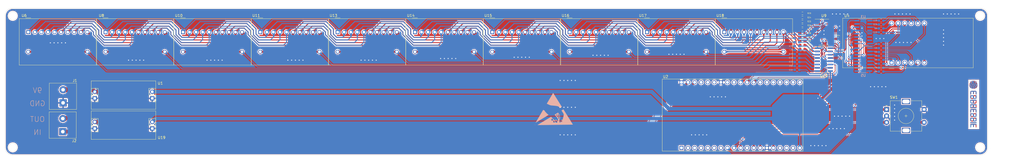
<source format=kicad_pcb>
(kicad_pcb (version 20211014) (generator pcbnew)
  (layers (0 "F.Cu" signal) (31 "B.Cu" signal) (34 "B.Paste" user) (35 "F.Paste" user) (36 "B.SilkS" user "B.Silkscreen") (37 "F.SilkS" user "F.Silkscreen") (38 "B.Mask" user) (39 "F.Mask" user) (44 "Edge.Cuts" user))
  (net 0 "")
  (net 1 "GND")
  (net 2 "+9V")
  (net 3 "/notify_in")
  (net 4 "/notify_out")
  (net 5 "/4BIT_7SEGMENT_LED/A")
  (net 6 "Net-(R1-Pad2)")
  (net 7 "/4BIT_7SEGMENT_LED/B")
  (net 8 "Net-(R2-Pad2)")
  (net 9 "/4BIT_7SEGMENT_LED/C")
  (net 10 "Net-(R3-Pad2)")
  (net 11 "/4BIT_7SEGMENT_LED/D")
  (net 12 "Net-(R4-Pad2)")
  (net 13 "/4BIT_7SEGMENT_LED/E")
  (net 14 "Net-(R5-Pad2)")
  (net 15 "/4BIT_7SEGMENT_LED/F")
  (net 16 "Net-(R6-Pad2)")
  (net 17 "/4BIT_7SEGMENT_LED/G")
  (net 18 "Net-(R7-Pad2)")
  (net 19 "/4BIT_7SEGMENT_LED/DP")
  (net 20 "Net-(R8-Pad2)")
  (net 21 "Net-(R9-Pad1)")
  (net 22 "/4BIT_7SEGMENT_LED/DIG3")
  (net 23 "Net-(R10-Pad1)")
  (net 24 "/4BIT_7SEGMENT_LED/DIG2")
  (net 25 "Net-(R11-Pad1)")
  (net 26 "/4BIT_7SEGMENT_LED/DIG1")
  (net 27 "Net-(R12-Pad1)")
  (net 28 "/4BIT_7SEGMENT_LED/DIG0")
  (net 29 "/10SEGMENT_LED/SIG10")
  (net 30 "Net-(R13-Pad2)")
  (net 31 "/10SEGMENT_LED/SIG9")
  (net 32 "Net-(R14-Pad2)")
  (net 33 "/10SEGMENT_LED/SIG8")
  (net 34 "Net-(R15-Pad2)")
  (net 35 "/10SEGMENT_LED/SIG7")
  (net 36 "Net-(R16-Pad2)")
  (net 37 "/10SEGMENT_LED/SIG6")
  (net 38 "Net-(R17-Pad2)")
  (net 39 "/10SEGMENT_LED/SIG5")
  (net 40 "Net-(R18-Pad2)")
  (net 41 "/10SEGMENT_LED/SIG4")
  (net 42 "Net-(R19-Pad2)")
  (net 43 "/10SEGMENT_LED/SIG3")
  (net 44 "Net-(R20-Pad2)")
  (net 45 "/10SEGMENT_LED/SIG2")
  (net 46 "Net-(R21-Pad2)")
  (net 47 "/10SEGMENT_LED/SIG1")
  (net 48 "Net-(R22-Pad2)")
  (net 49 "/10SEGMENT_LED/L1")
  (net 50 "Net-(R23-Pad2)")
  (net 51 "/10SEGMENT_LED/L2")
  (net 52 "Net-(R24-Pad2)")
  (net 53 "/10SEGMENT_LED/L3")
  (net 54 "Net-(R25-Pad2)")
  (net 55 "/10SEGMENT_LED/L4")
  (net 56 "Net-(R26-Pad2)")
  (net 57 "/10SEGMENT_LED/L5")
  (net 58 "Net-(R27-Pad2)")
  (net 59 "/10SEGMENT_LED/L6")
  (net 60 "Net-(R28-Pad2)")
  (net 61 "/10SEGMENT_LED/L7")
  (net 62 "Net-(R29-Pad2)")
  (net 63 "/10SEGMENT_LED/L8")
  (net 64 "Net-(R30-Pad2)")
  (net 65 "/10SEGMENT_LED/L9")
  (net 66 "Net-(R31-Pad2)")
  (net 67 "/10SEGMENT_LED/L10")
  (net 68 "Net-(R32-Pad2)")
  (net 69 "/encoder_A")
  (net 70 "/encoder_B")
  (net 71 "/encoder_sw")
  (net 78 "/7seg_DIO")
  (net 79 "/7seg_SCLK")
  (net 80 "/7seg_RCLK")
  (net 90 "/led_DIO")
  (net 91 "/led_SCLK")
  (net 92 "/led_RCLK")
  (net 104 "Net-(U3-Pad9)")
  (net 106 "/VCC5V")
  (net 108 "Net-(U7-Pad9)")
  (net 109 "Net-(U12-Pad14)")
  (net 115 "Net-(R33-Pad1)")
  (net 116 "Net-(R34-Pad1)")
  (footprint "Package_SO:SOIC-16_3.9x9.9mm_P1.27mm" (layer "F.Cu") (at 370.078 204.978)
    (fp_text reference "U12")
    (fp_text value "74HC595" hide)
  )
  (footprint "LOGO" (layer "F.Cu") (at 427.896 222.084 -90)
    (fp_text reference "G***" hide)
    (fp_text value "LOGO" hide)
  )
  (footprint "Resistor_SMD:R_0603_1608Metric" (layer "F.Cu") (at 361.793 190.168 180)
    (fp_text reference "R25")
    (fp_text value "600")
  )
  (footprint "Resistor_SMD:R_0603_1608Metric" (layer "F.Cu") (at 361.793 194.74 180)
    (fp_text reference "R28")
    (fp_text value "600")
  )
  (footprint "Display_Led_Segment:led_seg_2.54_10" (layer "F.Cu") (at 241.884 194.31)
    (fp_text reference "U15")
    (fp_text value "led_seg_pos_10" hide)
  )
  (footprint "Resistor_SMD:R_0603_1608Metric" (layer "F.Cu") (at 361.793 199.312 180)
    (fp_text reference "R31")
    (fp_text value "600")
  )
  (footprint "Display_Led_Segment:led_seg_2.54_10" (layer "F.Cu") (at 301.684 194.31)
    (fp_text reference "U17")
    (fp_text value "led_seg_pos_10" hide)
  )
  (footprint "Display_7Segment_Module:7segment_4_0.56" (layer "F.Cu") (at 396.24 206.145 90)
    (fp_text reference "U4")
    (fp_text value "7segment_4_anode" hide)
  )
  (footprint "Display_Led_Segment:led_seg_2.54_10" (layer "F.Cu") (at 122.284 194.31)
    (fp_text reference "U10")
    (fp_text value "led_seg_pos_10" hide)
  )
  (footprint "Resistor_SMD:R_0603_1608Metric" (layer "F.Cu") (at 361.793 200.836 180)
    (fp_text reference "R32")
    (fp_text value "600")
  )
  (footprint "Display_Led_Segment:led_seg_2.54_10" (layer "F.Cu") (at 152.184 194.31)
    (fp_text reference "U11")
    (fp_text value "led_seg_pos_10" hide)
  )
  (footprint "ESP_Module:ESP32-DEVKITC-32D" (layer "F.Cu") (at 334.772 226.4945 90)
    (fp_text reference "U2")
    (fp_text value "ESP32-DEVKITC-32D" hide)
  )
  (footprint "Power_Module:AMS1117" (layer "F.Cu") (at 88.199 229.158)
    (fp_text reference "U19")
    (fp_text value "AMS1117-5" hide)
  )
  (footprint "Display_Led_Segment:led_seg_2.54_10" (layer "F.Cu") (at 92.384 194.31)
    (fp_text reference "U8")
    (fp_text value "led_seg_pos_10" hide)
  )
  (footprint "Display_Led_Segment:led_seg_2.54_10" (layer "F.Cu") (at 211.984 194.31)
    (fp_text reference "U14")
    (fp_text value "led_seg_pos_10" hide)
  )
  (footprint "Resistor_SMD:R_0603_1608Metric" (layer "F.Cu") (at 361.793 191.692 180)
    (fp_text reference "R26")
    (fp_text value "600")
  )
  (footprint "Connector_Others:KF128_5.08_2P" (layer "F.Cu") (at 75.946 221.742 90)
    (fp_text reference "J1")
    (fp_text value "KF128_5.08_2P" hide)
  )
  (footprint "Display_Led_Segment:led_seg_2.54_10" (layer "F.Cu") (at 271.784 194.31)
    (fp_text reference "U16")
    (fp_text value "led_seg_pos_10" hide)
  )
  (footprint "Resistor_SMD:R_0603_1608Metric" (layer "F.Cu") (at 361.793 196.264 180)
    (fp_text reference "R29")
    (fp_text value "600")
  )
  (footprint "Display_Led_Segment:led_seg_2.54_10" (layer "F.Cu") (at 62.484 194.31)
    (fp_text reference "U6")
    (fp_text value "led_seg_pos_10" hide)
  )
  (footprint "Power_Module:AMS1117" (layer "F.Cu") (at 88.199 217.449)
    (fp_text reference "U1")
    (fp_text value "AMS1117-5" hide)
  )
  (footprint "Rotary_Encoder_my:RotaryEncoder_Alps_EC11E-Switch_Vertical_H20mm" (layer "F.Cu") (at 394.324 224.322)
    (fp_text reference "SW1")
    (fp_text value "RotaryEncoder_Switch" hide)
  )
  (footprint "Resistor_SMD:R_0603_1608Metric" (layer "F.Cu") (at 361.793 187.032 180)
    (fp_text reference "R23")
    (fp_text value "600")
  )
  (footprint "Display_Led_Segment:led_seg_2.54_10" (layer "F.Cu") (at 182.084 194.31)
    (fp_text reference "U13")
    (fp_text value "led_seg_pos_10" hide)
  )
  (footprint "Resistor_SMD:R_0603_1608Metric" (layer "F.Cu") (at 375.572 196.938)
    (fp_text reference "R34")
    (fp_text value "0")
  )
  (footprint "Resistor_SMD:R_0603_1608Metric" (layer "F.Cu") (at 361.793 197.788 180)
    (fp_text reference "R30")
    (fp_text value "600")
  )
  (footprint "Package_SO:SOIC-16_3.9x9.9mm_P1.27mm" (layer "F.Cu") (at 370.078 194.31)
    (fp_text reference "U9")
    (fp_text value "74HC595" hide)
  )
  (footprint "Resistor_SMD:R_0603_1608Metric" (layer "F.Cu") (at 361.793 188.644 180)
    (fp_text reference "R24")
    (fp_text value "600")
  )
  (footprint "Connector_Others:KF128_5.08_2P" (layer "F.Cu") (at 75.846 232.918 90)
    (fp_text reference "J2")
    (fp_text value "KF128_5.08_2P" hide)
  )
  (footprint "Resistor_SMD:R_0603_1608Metric" (layer "F.Cu") (at 361.793 193.216 180)
    (fp_text reference "R27")
    (fp_text value "600")
  )
  (footprint "Display_Led_Segment:led_seg_2.54_10" (layer "F.Cu") (at 331.584 194.31)
    (fp_text reference "U18")
    (fp_text value "led_seg_pos_10" hide)
  )
  (footprint "Resistor_SMD:R_0603_1608Metric" (layer "B.Cu") (at 359.697 199.761331 180)
    (fp_text reference "R16")
    (fp_text value "220")
  )
  (footprint "Resistor_SMD:R_0603_1608Metric" (layer "B.Cu") (at 380.746 200.213 -90)
    (fp_text reference "R33")
    (fp_text value "0")
  )
  (footprint "LOGO" (layer "B.Cu") (at 265.59 224.116 180)
    (fp_text reference "G***" hide)
    (fp_text value "LOGO" hide)
  )
  (footprint "Resistor_SMD:R_0603_1608Metric" (layer "B.Cu") (at 392.209 209.638)
    (fp_text reference "R8")
    (fp_text value "220")
  )
  (footprint "Resistor_SMD:R_0603_1608Metric" (layer "B.Cu") (at 392.209 192.874 180)
    (fp_text reference "R9")
    (fp_text value "220")
  )
  (footprint "Resistor_SMD:R_0603_1608Metric" (layer "B.Cu") (at 392.209 200.494)
    (fp_text reference "R2")
    (fp_text value "220")
  )
  (footprint "Resistor_SMD:R_0603_1608Metric" (layer "B.Cu") (at 392.209 191.35 180)
    (fp_text reference "R10")
    (fp_text value "220")
  )
  (footprint "Resistor_SMD:R_0603_1608Metric" (layer "B.Cu") (at 392.209 205.066)
    (fp_text reference "R5")
    (fp_text value "220")
  )
  (footprint "Resistor_SMD:R_0603_1608Metric" (layer "B.Cu") (at 359.697 195.16 180)
    (fp_text reference "R13")
    (fp_text value "220")
  )
  (footprint "Resistor_SMD:R_0603_1608Metric" (layer "B.Cu") (at 392.209 198.97)
    (fp_text reference "R1")
    (fp_text value "220")
  )
  (footprint "Resistor_SMD:R_0603_1608Metric" (layer "B.Cu") (at 392.209 203.542)
    (fp_text reference "R4")
    (fp_text value "220")
  )
  (footprint "Resistor_SMD:R_0603_1608Metric" (layer "B.Cu") (at 392.209 189.826 180)
    (fp_text reference "R11")
    (fp_text value "220")
  )
  (footprint "Resistor_SMD:R_0603_1608Metric" (layer "B.Cu") (at 392.209 206.59)
    (fp_text reference "R6")
    (fp_text value "220")
  )
  (footprint "Resistor_SMD:R_0603_1608Metric" (layer "B.Cu") (at 359.697 204.362662 180)
    (fp_text reference "R19")
    (fp_text value "220")
  )
  (footprint "Package_SO:SOIC-16_3.9x9.9mm_P1.27mm" (layer "B.Cu") (at 385.318 204.978 180)
    (fp_text reference "U5")
    (fp_text value "74HC595" hide)
  )
  (footprint "Package_SO:SOIC-16_3.9x9.9mm_P1.27mm" (layer "B.Cu") (at 370.078 204.978)
    (fp_text reference "U7")
    (fp_text value "74HC595" hide)
  )
  (footprint "Package_SO:SOIC-16_3.9x9.9mm_P1.27mm" (layer "B.Cu") (at 385.318 194.31 180)
    (fp_text reference "U3")
    (fp_text value "74HC595" hide)
  )
  (footprint "Resistor_SMD:R_0603_1608Metric" (layer "B.Cu") (at 392.209 208.114)
    (fp_text reference "R7")
    (fp_text value "220")
  )
  (footprint "Resistor_SMD:R_0603_1608Metric" (layer "B.Cu") (at 359.697 208.964 180)
    (fp_text reference "R22")
    (fp_text value "220")
  )
  (footprint "Resistor_SMD:R_0603_1608Metric" (layer "B.Cu") (at 359.697 207.430216 180)
    (fp_text reference "R21")
    (fp_text value "220")
  )
  (footprint "Resistor_SMD:R_0603_1608Metric" (layer "B.Cu") (at 392.209 194.398 180)
    (fp_text reference "R12")
    (fp_text value "220")
  )
  (footprint "Resistor_SMD:R_0603_1608Metric" (layer "B.Cu") (at 359.697 201.295108 180)
    (fp_text reference "R17")
    (fp_text value "220")
  )
  (footprint "Resistor_SMD:R_0603_1608Metric" (layer "B.Cu") (at 392.209 202.018)
    (fp_text reference "R3")
    (fp_text value "220")
  )
  (footprint "Resistor_SMD:R_0603_1608Metric" (layer "B.Cu") (at 359.697 202.828885 180)
    (fp_text reference "R18")
    (fp_text value "220")
  )
  (footprint "Resistor_SMD:R_0603_1608Metric" (layer "B.Cu") (at 359.697 198.227554 180)
    (fp_text reference "R15")
    (fp_text value "220")
  )
  (footprint "Resistor_SMD:R_0603_1608Metric" (layer "B.Cu") (at 359.697 205.896439 180)
    (fp_text reference "R20")
    (fp_text value "220")
  )
  (footprint "Resistor_SMD:R_0603_1608Metric" (layer "B.Cu") (at 359.697 196.693777 180)
    (fp_text reference "R14")
    (fp_text value "220")
  )
  (footprint "LOGO" (layer "B.Cu") (at 427.896 222.084 -90)
    (fp_text reference "G***" hide)
    (fp_text value "LOGO" hide)
  )
  (gr_circle (center 56.5 239) (end 58.15 239) (layer "Edge.Cuts") (width 0.1) (fill none))
  (gr_circle (center 430.5 239) (end 432.15 239) (layer "Edge.Cuts") (width 0.1) (fill none))
  (gr_line (start 430.5 242) (end 56.5 242) (layer "Edge.Cuts") (width 0.1))
  (gr_arc (start 53.5 188) (mid 54.37868 185.87868) (end 56.5 185) (layer "Edge.Cuts") (width 0.1))
  (gr_line (start 56.5 185) (end 430.5 185) (layer "Edge.Cuts") (width 0.1))
  (gr_arc (start 430.5 185) (mid 432.62132 185.87868) (end 433.5 188) (layer "Edge.Cuts") (width 0.1))
  (gr_arc (start 56.5 242) (mid 54.37868 241.12132) (end 53.5 239) (layer "Edge.Cuts") (width 0.1))
  (gr_arc (start 433.5 239) (mid 432.62132 241.12132) (end 430.5 242) (layer "Edge.Cuts") (width 0.1))
  (gr_line (start 53.5 239) (end 53.5 188) (layer "Edge.Cuts") (width 0.1))
  (gr_circle (center 56.5 188) (end 58.15 188) (layer "Edge.Cuts") (width 0.1) (fill none))
  (gr_circle (center 430.5 188) (end 432.15 188) (layer "Edge.Cuts") (width 0.1) (fill none))
  (gr_line (start 433.5 188) (end 433.5 239) (layer "Edge.Cuts") (width 0.1))
  (gr_text "9V" (at 66.04 216.916) (layer "B.SilkS") (effects (font (size 2 2)) (justify mirror)))
  (gr_text "IN" (at 66.04 233.172) (layer "B.SilkS") (effects (font (size 2 2)) (justify mirror)))
  (gr_text "GND" (at 66.04 221.996) (layer "B.SilkS") (effects (font (size 2 2)) (justify mirror)))
  (gr_text "OUT" (at 66.04 228.092) (layer "B.SilkS") (effects (font (size 2 2)) (justify mirror)))
  (segment (start 367.603 198.755) (end 369.316 198.755) (width 0.5) (layer "F.Cu") (net 1))
  (via (at 366.4915 238.34) (size 0.8) (drill 0.4) (layers "F.Cu" "B.Cu") (net 1))
  (via (at 221.902 204.558) (size 0.8) (drill 0.4) (layers "F.Cu" "B.Cu") (net 1))
  (via (at 384.81 194.564) (size 0.8) (drill 0.4) (layers "F.Cu" "B.Cu") (net 1))
  (via (at 420.7205 187.286) (size 0.8) (drill 0.4) (layers "F.Cu" "B.Cu") (net 1))
  (via (at 370.873 238.34) (size 0.8) (drill 0.4) (layers "F.Cu" "B.Cu") (net 1))
  (via (at 272.5115 223.481) (size 0.8) (drill 0.4) (layers "F.Cu" "B.Cu") (net 1))
  (via (at 375.064 231.736) (size 0.8) (drill 0.4) (layers "F.Cu" "B.Cu") (net 1))
  (via (at 311.6275 202.907) (size 0.8) (drill 0.4) (layers "F.Cu" "B.Cu") (net 1))
  (via (at 168.689 205.193) (size 0.8) (drill 0.4) (layers "F.Cu" "B.Cu") (net 1))
  (via (at 133.0655 205.193) (size 0.8) (drill 0.4) (layers "F.Cu" "B.Cu") (net 1))
  (via (at 310.167 202.907) (size 0.8) (drill 0.4) (layers "F.Cu" "B.Cu") (net 1))
  (via (at 403.766 198.335) (size 0.8) (drill 0.4) (layers "F.Cu" "B.Cu") (net 1))
  (via (at 377.096 226.91) (size 0.8) (drill 0.4) (layers "F.Cu" "B.Cu") (net 1))
  (via (at 285.2115 203.288) (size 0.8) (drill 0.4) (layers "F.Cu" "B.Cu") (net 1))
  (via (at 397.416 224.0525) (size 0.8) (drill 0.4) (layers "F.Cu" "B.Cu") (net 1))
  (via (at 251.8105 204.05) (size 0.8) (drill 0.4) (layers "F.Cu" "B.Cu") (net 1))
  (via (at 399.0035 187.286) (size 0.8) (drill 0.4) (layers "F.Cu" "B.Cu") (net 1))
  (via (at 416.339 199.351) (size 0.8) (drill 0.4) (layers "F.Cu" "B.Cu") (net 1))
  (via (at 271.051 213.067) (size 0.8) (drill 0.4) (layers "F.Cu" "B.Cu") (net 1))
  (via (at 137.447 205.193) (size 0.8) (drill 0.4) (layers "F.Cu" "B.Cu") (net 1))
  (via (at 380.017 226.91) (size 0.8) (drill 0.4) (layers "F.Cu" "B.Cu") (net 1))
  (via (at 397.543 187.286) (size 0.8) (drill 0.4) (layers "F.Cu" "B.Cu") (net 1))
  (via (at 402.3055 198.335) (size 0.8) (drill 0.4) (layers "F.Cu" "B.Cu") (net 1))
  (via (at 167.2285 205.193) (size 0.8) (drill 0.4) (layers "F.Cu" "B.Cu") (net 1))
  (via (at 375.6355 226.91) (size 0.8) (drill 0.4) (layers "F.Cu" "B.Cu") (net 1))
  (via (at 271.051 234.149) (size 0.8) (drill 0.4) (layers "F.Cu" "B.Cu") (net 1))
  (via (at 192.6285 205.193) (size 0.8) (drill 0.4) (layers "F.Cu" "B.Cu") (net 1))
  (via (at 194.089 205.193) (size 0.8) (drill 0.4) (layers "F.Cu" "B.Cu") (net 1))
  (via (at 131.605 205.193) (size 0.8) (drill 0.4) (layers "F.Cu" "B.Cu") (net 1))
  (via (at 195.5495 205.193) (size 0.8) (drill 0.4) (layers "F.Cu" "B.Cu") (net 1))
  (via (at 365.031 238.34) (size 0.8) (drill 0.4) (layers "F.Cu" "B.Cu") (net 1))
  (via (at 390.304 196.811) (size 0.8) (drill 0.4) (layers "F.Cu" "B.Cu") (net 1))
  (via (at 377.7945 187.286) (size 0.8) (drill 0.4) (layers "F.Cu" "B.Cu") (net 1))
  (via (at 323.3115 234.149) (size 0.8) (drill 0.4) (layers "F.Cu" "B.Cu") (net 1))
  (via (at 269.5905 234.149) (size 0.8) (drill 0.4) (layers "F.Cu" "B.Cu") (net 1))
  (via (at 102.7125 205.193) (size 0.8) (drill 0.4) (layers "F.Cu" "B.Cu") (net 1))
  (via (at 377.985 231.736) (size 0.8) (drill 0.4) (layers "F.Cu" "B.Cu") (net 1))
  (via (at 224.823 204.558) (size 0.8) (drill 0.4) (layers "F.Cu" "B.Cu") (net 1))
  (via (at 370.111 195.16) (size 0.8) (drill 0.4) (layers "F.Cu" "B.Cu") (net 1))
  (via (at 250.35 204.05) (size 0.8) (drill 0.4) (layers "F.Cu" "B.Cu") (net 1))
  (via (at 268.13 223.481) (size 0.8) (drill 0.4) (layers "F.Cu" "B.Cu") (net 1))
  (via (at 326.169 219.417) (size 0.8) (drill 0.4) (layers "F.Cu" "B.Cu") (net 1))
  (via (at 223.3625 204.558) (size 0.8) (drill 0.4) (layers "F.Cu" "B.Cu") (net 1))
  (via (at 373.6035 231.736) (size 0.8) (drill 0.4) (layers "F.Cu" "B.Cu") (net 1))
  (via (at 321.851 234.149) (size 0.8) (drill 0.4) (layers "F.Cu" "B.Cu") (net 1))
  (via (at 273.972 234.149) (size 0.8) (drill 0.4) (layers "F.Cu" "B.Cu") (net 1))
  (via (at 369.316 200.533) (size 0.8) (drill 0.4) (layers "F.Cu" "B.Cu") (net 1))
  (via (at 372.143 231.736) (size 0.8) (drill 0.4) (layers "F.Cu" "B.Cu") (net 1))
  (via (at 378.5565 226.91) (size 0.8) (drill 0.4) (layers "F.Cu" "B.Cu") (net 1))
  (via (at 416.339 196.43) (size 0.8) (drill 0.4) (layers "F.Cu" "B.Cu") (net 1))
  (via (at 71.026 198.462) (size 0.8) (drill 0.4) (layers "F.Cu" "B.Cu") (net 1))
  (via (at 73.947 198.462) (size 0.8) (drill 0.4) (layers "F.Cu" "B.Cu") (net 1))
  (via (at 268.13 234.149) (size 0.8) (drill 0.4) (layers "F.Cu" "B.Cu") (net 1))
  (via (at 416.339 197.8905) (size 0.8) (drill 0.4) (layers "F.Cu" "B.Cu") (net 1))
  (via (at 104.173 205.193) (size 0.8) (drill 0.4) (layers "F.Cu" "B.Cu") (net 1))
  (via (at 400.845 198.335) (size 0.8) (drill 0.4) (layers "F.Cu" "B.Cu") (net 1))
  (via (at 397.924 198.335) (size 0.8) (drill 0.4) (layers "F.Cu" "B.Cu") (net 1))
  (via (at 369.4125 238.34) (size 0.8) (drill 0.4) (layers "F.Cu" "B.Cu") (net 1))
  (via (at 318.93 234.149) (size 0.8) (drill 0.4) (layers "F.Cu" "B.Cu") (net 1))
  (via (at 384.81 195.834) (size 0.8) (drill 0.4) (layers "F.Cu" "B.Cu") (net 1))
  (via (at 76.868 198.462) (size 0.8) (drill 0.4) (layers "F.Cu" "B.Cu") (net 1))
  (via (at 197.01 205.193) (size 0.8) (drill 0.4) (layers "F.Cu" "B.Cu") (net 1))
  (via (at 416.339 194.9695) (size 0.8) (drill 0.4) (layers "F.Cu" "B.Cu") (net 1))
  (via (at 320.3905 234.149) (size 0.8) (drill 0.4) (layers "F.Cu" "B.Cu") (net 1))
  (via (at 391.7645 196.811) (size 0.8) (drill 0.4) (layers "F.Cu" "B.Cu") (net 1))
  (via (at 399.3845 198.335) (size 0.8) (drill 0.4) (layers "F.Cu" "B.Cu") (net 1))
  (via (at 422.181 187.286) (size 0.8) (drill 0.4) (layers "F.Cu" "B.Cu") (net 1))
  (via (at 374.175 226.91) (size 0.8) (drill 0.4) (layers "F.Cu" "B.Cu") (net 1))
  (via (at 254.7315 204.05) (size 0.8) (drill 0.4) (layers "F.Cu" "B.Cu") (net 1))
  (via (at 397.416 228.434) (size 0.8) (drill 0.4) (layers "F.Cu" "B.Cu") (net 1))
  (via (at 416.339 193.509) (size 0.8) (drill 0.4) (layers "F.Cu" "B.Cu") (net 1))
  (via (at 101.252 205.193) (size 0.8) (drill 0.4) (layers "F.Cu" "B.Cu") (net 1))
  (via (at 369.316 198.755) (size 0.8) (drill 0.4) (layers "F.Cu" "B.Cu") (net 1))
  (via (at 253.271 204.05) (size 0.8) (drill 0.4) (layers "F.Cu" "B.Cu") (net 1))
  (via (at 286.672 203.288) (size 0.8) (drill 0.4) (layers "F.Cu" "B.Cu") (net 1))
  (via (at 227.744 204.558) (size 0.8) (drill 0.4) (layers "F.Cu" "B.Cu") (net 1))
  (via (at 417.7995 187.286) (size 0.8) (drill 0.4) (layers "F.Cu" "B.Cu") (net 1))
  (via (at 314.5485 202.907) (size 0.8) (drill 0.4) (layers "F.Cu" "B.Cu") (net 1))
  (via (at 191.168 205.193) (size 0.8) (drill 0.4) (layers "F.Cu" "B.Cu") (net 1))
  (via (at 392.5265 215.48) (size 0.8) (drill 0.4) (layers "F.Cu" "B.Cu") (net 1))
  (via (at 376.174 192.024) (size 0.8) (drill 0.4) (layers "F.Cu" "B.Cu") (net 1))
  (via (at 226.2835 204.558) (size 0.8) (drill 0.4) (layers "F.Cu" "B.Cu") (net 1))
  (via (at 105.6335 205.193) (size 0.8) (drill 0.4) (layers "F.Cu" "B.Cu") (net 1))
  (via (at 327.6295 219.417) (size 0.8) (drill 0.4) (layers "F.Cu" "B.Cu") (net 1))
  (via (at 283.751 203.288) (size 0.8) (drill 0.4) (layers "F.Cu" "B.Cu") (net 1))
  (via (at 162.847 205.193) (size 0.8) (drill 0.4) (layers "F.Cu" "B.Cu") (net 1))
  (via (at 376.174 193.548) (size 0.8) (drill 0.4) (layers "F.Cu" "B.Cu") (net 1))
  (via (at 416.339 187.286) (size 0.8) (drill 0.4) (layers "F.Cu" "B.Cu") (net 1))
  (via (at 403.385 187.286) (size 0.8) (drill 0.4) (layers "F.Cu" "B.Cu") (net 1))
  (via (at 269.5905 223.481) (size 0.8) (drill 0.4) (layers "F.Cu" "B.Cu") (net 1))
  (via (at 375.666 203.454) (size 0.8) (drill 0.4) (layers "F.Cu" "B.Cu") (net 1))
  (via (at 370.111 193.763) (size 0.8) (drill 0.4) (layers "F.Cu" "B.Cu") (net 1))
  (via (at 384.81 192.786) (size 0.8) (drill 0.4) (layers "F.Cu" "B.Cu") (net 1))
  (via (at 397.416 222.592) (size 0.8) (drill 0.4) (layers "F.Cu" "B.Cu") (net 1))
  (via (at 397.416 226.9735) (size 0.8) (drill 0.4) (layers "F.Cu" "B.Cu") (net 1))
  (via (at 273.972 213.067) (size 0.8) (drill 0.4) (layers "F.Cu" "B.Cu") (net 1))
  (via (at 374.8735 187.286) (size 0.8) (drill 0.4) (layers "F.Cu" "B.Cu") (net 1))
  (via (at 272.5115 234.149) (size 0.8) (drill 0.4) (layers "F.Cu" "B.Cu") (net 1))
  (via (at 134.526 205.193) (size 0.8) (drill 0.4) (layers "F.Cu" "B.Cu") (net 1))
  (via (at 256.192 204.05) (size 0.8) (drill 0.4) (layers "F.Cu" "B.Cu") (net 1))
  (via (at 324.772 234.149) (size 0.8) (drill 0.4) (layers "F.Cu" "B.Cu") (net 1))
  (via (at 107.094 205.193) (size 0.8) (drill 0.4) (layers "F.Cu" "B.Cu") (net 1))
  (via (at 330.5505 219.417) (size 0.8) (drill 0.4) (layers "F.Cu" "B.Cu") (net 1))
  (via (at 419.26 187.286) (size 0.8) (drill 0.4) (layers "F.Cu" "B.Cu") (net 1))
  (via (at 332.011 219.417) (size 0.8) (drill 0.4) (layers "F.Cu" "B.Cu") (net 1))
  (via (at 273.972 223.481) (size 0.8) (drill 0.4) (layers "F.Cu" "B.Cu") (net 1))
  (via (at 135.9865 205.193) (size 0.8) (drill 0.4) (layers "F.Cu" "B.Cu") (net 1))
  (via (at 75.4075 198.462) (size 0.8) (drill 0.4) (layers "F.Cu" "B.Cu") (net 1))
  (via (at 401.9245 187.286) (size 0.8) (drill 0.4) (layers "F.Cu" "B.Cu") (net 1))
  (via (at 165.768 205.193) (size 0.8) (drill 0.4) (layers "F.Cu" "B.Cu") (net 1))
  (via (at 271.051 223.481) (size 0.8) (drill 0.4) (layers "F.Cu" "B.Cu") (net 1))
  (via (at 280.83 203.288) (size 0.8) (drill 0.4) (layers "F.Cu" "B.Cu") (net 1))
  (via (at 373.413 187.286) (size 0.8) (drill 0.4) (layers "F.Cu" "B.Cu") (net 1))
  (via (at 400.464 187.286) (size 0.8) (drill 0.4) (layers "F.Cu" "B.Cu") (net 1))
  (via (at 164.3075 205.193) (size 0.8) (drill 0.4) (layers "F.Cu" "B.Cu") (net 1))
  (via (at 269.5905 213.067) (size 0.8) (drill 0.4) (layers "F.Cu" "B.Cu") (net 1))
  (via (at 391.066 215.48) (size 0.8) (drill 0.4) (layers "F.Cu" "B.Cu") (net 1))
  (via (at 379.255 187.286) (size 0.8) (drill 0.4) (layers "F.Cu" "B.Cu") (net 1))
  (via (at 397.416 225.513) (size 0.8) (drill 0.4) (layers "F.Cu" "B.Cu") (net 1))
  (via (at 313.088 202.907) (size 0.8) (drill 0.4) (layers "F.Cu" "B.Cu") (net 1))
  (via (at 72.4865 198.462) (size 0.8) (drill 0.4) (layers "F.Cu" "B.Cu") (net 1))
  (via (at 393.987 215.48) (size 0.8) (drill 0.4) (layers "F.Cu" "B.Cu") (net 1))
  (via (at 389.6055 215.48) (size 0.8) (drill 0.4) (layers "F.Cu" "B.Cu") (net 1))
  (via (at 376.5245 231.736) (size 0.8) (drill 0.4) (layers "F.Cu" "B.Cu") (net 1))
  (via (at 316.009 202.907) (size 0.8) (drill 0.4) (layers "F.Cu" "B.Cu") (net 1))
  (via (at 268.13 213.067) (size 0.8) (drill 0.4) (layers "F.Cu" "B.Cu") (net 1))
  (via (at 329.09 219.417) (size 0.8) (drill 0.4) (layers "F.Cu" "B.Cu") (net 1))
  (via (at 388.145 215.48) (size 0.8) (drill 0.4) (layers "F.Cu" "B.Cu") (net 1))
  (via (at 393.225 196.811) (size 0.8) (drill 0.4) (layers "F.Cu" "B.Cu") (net 1))
  (via (at 282.2905 203.288) (size 0.8) (drill 0.4) (layers "F.Cu" "B.Cu") (net 1))
  (via (at 367.952 238.34) (size 0.8) (drill 0.4) (layers "F.Cu" "B.Cu") (net 1))
  (via (at 376.334 187.286) (size 0.8) (drill 0.4) (layers "F.Cu" "B.Cu") (net 1))
  (via (at 272.5115 213.067) (size 0.8) (drill 0.4) (layers "F.Cu" "B.Cu") (net 1))
  (segment (start 369.316 198.755) (end 369.316 200.533) (width 0.5) (layer "B.Cu") (net 1))
  (segment (start 367.603 200.533) (end 369.316 200.533) (width 0.5) (layer "B.Cu") (net 1))
  (segment (start 91.39 229.158) (end 88.199 229.158) (width 1.5) (layer "F.Cu") (net 2))
  (segment (start 87.412 216.662) (end 88.199 217.449) (width 1.5) (layer "F.Cu") (net 2))
  (segment (start 75.946 216.662) (end 87.412 216.662) (width 1.5) (layer "F.Cu") (net 2))
  (segment (start 92.71 218.948) (end 92.71 227.838) (width 1.5) (layer "F.Cu") (net 2))
  (segment (start 88.199 217.449) (end 88.671 217.449) (width 1.5) (layer "F.Cu") (net 2))
  (segment (start 88.671 217.449) (end 88.696 217.424) (width 1.5) (layer "F.Cu") (net 2))
  (segment (start 92.71 227.838) (end 91.39 229.158) (width 1.5) (layer "F.Cu") (net 2))
  (segment (start 91.186 217.424) (end 92.71 218.948) (width 1.5) (layer "F.Cu") (net 2))
  (segment (start 88.696 217.424) (end 91.186 217.424) (width 1.5) (layer "F.Cu") (net 2))
  (segment (start 80.01 234.442) (end 80.01 237.49) (width 0.2) (layer "F.Cu") (net 3))
  (segment (start 294.3645 239.522) (end 320.092 213.7945) (width 0.2) (layer "F.Cu") (net 3))
  (segment (start 75.846 232.918) (end 78.486 232.918) (width 0.2) (layer "F.Cu") (net 3))
  (segment (start 78.486 232.918) (end 80.01 234.442) (width 0.2) (layer "F.Cu") (net 3))
  (segment (start 80.01 237.49) (end 82.042 239.522) (width 0.2) (layer "F.Cu") (net 3))
  (segment (start 82.042 239.522) (end 294.3645 239.522) (width 0.2) (layer "F.Cu") (net 3))
  (segment (start 80.518 228.854) (end 80.518 237.236) (width 0.2) (layer "F.Cu") (net 4))
  (segment (start 75.846 227.838) (end 79.502 227.838) (width 0.2) (layer "F.Cu") (net 4))
  (segment (start 79.502 227.838) (end 80.518 228.854) (width 0.2) (layer "F.Cu") (net 4))
  (segment (start 82.296 239.014) (end 292.3325 239.014) (width 0.2) (layer "F.Cu") (net 4))
  (segment (start 80.518 237.236) (end 82.296 239.014) (width 0.2) (layer "F.Cu") (net 4))
  (segment (start 292.3325 239.014) (end 317.552 213.7945) (width 0.2) (layer "F.Cu") (net 4))
  (segment (start 385.732 199.605) (end 389.415 199.605) (width 0.35) (layer "B.Cu") (net 5))
  (segment (start 382.843 201.803) (end 383.534 201.803) (width 0.35) (layer "B.Cu") (net 5))
  (segment (start 390.05 198.97) (end 391.384 198.97) (width 0.35) (layer "B.Cu") (net 5))
  (segment (start 383.534 201.803) (end 385.732 199.605) (width 0.35) (layer "B.Cu") (net 5))
  (segment (start 389.415 199.605) (end 390.05 198.97) (width 0.35) (layer "B.Cu") (net 5))
  (segment (start 395.257 198.97) (end 398.78 195.447) (width 0.35) (layer "B.Cu") (net 6))
  (segment (start 393.034 198.97) (end 395.257 198.97) (width 0.35) (layer "B.Cu") (net 6))
  (segment (start 398.78 195.447) (end 398.78 190.905) (width 0.35) (layer "B.Cu") (net 6))
  (segment (start 387.832 200.494) (end 387.793 200.533) (width 0.35) (layer "B.Cu") (net 7))
  (segment (start 391.384 200.494) (end 387.832 200.494) (width 0.35) (layer "B.Cu") (net 7))
  (segment (start 393.034 200.494) (end 403.512 200.494) (width 0.35) (layer "B.Cu") (net 8))
  (segment (start 408.94 195.066) (end 408.94 190.905) (width 0.35) (layer "B.Cu") (net 8))
  (segment (start 403.512 200.494) (end 408.94 195.066) (width 0.35) (layer "B.Cu") (net 8))
  (segment (start 387.793 201.803) (end 389.835 201.803) (width 0.35) (layer "B.Cu") (net 9))
  (segment (start 389.835 201.803) (end 390.05 202.018) (width 0.35) (layer "B.Cu") (net 9))
  (segment (start 390.05 202.018) (end 391.384 202.018) (width 0.35) (layer "B.Cu") (net 9))
  (segment (start 403.86 203.636) (end 403.86 206.145) (width 0.35) (layer "B.Cu") (net 10))
  (segment (start 402.242 202.018) (end 403.86 203.636) (width 0.35) (layer "B.Cu") (net 10))
  (segment (start 393.034 202.018) (end 402.242 202.018) (width 0.35) (layer "B.Cu") (net 10))
  (segment (start 390.177 203.542) (end 391.384 203.542) (width 0.35) (layer "B.Cu") (net 11))
  (segment (start 389.708 203.073) (end 390.177 203.542) (width 0.35) (layer "B.Cu") (net 11))
  (segment (start 387.793 203.073) (end 389.708 203.073) (width 0.35) (layer "B.Cu") (net 11))
  (segment (start 398.051 203.542) (end 398.78 204.271) (width 0.35) (layer "B.Cu") (net 12))
  (segment (start 393.034 203.542) (end 398.051 203.542) (width 0.35) (layer "B.Cu") (net 12))
  (segment (start 398.78 204.271) (end 398.78 206.145) (width 0.35) (layer "B.Cu") (net 12))
  (segment (start 389.454 204.343) (end 390.177 205.066) (width 0.35) (layer "B.Cu") (net 13))
  (segment (start 390.177 205.066) (end 391.384 205.066) (width 0.35) (layer "B.Cu") (net 13))
  (segment (start 387.793 204.343) (end 389.454 204.343) (width 0.35) (layer "B.Cu") (net 13))
  (segment (start 393.034 205.066) (end 396.019 205.066) (width 0.35) (layer "B.Cu") (net 14))
  (segment (start 396.24 205.287) (end 396.24 206.145) (width 0.35) (layer "B.Cu") (net 14))
  (segment (start 396.019 205.066) (end 396.24 205.287) (width 0.35) (layer "B.Cu") (net 14))
  (segment (start 390.177 206.59) (end 391.384 206.59) (width 0.35) (layer "B.Cu") (net 15))
  (segment (start 389.2 205.613) (end 390.177 206.59) (width 0.35) (layer "B.Cu") (net 15))
  (segment (start 387.793 205.613) (end 389.2 205.613) (width 0.35) (layer "B.Cu") (net 15))
  (segment (start 394.368 206.59) (end 394.368 195.16) (width 0.35) (layer "F.Cu") (net 16))
  (segment (start 401.32 192.145) (end 401.32 190.905) (width 0.35) (layer "F.Cu") (net 16))
  (segment (start 400.337 193.128) (end 401.32 192.145) (width 0.35) (layer "F.Cu") (net 16))
  (segment (start 394.368 195.16) (end 396.4 193.128) (width 0.35) (layer "F.Cu") (net 16))
  (segment (start 396.4 193.128) (end 400.337 193.128) (width 0.35) (layer "F.Cu") (net 16))
  (via (at 394.368 206.59) (size 0.8) (drill 0.4) (layers "F.Cu" "B.Cu") (net 16))
  (segment (start 393.034 206.59) (end 394.368 206.59) (width 0.35) (layer "B.Cu") (net 16))
  (segment (start 389.2 206.883) (end 390.431 208.114) (width 0.35) (layer "B.Cu") (net 17))
  (segment (start 390.431 208.114) (end 391.384 208.114) (width 0.35) (layer "B.Cu") (net 17))
  (segment (start 387.793 206.883) (end 389.2 206.883) (width 0.35) (layer "B.Cu") (net 17))
  (segment (start 404.431 208.114) (end 406.4 206.145) (width 0.35) (layer "F.Cu") (net 18))
  (segment (start 399.956 208.114) (end 404.431 208.114) (width 0.35) (layer "F.Cu") (net 18))
  (via (at 399.956 208.114) (size 0.8) (drill 0.4) (layers "F.Cu" "B.Cu") (net 18))
  (segment (start 393.034 208.114) (end 399.956 208.114) (width 0.35) (layer "B.Cu") (net 18))
  (segment (start 387.793 208.153) (end 388.946 208.153) (width 0.35) (layer "B.Cu") (net 19))
  (segment (start 390.431 209.638) (end 391.384 209.638) (width 0.35) (layer "B.Cu") (net 19))
  (segment (start 388.946 208.153) (end 390.431 209.638) (width 0.35) (layer "B.Cu") (net 19))
  (segment (start 401.32 208.401) (end 401.32 206.145) (width 0.35) (layer "B.Cu") (net 20))
  (segment (start 400.083 209.638) (end 401.32 208.401) (width 0.35) (layer "B.Cu") (net 20))
  (segment (start 393.034 209.638) (end 400.083 209.638) (width 0.35) (layer "B.Cu") (net 20))
  (segment (start 393.034 192.874) (end 394.271 192.874) (width 0.35) (layer "B.Cu") (net 21))
  (segment (start 394.271 192.874) (end 396.24 190.905) (width 0.35) (layer "B.Cu") (net 21))
  (segment (start 390.05 192.874) (end 391.384 192.874) (width 0.35) (layer "B.Cu") (net 22))
  (segment (start 389.581 192.405) (end 390.05 192.874) (width 0.35) (layer "B.Cu") (net 22))
  (segment (start 387.793 192.405) (end 389.581 192.405) (width 0.35) (layer "B.Cu") (net 22))
  (segment (start 393.034 191.35) (end 393.479 191.35) (width 0.35) (layer "B.Cu") (net 23))
  (segment (start 403.86 189.793) (end 403.86 190.905) (width 0.35) (layer "B.Cu") (net 23))
  (segment (start 403.258 189.191) (end 403.86 189.793) (width 0.35) (layer "B.Cu") (net 23))
  (segment (start 395.638 189.191) (end 403.258 189.191) (width 0.35) (layer "B.Cu") (net 23))
  (segment (start 393.479 191.35) (end 395.638 189.191) (width 0.35) (layer "B.Cu") (net 23))
  (segment (start 387.793 191.135) (end 390.216 191.135) (width 0.35) (layer "B.Cu") (net 24))
  (segment (start 390.431 191.35) (end 391.384 191.35) (width 0.35) (layer "B.Cu") (net 24))
  (segment (start 390.216 191.135) (end 390.431 191.35) (width 0.35) (layer "B.Cu") (net 24))
  (segment (start 406.4 189.92) (end 406.4 190.905) (width 0.35) (layer "B.Cu") (net 25))
  (segment (start 405.036 188.556) (end 406.4 189.92) (width 0.35) (layer "B.Cu") (net 25))
  (segment (start 393.86 189.826) (end 395.13 188.556) (width 0.35) (layer "B.Cu") (net 25))
  (segment (start 393.034 189.826) (end 393.86 189.826) (width 0.35) (layer "B.Cu") (net 25))
  (segment (start 395.13 188.556) (end 405.036 188.556) (width 0.35) (layer "B.Cu") (net 25))
  (segment (start 391.345 189.865) (end 391.384 189.826) (width 0.35) (layer "B.Cu") (net 26))
  (segment (start 387.793 189.865) (end 391.345 189.865) (width 0.35) (layer "B.Cu") (net 26))
  (segment (start 397.797 194.398) (end 403.131 194.398) (width 0.35) (layer "F.Cu") (net 27))
  (segment (start 408.94 200.207) (end 408.94 206.145) (width 0.35) (layer "F.Cu") (net 27))
  (segment (start 403.131 194.398) (end 408.94 200.207) (width 0.35) (layer "F.Cu") (net 27))
  (via (at 397.797 194.398) (size 0.8) (drill 0.4) (layers "F.Cu" "B.Cu") (net 27))
  (segment (start 393.034 194.398) (end 397.797 194.398) (width 0.35) (layer "B.Cu") (net 27))
  (segment (start 391.306 194.32) (end 391.384 194.398) (width 0.35) (layer "B.Cu") (net 28))
  (segment (start 385.191 191.135) (end 386.08 192.024) (width 0.35) (layer "B.Cu") (net 28))
  (segment (start 386.08 192.024) (end 386.08 193.73) (width 0.35) (layer "B.Cu") (net 28))
  (segment (start 382.843 191.135) (end 385.191 191.135) (width 0.35) (layer "B.Cu") (net 28))
  (segment (start 386.08 193.73) (end 386.67 194.32) (width 0.35) (layer "B.Cu") (net 28))
  (segment (start 386.67 194.32) (end 391.306 194.32) (width 0.35) (layer "B.Cu") (net 28))
  (segment (start 367.603 189.865) (end 369.316 189.865) (width 0.2) (layer "F.Cu") (net 29))
  (via (at 369.316 189.865) (size 0.8) (drill 0.4) (layers "F.Cu" "B.Cu") (net 29))
  (segment (start 362.681 195.16) (end 365.983 191.858) (width 0.35) (layer "B.Cu") (net 29))
  (segment (start 365.983 191.858) (end 368.206 191.858) (width 0.35) (layer "B.Cu") (net 29))
  (segment (start 362.681 195.16) (end 360.522 195.16) (width 0.35) (layer "B.Cu") (net 29))
  (segment (start 369.316 190.748) (end 369.316 189.865) (width 0.35) (layer "B.Cu") (net 29))
  (segment (start 368.206 191.858) (end 369.316 190.748) (width 0.35) (layer "B.Cu") (net 29))
  (segment (start 331.584 201.93) (end 354.444 201.93) (width 0.35) (layer "F.Cu") (net 30))
  (segment (start 331.584 201.93) (end 339.338 201.93) (width 0.35) (layer "B.Cu") (net 30))
  (segment (start 339.338 201.93) (end 345.346 195.922) (width 0.35) (layer "B.Cu") (net 30))
  (segment (start 345.346 195.922) (end 355.76 195.922) (width 0.35) (layer "B.Cu") (net 30))
  (segment (start 355.76 195.922) (end 356.522 195.16) (width 0.35) (layer "B.Cu") (net 30))
  (segment (start 356.522 195.16) (end 358.872 195.16) (width 0.35) (layer "B.Cu") (net 30))
  (segment (start 370.84 191.135) (end 372.553 191.135) (width 0.2) (layer "F.Cu") (net 31))
  (via (at 370.84 191.135) (size 0.8) (drill 0.4) (layers "F.Cu" "B.Cu") (net 31))
  (segment (start 365.281223 196.693777) (end 370.84 191.135) (width 0.35) (layer "B.Cu") (net 31))
  (segment (start 360.522 196.693777) (end 365.281223 196.693777) (width 0.35) (layer "B.Cu") (net 31))
  (segment (start 301.684 201.93) (end 324.544 201.93) (width 0.35) (layer "F.Cu") (net 32))
  (segment (start 340.012 203.288) (end 346.616 196.684) (width 0.35) (layer "B.Cu") (net 32))
  (segment (start 325.902 203.288) (end 340.012 203.288) (width 0.35) (layer "B.Cu") (net 32))
  (segment (start 346.616 196.684) (end 358.862223 196.684) (width 0.35) (layer "B.Cu") (net 32))
  (segment (start 324.544 201.93) (end 325.902 203.288) (width 0.35) (layer "B.Cu") (net 32))
  (segment (start 358.862223 196.684) (end 358.872 196.693777) (width 0.35) (layer "B.Cu") (net 32))
  (segment (start 365.412 200.875) (end 366.34 201.803) (width 0.35) (layer "B.Cu") (net 33))
  (segment (start 366.34 201.803) (end 367.603 201.803) (width 0.35) (layer "B.Cu") (net 33))
  (segment (start 363.653554 198.227554) (end 365.412 199.986) (width 0.35) (layer "B.Cu") (net 33))
  (segment (start 365.412 199.986) (end 365.412 200.875) (width 0.35) (layer "B.Cu") (net 33))
  (segment (start 360.522 198.227554) (end 363.653554 198.227554) (width 0.35) (layer "B.Cu") (net 33))
  (segment (start 271.784 201.93) (end 294.644 201.93) (width 0.35) (layer "F.Cu") (net 34))
  (segment (start 341.282 204.05) (end 347.124 198.208) (width 0.35) (layer "B.Cu") (net 34))
  (segment (start 358.852446 198.208) (end 358.872 198.227554) (width 0.35) (layer "B.Cu") (net 34))
  (segment (start 294.644 201.93) (end 296.764 204.05) (width 0.35) (layer "B.Cu") (net 34))
  (segment (start 347.124 198.208) (end 358.852446 198.208) (width 0.35) (layer "B.Cu") (net 34))
  (segment (start 296.764 204.05) (end 341.282 204.05) (width 0.35) (layer "B.Cu") (net 34))
  (segment (start 363.663331 199.761331) (end 364.65 200.748) (width 0.35) (layer "B.Cu") (net 35))
  (segment (start 364.65 200.748) (end 364.65 201.637) (width 0.35) (layer "B.Cu") (net 35))
  (segment (start 366.086 203.073) (end 367.603 203.073) (width 0.35) (layer "B.Cu") (net 35))
  (segment (start 360.522 199.761331) (end 363.663331 199.761331) (width 0.35) (layer "B.Cu") (net 35))
  (segment (start 364.65 201.637) (end 366.086 203.073) (width 0.35) (layer "B.Cu") (net 35))
  (segment (start 241.884 201.93) (end 264.744 201.93) (width 0.35) (layer "F.Cu") (net 36))
  (segment (start 347.632 199.732) (end 358.842669 199.732) (width 0.35) (layer "B.Cu") (net 36))
  (segment (start 267.626 204.812) (end 342.552 204.812) (width 0.35) (layer "B.Cu") (net 36))
  (segment (start 342.552 204.812) (end 347.632 199.732) (width 0.35) (layer "B.Cu") (net 36))
  (segment (start 358.842669 199.732) (end 358.872 199.761331) (width 0.35) (layer "B.Cu") (net 36))
  (segment (start 264.744 201.93) (end 267.626 204.812) (width 0.35) (layer "B.Cu") (net 36))
  (segment (start 366.213 204.343) (end 367.603 204.343) (width 0.35) (layer "B.Cu") (net 37))
  (segment (start 363.165108 201.295108) (end 366.213 204.343) (width 0.35) (layer "B.Cu") (net 37))
  (segment (start 360.522 201.295108) (end 363.165108 201.295108) (width 0.35) (layer "B.Cu") (net 37))
  (segment (start 211.984 201.93) (end 234.844 201.93) (width 0.35) (layer "F.Cu") (net 38))
  (segment (start 238.488 205.574) (end 343.568 205.574) (width 0.35) (layer "B.Cu") (net 38))
  (segment (start 357.284 200.494) (end 358.085108 201.295108) (width 0.35) (layer "B.Cu") (net 38))
  (segment (start 348.648 200.494) (end 357.284 200.494) (width 0.35) (layer "B.Cu") (net 38))
  (segment (start 343.568 205.574) (end 348.648 200.494) (width 0.35) (layer "B.Cu") (net 38))
  (segment (start 234.844 201.93) (end 238.488 205.574) (width 0.35) (layer "B.Cu") (net 38))
  (segment (start 358.085108 201.295108) (end 358.872 201.295108) (width 0.35) (layer "B.Cu") (net 38))
  (segment (start 360.522 202.828885) (end 363.301885 202.828885) (width 0.35) (layer "B.Cu") (net 39))
  (segment (start 366.086 205.613) (end 367.603 205.613) (width 0.35) (layer "B.Cu") (net 39))
  (segment (start 363.301885 202.828885) (end 366.086 205.613) (width 0.35) (layer "B.Cu") (net 39))
  (segment (start 182.084 201.93) (end 204.944 201.93) (width 0.35) (layer "F.Cu") (net 40))
  (segment (start 357.03 202.78) (end 358.823115 202.78) (width 0.35) (layer "B.Cu") (net 40))
  (segment (start 347.632 203.288) (end 356.522 203.288) (width 0.35) (layer "B.Cu") (net 40))
  (segment (start 344.584 206.336) (end 347.632 203.288) (width 0.35) (layer "B.Cu") (net 40))
  (segment (start 358.823115 202.78) (end 358.872 202.828885) (width 0.35) (layer "B.Cu") (net 40))
  (segment (start 204.944 201.93) (end 209.35 206.336) (width 0.35) (layer "B.Cu") (net 40))
  (segment (start 356.522 203.288) (end 357.03 202.78) (width 0.35) (layer "B.Cu") (net 40))
  (segment (start 209.35 206.336) (end 344.584 206.336) (width 0.35) (layer "B.Cu") (net 40))
  (segment (start 362.930662 204.362662) (end 365.451 206.883) (width 0.35) (layer "B.Cu") (net 41))
  (segment (start 360.522 204.362662) (end 362.930662 204.362662) (width 0.35) (layer "B.Cu") (net 41))
  (segment (start 365.451 206.883) (end 367.603 206.883) (width 0.35) (layer "B.Cu") (net 41))
  (segment (start 152.184 201.93) (end 175.044 201.93) (width 0.35) (layer "F.Cu") (net 42))
  (segment (start 358.813338 204.304) (end 358.872 204.362662) (width 0.35) (layer "B.Cu") (net 42))
  (segment (start 345.346 207.098) (end 348.14 204.304) (width 0.35) (layer "B.Cu") (net 42))
  (segment (start 180.212 207.098) (end 345.346 207.098) (width 0.35) (layer "B.Cu") (net 42))
  (segment (start 175.044 201.93) (end 180.212 207.098) (width 0.35) (layer "B.Cu") (net 42))
  (segment (start 348.14 204.304) (end 358.813338 204.304) (width 0.35) (layer "B.Cu") (net 42))
  (segment (start 365.451 208.153) (end 367.603 208.153) (width 0.35) (layer "B.Cu") (net 43))
  (segment (start 363.194439 205.896439) (end 365.451 208.153) (width 0.35) (layer "B.Cu") (net 43))
  (segment (start 360.522 205.896439) (end 363.194439 205.896439) (width 0.35) (layer "B.Cu") (net 43))
  (segment (start 122.284 201.93) (end 145.144 201.93) (width 0.35) (layer "F.Cu") (net 44))
  (segment (start 348.648 205.828) (end 358.803561 205.828) (width 0.35) (layer "B.Cu") (net 44))
  (segment (start 145.144 201.93) (end 151.074 207.86) (width 0.35) (layer "B.Cu") (net 44))
  (segment (start 151.074 207.86) (end 346.616 207.86) (width 0.35) (layer "B.Cu") (net 44))
  (segment (start 346.616 207.86) (end 348.648 205.828) (width 0.35) (layer "B.Cu") (net 44))
  (segment (start 358.803561 205.828) (end 358.872 205.896439) (width 0.35) (layer "B.Cu") (net 44))
  (segment (start 365.197 209.423) (end 367.603 209.423) (width 0.35) (layer "B.Cu") (net 45))
  (segment (start 360.522 207.430216) (end 363.204216 207.430216) (width 0.35) (layer "B.Cu") (net 45))
  (segment (start 363.204216 207.430216) (end 365.197 209.423) (width 0.35) (layer "B.Cu") (net 45))
  (segment (start 92.384 201.93) (end 115.244 201.93) (width 0.35) (layer "F.Cu") (net 46))
  (segment (start 348.14 208.622) (end 349.283 207.479) (width 0.35) (layer "B.Cu") (net 46))
  (segment (start 349.283 207.479) (end 358.823216 207.479) (width 0.35) (layer "B.Cu") (net 46))
  (segment (start 121.936 208.622) (end 348.14 208.622) (width 0.35) (layer "B.Cu") (net 46))
  (segment (start 115.244 201.93) (end 121.936 208.622) (width 0.35) (layer "B.Cu") (net 46))
  (segment (start 358.823216 207.479) (end 358.872 207.430216) (width 0.35) (layer "B.Cu") (net 46))
  (segment (start 370.961 208.153) (end 372.553 208.153) (width 0.35) (layer "B.Cu") (net 47))
  (segment (start 368.714 210.4) (end 370.961 208.153) (width 0.35) (layer "B.Cu") (net 47))
  (segment (start 363.341 208.964) (end 364.777 210.4) (width 0.35) (layer "B.Cu") (net 47))
  (segment (start 364.777 210.4) (end 368.714 210.4) (width 0.35) (layer "B.Cu") (net 47))
  (segment (start 360.522 208.964) (end 363.341 208.964) (width 0.35) (layer "B.Cu") (net 47))
  (segment (start 62.484 201.93) (end 85.344 201.93) (width 0.35) (layer "F.Cu") (net 48))
  (segment (start 348.902 209.384) (end 349.322 208.964) (width 0.35) (layer "B.Cu") (net 48))
  (segment (start 349.322 208.964) (end 358.872 208.964) (width 0.35) (layer "B.Cu") (net 48))
  (segment (start 92.798 209.384) (end 348.902 209.384) (width 0.35) (layer "B.Cu") (net 48))
  (segment (start 85.344 201.93) (end 92.798 209.384) (width 0.35) (layer "B.Cu") (net 48))
  (segment (start 362.618 187.032) (end 369.476 187.032) (width 0.35) (layer "F.Cu") (net 49))
  (segment (start 370.238 187.794) (end 370.238 190.334) (width 0.35) (layer "F.Cu") (net 49))
  (segment (start 369.476 187.032) (end 370.238 187.794) (width 0.35) (layer "F.Cu") (net 49))
  (segment (start 370.238 190.334) (end 369.437 191.135) (width 0.35) (layer "F.Cu") (net 49))
  (segment (start 369.437 191.135) (end 367.603 191.135) (width 0.35) (layer "F.Cu") (net 49))
  (segment (start 331.584 194.19) (end 338.996 186.778) (width 0.35) (layer "F.Cu") (net 50))
  (segment (start 331.584 194.31) (end 331.584 194.19) (width 0.35) (layer "F.Cu") (net 50))
  (segment (start 360.714 186.778) (end 360.968 187.032) (width 0.35) (layer "F.Cu") (net 50))
  (segment (start 338.996 186.778) (end 360.714 186.778) (width 0.35) (layer "F.Cu") (net 50))
  (segment (start 88.714 189.484) (end 67.31 189.484) (width 0.35) (layer "B.Cu") (net 50))
  (segment (start 301.684 193.154) (end 298.014 189.484) (width 0.35) (layer "B.Cu") (net 50))
  (segment (start 241.884 194.31) (end 241.884 193.154) (width 0.35) (layer "B.Cu") (net 50))
  (segment (start 186.91 189.484) (end 182.084 194.31) (width 0.35) (layer "B.Cu") (net 50))
  (segment (start 238.214 189.484) (end 216.81 189.484) (width 0.35) (layer "B.Cu") (net 50))
  (segment (start 118.614 189.484) (end 97.21 189.484) (width 0.35) (layer "B.Cu") (net 50))
  (segment (start 92.384 193.154) (end 88.714 189.484) (width 0.35) (layer "B.Cu") (net 50))
  (segment (start 271.784 194.31) (end 271.784 193.154) (width 0.35) (layer "B.Cu") (net 50))
  (segment (start 157.01 189.484) (end 152.184 194.31) (width 0.35) (layer "B.Cu") (net 50))
  (segment (start 331.584 194.31) (end 331.584 193.154) (width 0.35) (layer "B.Cu") (net 50))
  (segment (start 182.084 194.31) (end 182.084 193.154) (width 0.35) (layer "B.Cu") (net 50))
  (segment (start 327.914 189.484) (end 306.51 189.484) (width 0.35) (layer "B.Cu") (net 50))
  (segment (start 276.61 189.484) (end 271.784 194.31) (width 0.35) (layer "B.Cu") (net 50))
  (segment (start 92.384 194.31) (end 92.384 193.154) (width 0.35) (layer "B.Cu") (net 50))
  (segment (start 216.81 189.484) (end 211.984 194.31) (width 0.35) (layer "B.Cu") (net 50))
  (segment (start 211.984 193.154) (end 208.314 189.484) (width 0.35) (layer "B.Cu") (net 50))
  (segment (start 246.71 189.484) (end 241.884 194.31) (width 0.35) (layer "B.Cu") (net 50))
  (segment (start 306.51 189.484) (end 301.684 194.31) (width 0.35) (layer "B.Cu") (net 50))
  (segment (start 122.284 193.154) (end 118.614 189.484) (width 0.35) (layer "B.Cu") (net 50))
  (segment (start 211.984 194.31) (end 211.984 193.154) (width 0.35) (layer "B.Cu") (net 50))
  (segment (start 241.884 193.154) (end 238.214 189.484) (width 0.35) (layer "B.Cu") (net 50))
  (segment (start 67.31 189.484) (end 62.484 194.31) (width 0.35) (layer "B.Cu") (net 50))
  (segment (start 301.684 194.31) (end 301.684 193.154) (width 0.35) (layer "B.Cu") (net 50))
  (segment (start 97.21 189.484) (end 92.384 194.31) (width 0.35) (layer "B.Cu") (net 50))
  (segment (start 122.284 194.31) (end 122.284 193.154) (width 0.35) (layer "B.Cu") (net 50))
  (segment (start 178.414 189.484) (end 157.01 189.484) (width 0.35) (layer "B.Cu") (net 50))
  (segment (start 148.514 189.484) (end 127.11 189.484) (width 0.35) (layer "B.Cu") (net 50))
  (segment (start 298.014 189.484) (end 276.61 189.484) (width 0.35) (layer "B.Cu") (net 50))
  (segment (start 152.184 193.154) (end 148.514 189.484) (width 0.35) (layer "B.Cu") (net 50))
  (segment (start 271.784 193.154) (end 268.114 189.484) (width 0.35) (layer "B.Cu") (net 50))
  (segment (start 127.11 189.484) (end 122.284 194.31) (width 0.35) (layer "B.Cu") (net 50))
  (segment (start 182.084 193.154) (end 178.414 189.484) (width 0.35) (layer "B.Cu") (net 50))
  (segment (start 331.584 193.154) (end 327.914 189.484) (width 0.35) (layer "B.Cu") (net 50))
  (segment (start 152.184 194.31) (end 152.184 193.154) (width 0.35) (layer "B.Cu") (net 50))
  (segment (start 208.314 189.484) (end 186.91 189.484) (width 0.35) (layer "B.Cu") (net 50))
  (segment (start 268.114 189.484) (end 246.71 189.484) (width 0.35) (layer "B.Cu") (net 50))
  (segment (start 366.467 192.405) (end 367.603 192.405) (width 0.35) (layer "F.Cu") (net 51))
  (segment (start 362.618 188.644) (end 364.738 188.644) (width 0.35) (layer "F.Cu") (net 51))
  (segment (start 364.738 188.644) (end 365.92 189.826) (width 0.35) (layer "F.Cu") (net 51))
  (segment (start 365.92 191.858) (end 366.467 192.405) (width 0.35) (layer "F.Cu") (net 51))
  (segment (start 365.92 189.826) (end 365.92 191.858) (width 0.35) (layer "F.Cu") (net 51))
  (segment (start 334.124 193.174) (end 339.758 187.54) (width 0.35) (layer "F.Cu") (net 52))
  (segment (start 359.062 187.54) (end 360.166 188.644) (width 0.35) (layer "F.Cu") (net 52))
  (segment (start 334.124 194.31) (end 334.124 193.174) (width 0.35) (layer "F.Cu") (net 52))
  (segment (start 339.758 187.54) (end 359.062 187.54) (width 0.35) (layer "F.Cu") (net 52))
  (segment (start 360.166 188.644) (end 360.968 188.644) (width 0.35) (layer "F.Cu") (net 52))
  (segment (start 334.124 195.72) (end 333.502 196.342) (width 0.35) (layer "B.Cu") (net 52))
  (segment (start 121.916 196.342) (end 120.646 195.072) (width 0.35) (layer "B.Cu") (net 52))
  (segment (start 150.546 195.072) (end 150.546 193.04) (width 0.35) (layer "B.Cu") (net 52))
  (segment (start 329.946 195.072) (end 329.946 193.04) (width 0.35) (layer "B.Cu") (net 52))
  (segment (start 304.224 194.31) (end 304.224 195.72) (width 0.35) (layer "B.Cu") (net 52))
  (segment (start 303.602 196.342) (end 301.316 196.342) (width 0.35) (layer "B.Cu") (net 52))
  (segment (start 334.124 194.31) (end 334.124 195.72) (width 0.35) (layer "B.Cu") (net 52))
  (segment (start 90.746 195.072) (end 90.746 193.04) (width 0.35) (layer "B.Cu") (net 52))
  (segment (start 181.716 196.342) (end 180.446 195.072) (width 0.35) (layer "B.Cu") (net 52))
  (segment (start 151.816 196.342) (end 150.546 195.072) (width 0.35) (layer "B.Cu") (net 52))
  (segment (start 274.324 194.31) (end 274.324 195.72) (width 0.35) (layer "B.Cu") (net 52))
  (segment (start 120.646 195.072) (end 120.646 193.04) (width 0.35) (layer "B.Cu") (net 52))
  (segment (start 248.488 190.246) (end 244.424 194.31) (width 0.35) (layer "B.Cu") (net 52))
  (segment (start 90.746 193.04) (end 87.952 190.246) (width 0.35) (layer "B.Cu") (net 52))
  (segment (start 300.046 193.04) (end 297.252 190.246) (width 0.35) (layer "B.Cu") (net 52))
  (segment (start 271.416 196.342) (end 270.146 195.072) (width 0.35) (layer "B.Cu") (net 52))
  (segment (start 218.588 190.246) (end 214.524 194.31) (width 0.35) (layer "B.Cu") (net 52))
  (segment (start 94.924 195.72) (end 94.302 196.342) (width 0.35) (layer "B.Cu") (net 52))
  (segment (start 244.424 194.31) (end 244.424 195.72) (width 0.35) (layer "B.Cu") (net 52))
  (segment (start 124.824 194.31) (end 124.824 195.72) (width 0.35) (layer "B.Cu") (net 52))
  (segment (start 69.088 190.246) (end 65.024 194.31) (width 0.35) (layer "B.Cu") (net 52))
  (segment (start 333.502 196.342) (end 331.216 196.342) (width 0.35) (layer "B.Cu") (net 52))
  (segment (start 184.002 196.342) (end 181.716 196.342) (width 0.35) (layer "B.Cu") (net 52))
  (segment (start 87.952 190.246) (end 69.088 190.246) (width 0.35) (layer "B.Cu") (net 52))
  (segment (start 94.302 196.342) (end 92.016 196.342) (width 0.35) (layer "B.Cu") (net 52))
  (segment (start 270.146 193.04) (end 267.352 190.246) (width 0.35) (layer "B.Cu") (net 52))
  (segment (start 241.516 196.342) (end 240.246 195.072) (width 0.35) (layer "B.Cu") (net 52))
  (segment (start 278.388 190.246) (end 274.324 194.31) (width 0.35) (layer "B.Cu") (net 52))
  (segment (start 207.552 190.246) (end 188.688 190.246) (width 0.35) (layer "B.Cu") (net 52))
  (segment (start 154.102 196.342) (end 151.816 196.342) (width 0.35) (layer "B.Cu") (net 52))
  (segment (start 240.246 195.072) (end 240.246 193.04) (width 0.35) (layer "B.Cu") (net 52))
  (segment (start 92.016 196.342) (end 90.746 195.072) (width 0.35) (layer "B.Cu") (net 52))
  (segment (start 213.902 196.342) (end 211.616 196.342) (width 0.35) (layer "B.Cu") (net 52))
  (segment (start 308.288 190.246) (end 304.224 194.31) (width 0.35) (layer "B.Cu") (net 52))
  (segment (start 150.546 193.04) (end 147.752 190.246) (width 0.35) (layer "B.Cu") (net 52))
  (segment (start 237.452 190.246) (end 218.588 190.246) (width 0.35) (layer "B.Cu") (net 52))
  (segment (start 327.152 190.246) (end 308.288 190.246) (width 0.35) (layer "B.Cu") (net 52))
  (segment (start 329.946 193.04) (end 327.152 190.246) (width 0.35) (layer "B.Cu") (net 52))
  (segment (start 117.852 190.246) (end 98.988 190.246) (width 0.35) (layer "B.Cu") (net 52))
  (segment (start 154.724 195.72) (end 154.102 196.342) (width 0.35) (layer "B.Cu") (net 52))
  (segment (start 244.424 195.72) (end 243.802 196.342) (width 0.35) (layer "B.Cu") (net 52))
  (segment (start 158.788 190.246) (end 154.724 194.31) (width 0.35) (layer "B.Cu") (net 52))
  (segment (start 124.824 195.72) (end 124.202 196.342) (width 0.35) (layer "B.Cu") (net 52))
  (segment (start 210.346 193.04) (end 207.552 190.246) (width 0.35) (layer "B.Cu") (net 52))
  (segment (start 297.252 190.246) (end 278.388 190.246) (width 0.35) (layer "B.Cu") (net 52))
  (segment (start 331.216 196.342) (end 329.946 195.072) (width 0.35) (layer "B.Cu") (net 52))
  (segment (start 300.046 195.072) (end 300.046 193.04) (width 0.35) (layer "B.Cu") (net 52))
  (segment (start 243.802 196.342) (end 241.516 196.342) (width 0.35) (layer "B.Cu") (net 52))
  (segment (start 184.624 194.31) (end 184.624 195.72) (width 0.35) (layer "B.Cu") (net 52))
  (segment (start 147.752 190.246) (end 128.888 190.246) (width 0.35) (layer "B.Cu") (net 52))
  (segment (start 124.202 196.342) (end 121.916 196.342) (width 0.35) (layer "B.Cu") (net 52))
  (segment (start 304.224 195.72) (end 303.602 196.342) (width 0.35) (layer "B.Cu") (net 52))
  (segment (start 120.646 193.04) (end 117.852 190.246) (width 0.35) (layer "B.Cu") (net 52))
  (segment (start 273.702 196.342) (end 271.416 196.342) (width 0.35) (layer "B.Cu") (net 52))
  (segment (start 274.324 195.72) (end 273.702 196.342) (width 0.35) (layer "B.Cu") (net 52))
  (segment (start 154.724 194.31) (end 154.724 195.72) (width 0.35) (layer "B.Cu") (net 52))
  (segment (start 270.146 195.072) (end 270.146 193.04) (width 0.35) (layer "B.Cu") (net 52))
  (segment (start 98.988 190.246) (end 94.924 194.31) (width 0.35) (layer "B.Cu") (net 52))
  (segment (start 214.524 195.72) (end 213.902 196.342) (width 0.35) (layer "B.Cu") (net 52))
  (segment (start 177.652 190.246) (end 158.788 190.246) (width 0.35) (layer "B.Cu") (net 52))
  (segment (start 94.924 194.31) (end 94.924 195.72) (width 0.35) (layer "B.Cu") (net 52))
  (segment (start 180.446 193.04) (end 177.652 190.246) (width 0.35) (layer "B.Cu") (net 52))
  (segment (start 210.346 195.072) (end 210.346 193.04) (width 0.35) (layer "B.Cu") (net 52))
  (segment (start 128.888 190.246) (end 124.824 194.31) (width 0.35) (layer "B.Cu") (net 52))
  (segment (start 301.316 196.342) (end 300.046 195.072) (width 0.35) (layer "B.Cu") (net 52))
  (segment (start 184.624 195.72) (end 184.002 196.342) (width 0.35) (layer "B.Cu") (net 52))
  (segment (start 214.524 194.31) (end 214.524 195.72) (width 0.35) (layer "B.Cu") (net 52))
  (segment (start 211.616 196.342) (end 210.346 195.072) (width 0.35) (layer "B.Cu") (net 52))
  (segment (start 180.446 195.072) (end 180.446 193.04) (width 0.35) (layer "B.Cu") (net 52))
  (segment (start 240.246 193.04) (end 237.452 190.246) (width 0.35) (layer "B.Cu") (net 52))
  (segment (start 267.352 190.246) (end 248.488 190.246) (width 0.35) (layer "B.Cu") (net 52))
  (segment (start 188.688 190.246) (end 184.624 194.31) (width 0.35) (layer "B.Cu") (net 52))
  (segment (start 365.158 191.096) (end 365.158 192.366) (width 0.35) (layer "F.Cu") (net 53))
  (segment (start 365.158 192.366) (end 366.467 193.675) (width 0.35) (layer "F.Cu") (net 53))
  (segment (start 366.467 193.675) (end 367.603 193.675) (width 0.35) (layer "F.Cu") (net 53))
  (segment (start 364.23 190.168) (end 365.158 191.096) (width 0.35) (layer "F.Cu") (net 53))
  (segment (start 362.618 190.168) (end 364.23 190.168) (width 0.35) (layer "F.Cu") (net 53))
  (segment (start 359.658 190.168) (end 360.968 190.168) (width 0.35) (layer "F.Cu") (net 54))
  (segment (start 341.028 188.302) (end 357.792 188.302) (width 0.35) (layer "F.Cu") (net 54))
  (segment (start 357.792 188.302) (end 359.658 190.168) (width 0.35) (layer "F.Cu") (net 54))
  (segment (start 336.664 194.31) (end 336.664 192.666) (width 0.35) (layer "F.Cu") (net 54))
  (segment (start 336.664 192.666) (end 341.028 188.302) (width 0.35) (layer "F.Cu") (net 54))
  (segment (start 301.062 197.358) (end 299.03 195.326) (width 0.35) (layer "B.Cu") (net 54))
  (segment (start 275.734 197.358) (end 271.162 197.358) (width 0.35) (layer "B.Cu") (net 54))
  (segment (start 306.764 194.31) (end 306.764 196.228) (width 0.35) (layer "B.Cu") (net 54))
  (segment (start 328.93 195.326) (end 328.93 193.548) (width 0.35) (layer "B.Cu") (net 54))
  (segment (start 211.362 197.358) (end 209.33 195.326) (width 0.35) (layer "B.Cu") (net 54))
  (segment (start 206.79 191.008) (end 190.466 191.008) (width 0.35) (layer "B.Cu") (net 54))
  (segment (start 70.866 191.008) (end 67.564 194.31) (width 0.35) (layer "B.Cu") (net 54))
  (segment (start 190.466 191.008) (end 187.164 194.31) (width 0.35) (layer "B.Cu") (net 54))
  (segment (start 236.69 191.008) (end 220.366 191.008) (width 0.35) (layer "B.Cu") (net 54))
  (segment (start 127.364 196.228) (end 126.234 197.358) (width 0.35) (layer "B.Cu") (net 54))
  (segment (start 299.03 195.326) (end 299.03 193.548) (width 0.35) (layer "B.Cu") (net 54))
  (segment (start 305.634 197.358) (end 301.062 197.358) (width 0.35) (layer "B.Cu") (net 54))
  (segment (start 215.934 197.358) (end 211.362 197.358) (width 0.35) (layer "B.Cu") (net 54))
  (segment (start 239.23 195.326) (end 239.23 193.548) (width 0.35) (layer "B.Cu") (net 54))
  (segment (start 336.664 196.228) (end 335.534 197.358) (width 0.35) (layer "B.Cu") (net 54))
  (segment (start 126.234 197.358) (end 121.662 197.358) (width 0.35) (layer "B.Cu") (net 54))
  (segment (start 296.49 191.008) (end 280.166 191.008) (width 0.35) (layer "B.Cu") (net 54))
  (segment (start 117.09 191.008) (end 100.766 191.008) (width 0.35) (layer "B.Cu") (net 54))
  (segment (start 91.762 197.358) (end 89.73 195.326) (width 0.35) (layer "B.Cu") (net 54))
  (segment (start 179.43 193.548) (end 176.89 191.008) (width 0.35) (layer "B.Cu") (net 54))
  (segment (start 127.364 194.31) (end 127.364 196.228) (width 0.35) (layer "B.Cu") (net 54))
  (segment (start 97.464 194.31) (end 97.464 196.228) (width 0.35) (layer "B.Cu") (net 54))
  (segment (start 119.63 195.326) (end 119.63 193.548) (width 0.35) (layer "B.Cu") (net 54))
  (segment (start 246.964 196.228) (end 245.834 197.358) (width 0.35) (layer "B.Cu") (net 54))
  (segment (start 186.034 197.358) (end 181.462 197.358) (width 0.35) (layer "B.Cu") (net 54))
  (segment (start 269.13 195.326) (end 269.13 193.548) (width 0.35) (layer "B.Cu") (net 54))
  (segment (start 217.064 196.228) (end 215.934 197.358) (width 0.35) (layer "B.Cu") (net 54))
  (segment (start 156.134 197.358) (end 151.562 197.358) (width 0.35) (layer "B.Cu") (net 54))
  (segment (start 330.962 197.358) (end 328.93 195.326) (width 0.35) (layer "B.Cu") (net 54))
  (segment (start 335.534 197.358) (end 330.962 197.358) (width 0.35) (layer "B.Cu") (net 54))
  (segment (start 160.566 191.008) (end 157.264 194.31) (width 0.35) (layer "B.Cu") (net 54))
  (segment (start 209.33 193.548) (end 206.79 191.008) (width 0.35) (layer "B.Cu") (net 54))
  (segment (start 299.03 193.548) (end 296.49 191.008) (width 0.35) (layer "B.Cu") (net 54))
  (segment (start 306.764 196.228) (end 305.634 197.358) (width 0.35) (layer "B.Cu") (net 54))
  (segment (start 187.164 194.31) (end 187.164 196.228) (width 0.35) (layer "B.Cu") (net 54))
  (segment (start 89.73 193.548) (end 87.19 191.008) (width 0.35) (layer "B.Cu") (net 54))
  (segment (start 241.262 197.358) (end 239.23 195.326) (width 0.35) (layer "B.Cu") (net 54))
  (segment (start 149.53 195.326) (end 149.53 193.548) (width 0.35) (layer "B.Cu") (net 54))
  (segment (start 276.864 194.31) (end 276.864 196.228) (width 0.35) (layer "B.Cu") (net 54))
  (segment (start 271.162 197.358) (end 269.13 195.326) (width 0.35) (layer "B.Cu") (net 54))
  (segment (start 250.266 191.008) (end 246.964 194.31) (width 0.35) (layer "B.Cu") (net 54))
  (segment (start 266.59 191.008) (end 250.266 191.008) (width 0.35) (layer "B.Cu") (net 54))
  (segment (start 280.166 191.008) (end 276.864 194.31) (width 0.35) (layer "B.Cu") (net 54))
  (segment (start 157.264 196.228) (end 156.134 197.358) (width 0.35) (layer "B.Cu") (net 54))
  (segment (start 87.19 191.008) (end 70.866 191.008) (width 0.35) (layer "B.Cu") (net 54))
  (segment (start 269.13 193.548) (end 266.59 191.008) (width 0.35) (layer "B.Cu") (net 54))
  (segment (start 310.066 191.008) (end 306.764 194.31) (width 0.35) (layer "B.Cu") (net 54))
  (segment (start 187.164 196.228) (end 186.034 197.358) (width 0.35) (layer "B.Cu") (net 54))
  (segment (start 179.43 195.326) (end 179.43 193.548) (width 0.35) (layer "B.Cu") (net 54))
  (segment (start 209.33 195.326) (end 209.33 193.548) (width 0.35) (layer "B.Cu") (net 54))
  (segment (start 130.666 191.008) (end 127.364 194.31) (width 0.35) (layer "B.Cu") (net 54))
  (segment (start 239.23 193.548) (end 236.69 191.008) (width 0.35) (layer "B.Cu") (net 54))
  (segment (start 246.964 194.31) (end 246.964 196.228) (width 0.35) (layer "B.Cu") (net 54))
  (segment (start 100.766 191.008) (end 97.464 194.31) (width 0.35) (layer "B.Cu") (net 54))
  (segment (start 96.334 197.358) (end 91.762 197.358) (width 0.35) (layer "B.Cu") (net 54))
  (segment (start 157.264 194.31) (end 157.264 196.228) (width 0.35) (layer "B.Cu") (net 54))
  (segment (start 89.73 195.326) (end 89.73 193.548) (width 0.35) (layer "B.Cu") (net 54))
  (segment (start 146.99 191.008) (end 130.666 191.008) (width 0.35) (layer "B.Cu") (net 54))
  (segment (start 217.064 194.31) (end 217.064 196.228) (width 0.35) (layer "B.Cu") (net 54))
  (segment (start 276.864 196.228) (end 275.734 197.358) (width 0.35) (layer "B.Cu") (net 54))
  (segment (start 97.464 196.228) (end 96.334 197.358) (width 0.35) (layer "B.Cu") (net 54))
  (segment (start 326.39 191.008) (end 310.066 191.008) (width 0.35) (layer "B.Cu") (net 54))
  (segment (start 245.834 197.358) (end 241.262 197.358) (width 0.35) (layer "B.Cu") (net 54))
  (segment (start 336.664 194.31) (end 336.664 196.228) (width 0.35) (layer "B.Cu") (net 54))
  (segment (start 328.93 193.548) (end 326.39 191.008) (width 0.35) (layer "B.Cu") (net 54))
  (segment (start 181.462 197.358) (end 179.43 195.326) (width 0.35) (layer "B.Cu") (net 54))
  (segment (start 176.89 191.008) (end 160.566 191.008) (width 0.35) (layer "B.Cu") (net 54))
  (segment (start 121.662 197.358) (end 119.63 195.326) (width 0.35) (layer "B.Cu") (net 54))
  (segment (start 151.562 197.358) (end 149.53 195.326) (width 0.35) (layer "B.Cu") (net 54))
  (segment (start 149.53 193.548) (end 146.99 191.008) (width 0.35) (layer "B.Cu") (net 54))
  (segment (start 119.63 193.548) (end 117.09 191.008) (width 0.35) (layer "B.Cu") (net 54))
  (segment (start 220.366 191.008) (end 217.064 194.31) (width 0.35) (layer "B.Cu") (net 54))
  (segment (start 366.213 194.945) (end 367.603 194.945) (width 0.35) (layer "F.Cu") (net 55))
  (segment (start 362.96 191.692) (end 366.213 194.945) (width 0.35) (layer "F.Cu") (net 55))
  (segment (start 362.618 191.692) (end 362.96 191.692) (width 0.35) (layer "F.Cu") (net 55))
  (segment (start 339.204 193.174) (end 343.314 189.064) (width 0.35) (layer "F.Cu") (net 56))
  (segment (start 359.912 191.692) (end 360.968 191.692) (width 0.35) (layer "F.Cu") (net 56))
  (segment (start 339.204 194.31) (end 339.204 193.174) (width 0.35) (layer "F.Cu") (net 56))
  (segment (start 343.314 189.064) (end 357.284 189.064) (width 0.35) (layer "F.Cu") (net 56))
  (segment (start 357.284 189.064) (end 359.912 191.692) (width 0.35) (layer "F.Cu") (net 56))
  (segment (start 339.204 197.244) (end 338.074 198.374) (width 0.35) (layer "B.Cu") (net 56))
  (segment (start 116.836 192.024) (end 102.29 192.024) (width 0.35) (layer "B.Cu") (net 56))
  (segment (start 238.214 193.802) (end 236.436 192.024) (width 0.35) (layer "B.Cu") (net 56))
  (segment (start 159.804 194.31) (end 159.804 197.244) (width 0.35) (layer "B.Cu") (net 56))
  (segment (start 189.704 197.244) (end 188.574 198.374) (width 0.35) (layer "B.Cu") (net 56))
  (segment (start 148.514 193.802) (end 146.736 192.024) (width 0.35) (layer "B.Cu") (net 56))
  (segment (start 148.514 195.326) (end 148.514 193.802) (width 0.35) (layer "B.Cu") (net 56))
  (segment (start 327.914 193.802) (end 326.136 192.024) (width 0.35) (layer "B.Cu") (net 56))
  (segment (start 211.362 198.374) (end 208.314 195.326) (width 0.35) (layer "B.Cu") (net 56))
  (segment (start 281.69 192.024) (end 279.404 194.31) (width 0.35) (layer "B.Cu") (net 56))
  (segment (start 128.774 198.374) (end 121.662 198.374) (width 0.35) (layer "B.Cu") (net 56))
  (segment (start 121.662 198.374) (end 118.614 195.326) (width 0.35) (layer "B.Cu") (net 56))
  (segment (start 129.904 197.244) (end 128.774 198.374) (width 0.35) (layer "B.Cu") (net 56))
  (segment (start 266.336 192.024) (end 251.79 192.024) (width 0.35) (layer "B.Cu") (net 56))
  (segment (start 278.274 198.374) (end 271.162 198.374) (width 0.35) (layer "B.Cu") (net 56))
  (segment (start 309.304 194.31) (end 309.304 197.244) (width 0.35) (layer "B.Cu") (net 56))
  (segment (start 251.79 192.024) (end 249.504 194.31) (width 0.35) (layer "B.Cu") (net 56))
  (segment (start 146.736 192.024) (end 132.19 192.024) (width 0.35) (layer "B.Cu") (net 56))
  (segment (start 298.014 193.802) (end 296.236 192.024) (width 0.35) (layer "B.Cu") (net 56))
  (segment (start 129.904 194.31) (end 129.904 197.244) (width 0.35) (layer "B.Cu") (net 56))
  (segment (start 118.614 193.802) (end 116.836 192.024) (width 0.35) (layer "B.Cu") (net 56))
  (segment (start 191.99 192.024) (end 189.704 194.31) (width 0.35) (layer "B.Cu") (net 56))
  (segment (start 98.874 198.374) (end 91.762 198.374) (width 0.35) (layer "B.Cu") (net 56))
  (segment (start 339.204 194.31) (end 339.204 197.244) (width 0.35) (layer "B.Cu") (net 56))
  (segment (start 268.114 193.802) (end 266.336 192.024) (width 0.35) (layer "B.Cu") (net 56))
  (segment (start 102.29 192.024) (end 100.004 194.31) (width 0.35) (layer "B.Cu") (net 56))
  (segment (start 208.314 195.326) (end 208.314 193.802) (width 0.35) (layer "B.Cu") (net 56))
  (segment (start 309.304 197.244) (end 308.174 198.374) (width 0.35) (layer "B.Cu") (net 56))
  (segment (start 330.962 198.374) (end 327.914 195.326) (width 0.35) (layer "B.Cu") (net 56))
  (segment (start 189.704 194.31) (end 189.704 197.244) (width 0.35) (layer "B.Cu") (net 56))
  (segment (start 221.89 192.024) (end 219.604 194.31) (width 0.35) (layer "B.Cu") (net 56))
  (segment (start 132.19 192.024) (end 129.904 194.31) (width 0.35) (layer "B.Cu") (net 56))
  (segment (start 158.674 198.374) (end 151.562 198.374) (width 0.35) (layer "B.Cu") (net 56))
  (segment (start 100.004 194.31) (end 100.004 197.244) (width 0.35) (layer "B.Cu") (net 56))
  (segment (start 162.09 192.024) (end 159.804 194.31) (width 0.35) (layer "B.Cu") (net 56))
  (segment (start 72.39 192.024) (end 70.104 194.31) (width 0.35) (layer "B.Cu") (net 56))
  (segment (start 218.474 198.374) (end 211.362 198.374) (width 0.35) (layer "B.Cu") (net 56))
  (segment (start 249.504 194.31) (end 249.504 197.244) (width 0.35) (layer "B.Cu") (net 56))
  (segment (start 181.462 198.374) (end 178.414 195.326) (width 0.35) (layer "B.Cu") (net 56))
  (segment (start 176.636 192.024) (end 162.09 192.024) (width 0.35) (layer "B.Cu") (net 56))
  (segment (start 118.614 195.326) (end 118.614 193.802) (width 0.35) (layer "B.Cu") (net 56))
  (segment (start 268.114 195.326) (end 268.114 193.802) (width 0.35) (layer "B.Cu") (net 56))
  (segment (start 178.414 193.802) (end 176.636 192.024) (width 0.35) (layer "B.Cu") (net 56))
  (segment (start 159.804 197.244) (end 158.674 198.374) (width 0.35) (layer "B.Cu") (net 56))
  (segment (start 248.374 198.374) (end 241.262 198.374) (width 0.35) (layer "B.Cu") (net 56))
  (segment (start 236.436 192.024) (end 221.89 192.024) (width 0.35) (layer "B.Cu") (net 56))
  (segment (start 208.314 193.802) (end 206.536 192.024) (width 0.35) (layer "B.Cu") (net 56))
  (segment (start 206.536 192.024) (end 191.99 192.024) (width 0.35) (layer "B.Cu") (net 56))
  (segment (start 327.914 195.326) (end 327.914 193.802) (width 0.35) (layer "B.Cu") (net 56))
  (segment (start 298.014 195.326) (end 298.014 193.802) (width 0.35) (layer "B.Cu") (net 56))
  (segment (start 296.236 192.024) (end 281.69 192.024) (width 0.35) (layer "B.Cu") (net 56))
  (segment (start 91.762 198.374) (end 88.714 195.326) (width 0.35) (layer "B.Cu") (net 56))
  (segment (start 326.136 192.024) (end 311.59 192.024) (width 0.35) (layer "B.Cu") (net 56))
  (segment (start 88.714 193.802) (end 86.936 192.024) (width 0.35) (layer "B.Cu") (net 56))
  (segment (start 338.074 198.374) (end 330.962 198.374) (width 0.35) (layer "B.Cu") (net 56))
  (segment (start 219.604 194.31) (end 219.604 197.244) (width 0.35) (layer "B.Cu") (net 56))
  (segment (start 86.936 192.024) (end 72.39 192.024) (width 0.35) (layer "B.Cu") (net 56))
  (segment (start 178.414 195.326) (end 178.414 193.802) (width 0.35) (layer "B.Cu") (net 56))
  (segment (start 88.714 195.326) (end 88.714 193.802) (width 0.35) (layer "B.Cu") (net 56))
  (segment (start 188.574 198.374) (end 181.462 198.374) (width 0.35) (layer "B.Cu") (net 56))
  (segment (start 151.562 198.374) (end 148.514 195.326) (width 0.35) (layer "B.Cu") (net 56))
  (segment (start 301.062 198.374) (end 298.014 195.326) (width 0.35) (layer "B.Cu") (net 56))
  (segment (start 249.504 197.244) (end 248.374 198.374) (width 0.35) (layer "B.Cu") (net 56))
  (segment (start 279.404 194.31) (end 279.404 197.244) (width 0.35) (layer "B.Cu") (net 56))
  (segment (start 271.162 198.374) (end 268.114 195.326) (width 0.35) (layer "B.Cu") (net 56))
  (segment (start 238.214 195.326) (end 238.214 193.802) (width 0.35) (layer "B.Cu") (net 56))
  (segment (start 279.404 197.244) (end 278.274 198.374) (width 0.35) (layer "B.Cu") (net 56))
  (segment (start 241.262 198.374) (end 238.214 195.326) (width 0.35) (layer "B.Cu") (net 56))
  (segment (start 308.174 198.374) (end 301.062 198.374) (width 0.35) (layer "B.Cu") (net 56))
  (segment (start 100.004 197.244) (end 98.874 198.374) (width 0.35) (layer "B.Cu") (net 56))
  (segment (start 219.604 197.244) (end 218.474 198.374) (width 0.35) (layer "B.Cu") (net 56))
  (segment (start 311.59 192.024) (end 309.304 194.31) (width 0.35) (layer "B.Cu") (net 56))
  (segment (start 366.213 196.215) (end 367.603 196.215) (width 0.35) (layer "F.Cu") (net 57))
  (segment (start 362.618 193.216) (end 363.214 193.216) (width 0.35) (layer "F.Cu") (net 57))
  (segment (start 363.214 193.216) (end 366.213 196.215) (width 0.35) (layer "F.Cu") (net 57))
  (segment (start 345.346 189.826) (end 356.776 189.826) (width 0.35) (layer "F.Cu") (net 58))
  (segment (start 341.744 193.428) (end 345.346 189.826) (width 0.35) (layer "F.Cu") (net 58))
  (segment (start 356.776 189.826) (end 360.166 193.216) (width 0.35) (layer "F.Cu") (net 58))
  (segment (start 360.166 193.216) (end 360.968 193.216) (width 0.35) (layer "F.Cu") (net 58))
  (segment (start 341.744 194.31) (end 341.744 193.428) (width 0.35) (layer "F.Cu") (net 58))
  (segment (start 326.898 195.326) (end 326.898 194.31) (width 0.35) (layer "B.Cu") (net 58))
  (segment (start 87.698 195.326) (end 87.698 194.31) (width 0.35) (layer "B.Cu") (net 58))
  (segment (start 192.244 194.31) (end 192.244 198.26) (width 0.35) (layer "B.Cu") (net 58))
  (segment (start 91.762 199.39) (end 87.698 195.326) (width 0.35) (layer "B.Cu") (net 58))
  (segment (start 223.668 192.786) (end 222.144 194.31) (width 0.35) (layer "B.Cu") (net 58))
  (segment (start 311.844 198.26) (end 310.714 199.39) (width 0.35) (layer "B.Cu") (net 58))
  (segment (start 87.698 194.31) (end 86.174 192.786) (width 0.35) (layer "B.Cu") (net 58))
  (segment (start 281.944 198.26) (end 280.814 199.39) (width 0.35) (layer "B.Cu") (net 58))
  (segment (start 147.498 195.326) (end 147.498 194.31) (width 0.35) (layer "B.Cu") (net 58))
  (segment (start 326.898 194.31) (end 325.374 192.786) (width 0.35) (layer "B.Cu") (net 58))
  (segment (start 211.362 199.39) (end 207.298 195.326) (width 0.35) (layer "B.Cu") (net 58))
  (segment (start 177.398 194.31) (end 175.874 192.786) (width 0.35) (layer "B.Cu") (net 58))
  (segment (start 131.314 199.39) (end 121.662 199.39) (width 0.35) (layer "B.Cu") (net 58))
  (segment (start 145.974 192.786) (end 133.968 192.786) (width 0.35) (layer "B.Cu") (net 58))
  (segment (start 241.262 199.39) (end 237.198 195.326) (width 0.35) (layer "B.Cu") (net 58))
  (segment (start 296.998 194.31) (end 295.474 192.786) (width 0.35) (layer "B.Cu") (net 58))
  (segment (start 205.774 192.786) (end 193.768 192.786) (width 0.35) (layer "B.Cu") (net 58))
  (segment (start 252.044 194.31) (end 252.044 198.26) (width 0.35) (layer "B.Cu") (net 58))
  (segment (start 74.168 192.786) (end 72.644 194.31) (width 0.35) (layer "B.Cu") (net 58))
  (segment (start 253.568 192.786) (end 252.044 194.31) (width 0.35) (layer "B.Cu") (net 58))
  (segment (start 280.814 199.39) (end 271.162 199.39) (width 0.35) (layer "B.Cu") (net 58))
  (segment (start 252.044 198.26) (end 250.914 199.39) (width 0.35) (layer "B.Cu") (net 58))
  (segment (start 295.474 192.786) (end 283.468 192.786) (width 0.35) (layer "B.Cu") (net 58))
  (segment (start 207.298 194.31) (end 205.774 192.786) (width 0.35) (layer "B.Cu") (net 58))
  (segment (start 104.068 192.786) (end 102.544 194.31) (width 0.35) (layer "B.Cu") (net 58))
  (segment (start 267.098 195.326) (end 267.098 194.31) (width 0.35) (layer "B.Cu") (net 58))
  (segment (start 86.174 192.786) (end 74.168 192.786) (width 0.35) (layer "B.Cu") (net 58))
  (segment (start 133.968 192.786) (end 132.444 194.31) (width 0.35) (layer "B.Cu") (net 58))
  (segment (start 237.198 194.31) (end 235.674 192.786) (width 0.35) (layer "B.Cu") (net 58))
  (segment (start 162.344 194.31) (end 162.344 198.26) (width 0.35) (layer "B.Cu") (net 58))
  (segment (start 237.198 195.326) (end 237.198 194.31) (width 0.35) (layer "B.Cu") (net 58))
  (segment (start 222.144 194.31) (end 222.144 198.26) (width 0.35) (layer "B.Cu") (net 58))
  (segment (start 191.114 199.39) (end 181.462 199.39) (width 0.35) (layer "B.Cu") (net 58))
  (segment (start 132.444 198.26) (end 131.314 199.39) (width 0.35) (layer "B.Cu") (net 58))
  (segment (start 325.374 192.786) (end 313.368 192.786) (width 0.35) (layer "B.Cu") (net 58))
  (segment (start 162.344 198.26) (end 161.214 199.39) (width 0.35) (layer "B.Cu") (net 58))
  (segment (start 192.244 198.26) (end 191.114 199.39) (width 0.35) (layer "B.Cu") (net 58))
  (segment (start 296.998 195.326) (end 296.998 194.31) (width 0.35) (layer "B.Cu") (net 58))
  (segment (start 310.714 199.39) (end 301.062 199.39) (width 0.35) (layer "B.Cu") (net 58))
  (segment (start 117.598 194.31) (end 116.074 192.786) (width 0.35) (layer "B.Cu") (net 58))
  (segment (start 222.144 198.26) (end 221.014 199.39) (width 0.35) (layer "B.Cu") (net 58))
  (segment (start 207.298 195.326) (end 207.298 194.31) (width 0.35) (layer "B.Cu") (net 58))
  (segment (start 101.414 199.39) (end 91.762 199.39) (width 0.35) (layer "B.Cu") (net 58))
  (segment (start 283.468 192.786) (end 281.944 194.31) (width 0.35) (layer "B.Cu") (net 58))
  (segment (start 271.162 199.39) (end 267.098 195.326) (width 0.35) (layer "B.Cu") (net 58))
  (segment (start 235.674 192.786) (end 223.668 192.786) (width 0.35) (layer "B.Cu") (net 58))
  (segment (start 151.562 199.39) (end 147.498 195.326) (width 0.35) (layer "B.Cu") (net 58))
  (segment (start 117.598 195.326) (end 117.598 194.31) (width 0.35) (layer "B.Cu") (net 58))
  (segment (start 311.844 194.31) (end 311.844 198.26) (width 0.35) (layer "B.Cu") (net 58))
  (segment (start 175.874 192.786) (end 163.868 192.786) (width 0.35) (layer "B.Cu") (net 58))
  (segment (start 177.398 195.326) (end 177.398 194.31) (width 0.35) (layer "B.Cu") (net 58))
  (segment (start 250.914 199.39) (end 241.262 199.39) (width 0.35) (layer "B.Cu") (net 58))
  (segment (start 330.962 199.39) (end 326.898 195.326) (width 0.35) (layer "B.Cu") (net 58))
  (segment (start 147.498 194.31) (end 145.974 192.786) (width 0.35) (layer "B.Cu") (net 58))
  (segment (start 265.574 192.786) (end 253.568 192.786) (width 0.35) (layer "B.Cu") (net 58))
  (segment (start 281.944 194.31) (end 281.944 198.26) (width 0.35) (layer "B.Cu") (net 58))
  (segment (start 116.074 192.786) (end 104.068 192.786) (width 0.35) (layer "B.Cu") (net 58))
  (segment (start 341.744 194.31) (end 341.744 198.26) (width 0.35) (layer "B.Cu") (net 58))
  (segment (start 121.662 199.39) (end 117.598 195.326) (width 0.35) (layer "B.Cu") (net 58))
  (segment (start 132.444 194.31) (end 132.444 198.26) (width 0.35) (layer "B.Cu") (net 58))
  (segment (start 301.062 199.39) (end 296.998 195.326) (width 0.35) (layer "B.Cu") (net 58))
  (segment (start 102.544 198.26) (end 101.414 199.39) (width 0.35) (layer "B.Cu") (net 58))
  (segment (start 221.014 199.39) (end 211.362 199.39) (width 0.35) (layer "B.Cu") (net 58))
  (segment (start 181.462 199.39) (end 177.398 195.326) (width 0.35) (layer "B.Cu") (net 58))
  (segment (start 313.368 192.786) (end 311.844 194.31) (width 0.35) (layer "B.Cu") (net 58))
  (segment (start 161.214 199.39) (end 151.562 199.39) (width 0.35) (layer "B.Cu") (net 58))
  (segment (start 193.768 192.786) (end 192.244 194.31) (width 0.35) (layer "B.Cu") (net 58))
  (segment (start 340.614 199.39) (end 330.962 199.39) (width 0.35) (layer "B.Cu") (net 58))
  (segment (start 163.868 192.786) (end 162.344 194.31) (width 0.35) (layer "B.Cu") (net 58))
  (segment (start 341.744 198.26) (end 340.614 199.39) (width 0.35) (layer "B.Cu") (net 58))
  (segment (start 267.098 194.31) (end 265.574 192.786) (width 0.35) (layer "B.Cu") (net 58))
  (segment (start 102.544 194.31) (end 102.544 198.26) (width 0.35) (layer "B.Cu") (net 58))
  (segment (start 365.705 197.485) (end 367.603 197.485) (width 0.35) (layer "F.Cu") (net 59))
  (segment (start 362.618 194.74) (end 362.96 194.74) (width 0.35) (layer "F.Cu") (net 59))
  (segment (start 362.96 194.74) (end 365.705 197.485) (width 0.35) (layer "F.Cu") (net 59))
  (segment (start 105.084 195.466) (end 104.208 196.342) (width 0.35) (layer "F.Cu") (net 60))
  (segment (start 224.684 194.31) (end 224.684 195.466) (width 0.35) (layer "F.Cu") (net 60))
  (segment (start 164.008 196.342) (end 151.816 196.342) (width 0.35) (layer "F.Cu") (net 60))
  (segment (start 267.352 190.246) (end 258.648 190.246) (width 0.35) (layer "F.Cu") (net 60))
  (segment (start 314.384 195.466) (end 313.508 196.342) (width 0.35) (layer "F.Cu") (net 60))
  (segment (start 241.516 196.342) (end 240.246 195.072) (width 0.35) (layer "F.Cu") (net 60))
  (segment (start 300.046 195.072) (end 300.046 193.04) (width 0.35) (layer "F.Cu") (net 60))
  (segment (start 109.148 190.246) (end 105.084 194.31) (width 0.35) (layer "F.Cu") (net 60))
  (segment (start 356.268 190.588) (end 360.42 194.74) (width 0.35) (layer "F.Cu") (net 60))
  (segment (start 164.884 195.466) (end 164.008 196.342) (width 0.35) (layer "F.Cu") (net 60))
  (segment (start 193.908 196.342) (end 181.716 196.342) (width 0.35) (layer "F.Cu") (net 60))
  (segment (start 344.284 194.31) (end 344.284 192.92) (width 0.35) (layer "F.Cu") (net 60))
  (segment (start 90.746 193.04) (end 87.952 190.246) (width 0.35) (layer "F.Cu") (net 60))
  (segment (start 194.784 195.466) (end 193.908 196.342) (width 0.35) (layer "F.Cu") (net 60))
  (segment (start 288.548 190.246) (end 284.484 194.31) (width 0.35) (layer "F.Cu") (net 60))
  (segment (start 121.916 196.342) (end 120.646 195.072) (width 0.35) (layer "F.Cu") (net 60))
  (segment (start 360.42 194.74) (end 360.968 194.74) (width 0.35) (layer "F.Cu") (net 60))
  (segment (start 211.616 196.342) (end 210.346 195.072) (width 0.35) (layer "F.Cu") (net 60))
  (segment (start 104.208 196.342) (end 92.016 196.342) (width 0.35) (layer "F.Cu") (net 60))
  (segment (start 254.584 195.466) (end 253.708 196.342) (width 0.35) (layer "F.Cu") (net 60))
  (segment (start 198.848 190.246) (end 194.784 194.31) (width 0.35) (layer "F.Cu") (net 60))
  (segment (start 329.946 195.072) (end 329.946 193.04) (width 0.35) (layer "F.Cu") (net 60))
  (segment (start 313.508 196.342) (end 301.316 196.342) (width 0.35) (layer "F.Cu") (net 60))
  (segment (start 79.248 190.246) (end 75.184 194.31) (width 0.35) (layer "F.Cu") (net 60))
  (segment (start 344.284 192.92) (end 346.616 190.588) (width 0.35) (layer "F.Cu") (net 60))
  (segment (start 344.284 194.31) (end 344.284 195.466) (width 0.35) (layer "F.Cu") (net 60))
  (segment (start 177.652 190.246) (end 168.948 190.246) (width 0.35) (layer "F.Cu") (net 60))
  (segment (start 120.646 193.04) (end 117.852 190.246) (width 0.35) (layer "F.Cu") (net 60))
  (segment (start 180.446 195.072) (end 180.446 193.04) (width 0.35) (layer "F.Cu") (net 60))
  (segment (start 253.708 196.342) (end 241.516 196.342) (width 0.35) (layer "F.Cu") (net 60))
  (segment (start 344.284 195.466) (end 343.408 196.342) (width 0.35) (layer "F.Cu") (net 60))
  (segment (start 346.616 190.588) (end 356.268 190.588) (width 0.35) (layer "F.Cu") (net 60))
  (segment (start 207.552 190.246) (end 198.848 190.246) (width 0.35) (layer "F.Cu") (net 60))
  (segment (start 300.046 193.04) (end 297.252 190.246) (width 0.35) (layer "F.Cu") (net 60))
  (segment (start 150.546 193.04) (end 147.752 190.246) (width 0.35) (layer "F.Cu") (net 60))
  (segment (start 134.984 195.466) (end 134.108 196.342) (width 0.35) (layer "F.Cu") (net 60))
  (segment (start 331.216 196.342) (end 329.946 195.072) (width 0.35) (layer "F.Cu") (net 60))
  (segment (start 139.048 190.246) (end 134.984 194.31) (width 0.35) (layer "F.Cu") (net 60))
  (segment (start 228.748 190.246) (end 224.684 194.31) (width 0.35) (layer "F.Cu") (net 60))
  (segment (start 314.384 194.31) (end 314.384 195.466) (width 0.35) (layer "F.Cu") (net 60))
  (segment (start 237.452 190.246) (end 228.748 190.246) (width 0.35) (layer "F.Cu") (net 60))
  (segment (start 258.648 190.246) (end 254.584 194.31) (width 0.35) (layer "F.Cu") (net 60))
  (segment (start 224.684 195.466) (end 223.808 196.342) (width 0.35) (layer "F.Cu") (net 60))
  (segment (start 283.608 196.342) (end 271.416 196.342) (width 0.35) (layer "F.Cu") (net 60))
  (segment (start 87.952 190.246) (end 79.248 190.246) (width 0.35) (layer "F.Cu") (net 60))
  (segment (start 301.316 196.342) (end 300.046 195.072) (width 0.35) (layer "F.Cu") (net 60))
  (segment (start 105.084 194.31) (end 105.084 195.466) (width 0.35) (layer "F.Cu") (net 60))
  (segment (start 270.146 195.072) (end 270.146 193.04) (width 0.35) (layer "F.Cu") (net 60))
  (segment (start 240.246 195.072) (end 240.246 193.04) (width 0.35) (layer "F.Cu") (net 60))
  (segment (start 271.416 196.342) (end 270.146 195.072) (width 0.35) (layer "F.Cu") (net 60))
  (segment (start 329.946 193.04) (end 327.152 190.246) (width 0.35) (layer "F.Cu") (net 60))
  (segment (start 270.146 193.04) (end 267.352 190.246) (width 0.35) (layer "F.Cu") (net 60))
  (segment (start 117.852 190.246) (end 109.148 190.246) (width 0.35) (layer "F.Cu") (net 60))
  (segment (start 90.746 195.072) (end 90.746 193.04) (width 0.35) (layer "F.Cu") (net 60))
  (segment (start 168.948 190.246) (end 164.884 194.31) (width 0.35) (layer "F.Cu") (net 60))
  (segment (start 92.016 196.342) (end 90.746 195.072) (width 0.35) (layer "F.Cu") (net 60))
  (segment (start 327.152 190.246) (end 318.448 190.246) (width 0.35) (layer "F.Cu") (net 60))
  (segment (start 151.816 196.342) (end 150.546 195.072) (width 0.35) (layer "F.Cu") (net 60))
  (segment (start 343.408 196.342) (end 331.216 196.342) (width 0.35) (layer "F.Cu") (net 60))
  (segment (start 150.546 195.072) (end 150.546 193.04) (width 0.35) (layer "F.Cu") (net 60))
  (segment (start 134.108 196.342) (end 121.916 196.342) (width 0.35) (layer "F.Cu") (net 60))
  (segment (start 254.584 194.31) (end 254.584 195.466) (width 0.35) (layer "F.Cu") (net 60))
  (segment (start 240.246 193.04) (end 237.452 190.246) (width 0.35) (layer "F.Cu") (net 60))
  (segment (start 318.448 190.246) (end 314.384 194.31) (width 0.35) (layer "F.Cu") (net 60))
  (segment (start 297.252 190.246) (end 288.548 190.246) (width 0.35) (layer "F.Cu") (net 60))
  (segment (start 194.784 194.31) (end 194.784 195.466) (width 0.35) (layer "F.Cu") (net 60))
  (segment (start 210.346 195.072) (end 210.346 193.04) (width 0.35) (layer "F.Cu") (net 60))
  (segment (start 210.346 193.04) (end 207.552 190.246) (width 0.35) (layer "F.Cu") (net 60))
  (segment (start 181.716 196.342) (end 180.446 195.072) (width 0.35) (layer "F.Cu") (net 60))
  (segment (start 147.752 190.246) (end 139.048 190.246) (width 0.35) (layer "F.Cu") (net 60))
  (segment (start 134.984 194.31) (end 134.984 195.466) (width 0.35) (layer "F.Cu") (net 60))
  (segment (start 180.446 193.04) (end 177.652 190.246) (width 0.35) (layer "F.Cu") (net 60))
  (segment (start 164.884 194.31) (end 164.884 195.466) (width 0.35) (layer "F.Cu") (net 60))
  (segment (start 223.808 196.342) (end 211.616 196.342) (width 0.35) (layer "F.Cu") (net 60))
  (segment (start 284.484 194.31) (end 284.484 195.466) (width 0.35) (layer "F.Cu") (net 60))
  (segment (start 120.646 195.072) (end 120.646 193.04) (width 0.35) (layer "F.Cu") (net 60))
  (segment (start 284.484 195.466) (end 283.608 196.342) (width 0.35) (layer "F.Cu") (net 60))
  (segment (start 371.293 201.803) (end 372.553 201.803) (width 0.35) (layer "F.Cu") (net 61))
  (segment (start 362.618 196.264) (end 362.96 196.264) (width 0.35) (layer "F.Cu") (net 61))
  (segment (start 371 201.51) (end 371.293 201.803) (width 0.35) (layer "F.Cu") (net 61))
  (segment (start 371 201.002) (end 371 201.51) (width 0.35) (layer "F.Cu") (net 61))
  (segment (start 366.428 199.732) (end 369.73 199.732) (width 0.35) (layer "F.Cu") (net 61))
  (segment (start 369.73 199.732) (end 371 201.002) (width 0.35) (layer "F.Cu") (net 61))
  (segment (start 362.96 196.264) (end 366.428 199.732) (width 0.35) (layer "F.Cu") (net 61))
  (segment (start 227.224 196.736) (end 226.602 197.358) (width 0.35) (layer "F.Cu") (net 62))
  (segment (start 269.13 193.548) (end 266.59 191.008) (width 0.35) (layer "F.Cu") (net 62))
  (segment (start 149.53 193.548) (end 146.99 191.008) (width 0.35) (layer "F.Cu") (net 62))
  (segment (start 230.526 191.008) (end 227.224 194.31) (width 0.35) (layer "F.Cu") (net 62))
  (segment (start 271.162 197.358) (end 269.13 195.326) (width 0.35) (layer "F.Cu") (net 62))
  (segment (start 89.73 193.548) (end 87.19 191.008) (width 0.35) (layer "F.Cu") (net 62))
  (segment (start 330.962 197.358) (end 328.93 195.326) (width 0.35) (layer "F.Cu") (net 62))
  (segment (start 257.124 194.31) (end 257.124 196.736) (width 0.35) (layer "F.Cu") (net 62))
  (segment (start 290.326 191.008) (end 287.024 194.31) (width 0.35) (layer "F.Cu") (net 62))
  (segment (start 166.802 197.358) (end 151.562 197.358) (width 0.35) (layer "F.Cu") (net 62))
  (segment (start 149.53 195.326) (end 149.53 193.548) (width 0.35) (layer "F.Cu") (net 62))
  (segment (start 119.63 193.548) (end 117.09 191.008) (width 0.35) (layer "F.Cu") (net 62))
  (segment (start 197.324 194.31) (end 197.324 196.736) (width 0.35) (layer "F.Cu") (net 62))
  (segment (start 117.09 191.008) (end 110.926 191.008) (width 0.35) (layer "F.Cu") (net 62))
  (segment (start 121.662 197.358) (end 119.63 195.326) (width 0.35) (layer "F.Cu") (net 62))
  (segment (start 269.13 195.326) (end 269.13 193.548) (width 0.35) (layer "F.Cu") (net 62))
  (segment (start 227.224 194.31) (end 227.224 196.736) (width 0.35) (layer "F.Cu") (net 62))
  (segment (start 146.99 191.008) (end 140.826 191.008) (width 0.35) (layer "F.Cu") (net 62))
  (segment (start 151.562 197.358) (end 149.53 195.326) (width 0.35) (layer "F.Cu") (net 62))
  (segment (start 87.19 191.008) (end 81.026 191.008) (width 0.35) (layer "F.Cu") (net 62))
  (segment (start 346.202 197.358) (end 330.962 197.358) (width 0.35) (layer "F.Cu") (net 62))
  (segment (start 287.024 196.736) (end 286.402 197.358) (width 0.35) (layer "F.Cu") (net 62))
  (segment (start 209.33 193.548) (end 206.79 191.008) (width 0.35) (layer "F.Cu") (net 62))
  (segment (start 137.524 196.736) (end 136.902 197.358) (width 0.35) (layer "F.Cu") (net 62))
  (segment (start 346.824 194.31) (end 346.824 194.19) (width 0.35) (layer "F.Cu") (net 62))
  (segment (start 81.026 191.008) (end 77.724 194.31) (width 0.35) (layer "F.Cu") (net 62))
  (segment (start 89.73 195.326) (end 89.73 193.548) (width 0.35) (layer "F.Cu") (net 62))
  (segment (start 107.624 194.31) (end 107.624 196.736) (width 0.35) (layer "F.Cu") (net 62))
  (segment (start 179.43 193.548) (end 176.89 191.008) (width 0.35) (layer "F.Cu") (net 62))
  (segment (start 296.49 191.008) (end 290.326 191.008) (width 0.35) (layer "F.Cu") (net 62))
  (segment (start 328.93 195.326) (end 328.93 193.548) (width 0.35) (layer "F.Cu") (net 62))
  (segment (start 257.124 196.736) (end 256.502 197.358) (width 0.35) (layer "F.Cu") (net 62))
  (segment (start 299.03 195.326) (end 299.03 193.548) (width 0.35) (layer "F.Cu") (net 62))
  (segment (start 119.63 195.326) (end 119.63 193.548) (width 0.35) (layer "F.Cu") (net 62))
  (segment (start 236.69 191.008) (end 230.526 191.008) (width 0.35) (layer "F.Cu") (net 62))
  (segment (start 226.602 197.358) (end 211.362 197.358) (width 0.35) (layer "F.Cu") (net 62))
  (segment (start 206.79 191.008) (end 200.626 191.008) (width 0.35) (layer "F.Cu") (net 62))
  (segment (start 256.502 197.358) (end 241.262 197.358) (width 0.35) (layer "F.Cu") (net 62))
  (segment (start 349.664 191.35) (end 355.506 191.35) (width 0.35) (layer "F.Cu") (net 62))
  (segment (start 107.624 196.736) (end 107.002 197.358) (width 0.35) (layer "F.Cu") (net 62))
  (segment (start 239.23 193.548) (end 236.69 191.008) (width 0.35) (layer "F.Cu") (net 62))
  (segment (start 316.924 194.31) (end 316.924 196.736) (width 0.35) (layer "F.Cu") (net 62))
  (segment (start 301.062 197.358) (end 299.03 195.326) (width 0.35) (layer "F.Cu") (net 62))
  (segment (start 260.426 191.008) (end 257.124 194.31) (width 0.35) (layer "F.Cu") (net 62))
  (segment (start 286.402 197.358) (end 271.162 197.358) (width 0.35) (layer "F.Cu") (net 62))
  (segment (start 326.39 191.008) (end 320.226 191.008) (width 0.35) (layer "F.Cu") (net 62))
  (segment (start 170.726 191.008) (end 167.424 194.31) (width 0.35) (layer "F.Cu") (net 62))
  (segment (start 91.762 197.358) (end 89.73 195.326) (width 0.35) (layer "F.Cu") (net 62))
  (segment (start 179.43 195.326) (end 179.43 193.548) (width 0.35) (layer "F.Cu") (net 62))
  (segment (start 346.824 194.19) (end 349.664 191.35) (width 0.35) (layer "F.Cu") (net 62))
  (segment (start 209.33 195.326) (end 209.33 193.548) (width 0.35) (layer "F.Cu") (net 62))
  (segment (start 355.506 191.35) (end 360.42 196.264) (width 0.35) (layer "F.Cu") (net 62))
  (segment (start 107.002 197.358) (end 91.762 197.358) (width 0.35) (layer "F.Cu") (net 62))
  (segment (start 176.89 191.008) (end 170.726 191.008) (width 0.35) (layer "F.Cu") (net 62))
  (segment (start 211.362 197.358) (end 209.33 195.326) (width 0.35) (layer "F.Cu") (net 62))
  (segment (start 316.924 196.736) (end 316.302 197.358) (width 0.35) (layer "F.Cu") (net 62))
  (segment (start 241.262 197.358) (end 239.23 195.326) (width 0.35) (layer "F.Cu") (net 62))
  (segment (start 266.59 191.008) (end 260.426 191.008) (width 0.35) (layer "F.Cu") (net 62))
  (segment (start 137.524 194.31) (end 137.524 196.736) (width 0.35) (layer "F.Cu") (net 62))
  (segment (start 140.826 191.008) (end 137.524 194.31) (width 0.35) (layer "F.Cu") (net 62))
  (segment (start 181.462 197.358) (end 179.43 195.326) (width 0.35) (layer "F.Cu") (net 62))
  (segment (start 200.626 191.008) (end 197.324 194.31) (width 0.35) (layer "F.Cu") (net 62))
  (segment (start 360.42 196.264) (end 360.968 196.264) (width 0.35) (layer "F.Cu") (net 62))
  (segment (start 346.824 196.736) (end 346.202 197.358) (width 0.35) (layer "F.Cu") (net 62))
  (segment (start 136.902 197.358) (end 121.662 197.358) (width 0.35) (layer "F.Cu") (net 62))
  (segment (start 167.424 196.736) (end 166.802 197.358) (width 0.35) (layer "F.Cu") (net 62))
  (segment (start 320.226 191.008) (end 316.924 194.31) (width 0.35) (layer "F.Cu") (net 62))
  (segment (start 316.302 197.358) (end 301.062 197.358) (width 0.35) (layer "F.Cu") (net 62))
  (segment (start 196.702 197.358) (end 181.462 197.358) (width 0.35) (layer "F.Cu") (net 62))
  (segment (start 167.424 194.31) (end 167.424 196.736) (width 0.35) (layer "F.Cu") (net 62))
  (segment (start 346.824 194.31) (end 346.824 196.736) (width 0.35) (layer "F.Cu") (net 62))
  (segment (start 299.03 193.548) (end 296.49 191.008) (width 0.35) (layer "F.Cu") (net 62))
  (segment (start 110.926 191.008) (end 107.624 194.31) (width 0.35) (layer "F.Cu") (net 62))
  (segment (start 287.024 194.31) (end 287.024 196.736) (width 0.35) (layer "F.Cu") (net 62))
  (segment (start 197.324 196.736) (end 196.702 197.358) (width 0.35) (layer "F.Cu") (net 62))
  (segment (start 239.23 195.326) (end 239.23 193.548) (width 0.35) (layer "F.Cu") (net 62))
  (segment (start 328.93 193.548) (end 326.39 191.008) (width 0.35) (layer "F.Cu") (net 62))
  (segment (start 365.705 200.533) (end 367.603 200.533) (width 0.35) (layer "F.Cu") (net 63))
  (segment (start 362.96 197.788) (end 365.705 200.533) (width 0.35) (layer "F.Cu") (net 63))
  (segment (start 362.618 197.788) (end 362.96 197.788) (width 0.35) (layer "F.Cu") (net 63))
  (segment (start 142.35 192.024) (end 140.064 194.31) (width 0.35) (layer "F.Cu") (net 64))
  (segment (start 327.914 195.326) (end 327.914 193.802) (width 0.35) (layer "F.Cu") (net 64))
  (segment (start 202.15 192.024) (end 199.864 194.31) (width 0.35) (layer "F.Cu") (net 64))
  (segment (start 118.614 193.802) (end 116.836 192.024) (width 0.35) (layer "F.Cu") (net 64))
  (segment (start 360.078 197.446) (end 360.42 197.788) (width 0.35) (layer "F.Cu") (net 64))
  (segment (start 118.614 195.326) (end 118.614 193.802) (width 0.35) (layer "F.Cu") (net 64))
  (segment (start 349.364 193.174) (end 350.426 192.112) (width 0.35) (layer "F.Cu") (net 64))
  (segment (start 110.164 197.752) (end 109.542 198.374) (width 0.35) (layer "F.Cu") (net 64))
  (segment (start 139.442 198.374) (end 121.662 198.374) (width 0.35) (layer "F.Cu") (net 64))
  (segment (start 321.75 192.024) (end 319.464 194.31) (width 0.35) (layer "F.Cu") (net 64))
  (segment (start 241.262 198.374) (end 238.214 195.326) (width 0.35) (layer "F.Cu") (net 64))
  (segment (start 291.85 192.024) (end 289.564 194.31) (width 0.35) (layer "F.Cu") (net 64))
  (segment (start 319.464 194.31) (end 319.464 197.752) (width 0.35) (layer "F.Cu") (net 64))
  (segment (start 140.064 194.31) (end 140.064 197.752) (width 0.35) (layer "F.Cu") (net 64))
  (segment (start 199.242 198.374) (end 181.462 198.374) (width 0.35) (layer "F.Cu") (net 64))
  (segment (start 259.664 197.752) (end 259.042 198.374) (width 0.35) (layer "F.Cu") (net 64))
  (segment (start 327.914 193.802) (end 326.136 192.024) (width 0.35) (layer "F.Cu") (net 64))
  (segment (start 140.064 197.752) (end 139.442 198.374) (width 0.35) (layer "F.Cu") (net 64))
  (segment (start 360.42 197.788) (end 360.968 197.788) (width 0.35) (layer "F.Cu") (net 64))
  (segment (start 236.436 192.024) (end 232.05 192.024) (width 0.35) (layer "F.Cu") (net 64))
  (segment (start 208.314 195.326) (end 208.314 193.802) (width 0.35) (layer "F.Cu") (net 64))
  (segment (start 82.55 192.024) (end 80.264 194.31) (width 0.35) (layer "F.Cu") (net 64))
  (segment (start 268.114 193.802) (end 266.336 192.024) (width 0.35) (layer "F.Cu") (net 64))
  (segment (start 86.936 192.024) (end 82.55 192.024) (width 0.35) (layer "F.Cu") (net 64))
  (segment (start 349.364 194.31) (end 349.364 197.752) (width 0.35) (layer "F.Cu") (net 64))
  (segment (start 116.836 192.024) (end 112.45 192.024) (width 0.35) (layer "F.Cu") (net 64))
  (segment (start 178.414 193.802) (end 176.636 192.024) (width 0.35) (layer "F.Cu") (net 64))
  (segment (start 259.042 198.374) (end 241.262 198.374) (width 0.35) (layer "F.Cu") (net 64))
  (segment (start 199.864 194.31) (end 199.864 197.752) (width 0.35) (layer "F.Cu") (net 64))
  (segment (start 301.062 198.374) (end 298.014 195.326) (width 0.35) (layer "F.Cu") (net 64))
  (segment (start 360.078 197.192) (end 360.078 197.446) (width 0.35) (layer "F.Cu") (net 64))
  (segment (start 148.514 193.802) (end 146.736 192.024) (width 0.35) (layer "F.Cu") (net 64))
  (segment (start 326.136 192.024) (end 321.75 192.024) (width 0.35) (layer "F.Cu") (net 64))
  (segment (start 146.736 192.024) (end 142.35 192.024) (width 0.35) (layer "F.Cu") (net 64))
  (segment (start 238.214 193.802) (end 236.436 192.024) (width 0.35) (layer "F.Cu") (net 64))
  (segment (start 268.114 195.326) (end 268.114 193.802) (width 0.35) (layer "F.Cu") (net 64))
  (segment (start 169.342 198.374) (end 151.562 198.374) (width 0.35) (layer "F.Cu") (net 64))
  (segment (start 112.45 192.024) (end 110.164 194.31) (width 0.35) (layer "F.Cu") (net 64))
  (segment (start 199.864 197.752) (end 199.242 198.374) (width 0.35) (layer "F.Cu") (net 64))
  (segment (start 349.364 194.31) (end 349.364 193.174) (width 0.35) (layer "F.Cu") (net 64))
  (segment (start 266.336 192.024) (end 261.95 192.024) (width 0.35) (layer "F.Cu") (net 64))
  (segment (start 110.164 194.31) (end 110.164 197.752) (width 0.35) (layer "F.Cu") (net 64))
  (segment (start 232.05 192.024) (end 229.764 194.31) (width 0.35) (layer "F.Cu") (net 64))
  (segment (start 178.414 195.326) (end 178.414 193.802) (width 0.35) (layer "F.Cu") (net 64))
  (segment (start 318.842 198.374) (end 301.062 198.374) (width 0.35) (layer "F.Cu") (net 64))
  (segment (start 229.142 198.374) (end 211.362 198.374) (width 0.35) (layer "F.Cu") (net 64))
  (segment (start 229.764 197.752) (end 229.142 198.374) (width 0.35) (layer "F.Cu") (net 64))
  (segment (start 121.662 198.374) (end 118.614 195.326) (width 0.35) (layer "F.Cu") (net 64))
  (segment (start 348.742 198.374) (end 330.962 198.374) (width 0.35) (layer "F.Cu") (net 64))
  (segment (start 261.95 192.024) (end 259.664 194.31) (width 0.35) (layer "F.Cu") (net 64))
  (segment (start 298.014 193.802) (end 296.236 192.024) (width 0.35) (layer "F.Cu") (net 64))
  (segment (start 271.162 198.374) (end 268.114 195.326) (width 0.35) (layer "F.Cu") (net 64))
  (segment (start 151.562 198.374) (end 148.514 195.326) (width 0.35) (layer "F.Cu") (net 64))
  (segment (start 206.536 192.024) (end 202.15 192.024) (width 0.35) (layer "F.Cu") (net 64))
  (segment (start 289.564 197.752) (end 288.942 198.374) (width 0.35) (layer "F.Cu") (net 64))
  (segment (start 349.364 197.752) (end 348.742 198.374) (width 0.35) (layer "F.Cu") (net 64))
  (segment (start 298.014 195.326) (end 298.014 193.802) (width 0.35) (layer "F.Cu") (net 64))
  (segment (start 208.314 193.802) (end 206.536 192.024) (width 0.35) (layer "F.Cu") (net 64))
  (segment (start 176.636 192.024) (end 172.25 192.024) (width 0.35) (layer "F.Cu") (net 64))
  (segment (start 330.962 198.374) (end 327.914 195.326) (width 0.35) (layer "F.Cu") (net 64))
  (segment (start 229.764 194.31) (end 229.764 197.752) (width 0.35) (layer "F.Cu") (net 64))
  (segment (start 289.564 194.31) (end 289.564 197.752) (width 0.35) (layer "F.Cu") (net 64))
  (segment (start 181.462 198.374) (end 178.414 195.326) (width 0.35) (layer "F.Cu") (net 64))
  (segment (start 109.542 198.374) (end 91.762 198.374) (width 0.35) (layer "F.Cu") (net 64))
  (segment (start 288.942 198.374) (end 271.162 198.374) (width 0.35) (layer "F.Cu") (net 64))
  (segment (start 211.362 198.374) (end 208.314 195.326) (width 0.35) (layer "F.Cu") (net 64))
  (segment (start 169.964 194.31) (end 169.964 197.752) (width 0.35) (layer "F.Cu") (net 64))
  (segment (start 88.714 193.802) (end 86.936 192.024) (width 0.35) (layer "F.Cu") (net 64))
  (segment (start 88.714 195.326) (end 88.714 193.802) (width 0.35) (layer "F.Cu") (net 64))
  (segment (start 259.664 194.31) (end 259.664 197.752) (width 0.35) (layer "F.Cu") (net 64))
  (segment (start 296.236 192.024) (end 291.85 192.024) (width 0.35) (layer "F.Cu") (net 64))
  (segment (start 350.426 192.112) (end 354.998 192.112) (width 0.35) (layer "F.Cu") (net 64))
  (segment (start 169.964 197.752) (end 169.342 198.374) (width 0.35) (layer "F.Cu") (net 64))
  (segment (start 319.464 197.752) (end 318.842 198.374) (width 0.35) (layer "F.Cu") (net 64))
  (segment (start 238.214 195.326) (end 238.214 193.802) (width 0.35) (layer "F.Cu") (net 64))
  (segment (start 354.998 192.112) (end 360.078 197.192) (width 0.35) (layer "F.Cu") (net 64))
  (segment (start 148.514 195.326) (end 148.514 193.802) (width 0.35) (layer "F.Cu") (net 64))
  (segment (start 91.762 198.374) (end 88.714 195.326) (width 0.35) (layer "F.Cu") (net 64))
  (segment (start 172.25 192.024) (end 169.964 194.31) (width 0.35) (layer "F.Cu") (net 64))
  (segment (start 365.705 201.803) (end 367.603 201.803) (width 0.35) (layer "F.Cu") (net 65))
  (segment (start 363.214 199.312) (end 365.705 201.803) (width 0.35) (layer "F.Cu") (net 65))
  (segment (start 362.618 199.312) (end 363.214 199.312) (width 0.35) (layer "F.Cu") (net 65))
  (segment (start 263.728 192.786) (end 262.204 194.31) (width 0.35) (layer "F.Cu") (net 66))
  (segment (start 359.912 199.312) (end 360.968 199.312) (width 0.35) (layer "F.Cu") (net 66))
  (segment (start 235.674 192.786) (end 233.828 192.786) (width 0.35) (layer "F.Cu") (net 66))
  (segment (start 177.398 194.31) (end 175.874 192.786) (width 0.35) (layer "F.Cu") (net 66))
  (segment (start 211.362 199.39) (end 207.298 195.326) (width 0.35) (layer "F.Cu") (net 66))
  (segment (start 181.462 199.39) (end 177.398 195.326) (width 0.35) (layer "F.Cu") (net 66))
  (segment (start 116.074 192.786) (end 114.228 192.786) (width 0.35) (layer "F.Cu") (net 66))
  (segment (start 233.828 192.786) (end 232.304 194.31) (width 0.35) (layer "F.Cu") (net 66))
  (segment (start 351.028 199.39) (end 330.962 199.39) (width 0.35) (layer "F.Cu") (net 66))
  (segment (start 177.398 195.326) (end 177.398 194.31) (width 0.35) (layer "F.Cu") (net 66))
  (segment (start 91.762 199.39) (end 87.698 195.326) (width 0.35) (layer "F.Cu") (net 66))
  (segment (start 262.204 194.31) (end 262.204 198.514) (width 0.35) (layer "F.Cu") (net 66))
  (segment (start 201.528 199.39) (end 181.462 199.39) (width 0.35) (layer "F.Cu") (net 66))
  (segment (start 171.628 199.39) (end 151.562 199.39) (width 0.35) (layer "F.Cu") (net 66))
  (segment (start 174.028 192.786) (end 172.504 194.31) (width 0.35) (layer "F.Cu") (net 66))
  (segment (start 112.704 198.514) (end 111.828 199.39) (width 0.35) (layer "F.Cu") (net 66))
  (segment (start 295.474 192.786) (end 293.628 192.786) (width 0.35) (layer "F.Cu") (net 66))
  (segment (start 147.498 194.31) (end 145.974 192.786) (width 0.35) (layer "F.Cu") (net 66))
  (segment (start 351.904 198.514) (end 351.028 199.39) (width 0.35) (layer "F.Cu") (net 66))
  (segment (start 325.374 192.786) (end 323.528 192.786) (width 0.35) (layer "F.Cu") (net 66))
  (segment (start 296.998 195.326) (end 296.998 194.31) (width 0.35) (layer "F.Cu") (net 66))
  (segment (start 232.304 198.514) (end 231.428 199.39) (width 0.35) (layer "F.Cu") (net 66))
  (segment (start 359.316 197.446) (end 359.316 198.716) (width 0.35) (layer "F.Cu") (net 66))
  (segment (start 232.304 194.31) (end 232.304 198.514) (width 0.35) (layer "F.Cu") (net 66))
  (segment (start 142.604 198.514) (end 141.728 199.39) (width 0.35) (layer "F.Cu") (net 66))
  (segment (start 207.298 195.326) (end 207.298 194.31) (width 0.35) (layer "F.Cu") (net 66))
  (segment (start 293.628 192.786) (end 292.104 194.31) (width 0.35) (layer "F.Cu") (net 66))
  (segment (start 354.744 192.874) (end 359.316 197.446) (width 0.35) (layer "F.Cu") (net 66))
  (segment (start 322.004 198.514) (end 321.128 199.39) (width 0.35) (layer "F.Cu") (net 66))
  (segment (start 351.904 193.428) (end 352.458 192.874) (width 0.35) (layer "F.Cu") (net 66))
  (segment (start 141.728 199.39) (end 121.662 199.39) (width 0.35) (layer "F.Cu") (net 66))
  (segment (start 321.128 199.39) (end 301.062 199.39) (width 0.35) (layer "F.Cu") (net 66))
  (segment (start 117.598 194.31) (end 116.074 192.786) (width 0.35) (layer "F.Cu") (net 66))
  (segment (start 330.962 199.39) (end 326.898 195.326) (width 0.35) (layer "F.Cu") (net 66))
  (segment (start 237.198 195.326) (end 237.198 194.31) (width 0.35) (layer "F.Cu") (net 66))
  (segment (start 296.998 194.31) (end 295.474 192.786) (width 0.35) (layer "F.Cu") (net 66))
  (segment (start 207.298 194.31) (end 205.774 192.786) (width 0.35) (layer "F.Cu") (net 66))
  (segment (start 241.262 199.39) (end 237.198 195.326) (width 0.35) (layer "F.Cu") (net 66))
  (segment (start 172.504 194.31) (end 172.504 198.514) (width 0.35) (layer "F.Cu") (net 66))
  (segment (start 87.698 194.31) (end 86.174 192.786) (width 0.35) (layer "F.Cu") (net 66))
  (segment (start 261.328 199.39) (end 241.262 199.39) (width 0.35) (layer "F.Cu") (net 66))
  (segment (start 111.828 199.39) (end 91.762 199.39) (width 0.35) (layer "F.Cu") (net 66))
  (segment (start 267.098 194.31) (end 265.574 192.786) (width 0.35) (layer "F.Cu") (net 66))
  (segment (start 84.328 192.786) (end 82.804 194.31) (width 0.35) (layer "F.Cu") (net 66))
  (segment (start 175.874 192.786) (end 174.028 192.786) (width 0.35) (layer "F.Cu") (net 66))
  (segment (start 147.498 195.326) (end 147.498 194.31) (width 0.35) (layer "F.Cu") (net 66))
  (segment (start 202.404 194.31) (end 202.404 198.514) (width 0.35) (layer "F.Cu") (net 66))
  (segment (start 203.928 192.786) (end 202.404 194.31) (width 0.35) (layer "F.Cu") (net 66))
  (segment (start 231.428 199.39) (end 211.362 199.39) (width 0.35) (layer "F.Cu") (net 66))
  (segment (start 114.228 192.786) (end 112.704 194.31) (width 0.35) (layer "F.Cu") (net 66))
  (segment (start 292.104 198.514) (end 291.228 199.39) (width 0.35) (layer "F.Cu") (net 66))
  (segment (start 145.974 192.786) (end 144.128 192.786) (width 0.35) (layer "F.Cu") (net 66))
  (segment (start 267.098 195.326) (end 267.098 194.31) (width 0.35) (layer "F.Cu") (net 66))
  (segment (start 87.698 195.326) (end 87.698 194.31) (width 0.35) (layer "F.Cu") (net 66))
  (segment (start 202.404 198.514) (end 201.528 199.39) (width 0.35) (layer "F.Cu") (net 66))
  (segment (start 351.904 194.31) (end 351.904 198.514) (width 0.35) (layer "F.Cu") (net 66))
  (segment (start 144.128 192.786) (end 142.604 194.31) (width 0.35) (layer "F.Cu") (net 66))
  (segment (start 86.174 192.786) (end 84.328 192.786) (width 0.35) (layer "F.Cu") (net 66))
  (segment (start 292.104 194.31) (end 292.104 198.514) (width 0.35) (layer "F.Cu") (net 66))
  (segment (start 237.198 194.31) (end 235.674 192.786) (width 0.35) (layer "F.Cu") (net 66))
  (segment (start 359.316 198.716) (end 359.912 199.312) (width 0.35) (layer "F.Cu") (net 66))
  (segment (start 291.228 199.39) (end 271.162 199.39) (width 0.35) (layer "F.Cu") (net 66))
  (segment (start 326.898 194.31) (end 325.374 192.786) (width 0.35) (layer "F.Cu") (net 66))
  (segment (start 262.204 198.514) (end 261.328 199.39) (width 0.35) (layer "F.Cu") (net 66))
  (segment (start 265.574 192.786) (end 263.728 192.786) (width 0.35) (layer "F.Cu") (net 66))
  (segment (start 117.598 195.326) (end 117.598 194.31) (width 0.35) (layer "F.Cu") (net 66))
  (segment (start 205.774 192.786) (end 203.928 192.786) (width 0.35) (layer "F.Cu") (net 66))
  (segment (start 301.062 199.39) (end 296.998 195.326) (width 0.35) (layer "F.Cu") (net 66))
  (segment (start 151.562 199.39) (end 147.498 195.326) (width 0.35) (layer "F.Cu") (net 66))
  (segment (start 323.528 192.786) (end 322.004 194.31) (width 0.35) (layer "F.Cu") (net 66))
  (segment (start 142.604 194.31) (end 142.604 198.514) (width 0.35) (layer "F.Cu") (net 66))
  (segment (start 271.162 199.39) (end 267.098 195.326) (width 0.35) (layer "F.Cu") (net 66))
  (segment (start 112.704 194.31) (end 112.704 198.514) (width 0.35) (layer "F.Cu") (net 66))
  (segment (start 326.898 195.326) (end 326.898 194.31) (width 0.35) (layer "F.Cu") (net 66))
  (segment (start 352.458 192.874) (end 354.744 192.874) (width 0.35) (layer "F.Cu") (net 66))
  (segment (start 121.662 199.39) (end 117.598 195.326) (width 0.35) (layer "F.Cu") (net 66))
  (segment (start 351.904 194.31) (end 351.904 193.428) (width 0.35) (layer "F.Cu") (net 66))
  (segment (start 172.504 198.514) (end 171.628 199.39) (width 0.35) (layer "F.Cu") (net 66))
  (segment (start 322.004 194.31) (end 322.004 198.514) (width 0.35) (layer "F.Cu") (net 66))
  (segment (start 363.214 200.836) (end 365.451 203.073) (width 0.35) (layer "F.Cu") (net 67))
  (segment (start 362.618 200.836) (end 363.214 200.836) (width 0.35) (layer "F.Cu") (net 67))
  (segment (start 365.451 203.073) (end 367.603 203.073) (width 0.35) (layer "F.Cu") (net 67))
  (segment (start 85.412 194.31) (end 85.344 194.31) (width 0.35) (layer "F.Cu") (net 68))
  (segment (start 324.544 194.31) (end 324.544 198.26) (width 0.35) (layer "F.Cu") (net 68))
  (segment (start 175.112 194.31) (end 175.044 194.31) (width 0.35) (layer "F.Cu") (net 68))
  (segment (start 145.212 194.31) (end 145.144 194.31) (width 0.35) (layer "F.Cu") (net 68))
  (segment (start 322.398 200.406) (end 300.808 200.406) (width 0.35) (layer "F.Cu") (net 68))
  (segment (start 264.744 198.26) (end 262.598 200.406) (width 0.35) (layer "F.Cu") (net 68))
  (segment (start 172.898 200.406) (end 151.308 200.406) (width 0.35) (layer "F.Cu") (net 68))
  (segment (start 300.808 200.406) (end 294.712 194.31) (width 0.35) (layer "F.Cu") (net 68))
  (segment (start 294.644 198.26) (end 292.498 200.406) (width 0.35) (layer "F.Cu") (net 68))
  (segment (start 181.208 200.406) (end 175.112 194.31) (width 0.35) (layer "F.Cu") (net 68))
  (segment (start 204.944 194.31) (end 204.944 198.26) (width 0.35) (layer "F.Cu") (net 68))
  (segment (start 354.444 198.26) (end 352.298 200.406) (width 0.35) (layer "F.Cu") (net 68))
  (segment (start 262.598 200.406) (end 241.008 200.406) (width 0.35) (layer "F.Cu") (net 68))
  (segment (start 264.744 194.31) (end 264.744 198.26) (width 0.35) (layer "F.Cu") (net 68))
  (segment (start 359.912 200.836) (end 360.968 200.836) (width 0.35) (layer "F.Cu") (net 68))
  (segment (start 352.298 200.406) (end 330.708 200.406) (width 0.35) (layer "F.Cu") (net 68))
  (segment (start 113.098 200.406) (end 91.508 200.406) (width 0.35) (layer "F.Cu") (net 68))
  (segment (start 354.444 194.31) (end 354.444 198.26) (width 0.35) (layer "F.Cu") (net 68))
  (segment (start 115.244 198.26) (end 113.098 200.406) (width 0.35) (layer "F.Cu") (net 68))
  (segment (start 145.144 194.31) (end 145.144 198.26) (width 0.35) (layer "F.Cu") (net 68))
  (segment (start 324.612 194.31) (end 324.544 194.31) (width 0.35) (layer "F.Cu") (net 68))
  (segment (start 234.912 194.31) (end 234.844 194.31) (width 0.35) (layer "F.Cu") (net 68))
  (segment (start 324.544 198.26) (end 322.398 200.406) (width 0.35) (layer "F.Cu") (net 68))
  (segment (start 354.444 194.31) (end 358.554 198.42) (width 0.35) (layer "F.Cu") (net 68))
  (segment (start 358.554 198.42) (end 358.554 199.478) (width 0.35) (layer "F.Cu") (net 68))
  (segment (start 241.008 200.406) (end 234.912 194.31) (width 0.35) (layer "F.Cu") (net 68))
  (segment (start 142.998 200.406) (end 121.408 200.406) (width 0.35) (layer "F.Cu") (net 68))
  (segment (start 115.244 194.31) (end 115.244 198.26) (width 0.35) (layer "F.Cu") (net 68))
  (segment (start 211.108 200.406) (end 205.012 194.31) (width 0.35) (layer "F.Cu") (net 68))
  (segment (start 151.308 200.406) (end 145.212 194.31) (width 0.35) (layer "F.Cu") (net 68))
  (segment (start 204.944 198.26) (end 202.798 200.406) (width 0.35) (layer "F.Cu") (net 68))
  (segment (start 91.508 200.406) (end 85.412 194.31) (width 0.35) (layer "F.Cu") (net 68))
  (segment (start 294.644 194.31) (end 294.644 198.26) (width 0.35) (layer "F.Cu") (net 68))
  (segment (start 145.144 198.26) (end 142.998 200.406) (width 0.35) (layer "F.Cu") (net 68))
  (segment (start 115.312 194.31) (end 115.244 194.31) (width 0.35) (layer "F.Cu") (net 68))
  (segment (start 264.812 194.31) (end 264.744 194.31) (width 0.35) (layer "F.Cu") (net 68))
  (segment (start 358.554 199.478) (end 359.912 200.836) (width 0.35) (layer "F.Cu") (net 68))
  (segment (start 232.698 200.406) (end 211.108 200.406) (width 0.35) (layer "F.Cu") (net 68))
  (segment (start 292.498 200.406) (end 270.908 200.406) (width 0.35) (layer "F.Cu") (net 68))
  (segment (start 330.708 200.406) (end 324.612 194.31) (width 0.35) (layer "F.Cu") (net 68))
  (segment (start 205.012 194.31) (end 204.944 194.31) (width 0.35) (layer "F.Cu") (net 68))
  (segment (start 294.712 194.31) (end 294.644 194.31) (width 0.35) (layer "F.Cu") (net 68))
  (segment (start 270.908 200.406) (end 264.812 194.31) (width 0.35) (layer "F.Cu") (net 68))
  (segment (start 202.798 200.406) (end 181.208 200.406) (width 0.35) (layer "F.Cu") (net 68))
  (segment (start 234.844 198.26) (end 232.698 200.406) (width 0.35) (layer "F.Cu") (net 68))
  (segment (start 175.044 198.26) (end 172.898 200.406) (width 0.35) (layer "F.Cu") (net 68))
  (segment (start 175.044 194.31) (end 175.044 198.26) (width 0.35) (layer "F.Cu") (net 68))
  (segment (start 234.844 194.31) (end 234.844 198.26) (width 0.35) (layer "F.Cu") (net 68))
  (segment (start 121.408 200.406) (end 115.312 194.31) (width 0.35) (layer "F.Cu") (net 68))
  (segment (start 369.276 224.322) (end 361.696 231.902) (width 0.2) (layer "F.Cu") (net 69))
  (segment (start 342.952 235.406) (end 342.952 239.1945) (width 0.2) (layer "F.Cu") (net 69))
  (segment (start 346.456 231.902) (end 342.952 235.406) (width 0.2) (layer "F.Cu") (net 69))
  (segment (start 361.696 231.902) (end 346.456 231.902) (width 0.2) (layer "F.Cu") (net 69))
  (segment (start 394.324 224.322) (end 369.276 224.322) (width 0.2) (layer "F.Cu") (net 69))
  (segment (start 394.324 229.322) (end 365.8 229.322) (width 0.2) (layer "F.Cu") (net 70))
  (segment (start 365.8 229.322) (end 362.204 232.918) (width 0.2) (layer "F.Cu") (net 70))
  (segment (start 345.492 235.406) (end 345.492 239.1945) (width 0.2) (layer "F.Cu") (net 70))
  (segment (start 347.98 232.918) (end 345.492 235.406) (width 0.2) (layer "F.Cu") (net 70))
  (segment (start 362.204 232.918) (end 347.98 232.918) (width 0.2) (layer "F.Cu") (net 70))
  (segment (start 352.298 233.934) (end 350.572 235.66) (width 0.2) (layer "F.Cu") (net 71))
  (segment (start 350.572 235.66) (end 350.572 239.1945) (width 0.2) (layer "F.Cu") (net 71))
  (segment (start 395.224 233.934) (end 352.298 233.934) (width 0.2) (layer "F.Cu") (net 71))
  (segment (start 408.824 229.322) (end 399.836 229.322) (width 0.2) (layer "F.Cu") (net 71))
  (segment (start 399.836 229.322) (end 395.224 233.934) (width 0.2) (layer "F.Cu") (net 71))
  (segment (start 383.794 195.072) (end 383.794 220.98) (width 0.2) (layer "F.Cu") (net 78))
  (segment (start 381.127 192.405) (end 383.794 195.072) (width 0.2) (layer "F.Cu") (net 78))
  (segment (start 383.794 220.98) (end 382.016 222.758) (width 0.2) (layer "F.Cu") (net 78))
  (via (at 382.016 222.758) (size 0.8) (drill 0.4) (layers "F.Cu" "B.Cu") (net 78))
  (via (at 381.127 192.405) (size 0.8) (drill 0.4) (layers "F.Cu" "B.Cu") (net 78))
  (segment (start 382.016 222.758) (end 382.016 231.648) (width 0.2) (layer "B.Cu") (net 78))
  (segment (start 382.843 192.405) (end 381.127 192.405) (width 0.2) (layer "B.Cu") (net 78))
  (segment (start 334.8975 241.3) (end 332.792 239.1945) (width 0.2) (layer "B.Cu") (net 78))
  (segment (start 372.364 241.3) (end 334.8975 241.3) (width 0.2) (layer "B.Cu") (net 78))
  (segment (start 382.016 231.648) (end 372.364 241.3) (width 0.2) (layer "B.Cu") (net 78))
  (segment (start 338.836 235.712) (end 343.408 231.14) (width 0.2) (layer "F.Cu") (net 79))
  (segment (start 379.73 204.216) (end 379.73 206.883) (width 0.2) (layer "F.Cu") (net 79))
  (segment (start 379.73 212.344) (end 379.73 206.883) (width 0.2) (layer "F.Cu") (net 79))
  (segment (start 343.408 231.14) (end 360.934 231.14) (width 0.2) (layer "F.Cu") (net 79))
  (segment (start 360.934 231.14) (end 379.73 212.344) (width 0.2) (layer "F.Cu") (net 79))
  (via (at 379.73 204.216) (size 0.8) (drill 0.4) (layers "F.Cu" "B.Cu") (net 79))
  (via (at 338.836 235.712) (size 0.8) (drill 0.4) (layers "F.Cu" "B.Cu") (net 79))
  (via (at 379.73 206.883) (size 0.8) (drill 0.4) (layers "F.Cu" "B.Cu") (net 79))
  (segment (start 338.836 235.712) (end 338.8145 235.712) (width 0.2) (layer "B.Cu") (net 79))
  (segment (start 381.127 196.215) (end 382.843 196.215) (width 0.2) (layer "B.Cu") (net 79))
  (segment (start 379.73 204.216) (end 379.73 197.612) (width 0.2) (layer "B.Cu") (net 79))
  (segment (start 379.73 197.612) (end 381.127 196.215) (width 0.2) (layer "B.Cu") (net 79))
  (segment (start 379.73 206.883) (end 382.843 206.883) (width 0.2) (layer "B.Cu") (net 79))
  (segment (start 338.8145 235.712) (end 335.332 239.1945) (width 0.2) (layer "B.Cu") (net 79))
  (segment (start 337.872 235.66) (end 337.872 239.1945) (width 0.2) (layer "F.Cu") (net 80))
  (segment (start 378.714 205.613) (end 378.714 212.09) (width 0.2) (layer "F.Cu") (net 80))
  (segment (start 343.154 230.378) (end 337.872 235.66) (width 0.2) (layer "F.Cu") (net 80))
  (segment (start 378.714 212.09) (end 360.426 230.378) (width 0.2) (layer "F.Cu") (net 80))
  (segment (start 360.426 230.378) (end 343.154 230.378) (width 0.2) (layer "F.Cu") (net 80))
  (via (at 378.714 205.613) (size 0.8) (drill 0.4) (layers "F.Cu" "B.Cu") (net 80))
  (segment (start 378.714 205.613) (end 382.843 205.613) (width 0.2) (layer "B.Cu") (net 80))
  (segment (start 378.714 205.613) (end 378.714 197.612) (width 0.2) (layer "B.Cu") (net 80))
  (segment (start 381.381 194.945) (end 382.843 194.945) (width 0.2) (layer "B.Cu") (net 80))
  (segment (start 378.714 197.612) (end 381.381 194.945) (width 0.2) (layer "B.Cu") (net 80))
  (segment (start 370.84 211.074) (end 373.888 211.074) (width 0.2) (layer "F.Cu") (net 90))
  (segment (start 373.888 211.074) (end 374.396 210.566) (width 0.2) (layer "F.Cu") (net 90))
  (via (at 374.396 210.566) (size 0.8) (drill 0.4) (layers "F.Cu" "B.Cu") (net 90))
  (via (at 370.84 211.074) (size 0.8) (drill 0.4) (layers "F.Cu" "B.Cu") (net 90))
  (segment (start 374.904 207.264) (end 374.904 210.058) (width 0.2) (layer "B.Cu") (net 90))
  (segment (start 374.523 206.883) (end 374.904 207.264) (width 0.2) (layer "B.Cu") (net 90))
  (segment (start 339.8695 211.797) (end 337.872 213.7945) (width 0.2) (layer "B.Cu") (net 90))
  (segment (start 374.904 210.058) (end 374.396 210.566) (width 0.2) (layer "B.Cu") (net 90))
  (segment (start 372.553 206.883) (end 374.523 206.883) (width 0.2) (layer "B.Cu") (net 90))
  (segment (start 370.117 211.797) (end 339.8695 211.797) (width 0.2) (layer "B.Cu") (net 90))
  (segment (start 370.84 211.074) (end 370.117 211.797) (width 0.2) (layer "B.Cu") (net 90))
  (segment (start 369.316 197.358) (end 369.316 196.596) (width 0.2) (layer "F.Cu") (net 91))
  (segment (start 370.586 206.502) (end 370.967 206.883) (width 0.2) (layer "F.Cu") (net 91))
  (segment (start 370.967 206.883) (end 372.553 206.883) (width 0.2) (layer "F.Cu") (net 91))
  (segment (start 373.54 210.312) (end 343.8945 210.312) (width 0.2) (layer "F.Cu") (net 91))
  (segment (start 372.553 206.883) (end 374.015 206.883) (width 0.2) (layer "F.Cu") (net 91))
  (segment (start 343.8945 210.312) (end 340.412 213.7945) (width 0.2) (layer "F.Cu") (net 91))
  (segment (start 374.015 206.883) (end 374.396 207.264) (width 0.2) (layer "F.Cu") (net 91))
  (segment (start 369.316 196.596) (end 369.697 196.215) (width 0.2) (layer "F.Cu") (net 91))
  (segment (start 374.396 209.456) (end 373.54 210.312) (width 0.2) (layer "F.Cu") (net 91))
  (segment (start 374.396 207.264) (end 374.396 209.456) (width 0.2) (layer "F.Cu") (net 91))
  (segment (start 369.697 196.215) (end 372.553 196.215) (width 0.2) (layer "F.Cu") (net 91))
  (segment (start 370.586 204.216) (end 370.586 206.502) (width 0.2) (layer "F.Cu") (net 91))
  (via (at 369.316 197.485) (size 0.8) (drill 0.4) (layers "F.Cu" "B.Cu") (net 91))
  (via (at 370.586 204.216) (size 0.8) (drill 0.4) (layers "F.Cu" "B.Cu") (net 91))
  (segment (start 370.967 203.073) (end 372.553 203.073) (width 0.2) (layer "B.Cu") (net 91))
  (segment (start 369.316 197.612) (end 370.078 198.374) (width 0.2) (layer "B.Cu") (net 91))
  (segment (start 369.316 201.676) (end 369.316 202.692) (width 0.2) (layer "B.Cu") (net 91))
  (segment (start 370.078 198.374) (end 370.078 200.914) (width 0.2) (layer "B.Cu") (net 91))
  (segment (start 370.586 203.454) (end 370.967 203.073) (width 0.2) (layer "B.Cu") (net 91))
  (segment (start 370.078 200.914) (end 369.316 201.676) (width 0.2) (layer "B.Cu") (net 91))
  (segment (start 370.078 204.216) (end 370.586 204.216) (width 0.2) (layer "B.Cu") (net 91))
  (segment (start 370.586 204.216) (end 370.586 203.454) (width 0.2) (layer "B.Cu") (net 91))
  (segment (start 369.316 203.454) (end 370.078 204.216) (width 0.2) (layer "B.Cu") (net 91))
  (segment (start 369.316 197.485) (end 369.316 197.612) (width 0.2) (layer "B.Cu") (net 91))
  (segment (start 369.316 202.692) (end 369.316 203.454) (width 0.2) (layer "B.Cu") (net 91))
  (segment (start 377.858 199.732) (end 376.428 201.162) (width 0.2) (layer "F.Cu") (net 92))
  (segment (start 377.389 194.945) (end 377.858 195.414) (width 0.2) (layer "F.Cu") (net 92))
  (segment (start 376.428 209.804) (end 374.396 211.836) (width 0.2) (layer "F.Cu") (net 92))
  (segment (start 377.858 195.414) (end 377.858 199.732) (width 0.2) (layer "F.Cu") (net 92))
  (segment (start 376.428 204.343) (end 376.428 209.804) (width 0.2) (layer "F.Cu") (net 92))
  (segment (start 375.158 205.613) (end 372.553 205.613) (width 0.2) (layer "F.Cu") (net 92))
  (segment (start 372.553 194.945) (end 375.793 194.945) (width 0.2) (layer "F.Cu") (net 92))
  (segment (start 374.396 211.836) (end 344.9105 211.836) (width 0.2) (layer "F.Cu") (net 92))
  (segment (start 376.428 204.343) (end 375.158 205.613) (width 0.2) (layer "F.Cu") (net 92))
  (segment (start 376.428 201.162) (end 376.428 204.343) (width 0.2) (layer "F.Cu") (net 92))
  (segment (start 344.9105 211.836) (end 342.952 213.7945) (width 0.2) (layer "F.Cu") (net 92))
  (segment (start 375.793 194.945) (end 377.389 194.945) (width 0.2) (layer "F.Cu") (net 92))
  (via (at 376.428 204.343) (size 0.8) (drill 0.4) (layers "F.Cu" "B.Cu") (net 92))
  (segment (start 372.553 204.343) (end 376.428 204.343) (width 0.2) (layer "B.Cu") (net 92))
  (segment (start 385.478 198.755) (end 385.478 203.034) (width 0.2) (layer "F.Cu") (net 104))
  (via (at 385.478 203.034) (size 0.8) (drill 0.4) (layers "F.Cu" "B.Cu") (net 104))
  (via (at 385.478 198.755) (size 0.8) (drill 0.4) (layers "F.Cu" "B.Cu") (net 104))
  (segment (start 385.439 203.073) (end 382.843 203.073) (width 0.2) (layer "B.Cu") (net 104))
  (segment (start 385.478 203.034) (end 385.439 203.073) (width 0.2) (layer "B.Cu") (net 104))
  (segment (start 382.843 198.755) (end 385.478 198.755) (width 0.2) (layer "B.Cu") (net 104))
  (segment (start 378.62 192.438) (end 378.62 200.754) (width 0.5) (layer "F.Cu") (net 106))
  (segment (start 372.553 189.865) (end 376.047 189.865) (width 0.5) (layer "F.Cu") (net 106))
  (segment (start 380.746 213.106) (end 371.094 222.758) (width 0.5) (layer "F.Cu") (net 106))
  (segment (start 380.746 202.272) (end 380.746 200.152) (width 0.35) (layer "F.Cu") (net 106))
  (segment (start 377.223 197.954) (end 377.223 197.192) (width 0.2) (layer "F.Cu") (net 106))
  (segment (start 377.698 210.058) (end 367.792 219.964) (width 0.5) (layer "F.Cu") (net 106))
  (segment (start 380.746 202.272) (end 380.746 213.106) (width 0.5) (layer "F.Cu") (net 106))
  (segment (start 376.047 189.865) (end 378.62 192.438) (width 0.5) (layer "F.Cu") (net 106))
  (segment (start 379.73 199.136) (end 379.73 195.072) (width 0.35) (layer "F.Cu") (net 106))
  (segment (start 372.553 200.533) (end 374.269 200.533) (width 0.5) (layer "F.Cu") (net 106))
  (segment (start 378.62 200.754) (end 377.698 201.676) (width 0.5) (layer "F.Cu") (net 106))
  (segment (start 374.65 200.914) (end 374.65 201.676) (width 0.5) (layer "F.Cu") (net 106))
  (segment (start 380.746 200.152) (end 379.73 199.136) (width 0.35) (layer "F.Cu") (net 106))
  (segment (start 376.803 198.374) (end 377.223 197.954) (width 0.2) (layer "F.Cu") (net 106))
  (segment (start 377.698 201.676) (end 377.698 210.058) (width 0.5) (layer "F.Cu") (net 106))
  (segment (start 377.223 197.192) (end 376.969 196.938) (width 0.2) (layer "F.Cu") (net 106))
  (segment (start 375.666 198.374) (end 376.803 198.374) (width 0.2) (layer "F.Cu") (net 106))
  (segment (start 376.969 196.938) (end 376.397 196.938) (width 0.2) (layer "F.Cu") (net 106))
  (segment (start 374.269 200.533) (end 374.65 200.914) (width 0.5) (layer "F.Cu") (net 106))
  (via (at 374.65 201.676) (size 0.8) (drill 0.4) (layers "F.Cu" "B.Cu") (net 106))
  (via (at 367.792 219.964) (size 0.8) (drill 0.4) (layers "F.Cu" "B.Cu") (net 106))
  (via (at 380.746 202.272) (size 0.8) (drill 0.4) (layers "F.Cu" "B.Cu") (net 106))
  (via (at 377.698 201.676) (size 0.8) (drill 0.4) (layers "F.Cu" "B.Cu") (net 106))
  (via (at 371.094 222.758) (size 0.8) (drill 0.4) (layers "F.Cu" "B.Cu") (net 106))
  (via (at 375.666 198.374) (size 0.8) (drill 0.4) (layers "F.Cu" "B.Cu") (net 106))
  (via (at 379.73 195.072) (size 0.8) (drill 0.4) (layers "F.Cu" "B.Cu") (net 106))
  (segment (start 375.666 198.374) (end 375.666 199.898) (width 0.2) (layer "B.Cu") (net 106))
  (segment (start 379.73 190.5) (end 379.73 195.072) (width 0.35) (layer "B.Cu") (net 106))
  (segment (start 375.666 199.898) (end 374.65 200.914) (width 0.2) (layer "B.Cu") (net 106))
  (segment (start 372.553 209.423) (end 372.553 217.489) (width 0.5) (layer "B.Cu") (net 106))
  (segment (start 372.553 217.489) (end 369.062 220.98) (width 0.5) (layer "B.Cu") (net 106))
  (segment (start 380.746 201.038) (end 381.505 201.038) (width 0.35) (layer "B.Cu") (net 106))
  (segment (start 381.505 201.038) (end 382.01 200.533) (width 0.35) (layer "B.Cu") (net 106))
  (segment (start 310.134 224.028) (end 351.028 224.028) (width 1.5) (layer "B.Cu") (net 106))
  (segment (start 374.65 201.676) (end 377.698 201.676) (width 0.5) (layer "B.Cu") (net 106))
  (segment (start 380.746 202.272) (end 380.746 201.038) (width 0.35) (layer "B.Cu") (net 106))
  (segment (start 110.429 229.158) (end 111.749 227.838) (width 1.5) (layer "B.Cu") (net 106))
  (segment (start 382.01 200.533) (end 382.843 200.533) (width 0.35) (layer "B.Cu") (net 106))
  (segment (start 374.65 200.914) (end 374.65 201.676) (width 0.2) (layer "B.Cu") (net 106))
  (segment (start 380.365 189.865) (end 379.73 190.5) (width 0.35) (layer "B.Cu") (net 106))
  (segment (start 111.749 227.838) (end 351.028 227.838) (width 1.5) (layer "B.Cu") (net 106))
  (segment (start 360.732 239.1945) (end 360.732 233.224) (width 0.5) (layer "B.Cu") (net 106))
  (segment (start 303.555 217.449) (end 310.134 224.028) (width 1.5) (layer "B.Cu") (net 106))
  (segment (start 382.843 189.865) (end 380.365 189.865) (width 0.35) (layer "B.Cu") (net 106))
  (segment (start 110.429 217.449) (end 303.555 217.449) (width 1.5) (layer "B.Cu") (net 106))
  (segment (start 372.553 192.405) (end 374.65 192.405) (width 0.2) (layer "F.Cu") (net 108))
  (via (at 374.65 192.405) (size 0.8) (drill 0.4) (layers "F.Cu" "B.Cu") (net 108))
  (segment (start 374.015 200.533) (end 374.65 199.898) (width 0.2) (layer "B.Cu") (net 108))
  (segment (start 372.553 200.533) (end 374.015 200.533) (width 0.2) (layer "B.Cu") (net 108))
  (segment (start 374.65 199.898) (end 374.65 192.405) (width 0.2) (layer "B.Cu") (net 108))
  (segment (start 374.777 203.073) (end 372.553 203.073) (width 0.35) (layer "F.Cu") (net 109))
  (segment (start 375.666 199.644) (end 375.666 202.184) (width 0.35) (layer "F.Cu") (net 109))
  (segment (start 374.777 198.755) (end 375.666 199.644) (width 0.35) (layer "F.Cu") (net 109))
  (segment (start 372.553 198.755) (end 374.777 198.755) (width 0.35) (layer "F.Cu") (net 109))
  (segment (start 375.666 202.184) (end 374.777 203.073) (width 0.35) (layer "F.Cu") (net 109))
  (segment (start 384.462 197.485) (end 384.462 208.114) (width 0.2) (layer "F.Cu") (net 115))
  (via (at 384.462 208.114) (size 0.8) (drill 0.4) (layers "F.Cu" "B.Cu") (net 115))
  (via (at 384.462 197.485) (size 0.8) (drill 0.4) (layers "F.Cu" "B.Cu") (net 115))
  (segment (start 380.746 198.114) (end 380.746 199.388) (width 0.2) (layer "B.Cu") (net 115))
  (segment (start 384.462 208.114) (end 384.423 208.153) (width 0.2) (layer "B.Cu") (net 115))
  (segment (start 384.462 197.485) (end 381.375 197.485) (width 0.2) (layer "B.Cu") (net 115))
  (segment (start 384.423 208.153) (end 382.843 208.153) (width 0.2) (layer "B.Cu") (net 115))
  (segment (start 381.375 197.485) (end 380.746 198.114) (width 0.2) (layer "B.Cu") (net 115))
  (segment (start 370.332 203.2) (end 369.316 204.216) (width 0.2) (layer "F.Cu") (net 116))
  (segment (start 370.967 208.153) (end 372.553 208.153) (width 0.2) (layer "F.Cu") (net 116))
  (segment (start 374.175 196.938) (end 374.747 196.938) (width 0.2) (layer "F.Cu") (net 116))
  (segment (start 369.316 204.216) (end 369.316 206.502) (width 0.2) (layer "F.Cu") (net 116))
  (segment (start 370.332 201.803) (end 370.332 203.2) (width 0.2) (layer "F.Cu") (net 116))
  (segment (start 372.553 197.485) (end 373.628 197.485) (width 0.2) (layer "F.Cu") (net 116))
  (segment (start 372.553 197.485) (end 370.332 197.485) (width 0.2) (layer "F.Cu") (net 116))
  (segment (start 369.316 206.502) (end 370.967 208.153) (width 0.2) (layer "F.Cu") (net 116))
  (segment (start 373.628 197.485) (end 374.175 196.938) (width 0.2) (layer "F.Cu") (net 116))
  (via (at 370.332 197.485) (size 0.8) (drill 0.4) (layers "F.Cu" "B.Cu") (net 116))
  (via (at 370.332 201.803) (size 0.8) (drill 0.4) (layers "F.Cu" "B.Cu") (net 116))
  (segment (start 372.553 201.803) (end 370.332 201.803) (width 0.2) (layer "B.Cu") (net 116))
  (segment (start 371.094 198.247) (end 370.332 197.485) (width 0.2) (layer "B.Cu") (net 116))
  (segment (start 370.332 201.803) (end 370.332 201.422) (width 0.2) (layer "B.Cu") (net 116))
  (segment (start 371.094 200.66) (end 371.094 198.247) (width 0.2) (layer "B.Cu") (net 116))
  (segment (start 370.332 201.422) (end 371.094 200.66) (width 0.2) (layer "B.Cu") (net 116))
  (zone (net 60) (net_name "Net-(R28-Pad2)") (layer "F.Cu") (priority 16962) (connect_pads yes (clearance 0)) (min_thickness 0.0254) (fill yes (thermal_gap 0.508) (thermal_bridge_width 0.508))
    (polygon (pts (xy 164.340235 196.257252) (xy 164.538177 196.059111) (xy 164.705364 195.889635) (xy 164.846991 195.741082) (xy 164.96825 195.605713) (xy 165.074338 195.475787) (xy 165.170447 195.343565) (xy 165.261774 195.201307) (xy 165.353512 195.041273) (xy 165.450856 194.855723) (xy 165.559 194.636917) (xy 164.884 193.935) (xy 164.209 194.636917) (xy 164.282346 194.793211) (xy 164.343938 194.939954) (xy 164.391102 195.079141) (xy 164.421166 195.212772) (xy 164.431457 195.342845) (xy 164.4193 195.471357) (xy 164.382024 195.600307) (xy 164.316955 195.731693) (xy 164.221421 195.867513) (xy 164.092748 196.009765)))
  )
  (zone (net 108) (net_name "Net-(U7-Pad9)") (layer "F.Cu") (priority 16962) (connect_pads yes (clearance 0)) (min_thickness 0.0254) (fill yes (thermal_gap 0.508) (thermal_bridge_width 0.508))
    (polygon (pts (xy 373.383 192.305) (xy 373.283421 192.303839) (xy 373.198539 192.300117) (xy 373.125314 192.293475) (xy 373.060706 192.283552) (xy 373.001675 192.26999) (xy 372.94518 192.252428) (xy 372.888182 192.230508) (xy 372.82764 192.20387) (xy 372.760515 192.172153) (xy 372.683766 192.135) (xy 372.403 192.405) (xy 372.683766 192.675) (xy 372.760515 192.637846) (xy 372.82764 192.606129) (xy 372.888182 192.579491) (xy 372.94518 192.557571) (xy 373.001675 192.540009) (xy 373.060706 192.526447) (xy 373.125314 192.516524) (xy 373.198539 192.509882) (xy 373.283421 192.50616) (xy 373.383 192.505)))
  )
  (zone (net 64) (net_name "Net-(R30-Pad2)") (layer "F.Cu") (priority 16962) (connect_pads yes (clearance 0)) (min_thickness 0.0254) (fill yes (thermal_gap 0.508) (thermal_bridge_width 0.508))
    (polygon (pts (xy 81.618109 192.708404) (xy 81.436178 192.883797) (xy 81.275135 193.02499) (xy 81.128974 193.137635) (xy 80.991686 193.227383) (xy 80.857263 193.299886) (xy 80.719699 193.360795) (xy 80.572984 193.415763) (xy 80.411113 193.470442) (xy 80.228077 193.530483) (xy 80.017869 193.601538) (xy 79.998835 194.575165) (xy 80.972462 194.556131) (xy 81.043516 194.345922) (xy 81.103557 194.162886) (xy 81.158236 194.001015) (xy 81.213204 193.8543) (xy 81.274113 193.716736) (xy 81.346616 193.582313) (xy 81.436364 193.445025) (xy 81.549009 193.298864) (xy 81.690202 193.137821) (xy 81.865596 192.955891)))
  )
  (zone (net 60) (net_name "Net-(R28-Pad2)") (layer "F.Cu") (priority 16962) (connect_pads yes (clearance 0)) (min_thickness 0.0254) (fill yes (thermal_gap 0.508) (thermal_bridge_width 0.508))
    (polygon (pts (xy 343.740235 196.257252) (xy 343.938177 196.059111) (xy 344.105364 195.889635) (xy 344.246991 195.741082) (xy 344.36825 195.605713) (xy 344.474338 195.475787) (xy 344.570447 195.343565) (xy 344.661774 195.201307) (xy 344.753512 195.041273) (xy 344.850856 194.855723) (xy 344.959 194.636917) (xy 344.284 193.935) (xy 343.609 194.636917) (xy 343.682346 194.793211) (xy 343.743938 194.939954) (xy 343.791102 195.079141) (xy 343.821166 195.212772) (xy 343.831457 195.342845) (xy 343.8193 195.471357) (xy 343.782024 195.600307) (xy 343.716955 195.731693) (xy 343.621421 195.867513) (xy 343.492748 196.009765)))
  )
  (zone (net 60) (net_name "Net-(R28-Pad2)") (layer "F.Cu") (priority 16962) (connect_pads yes (clearance 0)) (min_thickness 0.0254) (fill yes (thermal_gap 0.508) (thermal_bridge_width 0.508))
    (polygon (pts (xy 104.540235 196.257252) (xy 104.738177 196.059111) (xy 104.905364 195.889635) (xy 105.046991 195.741082) (xy 105.16825 195.605713) (xy 105.274338 195.475787) (xy 105.370447 195.343565) (xy 105.461774 195.201307) (xy 105.553512 195.041273) (xy 105.650856 194.855723) (xy 105.759 194.636917) (xy 105.084 193.935) (xy 104.409 194.636917) (xy 104.482346 194.793211) (xy 104.543938 194.939954) (xy 104.591102 195.079141) (xy 104.621166 195.212772) (xy 104.631457 195.342845) (xy 104.6193 195.471357) (xy 104.582024 195.600307) (xy 104.516955 195.731693) (xy 104.421421 195.867513) (xy 104.292748 196.009765)))
  )
  (zone (net 59) (net_name "/10SEGMENT_LED/L6") (layer "F.Cu") (priority 16962) (connect_pads yes (clearance 0)) (min_thickness 0.0254) (fill yes (thermal_gap 0.508) (thermal_bridge_width 0.508))
    (polygon (pts (xy 366.773 197.66) (xy 366.871799 197.659504) (xy 366.958038 197.658659) (xy 367.034019 197.658429) (xy 367.102048 197.659777) (xy 367.164427 197.663668) (xy 367.223461 197.671066) (xy 367.281455 197.682934) (xy 367.340712 197.700236) (xy 367.403537 197.723937) (xy 367.472234 197.755) (xy 367.753 197.485) (xy 367.472234 197.215) (xy 367.403537 197.246062) (xy 367.340712 197.269763) (xy 367.281455 197.287065) (xy 367.223461 197.298933) (xy 367.164427 197.306331) (xy 367.102048 197.310222) (xy 367.034019 197.31157) (xy 366.958038 197.31134) (xy 366.871799 197.310495) (xy 366.773 197.31)))
  )
  (zone (net 48) (net_name "Net-(R22-Pad2)") (layer "F.Cu") (priority 16962) (connect_pads yes (clearance 0)) (min_thickness 0.0254) (fill yes (thermal_gap 0.508) (thermal_bridge_width 0.508))
    (polygon (pts (xy 64.574 201.755) (xy 64.321333 201.750377) (xy 64.10762 201.736341) (xy 63.924616 201.712641) (xy 63.764078 201.679025) (xy 63.617759 201.635241) (xy 63.477417 201.581038) (xy 63.334806 201.516164) (xy 63.181681 201.440367) (xy 63.0098 201.353396) (xy 62.810917 201.255) (xy 62.109 201.93) (xy 62.810917 202.605) (xy 63.0098 202.506603) (xy 63.181681 202.419632) (xy 63.334806 202.343835) (xy 63.477417 202.278961) (xy 63.617759 202.224758) (xy 63.764078 202.180974) (xy 63.924616 202.147358) (xy 64.10762 202.123658) (xy 64.321333 202.109622) (xy 64.574 202.105)))
  )
  (zone (net 29) (net_name "/10SEGMENT_LED/SIG10") (layer "F.Cu") (priority 16962) (connect_pads yes (clearance 0)) (min_thickness 0.0254) (fill yes (thermal_gap 0.508) (thermal_bridge_width 0.508))
    (polygon (pts (xy 368.206 189.965) (xy 368.33996 189.967327) (xy 368.4534 189.974431) (xy 368.550646 189.986492) (xy 368.63603 190.003693) (xy 368.71388 190.026215) (xy 368.788525 190.05424) (xy 368.864295 190.087949) (xy 368.945518 190.127524) (xy 369.036525 190.173147) (xy 369.141645 190.225) (xy 369.516 189.865) (xy 369.141645 189.505) (xy 369.036525 189.556852) (xy 368.945518 189.602475) (xy 368.864295 189.64205) (xy 368.788525 189.675759) (xy 368.71388 189.703784) (xy 368.63603 189.726306) (xy 368.550646 189.743507) (xy 368.4534 189.755568) (xy 368.33996 189.762672) (xy 368.206 189.765)))
  )
  (zone (net 48) (net_name "Net-(R22-Pad2)") (layer "F.Cu") (priority 16962) (connect_pads yes (clearance 0)) (min_thickness 0.0254) (fill yes (thermal_gap 0.508) (thermal_bridge_width 0.508))
    (polygon (pts (xy 83.254 202.105) (xy 83.506666 202.109622) (xy 83.720379 202.123658) (xy 83.903383 202.147358) (xy 84.063921 202.180974) (xy 84.21024 202.224758) (xy 84.350582 202.278961) (xy 84.493193 202.343835) (xy 84.646318 202.419632) (xy 84.818199 202.506603) (xy 85.017083 202.605) (xy 85.719 201.93) (xy 85.017083 201.255) (xy 84.818199 201.353396) (xy 84.646318 201.440367) (xy 84.493193 201.516164) (xy 84.350582 201.581038) (xy 84.21024 201.635241) (xy 84.063921 201.679025) (xy 83.903383 201.712641) (xy 83.720379 201.736341) (xy 83.506666 201.750377) (xy 83.254 201.755)))
  )
  (zone (net 64) (net_name "Net-(R30-Pad2)") (layer "F.Cu") (priority 16962) (connect_pads yes (clearance 0)) (min_thickness 0.0254) (fill yes (thermal_gap 0.508) (thermal_bridge_width 0.508))
    (polygon (pts (xy 289.739 196.4) (xy 289.743622 196.147333) (xy 289.757658 195.93362) (xy 289.781358 195.750616) (xy 289.814974 195.590078) (xy 289.858758 195.443759) (xy 289.912961 195.303417) (xy 289.977835 195.160806) (xy 290.053632 195.007681) (xy 290.140603 194.8358) (xy 290.239 194.636917) (xy 289.564 193.935) (xy 288.889 194.636917) (xy 288.987396 194.8358) (xy 289.074367 195.007681) (xy 289.150164 195.160806) (xy 289.215038 195.303417) (xy 289.269241 195.443759) (xy 289.313025 195.590078) (xy 289.346641 195.750616) (xy 289.370341 195.93362) (xy 289.384377 196.147333) (xy 289.389 196.4)))
  )
  (zone (net 66) (net_name "Net-(R31-Pad2)") (layer "F.Cu") (priority 16962) (connect_pads yes (clearance 0)) (min_thickness 0.0254) (fill yes (thermal_gap 0.508) (thermal_bridge_width 0.508))
    (polygon (pts (xy 262.379 196.4) (xy 262.383622 196.147333) (xy 262.397658 195.93362) (xy 262.421358 195.750616) (xy 262.454974 195.590078) (xy 262.498758 195.443759) (xy 262.552961 195.303417) (xy 262.617835 195.160806) (xy 262.693632 195.007681) (xy 262.780603 194.8358) (xy 262.879 194.636917) (xy 262.204 193.935) (xy 261.529 194.636917) (xy 261.627396 194.8358) (xy 261.714367 195.007681) (xy 261.790164 195.160806) (xy 261.855038 195.303417) (xy 261.909241 195.443759) (xy 261.953025 195.590078) (xy 261.986641 195.750616) (xy 262.010341 195.93362) (xy 262.024377 196.147333) (xy 262.029 196.4)))
  )
  (zone (net 56) (net_name "Net-(R26-Pad2)") (layer "F.Cu") (priority 16962) (connect_pads yes (clearance 0)) (min_thickness 0.0254) (fill yes (thermal_gap 0.508) (thermal_bridge_width 0.508))
    (polygon (pts (xy 359.743002 191.770488) (xy 359.855002 191.866556) (xy 359.961305 191.928725) (xy 360.063469 191.964047) (xy 360.163053 191.979575) (xy 360.261615 191.982361) (xy 360.360713 191.979458) (xy 360.461907 191.977918) (xy 360.566755 191.984793) (xy 360.676814 192.007136) (xy 360.793645 192.052) (xy 361.168 191.692) (xy 360.793645 191.332) (xy 360.704811 191.381177) (xy 360.620841 191.436692) (xy 360.540622 191.493662) (xy 360.463037 191.547202) (xy 360.386974 191.592432) (xy 360.311319 191.624466) (xy 360.234957 191.638424) (xy 360.156773 191.629421) (xy 360.075655 191.592574) (xy 359.990488 191.523002)))
  )
  (zone (net 60) (net_name "Net-(R28-Pad2)") (layer "F.Cu") (priority 16962) (connect_pads yes (clearance 0)) (min_thickness 0.0254) (fill yes (thermal_gap 0.508) (thermal_bridge_width 0.508))
    (polygon (pts (xy 106.438109 192.708404) (xy 106.256178 192.883797) (xy 106.095135 193.02499) (xy 105.948974 193.137635) (xy 105.811686 193.227383) (xy 105.677263 193.299886) (xy 105.539699 193.360795) (xy 105.392984 193.415763) (xy 105.231113 193.470442) (xy 105.048077 193.530483) (xy 104.837869 193.601538) (xy 104.818835 194.575165) (xy 105.792462 194.556131) (xy 105.863516 194.345922) (xy 105.923557 194.162886) (xy 105.978236 194.001015) (xy 106.033204 193.8543) (xy 106.094113 193.716736) (xy 106.166616 193.582313) (xy 106.256364 193.445025) (xy 106.369009 193.298864) (xy 106.510202 193.137821) (xy 106.685596 192.955891)))
  )
  (zone (net 60) (net_name "Net-(R28-Pad2)") (layer "F.Cu") (priority 16962) (connect_pads yes (clearance 0)) (min_thickness 0.0254) (fill yes (thermal_gap 0.508) (thermal_bridge_width 0.508))
    (polygon (pts (xy 194.240235 196.257252) (xy 194.438177 196.059111) (xy 194.605364 195.889635) (xy 194.746991 195.741082) (xy 194.86825 195.605713) (xy 194.974338 195.475787) (xy 195.070447 195.343565) (xy 195.161774 195.201307) (xy 195.253512 195.041273) (xy 195.350856 194.855723) (xy 195.459 194.636917) (xy 194.784 193.935) (xy 194.109 194.636917) (xy 194.182346 194.793211) (xy 194.243938 194.939954) (xy 194.291102 195.079141) (xy 194.321166 195.212772) (xy 194.331457 195.342845) (xy 194.3193 195.471357) (xy 194.282024 195.600307) (xy 194.216955 195.731693) (xy 194.121421 195.867513) (xy 193.992748 196.009765)))
  )
  (zone (net 3) (net_name "/notify_in") (layer "F.Cu") (priority 16962) (connect_pads yes (clearance 0)) (min_thickness 0.0254) (fill yes (thermal_gap 0.508) (thermal_bridge_width 0.508))
    (polygon (pts (xy 318.625461 215.40246) (xy 318.817736 215.219801) (xy 318.989183 215.076714) (xy 319.145943 214.966322) (xy 319.294159 214.881746) (xy 319.439973 214.81611) (xy 319.589526 214.762535) (xy 319.748961 214.714144) (xy 319.924419 214.66406) (xy 320.122043 214.605404) (xy 320.347976 214.531301) (xy 320.367771 213.518729) (xy 319.355199 213.538524) (xy 319.281095 213.764456) (xy 319.222439 213.96208) (xy 319.172355 214.137538) (xy 319.123964 214.296973) (xy 319.070389 214.446526) (xy 319.004753 214.59234) (xy 318.920177 214.740556) (xy 318.809785 214.897316) (xy 318.666698 215.068763) (xy 318.48404 215.261039)))
  )
  (zone (net 91) (net_name "/led_SCLK") (layer "F.Cu") (priority 16962) (connect_pads yes (clearance 0)) (min_thickness 0.0254) (fill yes (thermal_gap 0.508) (thermal_bridge_width 0.508))
    (polygon (pts (xy 369.41358 196.356998) (xy 369.315287 196.463436) (xy 369.241567 196.560179) (xy 369.187583 196.649939) (xy 369.148497 196.73543) (xy 369.119473 196.819364) (xy 369.095675 196.904455) (xy 369.072265 196.993416) (xy 369.044407 197.088959) (xy 369.007264 197.193797) (xy 368.956 197.310645) (xy 369.316 197.685) (xy 369.676 197.310645) (xy 369.627081 197.217917) (xy 369.575982 197.131064) (xy 369.526587 197.048841) (xy 369.482785 196.970004) (xy 369.448459 196.893308) (xy 369.427497 196.817511) (xy 369.423784 196.741368) (xy 369.441207 196.663634) (xy 369.48365 196.583066) (xy 369.555002 196.49842)))
  )
  (zone (net 78) (net_name "/7seg_DIO") (layer "F.Cu") (priority 16962) (connect_pads yes (clearance 0)) (min_thickness 0.0254) (fill yes (thermal_gap 0.508) (thermal_bridge_width 0.508))
    (polygon (pts (xy 381.982598 193.119177) (xy 381.889519 193.022806) (xy 381.814328 192.93757) (xy 381.754093 192.860277) (xy 381.705881 192.787739) (xy 381.666758 192.716766) (xy 381.633793 192.644167) (xy 381.604051 192.566754) (xy 381.574602 192.481337) (xy 381.542511 192.384725) (xy 381.504846 192.27373) (xy 380.985579 192.263579) (xy 380.99573 192.782846) (xy 381.106725 192.820511) (xy 381.203337 192.852602) (xy 381.288754 192.882051) (xy 381.366167 192.911793) (xy 381.438766 192.944758) (xy 381.509739 192.983881) (xy 381.582277 193.032093) (xy 381.65957 193.092328) (xy 381.744806 193.167519) (xy 381.841177 193.260598)))
  )
  (zone (net 71) (net_name "/encoder_sw") (layer "F.Cu") (priority 16962) (connect_pads yes (clearance 0)) (min_thickness 0.0254) (fill yes (thermal_gap 0.508) (thermal_bridge_width 0.508))
    (polygon (pts (xy 350.472 237.0205) (xy 350.465199 237.285618) (xy 350.445146 237.508027) (xy 350.412358 237.696933) (xy 350.367358 237.861541) (xy 350.310664 238.011059) (xy 350.242797 238.154692) (xy 350.164277 238.301647) (xy 350.075624 238.46113) (xy 349.977358 238.642348) (xy 349.87 238.854506) (xy 350.572 239.5845) (xy 351.274 238.854506) (xy 351.166641 238.642348) (xy 351.068375 238.46113) (xy 350.979722 238.301647) (xy 350.901202 238.154692) (xy 350.833335 238.011059) (xy 350.776641 237.861541) (xy 350.731641 237.696933) (xy 350.698853 237.508027) (xy 350.6788 237.285618) (xy 350.672 237.0205)))
  )
  (zone (net 36) (net_name "Net-(R16-Pad2)") (layer "F.Cu") (priority 16962) (connect_pads yes (clearance 0)) (min_thickness 0.0254) (fill yes (thermal_gap 0.508) (thermal_bridge_width 0.508))
    (polygon (pts (xy 262.654 202.105) (xy 262.906666 202.109622) (xy 263.120379 202.123658) (xy 263.303383 202.147358) (xy 263.463921 202.180974) (xy 263.61024 202.224758) (xy 263.750582 202.278961) (xy 263.893193 202.343835) (xy 264.046318 202.419632) (xy 264.218199 202.506603) (xy 264.417083 202.605) (xy 265.119 201.93) (xy 264.417083 201.255) (xy 264.218199 201.353396) (xy 264.046318 201.440367) (xy 263.893193 201.516164) (xy 263.750582 201.581038) (xy 263.61024 201.635241) (xy 263.463921 201.679025) (xy 263.303383 201.712641) (xy 263.120379 201.736341) (xy 262.906666 201.750377) (xy 262.654 201.755)))
  )
  (zone (net 66) (net_name "Net-(R31-Pad2)") (layer "F.Cu") (priority 16962) (connect_pads yes (clearance 0)) (min_thickness 0.0254) (fill yes (thermal_gap 0.508) (thermal_bridge_width 0.508))
    (polygon (pts (xy 352.892525 192.699) (xy 352.60137 192.712751) (xy 352.354269 192.753602) (xy 352.145101 192.820944) (xy 351.967746 192.91417) (xy 351.816085 193.032673) (xy 351.683999 193.175845) (xy 351.565367 193.34308) (xy 351.454069 193.533769) (xy 351.343987 193.747306) (xy 351.229 193.983083) (xy 351.904 194.685) (xy 352.579 193.983083) (xy 352.529101 193.863239) (xy 352.492607 193.737886) (xy 352.471262 193.611293) (xy 352.46681 193.487727) (xy 352.480995 193.371459) (xy 352.515561 193.266758) (xy 352.572253 193.177892) (xy 352.652815 193.109131) (xy 352.758991 193.064744) (xy 352.892525 193.049)))
  )
  (zone (net 116) (net_name "Net-(R34-Pad1)") (layer "F.Cu") (priority 16962) (connect_pads yes (clearance 0)) (min_thickness 0.0254) (fill yes (thermal_gap 0.508) (thermal_bridge_width 0.508))
    (polygon (pts (xy 371.723 208.253) (xy 371.822578 208.25416) (xy 371.90746 208.257882) (xy 371.980685 208.264524) (xy 372.045293 208.274447) (xy 372.104324 208.288009) (xy 372.160819 208.305571) (xy 372.217817 208.327491) (xy 372.278359 208.354129) (xy 372.345484 208.385846) (xy 372.422234 208.423) (xy 372.703 208.153) (xy 372.422234 207.883) (xy 372.345484 207.920153) (xy 372.278359 207.95187) (xy 372.217817 207.978508) (xy 372.160819 208.000428) (xy 372.104324 208.01799) (xy 372.045293 208.031552) (xy 371.980685 208.041475) (xy 371.90746 208.048117) (xy 371.822578 208.051839) (xy 371.723 208.053)))
  )
  (zone (net 50) (net_name "Net-(R23-Pad2)") (layer "F.Cu") (priority 16962) (connect_pads yes (clearance 0)) (min_thickness 0.0254) (fill yes (thermal_gap 0.508) (thermal_bridge_width 0.508))
    (polygon (pts (xy 332.888611 192.637902) (xy 332.699255 192.820078) (xy 332.532006 192.966171) (xy 332.380782 193.082826) (xy 332.239505 193.17669) (xy 332.102095 193.254409) (xy 331.962473 193.32263) (xy 331.814559 193.388) (xy 331.652273 193.457165) (xy 331.469537 193.536771) (xy 331.26027 193.633466) (xy 331.350116 194.603126) (xy 332.315522 194.475451) (xy 332.36312 194.263622) (xy 332.406032 194.079438) (xy 332.448885 193.916933) (xy 332.49631 193.770143) (xy 332.552935 193.633103) (xy 332.62339 193.499848) (xy 332.712305 193.364414) (xy 332.824308 193.220836) (xy 332.964029 193.063149) (xy 333.136098 192.885389)))
  )
  (zone (net 66) (net_name "Net-(R31-Pad2)") (layer "F.Cu") (priority 16962) (connect_pads yes (clearance 0)) (min_thickness 0.0254) (fill yes (thermal_gap 0.508) (thermal_bridge_width 0.508))
    (polygon (pts (xy 233.658109 192.708404) (xy 233.476178 192.883797) (xy 233.315135 193.02499) (xy 233.168974 193.137635) (xy 233.031686 193.227383) (xy 232.897263 193.299886) (xy 232.759699 193.360795) (xy 232.612984 193.415763) (xy 232.451113 193.470442) (xy 232.268077 193.530483) (xy 232.057869 193.601538) (xy 232.038835 194.575165) (xy 233.012462 194.556131) (xy 233.083516 194.345922) (xy 233.143557 194.162886) (xy 233.198236 194.001015) (xy 233.253204 193.8543) (xy 233.314113 193.716736) (xy 233.386616 193.582313) (xy 233.476364 193.445025) (xy 233.589009 193.298864) (xy 233.730202 193.137821) (xy 233.905596 192.955891)))
  )
  (zone (net 16) (net_name "Net-(R6-Pad2)") (layer "F.Cu") (priority 16962) (connect_pads yes (clearance 0)) (min_thickness 0.0254) (fill yes (thermal_gap 0.508) (thermal_bridge_width 0.508))
    (polygon (pts (xy 394.193 205.48) (xy 394.192434 205.612551) (xy 394.190167 205.726551) (xy 394.185342 205.825706) (xy 394.177102 205.913726) (xy 394.164591 205.994318) (xy 394.146953 206.07119) (xy 394.123332 206.148051) (xy 394.09287 206.228608) (xy 394.054711 206.31657) (xy 394.008 206.415645) (xy 394.368 206.79) (xy 394.728 206.415645) (xy 394.681288 206.31657) (xy 394.643129 206.228608) (xy 394.612667 206.148051) (xy 394.589046 206.07119) (xy 394.571408 205.994318) (xy 394.558897 205.913726) (xy 394.550657 205.825706) (xy 394.545832 205.726551) (xy 394.543565 205.612551) (xy 394.543 205.48)))
  )
  (zone (net 62) (net_name "Net-(R29-Pad2)") (layer "F.Cu") (priority 16962) (connect_pads yes (clearance 0)) (min_thickness 0.0254) (fill yes (thermal_gap 0.508) (thermal_bridge_width 0.508))
    (polygon (pts (xy 318.278109 192.708404) (xy 318.096178 192.883797) (xy 317.935135 193.02499) (xy 317.788974 193.137635) (xy 317.651686 193.227383) (xy 317.517263 193.299886) (xy 317.379699 193.360795) (xy 317.232984 193.415763) (xy 317.071113 193.470442) (xy 316.888077 193.530483) (xy 316.677869 193.601538) (xy 316.658835 194.575165) (xy 317.632462 194.556131) (xy 317.703516 194.345922) (xy 317.763557 194.162886) (xy 317.818236 194.001015) (xy 317.873204 193.8543) (xy 317.934113 193.716736) (xy 318.006616 193.582313) (xy 318.096364 193.445025) (xy 318.209009 193.298864) (xy 318.350202 193.137821) (xy 318.525596 192.955891)))
  )
  (zone (net 66) (net_name "Net-(R31-Pad2)") (layer "F.Cu") (priority 16962) (connect_pads yes (clearance 0)) (min_thickness 0.0254) (fill yes (thermal_gap 0.508) (thermal_bridge_width 0.508))
    (polygon (pts (xy 172.679 196.4) (xy 172.683622 196.147333) (xy 172.697658 195.93362) (xy 172.721358 195.750616) (xy 172.754974 195.590078) (xy 172.798758 195.443759) (xy 172.852961 195.303417) (xy 172.917835 195.160806) (xy 172.993632 195.007681) (xy 173.080603 194.8358) (xy 173.179 194.636917) (xy 172.504 193.935) (xy 171.829 194.636917) (xy 171.927396 194.8358) (xy 172.014367 195.007681) (xy 172.090164 195.160806) (xy 172.155038 195.303417) (xy 172.209241 195.443759) (xy 172.253025 195.590078) (xy 172.286641 195.750616) (xy 172.310341 195.93362) (xy 172.324377 196.147333) (xy 172.329 196.4)))
  )
  (zone (net 79) (net_name "/7seg_SCLK") (layer "F.Cu") (priority 16962) (connect_pads yes (clearance 0)) (min_thickness 0.0254) (fill yes (thermal_gap 0.508) (thermal_bridge_width 0.508))
    (polygon (pts (xy 379.83 207.993) (xy 379.832327 207.859039) (xy 379.839431 207.745599) (xy 379.851492 207.648353) (xy 379.868693 207.562969) (xy 379.891215 207.485119) (xy 379.91924 207.410474) (xy 379.952949 207.334704) (xy 379.992524 207.253481) (xy 380.038147 207.162474) (xy 380.09 207.057355) (xy 379.73 206.683) (xy 379.37 207.057355) (xy 379.421852 207.162474) (xy 379.467475 207.253481) (xy 379.50705 207.334704) (xy 379.540759 207.410474) (xy 379.568784 207.485119) (xy 379.591306 207.562969) (xy 379.608507 207.648353) (xy 379.620568 207.745599) (xy 379.627672 207.859039) (xy 379.63 207.993)))
  )
  (zone (net 62) (net_name "Net-(R29-Pad2)") (layer "F.Cu") (priority 16962) (connect_pads yes (clearance 0)) (min_thickness 0.0254) (fill yes (thermal_gap 0.508) (thermal_bridge_width 0.508))
    (polygon (pts (xy 257.299 196.4) (xy 257.303622 196.147333) (xy 257.317658 195.93362) (xy 257.341358 195.750616) (xy 257.374974 195.590078) (xy 257.418758 195.443759) (xy 257.472961 195.303417) (xy 257.537835 195.160806) (xy 257.613632 195.007681) (xy 257.700603 194.8358) (xy 257.799 194.636917) (xy 257.124 193.935) (xy 256.449 194.636917) (xy 256.547396 194.8358) (xy 256.634367 195.007681) (xy 256.710164 195.160806) (xy 256.775038 195.303417) (xy 256.829241 195.443759) (xy 256.873025 195.590078) (xy 256.906641 195.750616) (xy 256.930341 195.93362) (xy 256.944377 196.147333) (xy 256.949 196.4)))
  )
  (zone (net 64) (net_name "Net-(R30-Pad2)") (layer "F.Cu") (priority 16962) (connect_pads yes (clearance 0)) (min_thickness 0.0254) (fill yes (thermal_gap 0.508) (thermal_bridge_width 0.508))
    (polygon (pts (xy 359.903 197.357662) (xy 359.916042 197.518706) (xy 359.953331 197.647996) (xy 360.01211 197.750606) (xy 360.08962 197.831609) (xy 360.183106 197.896078) (xy 360.289808 197.949088) (xy 360.406971 197.995712) (xy 360.531836 198.041022) (xy 360.661646 198.090094) (xy 360.793645 198.148) (xy 361.168 197.788) (xy 360.793645 197.428) (xy 360.729487 197.457131) (xy 360.659955 197.48437) (xy 360.587905 197.507413) (xy 360.516192 197.523956) (xy 360.447675 197.531693) (xy 360.38521 197.528321) (xy 360.331653 197.511537) (xy 360.289861 197.479034) (xy 360.262691 197.428511) (xy 360.253 197.357662)))
  )
  (zone (net 62) (net_name "Net-(R29-Pad2)") (layer "F.Cu") (priority 16962) (connect_pads yes (clearance 0)) (min_thickness 0.0254) (fill yes (thermal_gap 0.508) (thermal_bridge_width 0.508))
    (polygon (pts (xy 227.399 196.4) (xy 227.403622 196.147333) (xy 227.417658 195.93362) (xy 227.441358 195.750616) (xy 227.474974 195.590078) (xy 227.518758 195.443759) (xy 227.572961 195.303417) (xy 227.637835 195.160806) (xy 227.713632 195.007681) (xy 227.800603 194.8358) (xy 227.899 194.636917) (xy 227.224 193.935) (xy 226.549 194.636917) (xy 226.647396 194.8358) (xy 226.734367 195.007681) (xy 226.810164 195.160806) (xy 226.875038 195.303417) (xy 226.929241 195.443759) (xy 226.973025 195.590078) (xy 227.006641 195.750616) (xy 227.030341 195.93362) (xy 227.044377 196.147333) (xy 227.049 196.4)))
  )
  (zone (net 66) (net_name "Net-(R31-Pad2)") (layer "F.Cu") (priority 16962) (connect_pads yes (clearance 0)) (min_thickness 0.0254) (fill yes (thermal_gap 0.508) (thermal_bridge_width 0.508))
    (polygon (pts (xy 142.779 196.4) (xy 142.783622 196.147333) (xy 142.797658 195.93362) (xy 142.821358 195.750616) (xy 142.854974 195.590078) (xy 142.898758 195.443759) (xy 142.952961 195.303417) (xy 143.017835 195.160806) (xy 143.093632 195.007681) (xy 143.180603 194.8358) (xy 143.279 194.636917) (xy 142.604 193.935) (xy 141.929 194.636917) (xy 142.027396 194.8358) (xy 142.114367 195.007681) (xy 142.190164 195.160806) (xy 142.255038 195.303417) (xy 142.309241 195.443759) (xy 142.353025 195.590078) (xy 142.386641 195.750616) (xy 142.410341 195.93362) (xy 142.424377 196.147333) (xy 142.429 196.4)))
  )
  (zone (net 54) (net_name "Net-(R25-Pad2)") (layer "F.Cu") (priority 16962) (connect_pads yes (clearance 0)) (min_thickness 0.0254) (fill yes (thermal_gap 0.508) (thermal_bridge_width 0.508))
    (polygon (pts (xy 359.858 190.343) (xy 359.990551 190.343565) (xy 360.104551 190.345832) (xy 360.203706 190.350657) (xy 360.291726 190.358897) (xy 360.372318 190.371408) (xy 360.44919 190.389046) (xy 360.526051 190.412667) (xy 360.606608 190.443129) (xy 360.69457 190.481288) (xy 360.793645 190.528) (xy 361.168 190.168) (xy 360.793645 189.808) (xy 360.69457 189.854711) (xy 360.606608 189.89287) (xy 360.526051 189.923332) (xy 360.44919 189.946953) (xy 360.372318 189.964591) (xy 360.291726 189.977102) (xy 360.203706 189.985342) (xy 360.104551 189.990167) (xy 359.990551 189.992434) (xy 359.858 189.993)))
  )
  (zone (net 68) (net_name "Net-(R32-Pad2)") (layer "F.Cu") (priority 16962) (connect_pads yes (clearance 0)) (min_thickness 0.0254) (fill yes (thermal_gap 0.508) (thermal_bridge_width 0.508))
    (polygon (pts (xy 86.992382 195.642895) (xy 86.812258 195.455937) (xy 86.667487 195.29074) (xy 86.551848 195.141195) (xy 86.459119 195.001193) (xy 86.383078 194.864626) (xy 86.317505 194.725385) (xy 86.256177 194.577362) (xy 86.192875 194.414449) (xy 86.121377 194.230536) (xy 86.035461 194.019517) (xy 85.062582 194.062152) (xy 85.143208 195.032622) (xy 85.355664 195.090687) (xy 85.540386 195.141373) (xy 85.703419 195.189756) (xy 85.850803 195.240913) (xy 85.988582 195.29992) (xy 86.122799 195.371854) (xy 86.259496 195.46179) (xy 86.404715 195.574806) (xy 86.564501 195.715978) (xy 86.744895 195.890382)))
  )
  (zone (net 64) (net_name "Net-(R30-Pad2)") (layer "F.Cu") (priority 16962) (connect_pads yes (clearance 0)) (min_thickness 0.0254) (fill yes (thermal_gap 0.508) (thermal_bridge_width 0.508))
    (polygon (pts (xy 171.318109 192.708404) (xy 171.136178 192.883797) (xy 170.975135 193.02499) (xy 170.828974 193.137635) (xy 170.691686 193.227383) (xy 170.557263 193.299886) (xy 170.419699 193.360795) (xy 170.272984 193.415763) (xy 170.111113 193.470442) (xy 169.928077 193.530483) (xy 169.717869 193.601538) (xy 169.698835 194.575165) (xy 170.672462 194.556131) (xy 170.743516 194.345922) (xy 170.803557 194.162886) (xy 170.858236 194.001015) (xy 170.913204 193.8543) (xy 170.974113 193.716736) (xy 171.046616 193.582313) (xy 171.136364 193.445025) (xy 171.249009 193.298864) (xy 171.390202 193.137821) (xy 171.565596 192.955891)))
  )
  (zone (net 27) (net_name "Net-(R12-Pad1)") (layer "F.Cu") (priority 16962) (connect_pads yes (clearance 0)) (min_thickness 0.0254) (fill yes (thermal_gap 0.508) (thermal_bridge_width 0.508))
    (polygon (pts (xy 398.907 194.223) (xy 398.774448 194.222434) (xy 398.660448 194.220167) (xy 398.561293 194.215342) (xy 398.473273 194.207102) (xy 398.392681 194.194591) (xy 398.315809 194.176953) (xy 398.238948 194.153332) (xy 398.158391 194.12287) (xy 398.070429 194.084711) (xy 397.971355 194.038) (xy 397.597 194.398) (xy 397.971355 194.758) (xy 398.070429 194.711288) (xy 398.158391 194.673129) (xy 398.238948 194.642667) (xy 398.315809 194.619046) (xy 398.392681 194.601408) (xy 398.473273 194.588897) (xy 398.561293 194.580657) (xy 398.660448 194.575832) (xy 398.774448 194.573565) (xy 398.907 194.573)))
  )
  (zone (net 116) (net_name "Net-(R34-Pad1)") (layer "F.Cu") (priority 16962) (connect_pads yes (clearance 0)) (min_thickness 0.0254) (fill yes (thermal_gap 0.508) (thermal_bridge_width 0.508))
    (polygon (pts (xy 371.442 197.385) (xy 371.308039 197.382672) (xy 371.194599 197.375568) (xy 371.097353 197.363507) (xy 371.011969 197.346306) (xy 370.934119 197.323784) (xy 370.859474 197.295759) (xy 370.783704 197.26205) (xy 370.702481 197.222475) (xy 370.611474 197.176852) (xy 370.506355 197.125) (xy 370.132 197.485) (xy 370.506355 197.845) (xy 370.611474 197.793147) (xy 370.702481 197.747524) (xy 370.783704 197.707949) (xy 370.859474 197.67424) (xy 370.934119 197.646215) (xy 371.011969 197.623693) (xy 371.097353 197.606492) (xy 371.194599 197.594431) (xy 371.308039 197.587327) (xy 371.442 197.585)))
  )
  (zone (net 53) (net_name "/10SEGMENT_LED/L3") (layer "F.Cu") (priority 16962) (connect_pads yes (clearance 0)) (min_thickness 0.0254) (fill yes (thermal_gap 0.508) (thermal_bridge_width 0.508))
    (polygon (pts (xy 366.773 193.85) (xy 366.871799 193.849504) (xy 366.958038 193.848659) (xy 367.034019 193.848429) (xy 367.102048 193.849777) (xy 367.164427 193.853668) (xy 367.223461 193.861066) (xy 367.281455 193.872934) (xy 367.340712 193.890236) (xy 367.403537 193.913937) (xy 367.472234 193.945) (xy 367.753 193.675) (xy 367.472234 193.405) (xy 367.403537 193.436062) (xy 367.340712 193.459763) (xy 367.281455 193.477065) (xy 367.223461 193.488933) (xy 367.164427 193.496331) (xy 367.102048 193.500222) (xy 367.034019 193.50157) (xy 366.958038 193.50134) (xy 366.871799 193.500495) (xy 366.773 193.5)))
  )
  (zone (net 55) (net_name "/10SEGMENT_LED/L4") (layer "F.Cu") (priority 16962) (connect_pads yes (clearance 0)) (min_thickness 0.0254) (fill yes (thermal_gap 0.508) (thermal_bridge_width 0.508))
    (polygon (pts (xy 363.649428 192.133941) (xy 363.54097 192.023069) (xy 363.450104 191.926186) (xy 363.372535 191.840837) (xy 363.303969 191.764565) (xy 363.240114 191.694916) (xy 363.176676 191.629434) (xy 363.10936 191.565664) (xy 363.033873 191.501151) (xy 362.945922 191.433439) (xy 362.841213 191.360073) (xy 362.419985 191.663897) (xy 362.740038 192.072928) (xy 362.821075 192.052337) (xy 362.893877 192.045053) (xy 362.960295 192.050372) (xy 363.022181 192.067592) (xy 363.081383 192.096009) (xy 363.139754 192.134919) (xy 363.199145 192.183619) (xy 363.261405 192.241406) (xy 363.328387 192.307577) (xy 363.401941 192.381428)))
  )
  (zone (net 42) (net_name "Net-(R19-Pad2)") (layer "F.Cu") (priority 16962) (connect_pads yes (clearance 0)) (min_thickness 0.0254) (fill yes (thermal_gap 0.508) (thermal_bridge_width 0.508))
    (polygon (pts (xy 154.274 201.755) (xy 154.021333 201.750377) (xy 153.80762 201.736341) (xy 153.624616 201.712641) (xy 153.464078 201.679025) (xy 153.317759 201.635241) (xy 153.177417 201.581038) (xy 153.034806 201.516164) (xy 152.881681 201.440367) (xy 152.7098 201.353396) (xy 152.510917 201.255) (xy 151.809 201.93) (xy 152.510917 202.605) (xy 152.7098 202.506603) (xy 152.881681 202.419632) (xy 153.034806 202.343835) (xy 153.177417 202.278961) (xy 153.317759 202.224758) (xy 153.464078 202.180974) (xy 153.624616 202.147358) (xy 153.80762 202.123658) (xy 154.021333 202.109622) (xy 154.274 202.105)))
  )
  (zone (net 60) (net_name "Net-(R28-Pad2)") (layer "F.Cu") (priority 16962) (connect_pads yes (clearance 0)) (min_thickness 0.0254) (fill yes (thermal_gap 0.508) (thermal_bridge_width 0.508))
    (polygon (pts (xy 196.138109 192.708404) (xy 195.956178 192.883797) (xy 195.795135 193.02499) (xy 195.648974 193.137635) (xy 195.511686 193.227383) (xy 195.377263 193.299886) (xy 195.239699 193.360795) (xy 195.092984 193.415763) (xy 194.931113 193.470442) (xy 194.748077 193.530483) (xy 194.537869 193.601538) (xy 194.518835 194.575165) (xy 195.492462 194.556131) (xy 195.563516 194.345922) (xy 195.623557 194.162886) (xy 195.678236 194.001015) (xy 195.733204 193.8543) (xy 195.794113 193.716736) (xy 195.866616 193.582313) (xy 195.956364 193.445025) (xy 196.069009 193.298864) (xy 196.210202 193.137821) (xy 196.385596 192.955891)))
  )
  (zone (net 18) (net_name "Net-(R7-Pad2)") (layer "F.Cu") (priority 16962) (connect_pads yes (clearance 0)) (min_thickness 0.0254) (fill yes (thermal_gap 0.508) (thermal_bridge_width 0.508))
    (polygon (pts (xy 405.045891 207.746596) (xy 405.227821 207.571202) (xy 405.388864 207.430009) (xy 405.535025 207.317364) (xy 405.672313 207.227616) (xy 405.806736 207.155113) (xy 405.9443 207.094204) (xy 406.091015 207.039236) (xy 406.252886 206.984557) (xy 406.435922 206.924516) (xy 406.646131 206.853462) (xy 406.665165 205.879835) (xy 405.691538 205.898869) (xy 405.620483 206.109077) (xy 405.560442 206.292113) (xy 405.505763 206.453984) (xy 405.450795 206.600699) (xy 405.389886 206.738263) (xy 405.317383 206.872686) (xy 405.227635 207.009974) (xy 405.11499 207.156135) (xy 404.973797 207.317178) (xy 404.798404 207.499109)))
  )
  (zone (net 61) (net_name "/10SEGMENT_LED/L7") (layer "F.Cu") (priority 16962) (connect_pads yes (clearance 0)) (min_thickness 0.0254) (fill yes (thermal_gap 0.508) (thermal_bridge_width 0.508))
    (polygon (pts (xy 363.649428 196.705941) (xy 363.54097 196.595069) (xy 363.450104 196.498186) (xy 363.372535 196.412837) (xy 363.303969 196.336565) (xy 363.240114 196.266916) (xy 363.176676 196.201434) (xy 363.10936 196.137664) (xy 363.033873 196.073151) (xy 362.945922 196.005439) (xy 362.841213 195.932073) (xy 362.419985 196.235897) (xy 362.740038 196.644928) (xy 362.821075 196.624337) (xy 362.893877 196.617053) (xy 362.960295 196.622372) (xy 363.022181 196.639592) (xy 363.081383 196.668009) (xy 363.139754 196.706919) (xy 363.199145 196.755619) (xy 363.261405 196.813406) (xy 363.328387 196.879577) (xy 363.401941 196.953428)))
  )
  (zone (net 68) (net_name "Net-(R32-Pad2)") (layer "F.Cu") (priority 16962) (connect_pads yes (clearance 0)) (min_thickness 0.0254) (fill yes (thermal_gap 0.508) (thermal_bridge_width 0.508))
    (polygon (pts (xy 294.819 196.4) (xy 294.823622 196.147333) (xy 294.837658 195.93362) (xy 294.861358 195.750616) (xy 294.894974 195.590078) (xy 294.938758 195.443759) (xy 294.992961 195.303417) (xy 295.057835 195.160806) (xy 295.133632 195.007681) (xy 295.220603 194.8358) (xy 295.319 194.636917) (xy 294.644 193.935) (xy 293.969 194.636917) (xy 294.067396 194.8358) (xy 294.154367 195.007681) (xy 294.230164 195.160806) (xy 294.295038 195.303417) (xy 294.349241 195.443759) (xy 294.393025 195.590078) (xy 294.426641 195.750616) (xy 294.450341 195.93362) (xy 294.464377 196.147333) (xy 294.469 196.4)))
  )
  (zone (net 62) (net_name "Net-(R29-Pad2)") (layer "F.Cu") (priority 16962) (connect_pads yes (clearance 0)) (min_thickness 0.0254) (fill yes (thermal_gap 0.508) (thermal_bridge_width 0.508))
    (polygon (pts (xy 348.128611 192.637902) (xy 347.939255 192.820078) (xy 347.772006 192.966171) (xy 347.620782 193.082826) (xy 347.479505 193.17669) (xy 347.342095 193.254409) (xy 347.202473 193.32263) (xy 347.054559 193.388) (xy 346.892273 193.457165) (xy 346.709537 193.536771) (xy 346.50027 193.633466) (xy 346.590116 194.603126) (xy 347.555522 194.475451) (xy 347.60312 194.263622) (xy 347.646032 194.079438) (xy 347.688885 193.916933) (xy 347.73631 193.770143) (xy 347.792935 193.633103) (xy 347.86339 193.499848) (xy 347.952305 193.364414) (xy 348.064308 193.220836) (xy 348.204029 193.063149) (xy 348.376098 192.885389)))
  )
  (zone (net 108) (net_name "Net-(U7-Pad9)") (layer "F.Cu") (priority 16962) (connect_pads yes (clearance 0)) (min_thickness 0.0254) (fill yes (thermal_gap 0.508) (thermal_bridge_width 0.508))
    (polygon (pts (xy 373.54 192.505) (xy 373.67396 192.507327) (xy 373.7874 192.514431) (xy 373.884646 192.526492) (xy 373.97003 192.543693) (xy 374.04788 192.566215) (xy 374.122525 192.59424) (xy 374.198295 192.627949) (xy 374.279518 192.667524) (xy 374.370525 192.713147) (xy 374.475645 192.765) (xy 374.85 192.405) (xy 374.475645 192.045) (xy 374.370525 192.096852) (xy 374.279518 192.142475) (xy 374.198295 192.18205) (xy 374.122525 192.215759) (xy 374.04788 192.243784) (xy 373.97003 192.266306) (xy 373.884646 192.283507) (xy 373.7874 192.295568) (xy 373.67396 192.302672) (xy 373.54 192.305)))
  )
  (zone (net 44) (net_name "Net-(R20-Pad2)") (layer "F.Cu") (priority 16962) (connect_pads yes (clearance 0)) (min_thickness 0.0254) (fill yes (thermal_gap 0.508) (thermal_bridge_width 0.508))
    (polygon (pts (xy 124.374 201.755) (xy 124.121333 201.750377) (xy 123.90762 201.736341) (xy 123.724616 201.712641) (xy 123.564078 201.679025) (xy 123.417759 201.635241) (xy 123.277417 201.581038) (xy 123.134806 201.516164) (xy 122.981681 201.440367) (xy 122.8098 201.353396) (xy 122.610917 201.255) (xy 121.909 201.93) (xy 122.610917 202.605) (xy 122.8098 202.506603) (xy 122.981681 202.419632) (xy 123.134806 202.343835) (xy 123.277417 202.278961) (xy 123.417759 202.224758) (xy 123.564078 202.180974) (xy 123.724616 202.147358) (xy 123.90762 202.123658) (xy 124.121333 202.109622) (xy 124.374 202.105)))
  )
  (zone (net 64) (net_name "Net-(R30-Pad2)") (layer "F.Cu") (priority 16962) (connect_pads yes (clearance 0)) (min_thickness 0.0254) (fill yes (thermal_gap 0.508) (thermal_bridge_width 0.508))
    (polygon (pts (xy 229.939 196.4) (xy 229.943622 196.147333) (xy 229.957658 195.93362) (xy 229.981358 195.750616) (xy 230.014974 195.590078) (xy 230.058758 195.443759) (xy 230.112961 195.303417) (xy 230.177835 195.160806) (xy 230.253632 195.007681) (xy 230.340603 194.8358) (xy 230.439 194.636917) (xy 229.764 193.935) (xy 229.089 194.636917) (xy 229.187396 194.8358) (xy 229.274367 195.007681) (xy 229.350164 195.160806) (xy 229.415038 195.303417) (xy 229.469241 195.443759) (xy 229.513025 195.590078) (xy 229.546641 195.750616) (xy 229.570341 195.93362) (xy 229.584377 196.147333) (xy 229.589 196.4)))
  )
  (zone (net 59) (net_name "/10SEGMENT_LED/L6") (layer "F.Cu") (priority 16962) (connect_pads yes (clearance 0)) (min_thickness 0.0254) (fill yes (thermal_gap 0.508) (thermal_bridge_width 0.508))
    (polygon (pts (xy 363.649428 195.181941) (xy 363.54097 195.071069) (xy 363.450104 194.974186) (xy 363.372535 194.888837) (xy 363.303969 194.812565) (xy 363.240114 194.742916) (xy 363.176676 194.677434) (xy 363.10936 194.613664) (xy 363.033873 194.549151) (xy 362.945922 194.481439) (xy 362.841213 194.408073) (xy 362.419985 194.711897) (xy 362.740038 195.120928) (xy 362.821075 195.100337) (xy 362.893877 195.093053) (xy 362.960295 195.098372) (xy 363.022181 195.115592) (xy 363.081383 195.144009) (xy 363.139754 195.182919) (xy 363.199145 195.231619) (xy 363.261405 195.289406) (xy 363.328387 195.355577) (xy 363.401941 195.429428)))
  )
  (zone (net 64) (net_name "Net-(R30-Pad2)") (layer "F.Cu") (priority 16962) (connect_pads yes (clearance 0)) (min_thickness 0.0254) (fill yes (thermal_gap 0.508) (thermal_bridge_width 0.508))
    (polygon (pts (xy 141.418109 192.708404) (xy 141.236178 192.883797) (xy 141.075135 193.02499) (xy 140.928974 193.137635) (xy 140.791686 193.227383) (xy 140.657263 193.299886) (xy 140.519699 193.360795) (xy 140.372984 193.415763) (xy 140.211113 193.470442) (xy 140.028077 193.530483) (xy 139.817869 193.601538) (xy 139.798835 194.575165) (xy 140.772462 194.556131) (xy 140.843516 194.345922) (xy 140.903557 194.162886) (xy 140.958236 194.001015) (xy 141.013204 193.8543) (xy 141.074113 193.716736) (xy 141.146616 193.582313) (xy 141.236364 193.445025) (xy 141.349009 193.298864) (xy 141.490202 193.137821) (xy 141.665596 192.955891)))
  )
  (zone (net 68) (net_name "Net-(R32-Pad2)") (layer "F.Cu") (priority 16962) (connect_pads yes (clearance 0)) (min_thickness 0.0254) (fill yes (thermal_gap 0.508) (thermal_bridge_width 0.508))
    (polygon (pts (xy 264.919 196.4) (xy 264.923622 196.147333) (xy 264.937658 195.93362) (xy 264.961358 195.750616) (xy 264.994974 195.590078) (xy 265.038758 195.443759) (xy 265.092961 195.303417) (xy 265.157835 195.160806) (xy 265.233632 195.007681) (xy 265.320603 194.8358) (xy 265.419 194.636917) (xy 264.744 193.935) (xy 264.069 194.636917) (xy 264.167396 194.8358) (xy 264.254367 195.007681) (xy 264.330164 195.160806) (xy 264.395038 195.303417) (xy 264.449241 195.443759) (xy 264.493025 195.590078) (xy 264.526641 195.750616) (xy 264.550341 195.93362) (xy 264.564377 196.147333) (xy 264.569 196.4)))
  )
  (zone (net 34) (net_name "Net-(R15-Pad2)") (layer "F.Cu") (priority 16962) (connect_pads yes (clearance 0)) (min_thickness 0.0254) (fill yes (thermal_gap 0.508) (thermal_bridge_width 0.508))
    (polygon (pts (xy 273.874 201.755) (xy 273.621333 201.750377) (xy 273.40762 201.736341) (xy 273.224616 201.712641) (xy 273.064078 201.679025) (xy 272.917759 201.635241) (xy 272.777417 201.581038) (xy 272.634806 201.516164) (xy 272.481681 201.440367) (xy 272.3098 201.353396) (xy 272.110917 201.255) (xy 271.409 201.93) (xy 272.110917 202.605) (xy 272.3098 202.506603) (xy 272.481681 202.419632) (xy 272.634806 202.343835) (xy 272.777417 202.278961) (xy 272.917759 202.224758) (xy 273.064078 202.180974) (xy 273.224616 202.147358) (xy 273.40762 202.123658) (xy 273.621333 202.109622) (xy 273.874 202.105)))
  )
  (zone (net 64) (net_name "Net-(R30-Pad2)") (layer "F.Cu") (priority 16962) (connect_pads yes (clearance 0)) (min_thickness 0.0254) (fill yes (thermal_gap 0.508) (thermal_bridge_width 0.508))
    (polygon (pts (xy 349.539 196.4) (xy 349.543622 196.147333) (xy 349.557658 195.93362) (xy 349.581358 195.750616) (xy 349.614974 195.590078) (xy 349.658758 195.443759) (xy 349.712961 195.303417) (xy 349.777835 195.160806) (xy 349.853632 195.007681) (xy 349.940603 194.8358) (xy 350.039 194.636917) (xy 349.364 193.935) (xy 348.689 194.636917) (xy 348.787396 194.8358) (xy 348.874367 195.007681) (xy 348.950164 195.160806) (xy 349.015038 195.303417) (xy 349.069241 195.443759) (xy 349.113025 195.590078) (xy 349.146641 195.750616) (xy 349.170341 195.93362) (xy 349.184377 196.147333) (xy 349.189 196.4)))
  )
  (zone (net 69) (net_name "/encoder_A") (layer "F.Cu") (priority 16962) (connect_pads yes (clearance 0)) (min_thickness 0.0254) (fill yes (thermal_gap 0.508) (thermal_bridge_width 0.508))
    (polygon (pts (xy 391.534 224.422) (xy 391.875151 224.431394) (xy 392.160727 224.458959) (xy 392.402757 224.503763) (xy 392.613269 224.564878) (xy 392.804292 224.641372) (xy 392.987857 224.732317) (xy 393.175992 224.836782) (xy 393.380726 224.953837) (xy 393.61409 225.082553) (xy 393.888111 225.222) (xy 394.824 224.322) (xy 393.888111 223.422) (xy 393.61409 223.561446) (xy 393.380726 223.690162) (xy 393.175992 223.807217) (xy 392.987857 223.911682) (xy 392.804292 224.002627) (xy 392.613269 224.079121) (xy 392.402757 224.140236) (xy 392.160727 224.18504) (xy 391.875151 224.212605) (xy 391.534 224.222)))
  )
  (zone (net 64) (net_name "Net-(R30-Pad2)") (layer "F.Cu") (priority 16962) (connect_pads yes (clearance 0)) (min_thickness 0.0254) (fill yes (thermal_gap 0.508) (thermal_bridge_width 0.508))
    (polygon (pts (xy 261.018109 192.708404) (xy 260.836178 192.883797) (xy 260.675135 193.02499) (xy 260.528974 193.137635) (xy 260.391686 193.227383) (xy 260.257263 193.299886) (xy 260.119699 193.360795) (xy 259.972984 193.415763) (xy 259.811113 193.470442) (xy 259.628077 193.530483) (xy 259.417869 193.601538) (xy 259.398835 194.575165) (xy 260.372462 194.556131) (xy 260.443516 194.345922) (xy 260.503557 194.162886) (xy 260.558236 194.001015) (xy 260.613204 193.8543) (xy 260.674113 193.716736) (xy 260.746616 193.582313) (xy 260.836364 193.445025) (xy 260.949009 193.298864) (xy 261.090202 193.137821) (xy 261.265596 192.955891)))
  )
  (zone (net 78) (net_name "/7seg_DIO") (layer "F.Cu") (priority 16962) (connect_pads yes (clearance 0)) (min_thickness 0.0254) (fill yes (thermal_gap 0.508) (thermal_bridge_width 0.508))
    (polygon (pts (xy 382.730177 221.902402) (xy 382.633806 221.99548) (xy 382.54857 222.070671) (xy 382.471277 222.130906) (xy 382.398739 222.179118) (xy 382.327766 222.218241) (xy 382.255167 222.251206) (xy 382.177754 222.280948) (xy 382.092337 222.310397) (xy 381.995725 222.342488) (xy 381.88473 222.380154) (xy 381.874579 222.899421) (xy 382.393846 222.88927) (xy 382.431511 222.778274) (xy 382.463602 222.681662) (xy 382.493051 222.596245) (xy 382.522793 222.518832) (xy 382.555758 222.446233) (xy 382.594881 222.37526) (xy 382.643093 222.302722) (xy 382.703328 222.225429) (xy 382.778519 222.140193) (xy 382.871598 222.043823)))
  )
  (zone (net 106) (net_name "/VCC5V") (layer "F.Cu") (priority 16962) (connect_pads yes (clearance 0)) (min_thickness 0.0254) (fill yes (thermal_gap 0.508) (thermal_bridge_width 0.508))
    (polygon (pts (xy 377.948 202.786) (xy 377.947014 202.653732) (xy 377.944985 202.537657) (xy 377.943302 202.434928) (xy 377.943355 202.342697) (xy 377.946536 202.258119) (xy 377.954233 202.178345) (xy 377.967838 202.100529) (xy 377.988741 202.021823) (xy 378.018331 201.93938) (xy 378.058 201.850355) (xy 377.698 201.476) (xy 377.338 201.850355) (xy 377.377668 201.93938) (xy 377.407258 202.021823) (xy 377.428161 202.100529) (xy 377.441766 202.178345) (xy 377.449463 202.258119) (xy 377.452644 202.342697) (xy 377.452697 202.434928) (xy 377.451014 202.537657) (xy 377.448985 202.653732) (xy 377.448 202.786)))
  )
  (zone (net 4) (net_name "/notify_out") (layer "F.Cu") (priority 16962) (connect_pads yes (clearance 0)) (min_thickness 0.0254) (fill yes (thermal_gap 0.508) (thermal_bridge_width 0.508))
    (polygon (pts (xy 316.085461 215.40246) (xy 316.277736 215.219801) (xy 316.449183 215.076714) (xy 316.605943 214.966322) (xy 316.754159 214.881746) (xy 316.899973 214.81611) (xy 317.049526 214.762535) (xy 317.208961 214.714144) (xy 317.384419 214.66406) (xy 317.582043 214.605404) (xy 317.807976 214.531301) (xy 317.827771 213.518729) (xy 316.815199 213.538524) (xy 316.741095 213.764456) (xy 316.682439 213.96208) (xy 316.632355 214.137538) (xy 316.583964 214.296973) (xy 316.530389 214.446526) (xy 316.464753 214.59234) (xy 316.380177 214.740556) (xy 316.269785 214.897316) (xy 316.126698 215.068763) (xy 315.94404 215.261039)))
  )
  (zone (net 57) (net_name "/10SEGMENT_LED/L5") (layer "F.Cu") (priority 16962) (connect_pads yes (clearance 0)) (min_thickness 0.0254) (fill yes (thermal_gap 0.508) (thermal_bridge_width 0.508))
    (polygon (pts (xy 363.708267 193.46278) (xy 363.599206 193.356715) (xy 363.502876 193.269414) (xy 363.415958 193.197624) (xy 363.335134 193.138089) (xy 363.257087 193.087555) (xy 363.178497 193.042768) (xy 363.096047 193.000473) (xy 363.006418 192.957416) (xy 362.906294 192.910343) (xy 362.792355 192.856) (xy 362.418 193.216) (xy 362.792355 193.576) (xy 362.865861 193.543563) (xy 362.935597 193.519908) (xy 363.002422 193.505565) (xy 363.067194 193.501062) (xy 363.130772 193.506926) (xy 363.194013 193.523687) (xy 363.257776 193.551873) (xy 363.322919 193.592013) (xy 363.390301 193.644635) (xy 363.46078 193.710267)))
  )
  (zone (net 68) (net_name "Net-(R32-Pad2)") (layer "F.Cu") (priority 16962) (connect_pads yes (clearance 0)) (min_thickness 0.0254) (fill yes (thermal_gap 0.508) (thermal_bridge_width 0.508))
    (polygon (pts (xy 356.045596 195.664109) (xy 355.870202 195.482178) (xy 355.729009 195.321135) (xy 355.616364 195.174974) (xy 355.526616 195.037686) (xy 355.454113 194.903263) (xy 355.393204 194.765699) (xy 355.338236 194.618984) (xy 355.283557 194.457113) (xy 355.223516 194.274077) (xy 355.152462 194.063869) (xy 354.178835 194.044835) (xy 354.197869 195.018462) (xy 354.408077 195.089516) (xy 354.591113 195.149557) (xy 354.752984 195.204236) (xy 354.899699 195.259204) (xy 355.037263 195.320113) (xy 355.171686 195.392616) (xy 355.308974 195.482364) (xy 355.455135 195.595009) (xy 355.616178 195.736202) (xy 355.798109 195.911596)))
  )
  (zone (net 31) (net_name "/10SEGMENT_LED/SIG9") (layer "F.Cu") (priority 16962) (connect_pads yes (clearance 0)) (min_thickness 0.0254) (fill yes (thermal_gap 0.508) (thermal_bridge_width 0.508))
    (polygon (pts (xy 371.95 191.035) (xy 371.816039 191.032672) (xy 371.702599 191.025568) (xy 371.605353 191.013507) (xy 371.519969 190.996306) (xy 371.442119 190.973784) (xy 371.367474 190.945759) (xy 371.291704 190.91205) (xy 371.210481 190.872475) (xy 371.119474 190.826852) (xy 371.014355 190.775) (xy 370.64 191.135) (xy 371.014355 191.495) (xy 371.119474 191.443147) (xy 371.210481 191.397524) (xy 371.291704 191.357949) (xy 371.367474 191.32424) (xy 371.442119 191.296215) (xy 371.519969 191.273693) (xy 371.605353 191.256492) (xy 371.702599 191.244431) (xy 371.816039 191.237327) (xy 371.95 191.235)))
  )
  (zone (net 116) (net_name "Net-(R34-Pad1)") (layer "F.Cu") (priority 16962) (connect_pads yes (clearance 0)) (min_thickness 0.0254) (fill yes (thermal_gap 0.508) (thermal_bridge_width 0.508))
    (polygon (pts (xy 370.432 202.913) (xy 370.434327 202.779039) (xy 370.441431 202.665599) (xy 370.453492 202.568353) (xy 370.470693 202.482969) (xy 370.493215 202.405119) (xy 370.52124 202.330474) (xy 370.554949 202.254704) (xy 370.594524 202.173481) (xy 370.640147 202.082474) (xy 370.692 201.977355) (xy 370.332 201.603) (xy 369.972 201.977355) (xy 370.023852 202.082474) (xy 370.069475 202.173481) (xy 370.10905 202.254704) (xy 370.142759 202.330474) (xy 370.170784 202.405119) (xy 370.193306 202.482969) (xy 370.210507 202.568353) (xy 370.222568 202.665599) (xy 370.229672 202.779039) (xy 370.232 202.913)))
  )
  (zone (net 68) (net_name "Net-(R32-Pad2)") (layer "F.Cu") (priority 16962) (connect_pads yes (clearance 0)) (min_thickness 0.0254) (fill yes (thermal_gap 0.508) (thermal_bridge_width 0.508))
    (polygon (pts (xy 116.892382 195.642895) (xy 116.712258 195.455937) (xy 116.567487 195.29074) (xy 116.451848 195.141195) (xy 116.359119 195.001193) (xy 116.283078 194.864626) (xy 116.217505 194.725385) (xy 116.156177 194.577362) (xy 116.092875 194.414449) (xy 116.021377 194.230536) (xy 115.935461 194.019517) (xy 114.962582 194.062152) (xy 115.043208 195.032622) (xy 115.255664 195.090687) (xy 115.440386 195.141373) (xy 115.603419 195.189756) (xy 115.750803 195.240913) (xy 115.888582 195.29992) (xy 116.022799 195.371854) (xy 116.159496 195.46179) (xy 116.304715 195.574806) (xy 116.464501 195.715978) (xy 116.644895 195.890382)))
  )
  (zone (net 60) (net_name "Net-(R28-Pad2)") (layer "F.Cu") (priority 16962) (connect_pads yes (clearance 0)) (min_thickness 0.0254) (fill yes (thermal_gap 0.508) (thermal_bridge_width 0.508))
    (polygon (pts (xy 224.140235 196.257252) (xy 224.338177 196.059111) (xy 224.505364 195.889635) (xy 224.646991 195.741082) (xy 224.76825 195.605713) (xy 224.874338 195.475787) (xy 224.970447 195.343565) (xy 225.061774 195.201307) (xy 225.153512 195.041273) (xy 225.250856 194.855723) (xy 225.359 194.636917) (xy 224.684 193.935) (xy 224.009 194.636917) (xy 224.082346 194.793211) (xy 224.143938 194.939954) (xy 224.191102 195.079141) (xy 224.221166 195.212772) (xy 224.231457 195.342845) (xy 224.2193 195.471357) (xy 224.182024 195.600307) (xy 224.116955 195.731693) (xy 224.021421 195.867513) (xy 223.892748 196.009765)))
  )
  (zone (net 62) (net_name "Net-(R29-Pad2)") (layer "F.Cu") (priority 16962) (connect_pads yes (clearance 0)) (min_thickness 0.0254) (fill yes (thermal_gap 0.508) (thermal_bridge_width 0.508))
    (polygon (pts (xy 79.078109 192.708404) (xy 78.896178 192.883797) (xy 78.735135 193.02499) (xy 78.588974 193.137635) (xy 78.451686 193.227383) (xy 78.317263 193.299886) (xy 78.179699 193.360795) (xy 78.032984 193.415763) (xy 77.871113 193.470442) (xy 77.688077 193.530483) (xy 77.477869 193.601538) (xy 77.458835 194.575165) (xy 78.432462 194.556131) (xy 78.503516 194.345922) (xy 78.563557 194.162886) (xy 78.618236 194.001015) (xy 78.673204 193.8543) (xy 78.734113 193.716736) (xy 78.806616 193.582313) (xy 78.896364 193.445025) (xy 79.009009 193.298864) (xy 79.150202 193.137821) (xy 79.325596 192.955891)))
  )
  (zone (net 64) (net_name "Net-(R30-Pad2)") (layer "F.Cu") (priority 16962) (connect_pads yes (clearance 0)) (min_thickness 0.0254) (fill yes (thermal_gap 0.508) (thermal_bridge_width 0.508))
    (polygon (pts (xy 170.139 196.4) (xy 170.143622 196.147333) (xy 170.157658 195.93362) (xy 170.181358 195.750616) (xy 170.214974 195.590078) (xy 170.258758 195.443759) (xy 170.312961 195.303417) (xy 170.377835 195.160806) (xy 170.453632 195.007681) (xy 170.540603 194.8358) (xy 170.639 194.636917) (xy 169.964 193.935) (xy 169.289 194.636917) (xy 169.387396 194.8358) (xy 169.474367 195.007681) (xy 169.550164 195.160806) (xy 169.615038 195.303417) (xy 169.669241 195.443759) (xy 169.713025 195.590078) (xy 169.746641 195.750616) (xy 169.770341 195.93362) (xy 169.784377 196.147333) (xy 169.789 196.4)))
  )
  (zone (net 32) (net_name "Net-(R14-Pad2)") (layer "F.Cu") (priority 16962) (connect_pads yes (clearance 0)) (min_thickness 0.0254) (fill yes (thermal_gap 0.508) (thermal_bridge_width 0.508))
    (polygon (pts (xy 322.454 202.105) (xy 322.706666 202.109622) (xy 322.920379 202.123658) (xy 323.103383 202.147358) (xy 323.263921 202.180974) (xy 323.41024 202.224758) (xy 323.550582 202.278961) (xy 323.693193 202.343835) (xy 323.846318 202.419632) (xy 324.018199 202.506603) (xy 324.217083 202.605) (xy 324.919 201.93) (xy 324.217083 201.255) (xy 324.018199 201.353396) (xy 323.846318 201.440367) (xy 323.693193 201.516164) (xy 323.550582 201.581038) (xy 323.41024 201.635241) (xy 323.263921 201.679025) (xy 323.103383 201.712641) (xy 322.920379 201.736341) (xy 322.706666 201.750377) (xy 322.454 201.755)))
  )
  (zone (net 106) (net_name "/VCC5V") (layer "F.Cu") (priority 16962) (connect_pads yes (clearance 0)) (min_thickness 0.0254) (fill yes (thermal_gap 0.508) (thermal_bridge_width 0.508))
    (polygon (pts (xy 374.22008 200.837633) (xy 374.282281 200.907639) (xy 374.328243 200.976185) (xy 374.359454 201.043519) (xy 374.377403 201.109887) (xy 374.38358 201.175536) (xy 374.379473 201.240713) (xy 374.366573 201.305666) (xy 374.346367 201.37064) (xy 374.320347 201.435884) (xy 374.29 201.501645) (xy 374.65 201.876) (xy 375.01 201.501645) (xy 374.96535 201.394937) (xy 374.934245 201.293095) (xy 374.91169 201.194706) (xy 374.89269 201.098359) (xy 374.872251 201.002641) (xy 374.845376 200.906141) (xy 374.807072 200.807447) (xy 374.752343 200.705147) (xy 374.676195 200.597828) (xy 374.573633 200.48408)))
  )
  (zone (net 34) (net_name "Net-(R15-Pad2)") (layer "F.Cu") (priority 16962) (connect_pads yes (clearance 0)) (min_thickness 0.0254) (fill yes (thermal_gap 0.508) (thermal_bridge_width 0.508))
    (polygon (pts (xy 292.554 202.105) (xy 292.806666 202.109622) (xy 293.020379 202.123658) (xy 293.203383 202.147358) (xy 293.363921 202.180974) (xy 293.51024 202.224758) (xy 293.650582 202.278961) (xy 293.793193 202.343835) (xy 293.946318 202.419632) (xy 294.118199 202.506603) (xy 294.317083 202.605) (xy 295.019 201.93) (xy 294.317083 201.255) (xy 294.118199 201.353396) (xy 293.946318 201.440367) (xy 293.793193 201.516164) (xy 293.650582 201.581038) (xy 293.51024 201.635241) (xy 293.363921 201.679025) (xy 293.203383 201.712641) (xy 293.020379 201.736341) (xy 292.806666 201.750377) (xy 292.554 201.755)))
  )
  (zone (net 68) (net_name "Net-(R32-Pad2)") (layer "F.Cu") (priority 16962) (connect_pads yes (clearance 0)) (min_thickness 0.0254) (fill yes (thermal_gap 0.508) (thermal_bridge_width 0.508))
    (polygon (pts (xy 175.219 196.4) (xy 175.223622 196.147333) (xy 175.237658 195.93362) (xy 175.261358 195.750616) (xy 175.294974 195.590078) (xy 175.338758 195.443759) (xy 175.392961 195.303417) (xy 175.457835 195.160806) (xy 175.533632 195.007681) (xy 175.620603 194.8358) (xy 175.719 194.636917) (xy 175.044 193.935) (xy 174.369 194.636917) (xy 174.467396 194.8358) (xy 174.554367 195.007681) (xy 174.630164 195.160806) (xy 174.695038 195.303417) (xy 174.749241 195.443759) (xy 174.793025 195.590078) (xy 174.826641 195.750616) (xy 174.850341 195.93362) (xy 174.864377 196.147333) (xy 174.869 196.4)))
  )
  (zone (net 32) (net_name "Net-(R14-Pad2)") (layer "F.Cu") (priority 16962) (connect_pads yes (clearance 0)) (min_thickness 0.0254) (fill yes (thermal_gap 0.508) (thermal_bridge_width 0.508))
    (polygon (pts (xy 303.774 201.755) (xy 303.521333 201.750377) (xy 303.30762 201.736341) (xy 303.124616 201.712641) (xy 302.964078 201.679025) (xy 302.817759 201.635241) (xy 302.677417 201.581038) (xy 302.534806 201.516164) (xy 302.381681 201.440367) (xy 302.2098 201.353396) (xy 302.010917 201.255) (xy 301.309 201.93) (xy 302.010917 202.605) (xy 302.2098 202.506603) (xy 302.381681 202.419632) (xy 302.534806 202.343835) (xy 302.677417 202.278961) (xy 302.817759 202.224758) (xy 302.964078 202.180974) (xy 303.124616 202.147358) (xy 303.30762 202.123658) (xy 303.521333 202.109622) (xy 303.774 202.105)))
  )
  (zone (net 64) (net_name "Net-(R30-Pad2)") (layer "F.Cu") (priority 16962) (connect_pads yes (clearance 0)) (min_thickness 0.0254) (fill yes (thermal_gap 0.508) (thermal_bridge_width 0.508))
    (polygon (pts (xy 231.118109 192.708404) (xy 230.936178 192.883797) (xy 230.775135 193.02499) (xy 230.628974 193.137635) (xy 230.491686 193.227383) (xy 230.357263 193.299886) (xy 230.219699 193.360795) (xy 230.072984 193.415763) (xy 229.911113 193.470442) (xy 229.728077 193.530483) (xy 229.517869 193.601538) (xy 229.498835 194.575165) (xy 230.472462 194.556131) (xy 230.543516 194.345922) (xy 230.603557 194.162886) (xy 230.658236 194.001015) (xy 230.713204 193.8543) (xy 230.774113 193.716736) (xy 230.846616 193.582313) (xy 230.936364 193.445025) (xy 231.049009 193.298864) (xy 231.190202 193.137821) (xy 231.365596 192.955891)))
  )
  (zone (net 60) (net_name "Net-(R28-Pad2)") (layer "F.Cu") (priority 16962) (connect_pads yes (clearance 0)) (min_thickness 0.0254) (fill yes (thermal_gap 0.508) (thermal_bridge_width 0.508))
    (polygon (pts (xy 359.891792 194.459279) (xy 360.001036 194.566911) (xy 360.096483 194.657076) (xy 360.181718 194.732695) (xy 360.260326 194.796686) (xy 360.335895 194.851971) (xy 360.412009 194.90147) (xy 360.492256 194.948102) (xy 360.58022 194.994787) (xy 360.679487 195.044447) (xy 360.793645 195.1) (xy 361.168 194.74) (xy 360.793645 194.38) (xy 360.721025 194.41116) (xy 360.652528 194.43193) (xy 360.587205 194.442207) (xy 360.524109 194.44189) (xy 360.462295 194.430876) (xy 360.400813 194.409064) (xy 360.338718 194.376351) (xy 360.275062 194.332636) (xy 360.208898 194.277817) (xy 360.139279 194.211792)))
  )
  (zone (net 115) (net_name "Net-(R33-Pad1)") (layer "F.Cu") (priority 16962) (connect_pads yes (clearance 0)) (min_thickness 0.0254) (fill yes (thermal_gap 0.508) (thermal_bridge_width 0.508))
    (polygon (pts (xy 384.362 207.004) (xy 384.359672 207.13796) (xy 384.352568 207.2514) (xy 384.340507 207.348646) (xy 384.323306 207.43403) (xy 384.300784 207.51188) (xy 384.272759 207.586525) (xy 384.23905 207.662295) (xy 384.199475 207.743518) (xy 384.153852 207.834525) (xy 384.102 207.939645) (xy 384.462 208.314) (xy 384.822 207.939645) (xy 384.770147 207.834525) (xy 384.724524 207.743518) (xy 384.684949 207.662295) (xy 384.65124 207.586525) (xy 384.623215 207.51188) (xy 384.600693 207.43403) (xy 384.583492 207.348646) (xy 384.571431 207.2514) (xy 384.564327 207.13796) (xy 384.562 207.004)))
  )
  (zone (net 106) (net_name "/VCC5V") (layer "F.Cu") (priority 16962) (connect_pads yes (clearance 0)) (min_thickness 0.0254) (fill yes (thermal_gap 0.508) (thermal_bridge_width 0.508))
    (polygon (pts (xy 368.400111 219.002336) (xy 368.30728 219.09656) (xy 368.226638 219.180072) (xy 368.155188 219.253902) (xy 368.089933 219.319081) (xy 368.027878 219.376638) (xy 367.966027 219.427604) (xy 367.901382 219.473008) (xy 367.830949 219.513881) (xy 367.75173 219.551253) (xy 367.66073 219.586154) (xy 367.650579 220.105421) (xy 368.169846 220.09527) (xy 368.204746 220.004269) (xy 368.242118 219.92505) (xy 368.282991 219.854617) (xy 368.328395 219.789972) (xy 368.379361 219.728121) (xy 368.436918 219.666066) (xy 368.502097 219.600811) (xy 368.575927 219.529361) (xy 368.659439 219.448719) (xy 368.753664 219.355889)))
  )
  (zone (net 60) (net_name "Net-(R28-Pad2)") (layer "F.Cu") (priority 16962) (connect_pads yes (clearance 0)) (min_thickness 0.0254) (fill yes (thermal_gap 0.508) (thermal_bridge_width 0.508))
    (polygon (pts (xy 76.538109 192.708404) (xy 76.356178 192.883797) (xy 76.195135 193.02499) (xy 76.048974 193.137635) (xy 75.911686 193.227383) (xy 75.777263 193.299886) (xy 75.639699 193.360795) (xy 75.492984 193.415763) (xy 75.331113 193.470442) (xy 75.148077 193.530483) (xy 74.937869 193.601538) (xy 74.918835 194.575165) (xy 75.892462 194.556131) (xy 75.963516 194.345922) (xy 76.023557 194.162886) (xy 76.078236 194.001015) (xy 76.133204 193.8543) (xy 76.194113 193.716736) (xy 76.266616 193.582313) (xy 76.356364 193.445025) (xy 76.469009 193.298864) (xy 76.610202 193.137821) (xy 76.785596 192.955891)))
  )
  (zone (net 115) (net_name "Net-(R33-Pad1)") (layer "F.Cu") (priority 16962) (connect_pads yes (clearance 0)) (min_thickness 0.0254) (fill yes (thermal_gap 0.508) (thermal_bridge_width 0.508))
    (polygon (pts (xy 384.562 198.595) (xy 384.564327 198.461039) (xy 384.571431 198.347599) (xy 384.583492 198.250353) (xy 384.600693 198.164969) (xy 384.623215 198.087119) (xy 384.65124 198.012474) (xy 384.684949 197.936704) (xy 384.724524 197.855481) (xy 384.770147 197.764474) (xy 384.822 197.659355) (xy 384.462 197.285) (xy 384.102 197.659355) (xy 384.153852 197.764474) (xy 384.199475 197.855481) (xy 384.23905 197.936704) (xy 384.272759 198.012474) (xy 384.300784 198.087119) (xy 384.323306 198.164969) (xy 384.340507 198.250353) (xy 384.352568 198.347599) (xy 384.359672 198.461039) (xy 384.362 198.595)))
  )
  (zone (net 64) (net_name "Net-(R30-Pad2)") (layer "F.Cu") (priority 16962) (connect_pads yes (clearance 0)) (min_thickness 0.0254) (fill yes (thermal_gap 0.508) (thermal_bridge_width 0.508))
    (polygon (pts (xy 259.839 196.4) (xy 259.843622 196.147333) (xy 259.857658 195.93362) (xy 259.881358 195.750616) (xy 259.914974 195.590078) (xy 259.958758 195.443759) (xy 260.012961 195.303417) (xy 260.077835 195.160806) (xy 260.153632 195.007681) (xy 260.240603 194.8358) (xy 260.339 194.636917) (xy 259.664 193.935) (xy 258.989 194.636917) (xy 259.087396 194.8358) (xy 259.174367 195.007681) (xy 259.250164 195.160806) (xy 259.315038 195.303417) (xy 259.369241 195.443759) (xy 259.413025 195.590078) (xy 259.446641 195.750616) (xy 259.470341 195.93362) (xy 259.484377 196.147333) (xy 259.489 196.4)))
  )
  (zone (net 67) (net_name "/10SEGMENT_LED/L10") (layer "F.Cu") (priority 16962) (connect_pads yes (clearance 0)) (min_thickness 0.0254) (fill yes (thermal_gap 0.508) (thermal_bridge_width 0.508))
    (polygon (pts (xy 363.708267 201.08278) (xy 363.599206 200.976715) (xy 363.502876 200.889414) (xy 363.415958 200.817624) (xy 363.335134 200.758089) (xy 363.257087 200.707555) (xy 363.178497 200.662768) (xy 363.096047 200.620473) (xy 363.006418 200.577416) (xy 362.906294 200.530343) (xy 362.792355 200.476) (xy 362.418 200.836) (xy 362.792355 201.196) (xy 362.865861 201.163563) (xy 362.935597 201.139908) (xy 363.002422 201.125565) (xy 363.067194 201.121062) (xy 363.130772 201.126926) (xy 363.194013 201.143687) (xy 363.257776 201.171873) (xy 363.322919 201.212013) (xy 363.390301 201.264635) (xy 363.46078 201.330267)))
  )
  (zone (net 54) (net_name "Net-(R25-Pad2)") (layer "F.Cu") (priority 16962) (connect_pads yes (clearance 0)) (min_thickness 0.0254) (fill yes (thermal_gap 0.508) (thermal_bridge_width 0.508))
    (polygon (pts (xy 336.862697 192.219816) (xy 336.679237 192.417461) (xy 336.540469 192.596437) (xy 336.437642 192.761968) (xy 336.362002 192.919277) (xy 336.304798 193.073591) (xy 336.257278 193.230133) (xy 336.21069 193.394129) (xy 336.156283 193.570802) (xy 336.085303 193.765379) (xy 335.989 193.983083) (xy 336.664 194.685) (xy 337.339 193.983083) (xy 337.247363 193.80951) (xy 337.151612 193.647129) (xy 337.059021 193.493574) (xy 336.976861 193.346483) (xy 336.912403 193.203491) (xy 336.872921 193.062236) (xy 336.865686 192.920353) (xy 336.89797 192.775479) (xy 336.977045 192.62525) (xy 337.110184 192.467303)))
  )
  (zone (net 106) (net_name "/VCC5V") (layer "F.Cu") (priority 16962) (connect_pads yes (clearance 0)) (min_thickness 0.0254) (fill yes (thermal_gap 0.508) (thermal_bridge_width 0.508))
    (polygon (pts (xy 377.323 197.380789) (xy 377.313534 197.2303) (xy 377.286003 197.106089) (xy 377.241706 197.004152) (xy 377.181944 196.920487) (xy 377.108015 196.851089) (xy 377.021219 196.791955) (xy 376.922855 196.739083) (xy 376.814223 196.688468) (xy 376.696623 196.636108) (xy 376.571355 196.578) (xy 376.197 196.938) (xy 376.571355 197.298) (xy 376.639665 197.267184) (xy 376.712265 197.239374) (xy 376.78645 197.216702) (xy 376.859516 197.201297) (xy 376.928759 197.195291) (xy 376.991475 197.200812) (xy 377.044961 197.219992) (xy 377.086513 197.254962) (xy 377.113427 197.30785) (xy 377.123 197.380789)))
  )
  (zone (net 116) (net_name "Net-(R34-Pad1)") (layer "F.Cu") (priority 16962) (connect_pads yes (clearance 0)) (min_thickness 0.0254) (fill yes (thermal_gap 0.508) (thermal_bridge_width 0.508))
    (polygon (pts (xy 371.723 197.585) (xy 371.822578 197.58616) (xy 371.90746 197.589882) (xy 371.980685 197.596524) (xy 372.045293 197.606447) (xy 372.104324 197.620009) (xy 372.160819 197.637571) (xy 372.217817 197.659491) (xy 372.278359 197.686129) (xy 372.345484 197.717846) (xy 372.422234 197.755) (xy 372.703 197.485) (xy 372.422234 197.215) (xy 372.345484 197.252153) (xy 372.278359 197.28387) (xy 372.217817 197.310508) (xy 372.160819 197.332428) (xy 372.104324 197.34999) (xy 372.045293 197.363552) (xy 371.980685 197.373475) (xy 371.90746 197.380117) (xy 371.822578 197.383839) (xy 371.723 197.385)))
  )
  (zone (net 30) (net_name "Net-(R13-Pad2)") (layer "F.Cu") (priority 16962) (connect_pads yes (clearance 0)) (min_thickness 0.0254) (fill yes (thermal_gap 0.508) (thermal_bridge_width 0.508))
    (polygon (pts (xy 352.354 202.105) (xy 352.606666 202.109622) (xy 352.820379 202.123658) (xy 353.003383 202.147358) (xy 353.163921 202.180974) (xy 353.31024 202.224758) (xy 353.450582 202.278961) (xy 353.593193 202.343835) (xy 353.746318 202.419632) (xy 353.918199 202.506603) (xy 354.117083 202.605) (xy 354.819 201.93) (xy 354.117083 201.255) (xy 353.918199 201.353396) (xy 353.746318 201.440367) (xy 353.593193 201.516164) (xy 353.450582 201.581038) (xy 353.31024 201.635241) (xy 353.163921 201.679025) (xy 353.003383 201.712641) (xy 352.820379 201.736341) (xy 352.606666 201.750377) (xy 352.354 201.755)))
  )
  (zone (net 60) (net_name "Net-(R28-Pad2)") (layer "F.Cu") (priority 16962) (connect_pads yes (clearance 0)) (min_thickness 0.0254) (fill yes (thermal_gap 0.508) (thermal_bridge_width 0.508))
    (polygon (pts (xy 255.938109 192.708404) (xy 255.756178 192.883797) (xy 255.595135 193.02499) (xy 255.448974 193.137635) (xy 255.311686 193.227383) (xy 255.177263 193.299886) (xy 255.039699 193.360795) (xy 254.892984 193.415763) (xy 254.731113 193.470442) (xy 254.548077 193.530483) (xy 254.337869 193.601538) (xy 254.318835 194.575165) (xy 255.292462 194.556131) (xy 255.363516 194.345922) (xy 255.423557 194.162886) (xy 255.478236 194.001015) (xy 255.533204 193.8543) (xy 255.594113 193.716736) (xy 255.666616 193.582313) (xy 255.756364 193.445025) (xy 255.869009 193.298864) (xy 256.010202 193.137821) (xy 256.185596 192.955891)))
  )
  (zone (net 62) (net_name "Net-(R29-Pad2)") (layer "F.Cu") (priority 16962) (connect_pads yes (clearance 0)) (min_thickness 0.0254) (fill yes (thermal_gap 0.508) (thermal_bridge_width 0.508))
    (polygon (pts (xy 168.778109 192.708404) (xy 168.596178 192.883797) (xy 168.435135 193.02499) (xy 168.288974 193.137635) (xy 168.151686 193.227383) (xy 168.017263 193.299886) (xy 167.879699 193.360795) (xy 167.732984 193.415763) (xy 167.571113 193.470442) (xy 167.388077 193.530483) (xy 167.177869 193.601538) (xy 167.158835 194.575165) (xy 168.132462 194.556131) (xy 168.203516 194.345922) (xy 168.263557 194.162886) (xy 168.318236 194.001015) (xy 168.373204 193.8543) (xy 168.434113 193.716736) (xy 168.506616 193.582313) (xy 168.596364 193.445025) (xy 168.709009 193.298864) (xy 168.850202 193.137821) (xy 169.025596 192.955891)))
  )
  (zone (net 67) (net_name "/10SEGMENT_LED/L10") (layer "F.Cu") (priority 16962) (connect_pads yes (clearance 0)) (min_thickness 0.0254) (fill yes (thermal_gap 0.508) (thermal_bridge_width 0.508))
    (polygon (pts (xy 366.773 203.248) (xy 366.871799 203.247504) (xy 366.958038 203.246659) (xy 367.034019 203.246429) (xy 367.102048 203.247777) (xy 367.164427 203.251668) (xy 367.223461 203.259066) (xy 367.281455 203.270934) (xy 367.340712 203.288236) (xy 367.403537 203.311937) (xy 367.472234 203.343) (xy 367.753 203.073) (xy 367.472234 202.803) (xy 367.403537 202.834062) (xy 367.340712 202.857763) (xy 367.281455 202.875065) (xy 367.223461 202.886933) (xy 367.164427 202.894331) (xy 367.102048 202.898222) (xy 367.034019 202.89957) (xy 366.958038 202.89934) (xy 366.871799 202.898495) (xy 366.773 202.898)))
  )
  (zone (net 64) (net_name "Net-(R30-Pad2)") (layer "F.Cu") (priority 16962) (connect_pads yes (clearance 0)) (min_thickness 0.0254) (fill yes (thermal_gap 0.508) (thermal_bridge_width 0.508))
    (polygon (pts (xy 290.918109 192.708404) (xy 290.736178 192.883797) (xy 290.575135 193.02499) (xy 290.428974 193.137635) (xy 290.291686 193.227383) (xy 290.157263 193.299886) (xy 290.019699 193.360795) (xy 289.872984 193.415763) (xy 289.711113 193.470442) (xy 289.528077 193.530483) (xy 289.317869 193.601538) (xy 289.298835 194.575165) (xy 290.272462 194.556131) (xy 290.343516 194.345922) (xy 290.403557 194.162886) (xy 290.458236 194.001015) (xy 290.513204 193.8543) (xy 290.574113 193.716736) (xy 290.646616 193.582313) (xy 290.736364 193.445025) (xy 290.849009 193.298864) (xy 290.990202 193.137821) (xy 291.165596 192.955891)))
  )
  (zone (net 49) (net_name "/10SEGMENT_LED/L1") (layer "F.Cu") (priority 16962) (connect_pads yes (clearance 0)) (min_thickness 0.0254) (fill yes (thermal_gap 0.508) (thermal_bridge_width 0.508))
    (polygon (pts (xy 368.433 190.96) (xy 368.3342 190.960495) (xy 368.247961 190.96134) (xy 368.17198 190.96157) (xy 368.103951 190.960222) (xy 368.041572 190.956331) (xy 367.982538 190.948933) (xy 367.924544 190.937065) (xy 367.865287 190.919763) (xy 367.802462 190.896062) (xy 367.733766 190.865) (xy 367.453 191.135) (xy 367.733766 191.405) (xy 367.802462 191.373937) (xy 367.865287 191.350236) (xy 367.924544 191.332934) (xy 367.982538 191.321066) (xy 368.041572 191.313668) (xy 368.103951 191.309777) (xy 368.17198 191.308429) (xy 368.247961 191.308659) (xy 368.3342 191.309504) (xy 368.433 191.31)))
  )
  (zone (net 62) (net_name "Net-(R29-Pad2)") (layer "F.Cu") (priority 16962) (connect_pads yes (clearance 0)) (min_thickness 0.0254) (fill yes (thermal_gap 0.508) (thermal_bridge_width 0.508))
    (polygon (pts (xy 287.199 196.4) (xy 287.203622 196.147333) (xy 287.217658 195.93362) (xy 287.241358 195.750616) (xy 287.274974 195.590078) (xy 287.318758 195.443759) (xy 287.372961 195.303417) (xy 287.437835 195.160806) (xy 287.513632 195.007681) (xy 287.600603 194.8358) (xy 287.699 194.636917) (xy 287.024 193.935) (xy 286.349 194.636917) (xy 286.447396 194.8358) (xy 286.534367 195.007681) (xy 286.610164 195.160806) (xy 286.675038 195.303417) (xy 286.729241 195.443759) (xy 286.773025 195.590078) (xy 286.806641 195.750616) (xy 286.830341 195.93362) (xy 286.844377 196.147333) (xy 286.849 196.4)))
  )
  (zone (net 68) (net_name "Net-(R32-Pad2)") (layer "F.Cu") (priority 16962) (connect_pads yes (clearance 0)) (min_thickness 0.0254) (fill yes (thermal_gap 0.508) (thermal_bridge_width 0.508))
    (polygon (pts (xy 115.419 196.4) (xy 115.423622 196.147333) (xy 115.437658 195.93362) (xy 115.461358 195.750616) (xy 115.494974 195.590078) (xy 115.538758 195.443759) (xy 115.592961 195.303417) (xy 115.657835 195.160806) (xy 115.733632 195.007681) (xy 115.820603 194.8358) (xy 115.919 194.636917) (xy 115.244 193.935) (xy 114.569 194.636917) (xy 114.667396 194.8358) (xy 114.754367 195.007681) (xy 114.830164 195.160806) (xy 114.895038 195.303417) (xy 114.949241 195.443759) (xy 114.993025 195.590078) (xy 115.026641 195.750616) (xy 115.050341 195.93362) (xy 115.064377 196.147333) (xy 115.069 196.4)))
  )
  (zone (net 90) (net_name "/led_DIO") (layer "F.Cu") (priority 16962) (connect_pads yes (clearance 0)) (min_thickness 0.0254) (fill yes (thermal_gap 0.508) (thermal_bridge_width 0.508))
    (polygon (pts (xy 373.486421 211.174) (xy 373.633301 211.171648) (xy 373.75745 211.164616) (xy 373.863826 211.152937) (xy 373.957386 211.136644) (xy 374.043089 211.11577) (xy 374.125892 211.090348) (xy 374.210754 211.060412) (xy 374.302632 211.025994) (xy 374.406485 210.987127) (xy 374.52727 210.943846) (xy 374.537421 210.424579) (xy 374.018154 210.43473) (xy 373.987318 210.525159) (xy 373.957849 210.609854) (xy 373.927372 210.687922) (xy 373.893513 210.758473) (xy 373.853899 210.820615) (xy 373.806157 210.873457) (xy 373.747911 210.916107) (xy 373.676789 210.947676) (xy 373.590417 210.96727) (xy 373.486421 210.974)))
  )
  (zone (net 109) (net_name "Net-(U12-Pad14)") (layer "F.Cu") (priority 16962) (connect_pads yes (clearance 0)) (min_thickness 0.0254) (fill yes (thermal_gap 0.508) (thermal_bridge_width 0.508))
    (polygon (pts (xy 373.383 198.58) (xy 373.2842 198.580495) (xy 373.197961 198.58134) (xy 373.12198 198.58157) (xy 373.053951 198.580222) (xy 372.991572 198.576331) (xy 372.932538 198.568933) (xy 372.874544 198.557065) (xy 372.815287 198.539763) (xy 372.752462 198.516062) (xy 372.683766 198.485) (xy 372.403 198.755) (xy 372.683766 199.025) (xy 372.752462 198.993937) (xy 372.815287 198.970236) (xy 372.874544 198.952934) (xy 372.932538 198.941066) (xy 372.991572 198.933668) (xy 373.053951 198.929777) (xy 373.12198 198.928429) (xy 373.197961 198.928659) (xy 373.2842 198.929504) (xy 373.383 198.93)))
  )
  (zone (net 104) (net_name "Net-(U3-Pad9)") (layer "F.Cu") (priority 16962) (connect_pads yes (clearance 0)) (min_thickness 0.0254) (fill yes (thermal_gap 0.508) (thermal_bridge_width 0.508))
    (polygon (pts (xy 385.378 201.924) (xy 385.375672 202.05796) (xy 385.368568 202.1714) (xy 385.356507 202.268646) (xy 385.339306 202.35403) (xy 385.316784 202.43188) (xy 385.288759 202.506525) (xy 385.25505 202.582295) (xy 385.215475 202.663518) (xy 385.169852 202.754525) (xy 385.118 202.859645) (xy 385.478 203.234) (xy 385.838 202.859645) (xy 385.786147 202.754525) (xy 385.740524 202.663518) (xy 385.700949 202.582295) (xy 385.66724 202.506525) (xy 385.639215 202.43188) (xy 385.616693 202.35403) (xy 385.599492 202.268646) (xy 385.587431 202.1714) (xy 385.580327 202.05796) (xy 385.578 201.924)))
  )
  (zone (net 49) (net_name "/10SEGMENT_LED/L1") (layer "F.Cu") (priority 16962) (connect_pads yes (clearance 0)) (min_thickness 0.0254) (fill yes (thermal_gap 0.508) (thermal_bridge_width 0.508))
    (polygon (pts (xy 363.728 186.857) (xy 363.595448 186.856434) (xy 363.481448 186.854167) (xy 363.382293 186.849342) (xy 363.294273 186.841102) (xy 363.213681 186.828591) (xy 363.136809 186.810953) (xy 363.059948 186.787332) (xy 362.979391 186.75687) (xy 362.891429 186.718711) (xy 362.792355 186.672) (xy 362.418 187.032) (xy 362.792355 187.392) (xy 362.891429 187.345288) (xy 362.979391 187.307129) (xy 363.059948 187.276667) (xy 363.136809 187.253046) (xy 363.213681 187.235408) (xy 363.294273 187.222897) (xy 363.382293 187.214657) (xy 363.481448 187.209832) (xy 363.595448 187.207565) (xy 363.728 187.207)))
  )
  (zone (net 92) (net_name "/led_RCLK") (layer "F.Cu") (priority 16962) (connect_pads yes (clearance 0)) (min_thickness 0.0254) (fill yes (thermal_gap 0.508) (thermal_bridge_width 0.508))
    (polygon (pts (xy 376.328 203.233) (xy 376.325672 203.36696) (xy 376.318568 203.4804) (xy 376.306507 203.577646) (xy 376.289306 203.66303) (xy 376.266784 203.74088) (xy 376.238759 203.815525) (xy 376.20505 203.891295) (xy 376.165475 203.972518) (xy 376.119852 204.063525) (xy 376.068 204.168645) (xy 376.428 204.543) (xy 376.788 204.168645) (xy 376.736147 204.063525) (xy 376.690524 203.972518) (xy 376.650949 203.891295) (xy 376.61724 203.815525) (xy 376.589215 203.74088) (xy 376.566693 203.66303) (xy 376.549492 203.577646) (xy 376.537431 203.4804) (xy 376.530327 203.36696) (xy 376.528 203.233)))
  )
  (zone (net 66) (net_name "Net-(R31-Pad2)") (layer "F.Cu") (priority 16962) (connect_pads yes (clearance 0)) (min_thickness 0.0254) (fill yes (thermal_gap 0.508) (thermal_bridge_width 0.508))
    (polygon (pts (xy 323.358109 192.708404) (xy 323.176178 192.883797) (xy 323.015135 193.02499) (xy 322.868974 193.137635) (xy 322.731686 193.227383) (xy 322.597263 193.299886) (xy 322.459699 193.360795) (xy 322.312984 193.415763) (xy 322.151113 193.470442) (xy 321.968077 193.530483) (xy 321.757869 193.601538) (xy 321.738835 194.575165) (xy 322.712462 194.556131) (xy 322.783516 194.345922) (xy 322.843557 194.162886) (xy 322.898236 194.001015) (xy 322.953204 193.8543) (xy 323.014113 193.716736) (xy 323.086616 193.582313) (xy 323.176364 193.445025) (xy 323.289009 193.298864) (xy 323.430202 193.137821) (xy 323.605596 192.955891)))
  )
  (zone (net 60) (net_name "Net-(R28-Pad2)") (layer "F.Cu") (priority 16962) (connect_pads yes (clearance 0)) (min_thickness 0.0254) (fill yes (thermal_gap 0.508) (thermal_bridge_width 0.508))
    (polygon (pts (xy 166.238109 192.708404) (xy 166.056178 192.883797) (xy 165.895135 193.02499) (xy 165.748974 193.137635) (xy 165.611686 193.227383) (xy 165.477263 193.299886) (xy 165.339699 193.360795) (xy 165.192984 193.415763) (xy 165.031113 193.470442) (xy 164.848077 193.530483) (xy 164.637869 193.601538) (xy 164.618835 194.575165) (xy 165.592462 194.556131) (xy 165.663516 194.345922) (xy 165.723557 194.162886) (xy 165.778236 194.001015) (xy 165.833204 193.8543) (xy 165.894113 193.716736) (xy 165.966616 193.582313) (xy 166.056364 193.445025) (xy 166.169009 193.298864) (xy 166.310202 193.137821) (xy 166.485596 192.955891)))
  )
  (zone (net 36) (net_name "Net-(R16-Pad2)") (layer "F.Cu") (priority 16962) (connect_pads yes (clearance 0)) (min_thickness 0.0254) (fill yes (thermal_gap 0.508) (thermal_bridge_width 0.508))
    (polygon (pts (xy 243.974 201.755) (xy 243.721333 201.750377) (xy 243.50762 201.736341) (xy 243.324616 201.712641) (xy 243.164078 201.679025) (xy 243.017759 201.635241) (xy 242.877417 201.581038) (xy 242.734806 201.516164) (xy 242.581681 201.440367) (xy 242.4098 201.353396) (xy 242.210917 201.255) (xy 241.509 201.93) (xy 242.210917 202.605) (xy 242.4098 202.506603) (xy 242.581681 202.419632) (xy 242.734806 202.343835) (xy 242.877417 202.278961) (xy 243.017759 202.224758) (xy 243.164078 202.180974) (xy 243.324616 202.147358) (xy 243.50762 202.123658) (xy 243.721333 202.109622) (xy 243.974 202.105)))
  )
  (zone (net 66) (net_name "Net-(R31-Pad2)") (layer "F.Cu") (priority 16962) (connect_pads yes (clearance 0)) (min_thickness 0.0254) (fill yes (thermal_gap 0.508) (thermal_bridge_width 0.508))
    (polygon (pts (xy 143.958109 192.708404) (xy 143.776178 192.883797) (xy 143.615135 193.02499) (xy 143.468974 193.137635) (xy 143.331686 193.227383) (xy 143.197263 193.299886) (xy 143.059699 193.360795) (xy 142.912984 193.415763) (xy 142.751113 193.470442) (xy 142.568077 193.530483) (xy 142.357869 193.601538) (xy 142.338835 194.575165) (xy 143.312462 194.556131) (xy 143.383516 194.345922) (xy 143.443557 194.162886) (xy 143.498236 194.001015) (xy 143.553204 193.8543) (xy 143.614113 193.716736) (xy 143.686616 193.582313) (xy 143.776364 193.445025) (xy 143.889009 193.298864) (xy 144.030202 193.137821) (xy 144.205596 192.955891)))
  )
  (zone (net 60) (net_name "Net-(R28-Pad2)") (layer "F.Cu") (priority 16962) (connect_pads yes (clearance 0)) (min_thickness 0.0254) (fill yes (thermal_gap 0.508) (thermal_bridge_width 0.508))
    (polygon (pts (xy 313.840235 196.257252) (xy 314.038177 196.059111) (xy 314.205364 195.889635) (xy 314.346991 195.741082) (xy 314.46825 195.605713) (xy 314.574338 195.475787) (xy 314.670447 195.343565) (xy 314.761774 195.201307) (xy 314.853512 195.041273) (xy 314.950856 194.855723) (xy 315.059 194.636917) (xy 314.384 193.935) (xy 313.709 194.636917) (xy 313.782346 194.793211) (xy 313.843938 194.939954) (xy 313.891102 195.079141) (xy 313.921166 195.212772) (xy 313.931457 195.342845) (xy 313.9193 195.471357) (xy 313.882024 195.600307) (xy 313.816955 195.731693) (xy 313.721421 195.867513) (xy 313.592748 196.009765)))
  )
  (zone (net 79) (net_name "/7seg_SCLK") (layer "F.Cu") (priority 16962) (connect_pads yes (clearance 0)) (min_thickness 0.0254) (fill yes (thermal_gap 0.508) (thermal_bridge_width 0.508))
    (polygon (pts (xy 379.83 205.326) (xy 379.832327 205.192039) (xy 379.839431 205.078599) (xy 379.851492 204.981353) (xy 379.868693 204.895969) (xy 379.891215 204.818119) (xy 379.91924 204.743474) (xy 379.952949 204.667704) (xy 379.992524 204.586481) (xy 380.038147 204.495474) (xy 380.09 204.390355) (xy 379.73 204.016) (xy 379.37 204.390355) (xy 379.421852 204.495474) (xy 379.467475 204.586481) (xy 379.50705 204.667704) (xy 379.540759 204.743474) (xy 379.568784 204.818119) (xy 379.591306 204.895969) (xy 379.608507 204.981353) (xy 379.620568 205.078599) (xy 379.627672 205.192039) (xy 379.63 205.326)))
  )
  (zone (net 27) (net_name "Net-(R12-Pad1)") (layer "F.Cu") (priority 16962) (connect_pads yes (clearance 0)) (min_thickness 0.0254) (fill yes (thermal_gap 0.508) (thermal_bridge_width 0.508))
    (polygon (pts (xy 408.765 204.055) (xy 408.760377 204.307666) (xy 408.746341 204.521379) (xy 408.722641 204.704383) (xy 408.689025 204.864921) (xy 408.645241 205.01124) (xy 408.591038 205.151582) (xy 408.526164 205.294193) (xy 408.450367 205.447318) (xy 408.363396 205.619199) (xy 408.265 205.818083) (xy 408.94 206.52) (xy 409.615 205.818083) (xy 409.516603 205.619199) (xy 409.429632 205.447318) (xy 409.353835 205.294193) (xy 409.288961 205.151582) (xy 409.234758 205.01124) (xy 409.190974 204.864921) (xy 409.157358 204.704383) (xy 409.133658 204.521379) (xy 409.119622 204.307666) (xy 409.115 204.055)))
  )
  (zone (net 40) (net_name "Net-(R18-Pad2)") (layer "F.Cu") (priority 16962) (connect_pads yes (clearance 0)) (min_thickness 0.0254) (fill yes (thermal_gap 0.508) (thermal_bridge_width 0.508))
    (polygon (pts (xy 184.174 201.755) (xy 183.921333 201.750377) (xy 183.70762 201.736341) (xy 183.524616 201.712641) (xy 183.364078 201.679025) (xy 183.217759 201.635241) (xy 183.077417 201.581038) (xy 182.934806 201.516164) (xy 182.781681 201.440367) (xy 182.6098 201.353396) (xy 182.410917 201.255) (xy 181.709 201.93) (xy 182.410917 202.605) (xy 182.6098 202.506603) (xy 182.781681 202.419632) (xy 182.934806 202.343835) (xy 183.077417 202.278961) (xy 183.217759 202.224758) (xy 183.364078 202.180974) (xy 183.524616 202.147358) (xy 183.70762 202.123658) (xy 183.921333 202.109622) (xy 184.174 202.105)))
  )
  (zone (net 68) (net_name "Net-(R32-Pad2)") (layer "F.Cu") (priority 16962) (connect_pads yes (clearance 0)) (min_thickness 0.0254) (fill yes (thermal_gap 0.508) (thermal_bridge_width 0.508))
    (polygon (pts (xy 205.119 196.4) (xy 205.123622 196.147333) (xy 205.137658 195.93362) (xy 205.161358 195.750616) (xy 205.194974 195.590078) (xy 205.238758 195.443759) (xy 205.292961 195.303417) (xy 205.357835 195.160806) (xy 205.433632 195.007681) (xy 205.520603 194.8358) (xy 205.619 194.636917) (xy 204.944 193.935) (xy 204.269 194.636917) (xy 204.367396 194.8358) (xy 204.454367 195.007681) (xy 204.530164 195.160806) (xy 204.595038 195.303417) (xy 204.649241 195.443759) (xy 204.693025 195.590078) (xy 204.726641 195.750616) (xy 204.750341 195.93362) (xy 204.764377 196.147333) (xy 204.769 196.4)))
  )
  (zone (net 91) (net_name "/led_SCLK") (layer "F.Cu") (priority 16962) (connect_pads yes (clearance 0)) (min_thickness 0.0254) (fill yes (thermal_gap 0.508) (thermal_bridge_width 0.508))
    (polygon (pts (xy 341.878539 212.18654) (xy 341.686263 212.369198) (xy 341.514816 212.512285) (xy 341.358056 212.622677) (xy 341.20984 212.707253) (xy 341.064026 212.772889) (xy 340.914473 212.826464) (xy 340.755038 212.874855) (xy 340.57958 212.924939) (xy 340.381956 212.983595) (xy 340.156024 213.057699) (xy 340.136229 214.070271) (xy 341.148801 214.050476) (xy 341.222904 213.824543) (xy 341.28156 213.626919) (xy 341.331644 213.451461) (xy 341.380035 213.292026) (xy 341.43361 213.142473) (xy 341.499246 212.996659) (xy 341.583822 212.848443) (xy 341.694214 212.691683) (xy 341.837301 212.520236) (xy 342.01996 212.327961)))
  )
  (zone (net 60) (net_name "Net-(R28-Pad2)") (layer "F.Cu") (priority 16962) (connect_pads yes (clearance 0)) (min_thickness 0.0254) (fill yes (thermal_gap 0.508) (thermal_bridge_width 0.508))
    (polygon (pts (xy 134.440235 196.257252) (xy 134.638177 196.059111) (xy 134.805364 195.889635) (xy 134.946991 195.741082) (xy 135.06825 195.605713) (xy 135.174338 195.475787) (xy 135.270447 195.343565) (xy 135.361774 195.201307) (xy 135.453512 195.041273) (xy 135.550856 194.855723) (xy 135.659 194.636917) (xy 134.984 193.935) (xy 134.309 194.636917) (xy 134.382346 194.793211) (xy 134.443938 194.939954) (xy 134.491102 195.079141) (xy 134.521166 195.212772) (xy 134.531457 195.342845) (xy 134.5193 195.471357) (xy 134.482024 195.600307) (xy 134.416955 195.731693) (xy 134.321421 195.867513) (xy 134.192748 196.009765)))
  )
  (zone (net 31) (net_name "/10SEGMENT_LED/SIG9") (layer "F.Cu") (priority 16962) (connect_pads yes (clearance 0)) (min_thickness 0.0254) (fill yes (thermal_gap 0.508) (thermal_bridge_width 0.508))
    (polygon (pts (xy 371.723 191.235) (xy 371.822578 191.23616) (xy 371.90746 191.239882) (xy 371.980685 191.246524) (xy 372.045293 191.256447) (xy 372.104324 191.270009) (xy 372.160819 191.287571) (xy 372.217817 191.309491) (xy 372.278359 191.336129) (xy 372.345484 191.367846) (xy 372.422234 191.405) (xy 372.703 191.135) (xy 372.422234 190.865) (xy 372.345484 190.902153) (xy 372.278359 190.93387) (xy 372.217817 190.960508) (xy 372.160819 190.982428) (xy 372.104324 190.99999) (xy 372.045293 191.013552) (xy 371.980685 191.023475) (xy 371.90746 191.030117) (xy 371.822578 191.033839) (xy 371.723 191.035)))
  )
  (zone (net 106) (net_name "/VCC5V") (layer "F.Cu") (priority 16962) (connect_pads yes (clearance 0)) (min_thickness 0.0254) (fill yes (thermal_gap 0.508) (thermal_bridge_width 0.508))
    (polygon (pts (xy 373.383 189.615) (xy 373.281829 189.616086) (xy 373.188059 189.618774) (xy 373.101518 189.622205) (xy 373.022036 189.625522) (xy 372.94944 189.627868) (xy 372.88356 189.628384) (xy 372.824223 189.626213) (xy 372.77126 189.620497) (xy 372.724498 189.610378) (xy 372.683766 189.595) (xy 372.403 189.865) (xy 372.683766 190.135) (xy 372.724498 190.119621) (xy 372.77126 190.109502) (xy 372.824223 190.103786) (xy 372.88356 190.101615) (xy 372.94944 190.102131) (xy 373.022036 190.104477) (xy 373.101518 190.107794) (xy 373.188059 190.111225) (xy 373.281829 190.113913) (xy 373.383 190.115)))
  )
  (zone (net 90) (net_name "/led_DIO") (layer "F.Cu") (priority 16962) (connect_pads yes (clearance 0)) (min_thickness 0.0254) (fill yes (thermal_gap 0.508) (thermal_bridge_width 0.508))
    (polygon (pts (xy 371.95 210.974) (xy 371.816039 210.971672) (xy 371.702599 210.964568) (xy 371.605353 210.952507) (xy 371.519969 210.935306) (xy 371.442119 210.912784) (xy 371.367474 210.884759) (xy 371.291704 210.85105) (xy 371.210481 210.811475) (xy 371.119474 210.765852) (xy 371.014355 210.714) (xy 370.64 211.074) (xy 371.014355 211.434) (xy 371.119474 211.382147) (xy 371.210481 211.336524) (xy 371.291704 211.296949) (xy 371.367474 211.26324) (xy 371.442119 211.235215) (xy 371.519969 211.212693) (xy 371.605353 211.195492) (xy 371.702599 211.183431) (xy 371.816039 211.176327) (xy 371.95 211.174)))
  )
  (zone (net 62) (net_name "Net-(R29-Pad2)") (layer "F.Cu") (priority 16962) (connect_pads yes (clearance 0)) (min_thickness 0.0254) (fill yes (thermal_gap 0.508) (thermal_bridge_width 0.508))
    (polygon (pts (xy 359.891792 195.983279) (xy 360.001036 196.090911) (xy 360.096483 196.181076) (xy 360.181718 196.256695) (xy 360.260326 196.320686) (xy 360.335895 196.375971) (xy 360.412009 196.42547) (xy 360.492256 196.472102) (xy 360.58022 196.518787) (xy 360.679487 196.568447) (xy 360.793645 196.624) (xy 361.168 196.264) (xy 360.793645 195.904) (xy 360.721025 195.93516) (xy 360.652528 195.95593) (xy 360.587205 195.966207) (xy 360.524109 195.96589) (xy 360.462295 195.954876) (xy 360.400813 195.933064) (xy 360.338718 195.900351) (xy 360.275062 195.856636) (xy 360.208898 195.801817) (xy 360.139279 195.735792)))
  )
  (zone (net 60) (net_name "Net-(R28-Pad2)") (layer "F.Cu") (priority 16962) (connect_pads yes (clearance 0)) (min_thickness 0.0254) (fill yes (thermal_gap 0.508) (thermal_bridge_width 0.508))
    (polygon (pts (xy 315.738109 192.708404) (xy 315.556178 192.883797) (xy 315.395135 193.02499) (xy 315.248974 193.137635) (xy 315.111686 193.227383) (xy 314.977263 193.299886) (xy 314.839699 193.360795) (xy 314.692984 193.415763) (xy 314.531113 193.470442) (xy 314.348077 193.530483) (xy 314.137869 193.601538) (xy 314.118835 194.575165) (xy 315.092462 194.556131) (xy 315.163516 194.345922) (xy 315.223557 194.162886) (xy 315.278236 194.001015) (xy 315.333204 193.8543) (xy 315.394113 193.716736) (xy 315.466616 193.582313) (xy 315.556364 193.445025) (xy 315.669009 193.298864) (xy 315.810202 193.137821) (xy 315.985596 192.955891)))
  )
  (zone (net 66) (net_name "Net-(R31-Pad2)") (layer "F.Cu") (priority 16962) (connect_pads yes (clearance 0)) (min_thickness 0.0254) (fill yes (thermal_gap 0.508) (thermal_bridge_width 0.508))
    (polygon (pts (xy 322.179 196.4) (xy 322.183622 196.147333) (xy 322.197658 195.93362) (xy 322.221358 195.750616) (xy 322.254974 195.590078) (xy 322.298758 195.443759) (xy 322.352961 195.303417) (xy 322.417835 195.160806) (xy 322.493632 195.007681) (xy 322.580603 194.8358) (xy 322.679 194.636917) (xy 322.004 193.935) (xy 321.329 194.636917) (xy 321.427396 194.8358) (xy 321.514367 195.007681) (xy 321.590164 195.160806) (xy 321.655038 195.303417) (xy 321.709241 195.443759) (xy 321.753025 195.590078) (xy 321.786641 195.750616) (xy 321.810341 195.93362) (xy 321.824377 196.147333) (xy 321.829 196.4)))
  )
  (zone (net 68) (net_name "Net-(R32-Pad2)") (layer "F.Cu") (priority 16962) (connect_pads yes (clearance 0)) (min_thickness 0.0254) (fill yes (thermal_gap 0.508) (thermal_bridge_width 0.508))
    (polygon (pts (xy 145.319 196.4) (xy 145.323622 196.147333) (xy 145.337658 195.93362) (xy 145.361358 195.750616) (xy 145.394974 195.590078) (xy 145.438758 195.443759) (xy 145.492961 195.303417) (xy 145.557835 195.160806) (xy 145.633632 195.007681) (xy 145.720603 194.8358) (xy 145.819 194.636917) (xy 145.144 193.935) (xy 144.469 194.636917) (xy 144.567396 194.8358) (xy 144.654367 195.007681) (xy 144.730164 195.160806) (xy 144.795038 195.303417) (xy 144.849241 195.443759) (xy 144.893025 195.590078) (xy 144.926641 195.750616) (xy 144.950341 195.93362) (xy 144.964377 196.147333) (xy 144.969 196.4)))
  )
  (zone (net 40) (net_name "Net-(R18-Pad2)") (layer "F.Cu") (priority 16962) (connect_pads yes (clearance 0)) (min_thickness 0.0254) (fill yes (thermal_gap 0.508) (thermal_bridge_width 0.508))
    (polygon (pts (xy 202.854 202.105) (xy 203.106666 202.109622) (xy 203.320379 202.123658) (xy 203.503383 202.147358) (xy 203.663921 202.180974) (xy 203.81024 202.224758) (xy 203.950582 202.278961) (xy 204.093193 202.343835) (xy 204.246318 202.419632) (xy 204.418199 202.506603) (xy 204.617083 202.605) (xy 205.319 201.93) (xy 204.617083 201.255) (xy 204.418199 201.353396) (xy 204.246318 201.440367) (xy 204.093193 201.516164) (xy 203.950582 201.581038) (xy 203.81024 201.635241) (xy 203.663921 201.679025) (xy 203.503383 201.712641) (xy 203.320379 201.736341) (xy 203.106666 201.750377) (xy 202.854 201.755)))
  )
  (zone (net 116) (net_name "Net-(R34-Pad1)") (layer "F.Cu") (priority 16962) (connect_pads yes (clearance 0)) (min_thickness 0.0254) (fill yes (thermal_gap 0.508) (thermal_bridge_width 0.508))
    (polygon (pts (xy 373.858217 197.396205) (xy 373.932583 197.327821) (xy 374.003423 197.275009) (xy 374.071816 197.236809) (xy 374.13884 197.212263) (xy 374.205574 197.200411) (xy 374.273097 197.200294) (xy 374.342486 197.210954) (xy 374.414822 197.23143) (xy 374.491182 197.260765) (xy 374.572645 197.298) (xy 374.947 196.938) (xy 374.572645 196.578) (xy 374.455692 196.636614) (xy 374.357265 196.690491) (xy 374.273031 196.742162) (xy 374.198656 196.794159) (xy 374.129807 196.849014) (xy 374.062151 196.909259) (xy 373.991355 196.977427) (xy 373.913085 197.056048) (xy 373.82301 197.147656) (xy 373.716795 197.254783)))
  )
  (zone (net 52) (net_name "Net-(R24-Pad2)") (layer "F.Cu") (priority 16962) (connect_pads yes (clearance 0)) (min_thickness 0.0254) (fill yes (thermal_gap 0.508) (thermal_bridge_width 0.508))
    (polygon (pts (xy 334.681907 192.368606) (xy 334.483255 192.566873) (xy 334.31485 192.735993) (xy 334.171631 192.883827) (xy 334.048533 193.018238) (xy 333.940494 193.147086) (xy 333.842452 193.278236) (xy 333.749344 193.419548) (xy 333.656108 193.578885) (xy 333.557681 193.764109) (xy 333.449 193.983083) (xy 334.124 194.685) (xy 334.799 193.983083) (xy 334.726303 193.827342) (xy 334.666019 193.681186) (xy 334.620638 193.542606) (xy 334.592649 193.409596) (xy 334.584543 193.280148) (xy 334.59881 193.152255) (xy 334.637938 193.02391) (xy 334.704418 192.893106) (xy 334.80074 192.757836) (xy 334.929394 192.616093)))
  )
  (zone (net 106) (net_name "/VCC5V") (layer "F.Cu") (priority 16962) (connect_pads yes (clearance 0)) (min_thickness 0.0254) (fill yes (thermal_gap 0.508) (thermal_bridge_width 0.508))
    (polygon (pts (xy 371.702111 221.796336) (xy 371.60928 221.89056) (xy 371.528638 221.974072) (xy 371.457188 222.047902) (xy 371.391933 222.113081) (xy 371.329878 222.170638) (xy 371.268027 222.221604) (xy 371.203382 222.267008) (xy 371.132949 222.307881) (xy 371.05373 222.345253) (xy 370.96273 222.380154) (xy 370.952579 222.899421) (xy 371.471846 222.88927) (xy 371.506746 222.798269) (xy 371.544118 222.71905) (xy 371.584991 222.648617) (xy 371.630395 222.583972) (xy 371.681361 222.522121) (xy 371.738918 222.460066) (xy 371.804097 222.394811) (xy 371.877927 222.323361) (xy 371.961439 222.242719) (xy 372.055664 222.149889)))
  )
  (zone (net 2) (net_name "+9V") (layer "F.Cu") (priority 16962) (connect_pads yes (clearance 0)) (min_thickness 0.0254) (fill yes (thermal_gap 0.508) (thermal_bridge_width 0.508))
    (polygon (pts (xy 90.569 228.408) (xy 90.273712 228.409344) (xy 89.990096 228.412715) (xy 89.721717 228.417114) (xy 89.472146 228.421546) (xy 89.24495 228.425013) (xy 89.043699 228.426519) (xy 88.87196 228.425067) (xy 88.733303 228.419661) (xy 88.631295 228.409304) (xy 88.569506 228.393) (xy 87.774 229.158) (xy 88.569506 229.923) (xy 88.631295 229.906695) (xy 88.733303 229.896338) (xy 88.87196 229.890932) (xy 89.043699 229.88948) (xy 89.24495 229.890986) (xy 89.472146 229.894453) (xy 89.721717 229.898885) (xy 89.990096 229.903284) (xy 90.273712 229.906655) (xy 90.569 229.908)))
  )
  (zone (net 66) (net_name "Net-(R31-Pad2)") (layer "F.Cu") (priority 16962) (connect_pads yes (clearance 0)) (min_thickness 0.0254) (fill yes (thermal_gap 0.508) (thermal_bridge_width 0.508))
    (polygon (pts (xy 84.158109 192.708404) (xy 83.976178 192.883797) (xy 83.815135 193.02499) (xy 83.668974 193.137635) (xy 83.531686 193.227383) (xy 83.397263 193.299886) (xy 83.259699 193.360795) (xy 83.112984 193.415763) (xy 82.951113 193.470442) (xy 82.768077 193.530483) (xy 82.557869 193.601538) (xy 82.538835 194.575165) (xy 83.512462 194.556131) (xy 83.583516 194.345922) (xy 83.643557 194.162886) (xy 83.698236 194.001015) (xy 83.753204 193.8543) (xy 83.814113 193.716736) (xy 83.886616 193.582313) (xy 83.976364 193.445025) (xy 84.089009 193.298864) (xy 84.230202 193.137821) (xy 84.405596 192.955891)))
  )
  (zone (net 60) (net_name "Net-(R28-Pad2)") (layer "F.Cu") (priority 16962) (connect_pads yes (clearance 0)) (min_thickness 0.0254) (fill yes (thermal_gap 0.508) (thermal_bridge_width 0.508))
    (polygon (pts (xy 283.940235 196.257252) (xy 284.138177 196.059111) (xy 284.305364 195.889635) (xy 284.446991 195.741082) (xy 284.56825 195.605713) (xy 284.674338 195.475787) (xy 284.770447 195.343565) (xy 284.861774 195.201307) (xy 284.953512 195.041273) (xy 285.050856 194.855723) (xy 285.159 194.636917) (xy 284.484 193.935) (xy 283.809 194.636917) (xy 283.882346 194.793211) (xy 283.943938 194.939954) (xy 283.991102 195.079141) (xy 284.021166 195.212772) (xy 284.031457 195.342845) (xy 284.0193 195.471357) (xy 283.982024 195.600307) (xy 283.916955 195.731693) (xy 283.821421 195.867513) (xy 283.692748 196.009765)))
  )
  (zone (net 56) (net_name "Net-(R26-Pad2)") (layer "F.Cu") (priority 16962) (connect_pads yes (clearance 0)) (min_thickness 0.0254) (fill yes (thermal_gap 0.508) (thermal_bridge_width 0.508))
    (polygon (pts (xy 339.761907 192.368606) (xy 339.563255 192.566873) (xy 339.39485 192.735993) (xy 339.251631 192.883827) (xy 339.128533 193.018238) (xy 339.020494 193.147086) (xy 338.922452 193.278236) (xy 338.829344 193.419548) (xy 338.736108 193.578885) (xy 338.637681 193.764109) (xy 338.529 193.983083) (xy 339.204 194.685) (xy 339.879 193.983083) (xy 339.806303 193.827342) (xy 339.746019 193.681186) (xy 339.700638 193.542606) (xy 339.672649 193.409596) (xy 339.664543 193.280148) (xy 339.67881 193.152255) (xy 339.717938 193.02391) (xy 339.784418 192.893106) (xy 339.88074 192.757836) (xy 340.009394 192.616093)))
  )
  (zone (net 91) (net_name "/led_SCLK") (layer "F.Cu") (priority 16962) (connect_pads yes (clearance 0)) (min_thickness 0.0254) (fill yes (thermal_gap 0.508) (thermal_bridge_width 0.508))
    (polygon (pts (xy 371.723 196.315) (xy 371.822578 196.31616) (xy 371.90746 196.319882) (xy 371.980685 196.326524) (xy 372.045293 196.336447) (xy 372.104324 196.350009) (xy 372.160819 196.367571) (xy 372.217817 196.389491) (xy 372.278359 196.416129) (xy 372.345484 196.447846) (xy 372.422234 196.485) (xy 372.703 196.215) (xy 372.422234 195.945) (xy 372.345484 195.982153) (xy 372.278359 196.01387) (xy 372.217817 196.040508) (xy 372.160819 196.062428) (xy 372.104324 196.07999) (xy 372.045293 196.093552) (xy 371.980685 196.103475) (xy 371.90746 196.110117) (xy 371.822578 196.113839) (xy 371.723 196.115)))
  )
  (zone (net 64) (net_name "Net-(R30-Pad2)") (layer "F.Cu") (priority 16962) (connect_pads yes (clearance 0)) (min_thickness 0.0254) (fill yes (thermal_gap 0.508) (thermal_bridge_width 0.508))
    (polygon (pts (xy 200.039 196.4) (xy 200.043622 196.147333) (xy 200.057658 195.93362) (xy 200.081358 195.750616) (xy 200.114974 195.590078) (xy 200.158758 195.443759) (xy 200.212961 195.303417) (xy 200.277835 195.160806) (xy 200.353632 195.007681) (xy 200.440603 194.8358) (xy 200.539 194.636917) (xy 199.864 193.935) (xy 199.189 194.636917) (xy 199.287396 194.8358) (xy 199.374367 195.007681) (xy 199.450164 195.160806) (xy 199.515038 195.303417) (xy 199.569241 195.443759) (xy 199.613025 195.590078) (xy 199.646641 195.750616) (xy 199.670341 195.93362) (xy 199.684377 196.147333) (xy 199.689 196.4)))
  )
  (zone (net 60) (net_name "Net-(R28-Pad2)") (layer "F.Cu") (priority 16962) (connect_pads yes (clearance 0)) (min_thickness 0.0254) (fill yes (thermal_gap 0.508) (thermal_bridge_width 0.508))
    (polygon (pts (xy 254.040235 196.257252) (xy 254.238177 196.059111) (xy 254.405364 195.889635) (xy 254.546991 195.741082) (xy 254.66825 195.605713) (xy 254.774338 195.475787) (xy 254.870447 195.343565) (xy 254.961774 195.201307) (xy 255.053512 195.041273) (xy 255.150856 194.855723) (xy 255.259 194.636917) (xy 254.584 193.935) (xy 253.909 194.636917) (xy 253.982346 194.793211) (xy 254.043938 194.939954) (xy 254.091102 195.079141) (xy 254.121166 195.212772) (xy 254.131457 195.342845) (xy 254.1193 195.471357) (xy 254.082024 195.600307) (xy 254.016955 195.731693) (xy 253.921421 195.867513) (xy 253.792748 196.009765)))
  )
  (zone (net 2) (net_name "+9V") (layer "F.Cu") (priority 16962) (connect_pads yes (clearance 0)) (min_thickness 0.0254) (fill yes (thermal_gap 0.508) (thermal_bridge_width 0.508))
    (polygon (pts (xy 86.144987 217.412) (xy 86.335939 217.418378) (xy 86.519801 217.436082) (xy 86.693745 217.462967) (xy 86.854942 217.496885) (xy 87.000565 217.535692) (xy 87.127785 217.577242) (xy 87.233774 217.619388) (xy 87.315704 217.659985) (xy 87.370747 217.696887) (xy 87.396076 217.727949) (xy 88.49952 217.74952) (xy 88.477949 216.646076) (xy 88.403538 216.610893) (xy 88.286179 216.546616) (xy 88.128738 216.460968) (xy 87.934078 216.361676) (xy 87.705065 216.256464) (xy 87.444564 216.153058) (xy 87.155441 216.059183) (xy 86.84056 215.982564) (xy 86.502787 215.930928) (xy 86.144987 215.912)))
  )
  (zone (net 106) (net_name "/VCC5V") (layer "F.Cu") (priority 16962) (connect_pads yes (clearance 0)) (min_thickness 0.0254) (fill yes (thermal_gap 0.508) (thermal_bridge_width 0.508))
    (polygon (pts (xy 376.776 198.274) (xy 376.642039 198.271672) (xy 376.528599 198.264568) (xy 376.431353 198.252507) (xy 376.345969 198.235306) (xy 376.268119 198.212784) (xy 376.193474 198.184759) (xy 376.117704 198.15105) (xy 376.036481 198.111475) (xy 375.945474 198.065852) (xy 375.840355 198.014) (xy 375.466 198.374) (xy 375.840355 198.734) (xy 375.945474 198.682147) (xy 376.036481 198.636524) (xy 376.117704 198.596949) (xy 376.193474 198.56324) (xy 376.268119 198.535215) (xy 376.345969 198.512693) (xy 376.431353 198.495492) (xy 376.528599 198.483431) (xy 376.642039 198.476327) (xy 376.776 198.474)))
  )
  (zone (net 66) (net_name "Net-(R31-Pad2)") (layer "F.Cu") (priority 16962) (connect_pads yes (clearance 0)) (min_thickness 0.0254) (fill yes (thermal_gap 0.508) (thermal_bridge_width 0.508))
    (polygon (pts (xy 352.079 196.4) (xy 352.083622 196.147333) (xy 352.097658 195.93362) (xy 352.121358 195.750616) (xy 352.154974 195.590078) (xy 352.198758 195.443759) (xy 352.252961 195.303417) (xy 352.317835 195.160806) (xy 352.393632 195.007681) (xy 352.480603 194.8358) (xy 352.579 194.636917) (xy 351.904 193.935) (xy 351.229 194.636917) (xy 351.327396 194.8358) (xy 351.414367 195.007681) (xy 351.490164 195.160806) (xy 351.555038 195.303417) (xy 351.609241 195.443759) (xy 351.653025 195.590078) (xy 351.686641 195.750616) (xy 351.710341 195.93362) (xy 351.724377 196.147333) (xy 351.729 196.4)))
  )
  (zone (net 68) (net_name "Net-(R32-Pad2)") (layer "F.Cu") (priority 16962) (connect_pads yes (clearance 0)) (min_thickness 0.0254) (fill yes (thermal_gap 0.508) (thermal_bridge_width 0.508))
    (polygon (pts (xy 296.292382 195.642895) (xy 296.112258 195.455937) (xy 295.967487 195.29074) (xy 295.851848 195.141195) (xy 295.759119 195.001193) (xy 295.683078 194.864626) (xy 295.617505 194.725385) (xy 295.556177 194.577362) (xy 295.492875 194.414449) (xy 295.421377 194.230536) (xy 295.335461 194.019517) (xy 294.362582 194.062152) (xy 294.443208 195.032622) (xy 294.655664 195.090687) (xy 294.840386 195.141373) (xy 295.003419 195.189756) (xy 295.150803 195.240913) (xy 295.288582 195.29992) (xy 295.422799 195.371854) (xy 295.559496 195.46179) (xy 295.704715 195.574806) (xy 295.864501 195.715978) (xy 296.044895 195.890382)))
  )
  (zone (net 66) (net_name "Net-(R31-Pad2)") (layer "F.Cu") (priority 16962) (connect_pads yes (clearance 0)) (min_thickness 0.0254) (fill yes (thermal_gap 0.508) (thermal_bridge_width 0.508))
    (polygon (pts (xy 173.858109 192.708404) (xy 173.676178 192.883797) (xy 173.515135 193.02499) (xy 173.368974 193.137635) (xy 173.231686 193.227383) (xy 173.097263 193.299886) (xy 172.959699 193.360795) (xy 172.812984 193.415763) (xy 172.651113 193.470442) (xy 172.468077 193.530483) (xy 172.257869 193.601538) (xy 172.238835 194.575165) (xy 173.212462 194.556131) (xy 173.283516 194.345922) (xy 173.343557 194.162886) (xy 173.398236 194.001015) (xy 173.453204 193.8543) (xy 173.514113 193.716736) (xy 173.586616 193.582313) (xy 173.676364 193.445025) (xy 173.789009 193.298864) (xy 173.930202 193.137821) (xy 174.105596 192.955891)))
  )
  (zone (net 63) (net_name "/10SEGMENT_LED/L8") (layer "F.Cu") (priority 16962) (connect_pads yes (clearance 0)) (min_thickness 0.0254) (fill yes (thermal_gap 0.508) (thermal_bridge_width 0.508))
    (polygon (pts (xy 363.649428 198.229941) (xy 363.54097 198.119069) (xy 363.450104 198.022186) (xy 363.372535 197.936837) (xy 363.303969 197.860565) (xy 363.240114 197.790916) (xy 363.176676 197.725434) (xy 363.10936 197.661664) (xy 363.033873 197.597151) (xy 362.945922 197.529439) (xy 362.841213 197.456073) (xy 362.419985 197.759897) (xy 362.740038 198.168928) (xy 362.821075 198.148337) (xy 362.893877 198.141053) (xy 362.960295 198.146372) (xy 363.022181 198.163592) (xy 363.081383 198.192009) (xy 363.139754 198.230919) (xy 363.199145 198.279619) (xy 363.261405 198.337406) (xy 363.328387 198.403577) (xy 363.401941 198.477428)))
  )
  (zone (net 68) (net_name "Net-(R32-Pad2)") (layer "F.Cu") (priority 16962) (connect_pads yes (clearance 0)) (min_thickness 0.0254) (fill yes (thermal_gap 0.508) (thermal_bridge_width 0.508))
    (polygon (pts (xy 326.192382 195.642895) (xy 326.012258 195.455937) (xy 325.867487 195.29074) (xy 325.751848 195.141195) (xy 325.659119 195.001193) (xy 325.583078 194.864626) (xy 325.517505 194.725385) (xy 325.456177 194.577362) (xy 325.392875 194.414449) (xy 325.321377 194.230536) (xy 325.235461 194.019517) (xy 324.262582 194.062152) (xy 324.343208 195.032622) (xy 324.555664 195.090687) (xy 324.740386 195.141373) (xy 324.903419 195.189756) (xy 325.050803 195.240913) (xy 325.188582 195.29992) (xy 325.322799 195.371854) (xy 325.459496 195.46179) (xy 325.604715 195.574806) (xy 325.764501 195.715978) (xy 325.944895 195.890382)))
  )
  (zone (net 64) (net_name "Net-(R30-Pad2)") (layer "F.Cu") (priority 16962) (connect_pads yes (clearance 0)) (min_thickness 0.0254) (fill yes (thermal_gap 0.508) (thermal_bridge_width 0.508))
    (polygon (pts (xy 201.218109 192.708404) (xy 201.036178 192.883797) (xy 200.875135 193.02499) (xy 200.728974 193.137635) (xy 200.591686 193.227383) (xy 200.457263 193.299886) (xy 200.319699 193.360795) (xy 200.172984 193.415763) (xy 200.011113 193.470442) (xy 199.828077 193.530483) (xy 199.617869 193.601538) (xy 199.598835 194.575165) (xy 200.572462 194.556131) (xy 200.643516 194.345922) (xy 200.703557 194.162886) (xy 200.758236 194.001015) (xy 200.813204 193.8543) (xy 200.874113 193.716736) (xy 200.946616 193.582313) (xy 201.036364 193.445025) (xy 201.149009 193.298864) (xy 201.290202 193.137821) (xy 201.465596 192.955891)))
  )
  (zone (net 63) (net_name "/10SEGMENT_LED/L8") (layer "F.Cu") (priority 16962) (connect_pads yes (clearance 0)) (min_thickness 0.0254) (fill yes (thermal_gap 0.508) (thermal_bridge_width 0.508))
    (polygon (pts (xy 366.773 200.708) (xy 366.871799 200.707504) (xy 366.958038 200.706659) (xy 367.034019 200.706429) (xy 367.102048 200.707777) (xy 367.164427 200.711668) (xy 367.223461 200.719066) (xy 367.281455 200.730934) (xy 367.340712 200.748236) (xy 367.403537 200.771937) (xy 367.472234 200.803) (xy 367.753 200.533) (xy 367.472234 200.263) (xy 367.403537 200.294062) (xy 367.340712 200.317763) (xy 367.281455 200.335065) (xy 367.223461 200.346933) (xy 367.164427 200.354331) (xy 367.102048 200.358222) (xy 367.034019 200.35957) (xy 366.958038 200.35934) (xy 366.871799 200.358495) (xy 366.773 200.358)))
  )
  (zone (net 60) (net_name "Net-(R28-Pad2)") (layer "F.Cu") (priority 16962) (connect_pads yes (clearance 0)) (min_thickness 0.0254) (fill yes (thermal_gap 0.508) (thermal_bridge_width 0.508))
    (polygon (pts (xy 136.338109 192.708404) (xy 136.156178 192.883797) (xy 135.995135 193.02499) (xy 135.848974 193.137635) (xy 135.711686 193.227383) (xy 135.577263 193.299886) (xy 135.439699 193.360795) (xy 135.292984 193.415763) (xy 135.131113 193.470442) (xy 134.948077 193.530483) (xy 134.737869 193.601538) (xy 134.718835 194.575165) (xy 135.692462 194.556131) (xy 135.763516 194.345922) (xy 135.823557 194.162886) (xy 135.878236 194.001015) (xy 135.933204 193.8543) (xy 135.994113 193.716736) (xy 136.066616 193.582313) (xy 136.156364 193.445025) (xy 136.269009 193.298864) (xy 136.410202 193.137821) (xy 136.585596 192.955891)))
  )
  (zone (net 92) (net_name "/led_RCLK") (layer "F.Cu") (priority 16962) (connect_pads yes (clearance 0)) (min_thickness 0.0254) (fill yes (thermal_gap 0.508) (thermal_bridge_width 0.508))
    (polygon (pts (xy 376.528 205.453) (xy 376.530327 205.319039) (xy 376.537431 205.205599) (xy 376.549492 205.108353) (xy 376.566693 205.022969) (xy 376.589215 204.945119) (xy 376.61724 204.870474) (xy 376.650949 204.794704) (xy 376.690524 204.713481) (xy 376.736147 204.622474) (xy 376.788 204.517355) (xy 376.428 204.143) (xy 376.068 204.517355) (xy 376.119852 204.622474) (xy 376.165475 204.713481) (xy 376.20505 204.794704) (xy 376.238759 204.870474) (xy 376.266784 204.945119) (xy 376.289306 205.022969) (xy 376.306507 205.108353) (xy 376.318568 205.205599) (xy 376.325672 205.319039) (xy 376.328 205.453)))
  )
  (zone (net 0) (net_name "") (layers F&B.Cu *.Mask) (name "gnd") (connect_pads (clearance 0)) (min_thickness 0.254)
    (keepout (tracks allowed) (vias not_allowed) (pads not_allowed) (copperpour not_allowed) (footprints allowed))
    (fill (thermal_gap 0.508) (thermal_bridge_width 0.508))
    (polygon (pts (xy 430.182 231.99) (xy 425.864 231.99) (xy 425.864 212.686) (xy 430.182 212.686)))
  )
  (zone (net 62) (net_name "Net-(R29-Pad2)") (layer "F.Cu") (priority 16962) (connect_pads yes (clearance 0)) (min_thickness 0.0254) (fill yes (thermal_gap 0.508) (thermal_bridge_width 0.508))
    (polygon (pts (xy 167.599 196.4) (xy 167.603622 196.147333) (xy 167.617658 195.93362) (xy 167.641358 195.750616) (xy 167.674974 195.590078) (xy 167.718758 195.443759) (xy 167.772961 195.303417) (xy 167.837835 195.160806) (xy 167.913632 195.007681) (xy 168.000603 194.8358) (xy 168.099 194.636917) (xy 167.424 193.935) (xy 166.749 194.636917) (xy 166.847396 194.8358) (xy 166.934367 195.007681) (xy 167.010164 195.160806) (xy 167.075038 195.303417) (xy 167.129241 195.443759) (xy 167.173025 195.590078) (xy 167.206641 195.750616) (xy 167.230341 195.93362) (xy 167.244377 196.147333) (xy 167.249 196.4)))
  )
  (zone (net 52) (net_name "Net-(R24-Pad2)") (layer "F.Cu") (priority 16962) (connect_pads yes (clearance 0)) (min_thickness 0.0254) (fill yes (thermal_gap 0.508) (thermal_bridge_width 0.508))
    (polygon (pts (xy 359.817397 188.542884) (xy 359.926704 188.643329) (xy 360.027157 188.718847) (xy 360.121104 188.774257) (xy 360.21089 188.814379) (xy 360.298862 188.844034) (xy 360.387366 188.868041) (xy 360.47875 188.891221) (xy 360.57536 188.918394) (xy 360.679543 188.95438) (xy 360.793645 189.004) (xy 361.168 188.644) (xy 360.793645 188.284) (xy 360.714666 188.323014) (xy 360.639036 188.360076) (xy 360.566009 188.392763) (xy 360.494835 188.418648) (xy 360.424769 188.435309) (xy 360.355062 188.440321) (xy 360.284968 188.43126) (xy 360.213738 188.405702) (xy 360.140626 188.361222) (xy 360.064884 188.295397)))
  )
  (zone (net 64) (net_name "Net-(R30-Pad2)") (layer "F.Cu") (priority 16962) (connect_pads yes (clearance 0)) (min_thickness 0.0254) (fill yes (thermal_gap 0.508) (thermal_bridge_width 0.508))
    (polygon (pts (xy 349.921907 192.368606) (xy 349.723255 192.566873) (xy 349.55485 192.735993) (xy 349.411631 192.883827) (xy 349.288533 193.018238) (xy 349.180494 193.147086) (xy 349.082452 193.278236) (xy 348.989344 193.419548) (xy 348.896108 193.578885) (xy 348.797681 193.764109) (xy 348.689 193.983083) (xy 349.364 194.685) (xy 350.039 193.983083) (xy 349.966303 193.827342) (xy 349.906019 193.681186) (xy 349.860638 193.542606) (xy 349.832649 193.409596) (xy 349.824543 193.280148) (xy 349.83881 193.152255) (xy 349.877938 193.02391) (xy 349.944418 192.893106) (xy 350.04074 192.757836) (xy 350.169394 192.616093)))
  )
  (zone (net 106) (net_name "/VCC5V") (layer "F.Cu") (priority 16962) (connect_pads yes (clearance 0)) (min_thickness 0.0254) (fill yes (thermal_gap 0.508) (thermal_bridge_width 0.508))
    (polygon (pts (xy 380.996 203.382) (xy 380.995014 203.249732) (xy 380.992985 203.133657) (xy 380.991302 203.030928) (xy 380.991355 202.938697) (xy 380.994536 202.854119) (xy 381.002233 202.774345) (xy 381.015838 202.696529) (xy 381.036741 202.617823) (xy 381.066331 202.53538) (xy 381.106 202.446355) (xy 380.746 202.072) (xy 380.386 202.446355) (xy 380.425668 202.53538) (xy 380.455258 202.617823) (xy 380.476161 202.696529) (xy 380.489766 202.774345) (xy 380.497463 202.854119) (xy 380.500644 202.938697) (xy 380.500697 203.030928) (xy 380.499014 203.133657) (xy 380.496985 203.249732) (xy 380.496 203.382)))
  )
  (zone (net 61) (net_name "/10SEGMENT_LED/L7") (layer "F.Cu") (priority 16962) (connect_pads yes (clearance 0)) (min_thickness 0.0254) (fill yes (thermal_gap 0.508) (thermal_bridge_width 0.508))
    (polygon (pts (xy 371.723 201.978) (xy 371.821799 201.977504) (xy 371.908038 201.976659) (xy 371.984019 201.976429) (xy 372.052048 201.977777) (xy 372.114427 201.981668) (xy 372.173461 201.989066) (xy 372.231455 202.000934) (xy 372.290712 202.018236) (xy 372.353537 202.041937) (xy 372.422234 202.073) (xy 372.703 201.803) (xy 372.422234 201.533) (xy 372.353537 201.564062) (xy 372.290712 201.587763) (xy 372.231455 201.605065) (xy 372.173461 201.616933) (xy 372.114427 201.624331) (xy 372.052048 201.628222) (xy 371.984019 201.62957) (xy 371.908038 201.62934) (xy 371.821799 201.628495) (xy 371.723 201.628)))
  )
  (zone (net 68) (net_name "Net-(R32-Pad2)") (layer "F.Cu") (priority 16962) (connect_pads yes (clearance 0)) (min_thickness 0.0254) (fill yes (thermal_gap 0.508) (thermal_bridge_width 0.508))
    (polygon (pts (xy 324.719 196.4) (xy 324.723622 196.147333) (xy 324.737658 195.93362) (xy 324.761358 195.750616) (xy 324.794974 195.590078) (xy 324.838758 195.443759) (xy 324.892961 195.303417) (xy 324.957835 195.160806) (xy 325.033632 195.007681) (xy 325.120603 194.8358) (xy 325.219 194.636917) (xy 324.544 193.935) (xy 323.869 194.636917) (xy 323.967396 194.8358) (xy 324.054367 195.007681) (xy 324.130164 195.160806) (xy 324.195038 195.303417) (xy 324.249241 195.443759) (xy 324.293025 195.590078) (xy 324.326641 195.750616) (xy 324.350341 195.93362) (xy 324.364377 196.147333) (xy 324.369 196.4)))
  )
  (zone (net 38) (net_name "Net-(R17-Pad2)") (layer "F.Cu") (priority 16962) (connect_pads yes (clearance 0)) (min_thickness 0.0254) (fill yes (thermal_gap 0.508) (thermal_bridge_width 0.508))
    (polygon (pts (xy 232.754 202.105) (xy 233.006666 202.109622) (xy 233.220379 202.123658) (xy 233.403383 202.147358) (xy 233.563921 202.180974) (xy 233.71024 202.224758) (xy 233.850582 202.278961) (xy 233.993193 202.343835) (xy 234.146318 202.419632) (xy 234.318199 202.506603) (xy 234.517083 202.605) (xy 235.219 201.93) (xy 234.517083 201.255) (xy 234.318199 201.353396) (xy 234.146318 201.440367) (xy 233.993193 201.516164) (xy 233.850582 201.581038) (xy 233.71024 201.635241) (xy 233.563921 201.679025) (xy 233.403383 201.712641) (xy 233.220379 201.736341) (xy 233.006666 201.750377) (xy 232.754 201.755)))
  )
  (zone (net 68) (net_name "Net-(R32-Pad2)") (layer "F.Cu") (priority 16962) (connect_pads yes (clearance 0)) (min_thickness 0.0254) (fill yes (thermal_gap 0.508) (thermal_bridge_width 0.508))
    (polygon (pts (xy 359.743002 200.914488) (xy 359.855002 201.010556) (xy 359.961305 201.072725) (xy 360.063469 201.108047) (xy 360.163053 201.123575) (xy 360.261615 201.126361) (xy 360.360713 201.123458) (xy 360.461907 201.121918) (xy 360.566755 201.128793) (xy 360.676814 201.151136) (xy 360.793645 201.196) (xy 361.168 200.836) (xy 360.793645 200.476) (xy 360.704811 200.525177) (xy 360.620841 200.580692) (xy 360.540622 200.637662) (xy 360.463037 200.691202) (xy 360.386974 200.736432) (xy 360.311319 200.768466) (xy 360.234957 200.782424) (xy 360.156773 200.773421) (xy 360.075655 200.736574) (xy 359.990488 200.667002)))
  )
  (zone (net 66) (net_name "Net-(R31-Pad2)") (layer "F.Cu") (priority 16962) (connect_pads yes (clearance 0)) (min_thickness 0.0254) (fill yes (thermal_gap 0.508) (thermal_bridge_width 0.508))
    (polygon (pts (xy 359.743002 199.390488) (xy 359.855002 199.486556) (xy 359.961305 199.548725) (xy 360.063469 199.584047) (xy 360.163053 199.599575) (xy 360.261615 199.602361) (xy 360.360713 199.599458) (xy 360.461907 199.597918) (xy 360.566755 199.604793) (xy 360.676814 199.627136) (xy 360.793645 199.672) (xy 361.168 199.312) (xy 360.793645 198.952) (xy 360.704811 199.001177) (xy 360.620841 199.056692) (xy 360.540622 199.113662) (xy 360.463037 199.167202) (xy 360.386974 199.212432) (xy 360.311319 199.244466) (xy 360.234957 199.258424) (xy 360.156773 199.249421) (xy 360.075655 199.212574) (xy 359.990488 199.143002)))
  )
  (zone (net 62) (net_name "Net-(R29-Pad2)") (layer "F.Cu") (priority 16962) (connect_pads yes (clearance 0)) (min_thickness 0.0254) (fill yes (thermal_gap 0.508) (thermal_bridge_width 0.508))
    (polygon (pts (xy 107.799 196.4) (xy 107.803622 196.147333) (xy 107.817658 195.93362) (xy 107.841358 195.750616) (xy 107.874974 195.590078) (xy 107.918758 195.443759) (xy 107.972961 195.303417) (xy 108.037835 195.160806) (xy 108.113632 195.007681) (xy 108.200603 194.8358) (xy 108.299 194.636917) (xy 107.624 193.935) (xy 106.949 194.636917) (xy 107.047396 194.8358) (xy 107.134367 195.007681) (xy 107.210164 195.160806) (xy 107.275038 195.303417) (xy 107.329241 195.443759) (xy 107.373025 195.590078) (xy 107.406641 195.750616) (xy 107.430341 195.93362) (xy 107.444377 196.147333) (xy 107.449 196.4)))
  )
  (zone (net 64) (net_name "Net-(R30-Pad2)") (layer "F.Cu") (priority 16962) (connect_pads yes (clearance 0)) (min_thickness 0.0254) (fill yes (thermal_gap 0.508) (thermal_bridge_width 0.508))
    (polygon (pts (xy 111.518109 192.708404) (xy 111.336178 192.883797) (xy 111.175135 193.02499) (xy 111.028974 193.137635) (xy 110.891686 193.227383) (xy 110.757263 193.299886) (xy 110.619699 193.360795) (xy 110.472984 193.415763) (xy 110.311113 193.470442) (xy 110.128077 193.530483) (xy 109.917869 193.601538) (xy 109.898835 194.575165) (xy 110.872462 194.556131) (xy 110.943516 194.345922) (xy 111.003557 194.162886) (xy 111.058236 194.001015) (xy 111.113204 193.8543) (xy 111.174113 193.716736) (xy 111.246616 193.582313) (xy 111.336364 193.445025) (xy 111.449009 193.298864) (xy 111.590202 193.137821) (xy 111.765596 192.955891)))
  )
  (zone (net 46) (net_name "Net-(R21-Pad2)") (layer "F.Cu") (priority 16962) (connect_pads yes (clearance 0)) (min_thickness 0.0254) (fill yes (thermal_gap 0.508) (thermal_bridge_width 0.508))
    (polygon (pts (xy 113.154 202.105) (xy 113.406666 202.109622) (xy 113.620379 202.123658) (xy 113.803383 202.147358) (xy 113.963921 202.180974) (xy 114.11024 202.224758) (xy 114.250582 202.278961) (xy 114.393193 202.343835) (xy 114.546318 202.419632) (xy 114.718199 202.506603) (xy 114.917083 202.605) (xy 115.619 201.93) (xy 114.917083 201.255) (xy 114.718199 201.353396) (xy 114.546318 201.440367) (xy 114.393193 201.516164) (xy 114.250582 201.581038) (xy 114.11024 201.635241) (xy 113.963921 201.679025) (xy 113.803383 201.712641) (xy 113.620379 201.736341) (xy 113.406666 201.750377) (xy 113.154 201.755)))
  )
  (zone (net 62) (net_name "Net-(R29-Pad2)") (layer "F.Cu") (priority 16962) (connect_pads yes (clearance 0)) (min_thickness 0.0254) (fill yes (thermal_gap 0.508) (thermal_bridge_width 0.508))
    (polygon (pts (xy 137.699 196.4) (xy 137.703622 196.147333) (xy 137.717658 195.93362) (xy 137.741358 195.750616) (xy 137.774974 195.590078) (xy 137.818758 195.443759) (xy 137.872961 195.303417) (xy 137.937835 195.160806) (xy 138.013632 195.007681) (xy 138.100603 194.8358) (xy 138.199 194.636917) (xy 137.524 193.935) (xy 136.849 194.636917) (xy 136.947396 194.8358) (xy 137.034367 195.007681) (xy 137.110164 195.160806) (xy 137.175038 195.303417) (xy 137.229241 195.443759) (xy 137.273025 195.590078) (xy 137.306641 195.750616) (xy 137.330341 195.93362) (xy 137.344377 196.147333) (xy 137.349 196.4)))
  )
  (zone (net 30) (net_name "Net-(R13-Pad2)") (layer "F.Cu") (priority 16962) (connect_pads yes (clearance 0)) (min_thickness 0.0254) (fill yes (thermal_gap 0.508) (thermal_bridge_width 0.508))
    (polygon (pts (xy 333.674 201.755) (xy 333.421333 201.750377) (xy 333.20762 201.736341) (xy 333.024616 201.712641) (xy 332.864078 201.679025) (xy 332.717759 201.635241) (xy 332.577417 201.581038) (xy 332.434806 201.516164) (xy 332.281681 201.440367) (xy 332.1098 201.353396) (xy 331.910917 201.255) (xy 331.209 201.93) (xy 331.910917 202.605) (xy 332.1098 202.506603) (xy 332.281681 202.419632) (xy 332.434806 202.343835) (xy 332.577417 202.278961) (xy 332.717759 202.224758) (xy 332.864078 202.180974) (xy 333.024616 202.147358) (xy 333.20762 202.123658) (xy 333.421333 202.109622) (xy 333.674 202.105)))
  )
  (zone (net 92) (net_name "/led_RCLK") (layer "F.Cu") (priority 16962) (connect_pads yes (clearance 0)) (min_thickness 0.0254) (fill yes (thermal_gap 0.508) (thermal_bridge_width 0.508))
    (polygon (pts (xy 373.383 205.513) (xy 373.283421 205.511839) (xy 373.198539 205.508117) (xy 373.125314 205.501475) (xy 373.060706 205.491552) (xy 373.001675 205.47799) (xy 372.94518 205.460428) (xy 372.888182 205.438508) (xy 372.82764 205.41187) (xy 372.760515 205.380153) (xy 372.683766 205.343) (xy 372.403 205.613) (xy 372.683766 205.883) (xy 372.760515 205.845846) (xy 372.82764 205.814129) (xy 372.888182 205.787491) (xy 372.94518 205.765571) (xy 373.001675 205.748009) (xy 373.060706 205.734447) (xy 373.125314 205.724524) (xy 373.198539 205.717882) (xy 373.283421 205.71416) (xy 373.383 205.713)))
  )
  (zone (net 1) (net_name "GND") (layer "F.Cu") (name "gnd") (connect_pads (clearance 0.35)) (min_thickness 0.254) (fill yes (thermal_gap 0.508) (thermal_bridge_width 0.508))
    (polygon (pts (xy 434.848 244.602) (xy 52.324 244.602) (xy 52.324 183.642) (xy 434.848 183.642)))
  )
  (zone (net 64) (net_name "Net-(R30-Pad2)") (layer "F.Cu") (priority 16962) (connect_pads yes (clearance 0)) (min_thickness 0.0254) (fill yes (thermal_gap 0.508) (thermal_bridge_width 0.508))
    (polygon (pts (xy 140.239 196.4) (xy 140.243622 196.147333) (xy 140.257658 195.93362) (xy 140.281358 195.750616) (xy 140.314974 195.590078) (xy 140.358758 195.443759) (xy 140.412961 195.303417) (xy 140.477835 195.160806) (xy 140.553632 195.007681) (xy 140.640603 194.8358) (xy 140.739 194.636917) (xy 140.064 193.935) (xy 139.389 194.636917) (xy 139.487396 194.8358) (xy 139.574367 195.007681) (xy 139.650164 195.160806) (xy 139.715038 195.303417) (xy 139.769241 195.443759) (xy 139.813025 195.590078) (xy 139.846641 195.750616) (xy 139.870341 195.93362) (xy 139.884377 196.147333) (xy 139.889 196.4)))
  )
  (zone (net 68) (net_name "Net-(R32-Pad2)") (layer "F.Cu") (priority 16962) (connect_pads yes (clearance 0)) (min_thickness 0.0254) (fill yes (thermal_gap 0.508) (thermal_bridge_width 0.508))
    (polygon (pts (xy 354.619 196.4) (xy 354.623622 196.147333) (xy 354.637658 195.93362) (xy 354.661358 195.750616) (xy 354.694974 195.590078) (xy 354.738758 195.443759) (xy 354.792961 195.303417) (xy 354.857835 195.160806) (xy 354.933632 195.007681) (xy 355.020603 194.8358) (xy 355.119 194.636917) (xy 354.444 193.935) (xy 353.769 194.636917) (xy 353.867396 194.8358) (xy 353.954367 195.007681) (xy 354.030164 195.160806) (xy 354.095038 195.303417) (xy 354.149241 195.443759) (xy 354.193025 195.590078) (xy 354.226641 195.750616) (xy 354.250341 195.93362) (xy 354.264377 196.147333) (xy 354.269 196.4)))
  )
  (zone (net 42) (net_name "Net-(R19-Pad2)") (layer "F.Cu") (priority 16962) (connect_pads yes (clearance 0)) (min_thickness 0.0254) (fill yes (thermal_gap 0.508) (thermal_bridge_width 0.508))
    (polygon (pts (xy 172.954 202.105) (xy 173.206666 202.109622) (xy 173.420379 202.123658) (xy 173.603383 202.147358) (xy 173.763921 202.180974) (xy 173.91024 202.224758) (xy 174.050582 202.278961) (xy 174.193193 202.343835) (xy 174.346318 202.419632) (xy 174.518199 202.506603) (xy 174.717083 202.605) (xy 175.419 201.93) (xy 174.717083 201.255) (xy 174.518199 201.353396) (xy 174.346318 201.440367) (xy 174.193193 201.516164) (xy 174.050582 201.581038) (xy 173.91024 201.635241) (xy 173.763921 201.679025) (xy 173.603383 201.712641) (xy 173.420379 201.736341) (xy 173.206666 201.750377) (xy 172.954 201.755)))
  )
  (zone (net 16) (net_name "Net-(R6-Pad2)") (layer "F.Cu") (priority 16962) (connect_pads yes (clearance 0)) (min_thickness 0.0254) (fill yes (thermal_gap 0.508) (thermal_bridge_width 0.508))
    (polygon (pts (xy 400.835632 192.876855) (xy 401.030693 192.679162) (xy 401.192811 192.50816) (xy 401.327747 192.356606) (xy 401.441259 192.217259) (xy 401.539109 192.082875) (xy 401.627054 191.946212) (xy 401.710857 191.800027) (xy 401.796275 191.637078) (xy 401.889069 191.450122) (xy 401.995 191.231917) (xy 401.32 190.53) (xy 400.645 191.231917) (xy 400.721168 191.390683) (xy 400.78834 191.539937) (xy 400.843067 191.68166) (xy 400.881903 191.817834) (xy 400.9014 191.950442) (xy 400.898111 192.081465) (xy 400.868588 192.212888) (xy 400.809384 192.34669) (xy 400.717052 192.484856) (xy 400.588145 192.629368)))
  )
  (zone (net 106) (net_name "/VCC5V") (layer "F.Cu") (priority 16962) (connect_pads yes (clearance 0)) (min_thickness 0.0254) (fill yes (thermal_gap 0.508) (thermal_bridge_width 0.508))
    (polygon (pts (xy 380.571 201.162) (xy 380.570434 201.294551) (xy 380.568167 201.408551) (xy 380.563342 201.507706) (xy 380.555102 201.595726) (xy 380.542591 201.676318) (xy 380.524953 201.75319) (xy 380.501332 201.830051) (xy 380.47087 201.910608) (xy 380.432711 201.99857) (xy 380.386 202.097645) (xy 380.746 202.472) (xy 381.106 202.097645) (xy 381.059288 201.99857) (xy 381.021129 201.910608) (xy 380.990667 201.830051) (xy 380.967046 201.75319) (xy 380.949408 201.676318) (xy 380.936897 201.595726) (xy 380.928657 201.507706) (xy 380.923832 201.408551) (xy 380.921565 201.294551) (xy 380.921 201.162)))
  )
  (zone (net 2) (net_name "+9V") (layer "F.Cu") (priority 16962) (connect_pads yes (clearance 0)) (min_thickness 0.0254) (fill yes (thermal_gap 0.508) (thermal_bridge_width 0.508))
    (polygon (pts (xy 79.856 215.912) (xy 79.389756 215.913136) (xy 78.984924 215.913772) (xy 78.62983 215.909752) (xy 78.312799 215.896918) (xy 78.02216 215.871112) (xy 77.746237 215.828177) (xy 77.473357 215.763956) (xy 77.191848 215.674291) (xy 76.890035 215.555024) (xy 76.556245 215.402) (xy 75.246 216.662) (xy 76.556245 217.922) (xy 76.890035 217.768975) (xy 77.191848 217.649708) (xy 77.473357 217.560043) (xy 77.746237 217.495822) (xy 78.02216 217.452887) (xy 78.312799 217.427081) (xy 78.62983 217.414247) (xy 78.984924 217.410227) (xy 79.389756 217.410863) (xy 79.856 217.412)))
  )
  (zone (net 62) (net_name "Net-(R29-Pad2)") (layer "F.Cu") (priority 16962) (connect_pads yes (clearance 0)) (min_thickness 0.0254) (fill yes (thermal_gap 0.508) (thermal_bridge_width 0.508))
    (polygon (pts (xy 197.499 196.4) (xy 197.503622 196.147333) (xy 197.517658 195.93362) (xy 197.541358 195.750616) (xy 197.574974 195.590078) (xy 197.618758 195.443759) (xy 197.672961 195.303417) (xy 197.737835 195.160806) (xy 197.813632 195.007681) (xy 197.900603 194.8358) (xy 197.999 194.636917) (xy 197.324 193.935) (xy 196.649 194.636917) (xy 196.747396 194.8358) (xy 196.834367 195.007681) (xy 196.910164 195.160806) (xy 196.975038 195.303417) (xy 197.029241 195.443759) (xy 197.073025 195.590078) (xy 197.106641 195.750616) (xy 197.130341 195.93362) (xy 197.144377 196.147333) (xy 197.149 196.4)))
  )
  (zone (net 66) (net_name "Net-(R31-Pad2)") (layer "F.Cu") (priority 16962) (connect_pads yes (clearance 0)) (min_thickness 0.0254) (fill yes (thermal_gap 0.508) (thermal_bridge_width 0.508))
    (polygon (pts (xy 112.879 196.4) (xy 112.883622 196.147333) (xy 112.897658 195.93362) (xy 112.921358 195.750616) (xy 112.954974 195.590078) (xy 112.998758 195.443759) (xy 113.052961 195.303417) (xy 113.117835 195.160806) (xy 113.193632 195.007681) (xy 113.280603 194.8358) (xy 113.379 194.636917) (xy 112.704 193.935) (xy 112.029 194.636917) (xy 112.127396 194.8358) (xy 112.214367 195.007681) (xy 112.290164 195.160806) (xy 112.355038 195.303417) (xy 112.409241 195.443759) (xy 112.453025 195.590078) (xy 112.486641 195.750616) (xy 112.510341 195.93362) (xy 112.524377 196.147333) (xy 112.529 196.4)))
  )
  (zone (net 109) (net_name "Net-(U12-Pad14)") (layer "F.Cu") (priority 16962) (connect_pads yes (clearance 0)) (min_thickness 0.0254) (fill yes (thermal_gap 0.508) (thermal_bridge_width 0.508))
    (polygon (pts (xy 373.383 202.898) (xy 373.2842 202.898495) (xy 373.197961 202.89934) (xy 373.12198 202.89957) (xy 373.053951 202.898222) (xy 372.991572 202.894331) (xy 372.932538 202.886933) (xy 372.874544 202.875065) (xy 372.815287 202.857763) (xy 372.752462 202.834062) (xy 372.683766 202.803) (xy 372.403 203.073) (xy 372.683766 203.343) (xy 372.752462 203.311937) (xy 372.815287 203.288236) (xy 372.874544 203.270934) (xy 372.932538 203.259066) (xy 372.991572 203.251668) (xy 373.053951 203.247777) (xy 373.12198 203.246429) (xy 373.197961 203.246659) (xy 373.2842 203.247504) (xy 373.383 203.248)))
  )
  (zone (net 104) (net_name "Net-(U3-Pad9)") (layer "F.Cu") (priority 16962) (connect_pads yes (clearance 0)) (min_thickness 0.0254) (fill yes (thermal_gap 0.508) (thermal_bridge_width 0.508))
    (polygon (pts (xy 385.578 199.865) (xy 385.580327 199.731039) (xy 385.587431 199.617599) (xy 385.599492 199.520353) (xy 385.616693 199.434969) (xy 385.639215 199.357119) (xy 385.66724 199.282474) (xy 385.700949 199.206704) (xy 385.740524 199.125481) (xy 385.786147 199.034474) (xy 385.838 198.929355) (xy 385.478 198.555) (xy 385.118 198.929355) (xy 385.169852 199.034474) (xy 385.215475 199.125481) (xy 385.25505 199.206704) (xy 385.288759 199.282474) (xy 385.316784 199.357119) (xy 385.339306 199.434969) (xy 385.356507 199.520353) (xy 385.368568 199.617599) (xy 385.375672 199.731039) (xy 385.378 199.865)))
  )
  (zone (net 91) (net_name "/led_SCLK") (layer "F.Cu") (priority 16962) (connect_pads yes (clearance 0)) (min_thickness 0.0254) (fill yes (thermal_gap 0.508) (thermal_bridge_width 0.508))
    (polygon (pts (xy 373.383 206.783) (xy 373.283421 206.781839) (xy 373.198539 206.778117) (xy 373.125314 206.771475) (xy 373.060706 206.761552) (xy 373.001675 206.74799) (xy 372.94518 206.730428) (xy 372.888182 206.708508) (xy 372.82764 206.68187) (xy 372.760515 206.650153) (xy 372.683766 206.613) (xy 372.403 206.883) (xy 372.683766 207.153) (xy 372.760515 207.115846) (xy 372.82764 207.084129) (xy 372.888182 207.057491) (xy 372.94518 207.035571) (xy 373.001675 207.018009) (xy 373.060706 207.004447) (xy 373.125314 206.994524) (xy 373.198539 206.987882) (xy 373.283421 206.98416) (xy 373.383 206.983)))
  )
  (zone (net 66) (net_name "Net-(R31-Pad2)") (layer "F.Cu") (priority 16962) (connect_pads yes (clearance 0)) (min_thickness 0.0254) (fill yes (thermal_gap 0.508) (thermal_bridge_width 0.508))
    (polygon (pts (xy 202.579 196.4) (xy 202.583622 196.147333) (xy 202.597658 195.93362) (xy 202.621358 195.750616) (xy 202.654974 195.590078) (xy 202.698758 195.443759) (xy 202.752961 195.303417) (xy 202.817835 195.160806) (xy 202.893632 195.007681) (xy 202.980603 194.8358) (xy 203.079 194.636917) (xy 202.404 193.935) (xy 201.729 194.636917) (xy 201.827396 194.8358) (xy 201.914367 195.007681) (xy 201.990164 195.160806) (xy 202.055038 195.303417) (xy 202.109241 195.443759) (xy 202.153025 195.590078) (xy 202.186641 195.750616) (xy 202.210341 195.93362) (xy 202.224377 196.147333) (xy 202.229 196.4)))
  )
  (zone (net 62) (net_name "Net-(R29-Pad2)") (layer "F.Cu") (priority 16962) (connect_pads yes (clearance 0)) (min_thickness 0.0254) (fill yes (thermal_gap 0.508) (thermal_bridge_width 0.508))
    (polygon (pts (xy 138.878109 192.708404) (xy 138.696178 192.883797) (xy 138.535135 193.02499) (xy 138.388974 193.137635) (xy 138.251686 193.227383) (xy 138.117263 193.299886) (xy 137.979699 193.360795) (xy 137.832984 193.415763) (xy 137.671113 193.470442) (xy 137.488077 193.530483) (xy 137.277869 193.601538) (xy 137.258835 194.575165) (xy 138.232462 194.556131) (xy 138.303516 194.345922) (xy 138.363557 194.162886) (xy 138.418236 194.001015) (xy 138.473204 193.8543) (xy 138.534113 193.716736) (xy 138.606616 193.582313) (xy 138.696364 193.445025) (xy 138.809009 193.298864) (xy 138.950202 193.137821) (xy 139.125596 192.955891)))
  )
  (zone (net 62) (net_name "Net-(R29-Pad2)") (layer "F.Cu") (priority 16962) (connect_pads yes (clearance 0)) (min_thickness 0.0254) (fill yes (thermal_gap 0.508) (thermal_bridge_width 0.508))
    (polygon (pts (xy 317.099 196.4) (xy 317.103622 196.147333) (xy 317.117658 195.93362) (xy 317.141358 195.750616) (xy 317.174974 195.590078) (xy 317.218758 195.443759) (xy 317.272961 195.303417) (xy 317.337835 195.160806) (xy 317.413632 195.007681) (xy 317.500603 194.8358) (xy 317.599 194.636917) (xy 316.924 193.935) (xy 316.249 194.636917) (xy 316.347396 194.8358) (xy 316.434367 195.007681) (xy 316.510164 195.160806) (xy 316.575038 195.303417) (xy 316.629241 195.443759) (xy 316.673025 195.590078) (xy 316.706641 195.750616) (xy 316.730341 195.93362) (xy 316.744377 196.147333) (xy 316.749 196.4)))
  )
  (zone (net 106) (net_name "/VCC5V") (layer "F.Cu") (priority 16962) (connect_pads yes (clearance 0)) (min_thickness 0.0254) (fill yes (thermal_gap 0.508) (thermal_bridge_width 0.508))
    (polygon (pts (xy 373.383 200.283) (xy 373.281829 200.284086) (xy 373.188059 200.286774) (xy 373.101518 200.290205) (xy 373.022036 200.293522) (xy 372.94944 200.295868) (xy 372.88356 200.296384) (xy 372.824223 200.294213) (xy 372.77126 200.288497) (xy 372.724498 200.278378) (xy 372.683766 200.263) (xy 372.403 200.533) (xy 372.683766 200.803) (xy 372.724498 200.787621) (xy 372.77126 200.777502) (xy 372.824223 200.771786) (xy 372.88356 200.769615) (xy 372.94944 200.770131) (xy 373.022036 200.772477) (xy 373.101518 200.775794) (xy 373.188059 200.779225) (xy 373.281829 200.781913) (xy 373.383 200.783)))
  )
  (zone (net 51) (net_name "/10SEGMENT_LED/L2") (layer "F.Cu") (priority 16962) (connect_pads yes (clearance 0)) (min_thickness 0.0254) (fill yes (thermal_gap 0.508) (thermal_bridge_width 0.508))
    (polygon (pts (xy 363.728 188.469) (xy 363.595448 188.468434) (xy 363.481448 188.466167) (xy 363.382293 188.461342) (xy 363.294273 188.453102) (xy 363.213681 188.440591) (xy 363.136809 188.422953) (xy 363.059948 188.399332) (xy 362.979391 188.36887) (xy 362.891429 188.330711) (xy 362.792355 188.284) (xy 362.418 188.644) (xy 362.792355 189.004) (xy 362.891429 188.957288) (xy 362.979391 188.919129) (xy 363.059948 188.888667) (xy 363.136809 188.865046) (xy 363.213681 188.847408) (xy 363.294273 188.834897) (xy 363.382293 188.826657) (xy 363.481448 188.821832) (xy 363.595448 188.819565) (xy 363.728 188.819)))
  )
  (zone (net 51) (net_name "/10SEGMENT_LED/L2") (layer "F.Cu") (priority 16962) (connect_pads yes (clearance 0)) (min_thickness 0.0254) (fill yes (thermal_gap 0.508) (thermal_bridge_width 0.508))
    (polygon (pts (xy 366.773 192.58) (xy 366.871799 192.579504) (xy 366.958038 192.578659) (xy 367.034019 192.578429) (xy 367.102048 192.579777) (xy 367.164427 192.583668) (xy 367.223461 192.591066) (xy 367.281455 192.602934) (xy 367.340712 192.620236) (xy 367.403537 192.643937) (xy 367.472234 192.675) (xy 367.753 192.405) (xy 367.472234 192.135) (xy 367.403537 192.166062) (xy 367.340712 192.189763) (xy 367.281455 192.207065) (xy 367.223461 192.218933) (xy 367.164427 192.226331) (xy 367.102048 192.230222) (xy 367.034019 192.23157) (xy 366.958038 192.23134) (xy 366.871799 192.230495) (xy 366.773 192.23)))
  )
  (zone (net 66) (net_name "Net-(R31-Pad2)") (layer "F.Cu") (priority 16962) (connect_pads yes (clearance 0)) (min_thickness 0.0254) (fill yes (thermal_gap 0.508) (thermal_bridge_width 0.508))
    (polygon (pts (xy 292.279 196.4) (xy 292.283622 196.147333) (xy 292.297658 195.93362) (xy 292.321358 195.750616) (xy 292.354974 195.590078) (xy 292.398758 195.443759) (xy 292.452961 195.303417) (xy 292.517835 195.160806) (xy 292.593632 195.007681) (xy 292.680603 194.8358) (xy 292.779 194.636917) (xy 292.104 193.935) (xy 291.429 194.636917) (xy 291.527396 194.8358) (xy 291.614367 195.007681) (xy 291.690164 195.160806) (xy 291.755038 195.303417) (xy 291.809241 195.443759) (xy 291.853025 195.590078) (xy 291.886641 195.750616) (xy 291.910341 195.93362) (xy 291.924377 196.147333) (xy 291.929 196.4)))
  )
  (zone (net 62) (net_name "Net-(R29-Pad2)") (layer "F.Cu") (priority 16962) (connect_pads yes (clearance 0)) (min_thickness 0.0254) (fill yes (thermal_gap 0.508) (thermal_bridge_width 0.508))
    (polygon (pts (xy 346.999 196.4) (xy 347.003622 196.147333) (xy 347.017658 195.93362) (xy 347.041358 195.750616) (xy 347.074974 195.590078) (xy 347.118758 195.443759) (xy 347.172961 195.303417) (xy 347.237835 195.160806) (xy 347.313632 195.007681) (xy 347.400603 194.8358) (xy 347.499 194.636917) (xy 346.824 193.935) (xy 346.149 194.636917) (xy 346.247396 194.8358) (xy 346.334367 195.007681) (xy 346.410164 195.160806) (xy 346.475038 195.303417) (xy 346.529241 195.443759) (xy 346.573025 195.590078) (xy 346.606641 195.750616) (xy 346.630341 195.93362) (xy 346.644377 196.147333) (xy 346.649 196.4)))
  )
  (zone (net 64) (net_name "Net-(R30-Pad2)") (layer "F.Cu") (priority 16962) (connect_pads yes (clearance 0)) (min_thickness 0.0254) (fill yes (thermal_gap 0.508) (thermal_bridge_width 0.508))
    (polygon (pts (xy 320.818109 192.708404) (xy 320.636178 192.883797) (xy 320.475135 193.02499) (xy 320.328974 193.137635) (xy 320.191686 193.227383) (xy 320.057263 193.299886) (xy 319.919699 193.360795) (xy 319.772984 193.415763) (xy 319.611113 193.470442) (xy 319.428077 193.530483) (xy 319.217869 193.601538) (xy 319.198835 194.575165) (xy 320.172462 194.556131) (xy 320.243516 194.345922) (xy 320.303557 194.162886) (xy 320.358236 194.001015) (xy 320.413204 193.8543) (xy 320.474113 193.716736) (xy 320.546616 193.582313) (xy 320.636364 193.445025) (xy 320.749009 193.298864) (xy 320.890202 193.137821) (xy 321.065596 192.955891)))
  )
  (zone (net 60) (net_name "Net-(R28-Pad2)") (layer "F.Cu") (priority 16962) (connect_pads yes (clearance 0)) (min_thickness 0.0254) (fill yes (thermal_gap 0.508) (thermal_bridge_width 0.508))
    (polygon (pts (xy 344.662302 192.294211) (xy 344.471991 192.491473) (xy 344.318744 192.66531) (xy 344.195743 192.822142) (xy 344.096172 192.968388) (xy 344.013213 193.110469) (xy 343.940049 193.254804) (xy 343.869863 193.407813) (xy 343.795837 193.575916) (xy 343.711155 193.765532) (xy 343.609 193.983083) (xy 344.284 194.685) (xy 344.959 193.983083) (xy 344.877436 193.819354) (xy 344.799974 193.665419) (xy 344.731461 193.519237) (xy 344.676748 193.378768) (xy 344.640683 193.241973) (xy 344.628115 193.106811) (xy 344.643892 192.971242) (xy 344.692864 192.833227) (xy 344.77988 192.690725) (xy 344.909789 192.541698)))
  )
  (zone (net 80) (net_name "/7seg_RCLK") (layer "F.Cu") (priority 16962) (connect_pads yes (clearance 0)) (min_thickness 0.0254) (fill yes (thermal_gap 0.508) (thermal_bridge_width 0.508))
    (polygon (pts (xy 337.772 237.0205) (xy 337.765199 237.285618) (xy 337.745146 237.508027) (xy 337.712358 237.696933) (xy 337.667358 237.861541) (xy 337.610664 238.011059) (xy 337.542797 238.154692) (xy 337.464277 238.301647) (xy 337.375624 238.46113) (xy 337.277358 238.642348) (xy 337.17 238.854506) (xy 337.872 239.5845) (xy 338.574 238.854506) (xy 338.466641 238.642348) (xy 338.368375 238.46113) (xy 338.279722 238.301647) (xy 338.201202 238.154692) (xy 338.133335 238.011059) (xy 338.076641 237.861541) (xy 338.031641 237.696933) (xy 337.998853 237.508027) (xy 337.9788 237.285618) (xy 337.972 237.0205)))
  )
  (zone (net 66) (net_name "Net-(R31-Pad2)") (layer "F.Cu") (priority 16962) (connect_pads yes (clearance 0)) (min_thickness 0.0254) (fill yes (thermal_gap 0.508) (thermal_bridge_width 0.508))
    (polygon (pts (xy 114.058109 192.708404) (xy 113.876178 192.883797) (xy 113.715135 193.02499) (xy 113.568974 193.137635) (xy 113.431686 193.227383) (xy 113.297263 193.299886) (xy 113.159699 193.360795) (xy 113.012984 193.415763) (xy 112.851113 193.470442) (xy 112.668077 193.530483) (xy 112.457869 193.601538) (xy 112.438835 194.575165) (xy 113.412462 194.556131) (xy 113.483516 194.345922) (xy 113.543557 194.162886) (xy 113.598236 194.001015) (xy 113.653204 193.8543) (xy 113.714113 193.716736) (xy 113.786616 193.582313) (xy 113.876364 193.445025) (xy 113.989009 193.298864) (xy 114.130202 193.137821) (xy 114.305596 192.955891)))
  )
  (zone (net 66) (net_name "Net-(R31-Pad2)") (layer "F.Cu") (priority 16962) (connect_pads yes (clearance 0)) (min_thickness 0.0254) (fill yes (thermal_gap 0.508) (thermal_bridge_width 0.508))
    (polygon (pts (xy 263.558109 192.708404) (xy 263.376178 192.883797) (xy 263.215135 193.02499) (xy 263.068974 193.137635) (xy 262.931686 193.227383) (xy 262.797263 193.299886) (xy 262.659699 193.360795) (xy 262.512984 193.415763) (xy 262.351113 193.470442) (xy 262.168077 193.530483) (xy 261.957869 193.601538) (xy 261.938835 194.575165) (xy 262.912462 194.556131) (xy 262.983516 194.345922) (xy 263.043557 194.162886) (xy 263.098236 194.001015) (xy 263.153204 193.8543) (xy 263.214113 193.716736) (xy 263.286616 193.582313) (xy 263.376364 193.445025) (xy 263.489009 193.298864) (xy 263.630202 193.137821) (xy 263.805596 192.955891)))
  )
  (zone (net 62) (net_name "Net-(R29-Pad2)") (layer "F.Cu") (priority 16962) (connect_pads yes (clearance 0)) (min_thickness 0.0254) (fill yes (thermal_gap 0.508) (thermal_bridge_width 0.508))
    (polygon (pts (xy 228.578109 192.708404) (xy 228.396178 192.883797) (xy 228.235135 193.02499) (xy 228.088974 193.137635) (xy 227.951686 193.227383) (xy 227.817263 193.299886) (xy 227.679699 193.360795) (xy 227.532984 193.415763) (xy 227.371113 193.470442) (xy 227.188077 193.530483) (xy 226.977869 193.601538) (xy 226.958835 194.575165) (xy 227.932462 194.556131) (xy 228.003516 194.345922) (xy 228.063557 194.162886) (xy 228.118236 194.001015) (xy 228.173204 193.8543) (xy 228.234113 193.716736) (xy 228.306616 193.582313) (xy 228.396364 193.445025) (xy 228.509009 193.298864) (xy 228.650202 193.137821) (xy 228.825596 192.955891)))
  )
  (zone (net 57) (net_name "/10SEGMENT_LED/L5") (layer "F.Cu") (priority 16962) (connect_pads yes (clearance 0)) (min_thickness 0.0254) (fill yes (thermal_gap 0.508) (thermal_bridge_width 0.508))
    (polygon (pts (xy 366.773 196.39) (xy 366.871799 196.389504) (xy 366.958038 196.388659) (xy 367.034019 196.388429) (xy 367.102048 196.389777) (xy 367.164427 196.393668) (xy 367.223461 196.401066) (xy 367.281455 196.412934) (xy 367.340712 196.430236) (xy 367.403537 196.453937) (xy 367.472234 196.485) (xy 367.753 196.215) (xy 367.472234 195.945) (xy 367.403537 195.976062) (xy 367.340712 195.999763) (xy 367.281455 196.017065) (xy 367.223461 196.028933) (xy 367.164427 196.036331) (xy 367.102048 196.040222) (xy 367.034019 196.04157) (xy 366.958038 196.04134) (xy 366.871799 196.040495) (xy 366.773 196.04)))
  )
  (zone (net 55) (net_name "/10SEGMENT_LED/L4") (layer "F.Cu") (priority 16962) (connect_pads yes (clearance 0)) (min_thickness 0.0254) (fill yes (thermal_gap 0.508) (thermal_bridge_width 0.508))
    (polygon (pts (xy 366.773 195.12) (xy 366.871799 195.119504) (xy 366.958038 195.118659) (xy 367.034019 195.118429) (xy 367.102048 195.119777) (xy 367.164427 195.123668) (xy 367.223461 195.131066) (xy 367.281455 195.142934) (xy 367.340712 195.160236) (xy 367.403537 195.183937) (xy 367.472234 195.215) (xy 367.753 194.945) (xy 367.472234 194.675) (xy 367.403537 194.706062) (xy 367.340712 194.729763) (xy 367.281455 194.747065) (xy 367.223461 194.758933) (xy 367.164427 194.766331) (xy 367.102048 194.770222) (xy 367.034019 194.77157) (xy 366.958038 194.77134) (xy 366.871799 194.770495) (xy 366.773 194.77)))
  )
  (zone (net 69) (net_name "/encoder_A") (layer "F.Cu") (priority 16962) (connect_pads yes (clearance 0)) (min_thickness 0.0254) (fill yes (thermal_gap 0.508) (thermal_bridge_width 0.508))
    (polygon (pts (xy 342.852 237.0205) (xy 342.845199 237.285618) (xy 342.825146 237.508027) (xy 342.792358 237.696933) (xy 342.747358 237.861541) (xy 342.690664 238.011059) (xy 342.622797 238.154692) (xy 342.544277 238.301647) (xy 342.455624 238.46113) (xy 342.357358 238.642348) (xy 342.25 238.854506) (xy 342.952 239.5845) (xy 343.654 238.854506) (xy 343.546641 238.642348) (xy 343.448375 238.46113) (xy 343.359722 238.301647) (xy 343.281202 238.154692) (xy 343.213335 238.011059) (xy 343.156641 237.861541) (xy 343.111641 237.696933) (xy 343.078853 237.508027) (xy 343.0588 237.285618) (xy 343.052 237.0205)))
  )
  (zone (net 79) (net_name "/7seg_SCLK") (layer "F.Cu") (priority 16962) (connect_pads yes (clearance 0)) (min_thickness 0.0254) (fill yes (thermal_gap 0.508) (thermal_bridge_width 0.508))
    (polygon (pts (xy 339.550177 234.856402) (xy 339.453806 234.94948) (xy 339.36857 235.024671) (xy 339.291277 235.084906) (xy 339.218739 235.133118) (xy 339.147766 235.172241) (xy 339.075167 235.205206) (xy 338.997754 235.234948) (xy 338.912337 235.264397) (xy 338.815725 235.296488) (xy 338.70473 235.334154) (xy 338.694579 235.853421) (xy 339.213846 235.84327) (xy 339.251511 235.732274) (xy 339.283602 235.635662) (xy 339.313051 235.550245) (xy 339.342793 235.472832) (xy 339.375758 235.400233) (xy 339.414881 235.32926) (xy 339.463093 235.256722) (xy 339.523328 235.179429) (xy 339.598519 235.094193) (xy 339.691598 234.997823)))
  )
  (zone (net 70) (net_name "/encoder_B") (layer "F.Cu") (priority 16962) (connect_pads yes (clearance 0)) (min_thickness 0.0254) (fill yes (thermal_gap 0.508) (thermal_bridge_width 0.508))
    (polygon (pts (xy 391.534 229.422) (xy 391.875151 229.431394) (xy 392.160727 229.458959) (xy 392.402757 229.503763) (xy 392.613269 229.564878) (xy 392.804292 229.641372) (xy 392.987857 229.732317) (xy 393.175992 229.836782) (xy 393.380726 229.953837) (xy 393.61409 230.082553) (xy 393.888111 230.222) (xy 394.824 229.322) (xy 393.888111 228.422) (xy 393.61409 228.561446) (xy 393.380726 228.690162) (xy 393.175992 228.807217) (xy 392.987857 228.911682) (xy 392.804292 229.002627) (xy 392.613269 229.079121) (xy 392.402757 229.140236) (xy 392.160727 229.18504) (xy 391.875151 229.212605) (xy 391.534 229.222)))
  )
  (zone (net 106) (net_name "/VCC5V") (layer "F.Cu") (priority 16962) (connect_pads yes (clearance 0)) (min_thickness 0.0254) (fill yes (thermal_gap 0.508) (thermal_bridge_width 0.508))
    (polygon (pts (xy 378.306111 200.714336) (xy 378.21328 200.80856) (xy 378.132638 200.892072) (xy 378.061188 200.965902) (xy 377.995933 201.031081) (xy 377.933878 201.088638) (xy 377.872027 201.139604) (xy 377.807382 201.185008) (xy 377.736949 201.225881) (xy 377.65773 201.263253) (xy 377.56673 201.298154) (xy 377.556579 201.817421) (xy 378.075846 201.80727) (xy 378.110746 201.716269) (xy 378.148118 201.63705) (xy 378.188991 201.566617) (xy 378.234395 201.501972) (xy 378.285361 201.440121) (xy 378.342918 201.378066) (xy 378.408097 201.312811) (xy 378.481927 201.241361) (xy 378.565439 201.160719) (xy 378.659664 201.067889)))
  )
  (zone (net 68) (net_name "Net-(R32-Pad2)") (layer "F.Cu") (priority 16962) (connect_pads yes (clearance 0)) (min_thickness 0.0254) (fill yes (thermal_gap 0.508) (thermal_bridge_width 0.508))
    (polygon (pts (xy 266.392382 195.642895) (xy 266.212258 195.455937) (xy 266.067487 195.29074) (xy 265.951848 195.141195) (xy 265.859119 195.001193) (xy 265.783078 194.864626) (xy 265.717505 194.725385) (xy 265.656177 194.577362) (xy 265.592875 194.414449) (xy 265.521377 194.230536) (xy 265.435461 194.019517) (xy 264.462582 194.062152) (xy 264.543208 195.032622) (xy 264.755664 195.090687) (xy 264.940386 195.141373) (xy 265.103419 195.189756) (xy 265.250803 195.240913) (xy 265.388582 195.29992) (xy 265.522799 195.371854) (xy 265.659496 195.46179) (xy 265.804715 195.574806) (xy 265.964501 195.715978) (xy 266.144895 195.890382)))
  )
  (zone (net 64) (net_name "Net-(R30-Pad2)") (layer "F.Cu") (priority 16962) (connect_pads yes (clearance 0)) (min_thickness 0.0254) (fill yes (thermal_gap 0.508) (thermal_bridge_width 0.508))
    (polygon (pts (xy 319.639 196.4) (xy 319.643622 196.147333) (xy 319.657658 195.93362) (xy 319.681358 195.750616) (xy 319.714974 195.590078) (xy 319.758758 195.443759) (xy 319.812961 195.303417) (xy 319.877835 195.160806) (xy 319.953632 195.007681) (xy 320.040603 194.8358) (xy 320.139 194.636917) (xy 319.464 193.935) (xy 318.789 194.636917) (xy 318.887396 194.8358) (xy 318.974367 195.007681) (xy 319.050164 195.160806) (xy 319.115038 195.303417) (xy 319.169241 195.443759) (xy 319.213025 195.590078) (xy 319.246641 195.750616) (xy 319.270341 195.93362) (xy 319.284377 196.147333) (xy 319.289 196.4)))
  )
  (zone (net 68) (net_name "Net-(R32-Pad2)") (layer "F.Cu") (priority 16962) (connect_pads yes (clearance 0)) (min_thickness 0.0254) (fill yes (thermal_gap 0.508) (thermal_bridge_width 0.508))
    (polygon (pts (xy 146.792382 195.642895) (xy 146.612258 195.455937) (xy 146.467487 195.29074) (xy 146.351848 195.141195) (xy 146.259119 195.001193) (xy 146.183078 194.864626) (xy 146.117505 194.725385) (xy 146.056177 194.577362) (xy 145.992875 194.414449) (xy 145.921377 194.230536) (xy 145.835461 194.019517) (xy 144.862582 194.062152) (xy 144.943208 195.032622) (xy 145.155664 195.090687) (xy 145.340386 195.141373) (xy 145.503419 195.189756) (xy 145.650803 195.240913) (xy 145.788582 195.29992) (xy 145.922799 195.371854) (xy 146.059496 195.46179) (xy 146.204715 195.574806) (xy 146.364501 195.715978) (xy 146.544895 195.890382)))
  )
  (zone (net 53) (net_name "/10SEGMENT_LED/L3") (layer "F.Cu") (priority 16962) (connect_pads yes (clearance 0)) (min_thickness 0.0254) (fill yes (thermal_gap 0.508) (thermal_bridge_width 0.508))
    (polygon (pts (xy 363.728 189.993) (xy 363.595448 189.992434) (xy 363.481448 189.990167) (xy 363.382293 189.985342) (xy 363.294273 189.977102) (xy 363.213681 189.964591) (xy 363.136809 189.946953) (xy 363.059948 189.923332) (xy 362.979391 189.89287) (xy 362.891429 189.854711) (xy 362.792355 189.808) (xy 362.418 190.168) (xy 362.792355 190.528) (xy 362.891429 190.481288) (xy 362.979391 190.443129) (xy 363.059948 190.412667) (xy 363.136809 190.389046) (xy 363.213681 190.371408) (xy 363.294273 190.358897) (xy 363.382293 190.350657) (xy 363.481448 190.345832) (xy 363.595448 190.343565) (xy 363.728 190.343)))
  )
  (zone (net 92) (net_name "/led_RCLK") (layer "F.Cu") (priority 16962) (connect_pads yes (clearance 0)) (min_thickness 0.0254) (fill yes (thermal_gap 0.508) (thermal_bridge_width 0.508))
    (polygon (pts (xy 373.383 194.845) (xy 373.283421 194.843839) (xy 373.198539 194.840117) (xy 373.125314 194.833475) (xy 373.060706 194.823552) (xy 373.001675 194.80999) (xy 372.94518 194.792428) (xy 372.888182 194.770508) (xy 372.82764 194.74387) (xy 372.760515 194.712153) (xy 372.683766 194.675) (xy 372.403 194.945) (xy 372.683766 195.215) (xy 372.760515 195.177846) (xy 372.82764 195.146129) (xy 372.888182 195.119491) (xy 372.94518 195.097571) (xy 373.001675 195.080009) (xy 373.060706 195.066447) (xy 373.125314 195.056524) (xy 373.198539 195.049882) (xy 373.283421 195.04616) (xy 373.383 195.045)))
  )
  (zone (net 116) (net_name "Net-(R34-Pad1)") (layer "F.Cu") (priority 16962) (connect_pads yes (clearance 0)) (min_thickness 0.0254) (fill yes (thermal_gap 0.508) (thermal_bridge_width 0.508))
    (polygon (pts (xy 373.383 197.385) (xy 373.283421 197.383839) (xy 373.198539 197.380117) (xy 373.125314 197.373475) (xy 373.060706 197.363552) (xy 373.001675 197.34999) (xy 372.94518 197.332428) (xy 372.888182 197.310508) (xy 372.82764 197.28387) (xy 372.760515 197.252153) (xy 372.683766 197.215) (xy 372.403 197.485) (xy 372.683766 197.755) (xy 372.760515 197.717846) (xy 372.82764 197.686129) (xy 372.888182 197.659491) (xy 372.94518 197.637571) (xy 373.001675 197.620009) (xy 373.060706 197.606447) (xy 373.125314 197.596524) (xy 373.198539 197.589882) (xy 373.283421 197.58616) (xy 373.383 197.585)))
  )
  (zone (net 66) (net_name "Net-(R31-Pad2)") (layer "F.Cu") (priority 16962) (connect_pads yes (clearance 0)) (min_thickness 0.0254) (fill yes (thermal_gap 0.508) (thermal_bridge_width 0.508))
    (polygon (pts (xy 203.758109 192.708404) (xy 203.576178 192.883797) (xy 203.415135 193.02499) (xy 203.268974 193.137635) (xy 203.131686 193.227383) (xy 202.997263 193.299886) (xy 202.859699 193.360795) (xy 202.712984 193.415763) (xy 202.551113 193.470442) (xy 202.368077 193.530483) (xy 202.157869 193.601538) (xy 202.138835 194.575165) (xy 203.112462 194.556131) (xy 203.183516 194.345922) (xy 203.243557 194.162886) (xy 203.298236 194.001015) (xy 203.353204 193.8543) (xy 203.414113 193.716736) (xy 203.486616 193.582313) (xy 203.576364 193.445025) (xy 203.689009 193.298864) (xy 203.830202 193.137821) (xy 204.005596 192.955891)))
  )
  (zone (net 3) (net_name "/notify_in") (layer "F.Cu") (priority 16962) (connect_pads yes (clearance 0)) (min_thickness 0.0254) (fill yes (thermal_gap 0.508) (thermal_bridge_width 0.508))
    (polygon (pts (xy 79.461807 233.752386) (xy 79.102639 233.39825) (xy 78.793093 233.105614) (xy 78.519444 232.863472) (xy 78.267969 232.660822) (xy 78.024945 232.486658) (xy 77.776647 232.329977) (xy 77.509351 232.179775) (xy 77.209335 232.025047) (xy 76.862874 231.85479) (xy 76.456245 231.658) (xy 75.146 232.918) (xy 76.456245 234.178) (xy 76.789803 234.006551) (xy 77.100218 233.835816) (xy 77.392241 233.677444) (xy 77.67062 233.543089) (xy 77.940107 233.444402) (xy 78.205449 233.393036) (xy 78.471399 233.400641) (xy 78.742705 233.47887) (xy 79.024117 233.639374) (xy 79.320386 233.893807)))
  )
  (zone (net 70) (net_name "/encoder_B") (layer "F.Cu") (priority 16962) (connect_pads yes (clearance 0)) (min_thickness 0.0254) (fill yes (thermal_gap 0.508) (thermal_bridge_width 0.508))
    (polygon (pts (xy 345.392 237.0205) (xy 345.385199 237.285618) (xy 345.365146 237.508027) (xy 345.332358 237.696933) (xy 345.287358 237.861541) (xy 345.230664 238.011059) (xy 345.162797 238.154692) (xy 345.084277 238.301647) (xy 344.995624 238.46113) (xy 344.897358 238.642348) (xy 344.79 238.854506) (xy 345.492 239.5845) (xy 346.194 238.854506) (xy 346.086641 238.642348) (xy 345.988375 238.46113) (xy 345.899722 238.301647) (xy 345.821202 238.154692) (xy 345.753335 238.011059) (xy 345.696641 237.861541) (xy 345.651641 237.696933) (xy 345.618853 237.508027) (xy 345.5988 237.285618) (xy 345.592 237.0205)))
  )
  (zone (net 92) (net_name "/led_RCLK") (layer "F.Cu") (priority 16962) (connect_pads yes (clearance 0)) (min_thickness 0.0254) (fill yes (thermal_gap 0.508) (thermal_bridge_width 0.508))
    (polygon (pts (xy 375.713823 205.198598) (xy 375.810193 205.105519) (xy 375.895429 205.030328) (xy 375.972722 204.970093) (xy 376.04526 204.921881) (xy 376.116233 204.882758) (xy 376.188832 204.849793) (xy 376.266245 204.820051) (xy 376.351662 204.790602) (xy 376.448274 204.758511) (xy 376.55927 204.720846) (xy 376.569421 204.201579) (xy 376.050154 204.21173) (xy 376.012488 204.322725) (xy 375.980397 204.419337) (xy 375.950948 204.504754) (xy 375.921206 204.582167) (xy 375.888241 204.654766) (xy 375.849118 204.725739) (xy 375.800906 204.798277) (xy 375.740671 204.87557) (xy 375.66548 204.960806) (xy 375.572402 205.057177)))
  )
  (zone (net 58) (net_name "Net-(R27-Pad2)") (layer "F.Cu") (priority 16962) (connect_pads yes (clearance 0)) (min_thickness 0.0254) (fill yes (thermal_gap 0.508) (thermal_bridge_width 0.508))
    (polygon (pts (xy 342.481512 192.443001) (xy 342.273117 192.643582) (xy 342.088917 192.808381) (xy 341.925434 192.946935) (xy 341.77919 193.068782) (xy 341.646708 193.183458) (xy 341.524509 193.300501) (xy 341.409117 193.429447) (xy 341.297053 193.579835) (xy 341.18484 193.761201) (xy 341.069 193.983083) (xy 341.744 194.685) (xy 342.419 193.983083) (xy 342.353775 193.833185) (xy 342.309388 193.694035) (xy 342.286042 193.563322) (xy 342.283943 193.438737) (xy 342.303296 193.317967) (xy 342.344304 193.198703) (xy 342.407174 193.078634) (xy 342.49211 192.955449) (xy 342.599316 192.826837) (xy 342.728999 192.690488)))
  )
  (zone (net 29) (net_name "/10SEGMENT_LED/SIG10") (layer "F.Cu") (priority 16962) (connect_pads yes (clearance 0)) (min_thickness 0.0254) (fill yes (thermal_gap 0.508) (thermal_bridge_width 0.508))
    (polygon (pts (xy 368.433 189.765) (xy 368.333421 189.763839) (xy 368.248539 189.760117) (xy 368.175314 189.753475) (xy 368.110706 189.743552) (xy 368.051675 189.72999) (xy 367.99518 189.712428) (xy 367.938182 189.690508) (xy 367.87764 189.66387) (xy 367.810515 189.632153) (xy 367.733766 189.595) (xy 367.453 189.865) (xy 367.733766 190.135) (xy 367.810515 190.097846) (xy 367.87764 190.066129) (xy 367.938182 190.039491) (xy 367.99518 190.017571) (xy 368.051675 190.000009) (xy 368.110706 189.986447) (xy 368.175314 189.976524) (xy 368.248539 189.969882) (xy 368.333421 189.96616) (xy 368.433 189.965)))
  )
  (zone (net 62) (net_name "Net-(R29-Pad2)") (layer "F.Cu") (priority 16962) (connect_pads yes (clearance 0)) (min_thickness 0.0254) (fill yes (thermal_gap 0.508) (thermal_bridge_width 0.508))
    (polygon (pts (xy 288.378109 192.708404) (xy 288.196178 192.883797) (xy 288.035135 193.02499) (xy 287.888974 193.137635) (xy 287.751686 193.227383) (xy 287.617263 193.299886) (xy 287.479699 193.360795) (xy 287.332984 193.415763) (xy 287.171113 193.470442) (xy 286.988077 193.530483) (xy 286.777869 193.601538) (xy 286.758835 194.575165) (xy 287.732462 194.556131) (xy 287.803516 194.345922) (xy 287.863557 194.162886) (xy 287.918236 194.001015) (xy 287.973204 193.8543) (xy 288.034113 193.716736) (xy 288.106616 193.582313) (xy 288.196364 193.445025) (xy 288.309009 193.298864) (xy 288.450202 193.137821) (xy 288.625596 192.955891)))
  )
  (zone (net 62) (net_name "Net-(R29-Pad2)") (layer "F.Cu") (priority 16962) (connect_pads yes (clearance 0)) (min_thickness 0.0254) (fill yes (thermal_gap 0.508) (thermal_bridge_width 0.508))
    (polygon (pts (xy 198.678109 192.708404) (xy 198.496178 192.883797) (xy 198.335135 193.02499) (xy 198.188974 193.137635) (xy 198.051686 193.227383) (xy 197.917263 193.299886) (xy 197.779699 193.360795) (xy 197.632984 193.415763) (xy 197.471113 193.470442) (xy 197.288077 193.530483) (xy 197.077869 193.601538) (xy 197.058835 194.575165) (xy 198.032462 194.556131) (xy 198.103516 194.345922) (xy 198.163557 194.162886) (xy 198.218236 194.001015) (xy 198.273204 193.8543) (xy 198.334113 193.716736) (xy 198.406616 193.582313) (xy 198.496364 193.445025) (xy 198.609009 193.298864) (xy 198.750202 193.137821) (xy 198.925596 192.955891)))
  )
  (zone (net 65) (net_name "/10SEGMENT_LED/L9") (layer "F.Cu") (priority 16962) (connect_pads yes (clearance 0)) (min_thickness 0.0254) (fill yes (thermal_gap 0.508) (thermal_bridge_width 0.508))
    (polygon (pts (xy 363.708267 199.55878) (xy 363.599206 199.452715) (xy 363.502876 199.365414) (xy 363.415958 199.293624) (xy 363.335134 199.234089) (xy 363.257087 199.183555) (xy 363.178497 199.138768) (xy 363.096047 199.096473) (xy 363.006418 199.053416) (xy 362.906294 199.006343) (xy 362.792355 198.952) (xy 362.418 199.312) (xy 362.792355 199.672) (xy 362.865861 199.639563) (xy 362.935597 199.615908) (xy 363.002422 199.601565) (xy 363.067194 199.597062) (xy 363.130772 199.602926) (xy 363.194013 199.619687) (xy 363.257776 199.647873) (xy 363.322919 199.688013) (xy 363.390301 199.740635) (xy 363.46078 199.806267)))
  )
  (zone (net 65) (net_name "/10SEGMENT_LED/L9") (layer "F.Cu") (priority 16962) (connect_pads yes (clearance 0)) (min_thickness 0.0254) (fill yes (thermal_gap 0.508) (thermal_bridge_width 0.508))
    (polygon (pts (xy 366.773 201.978) (xy 366.871799 201.977504) (xy 366.958038 201.976659) (xy 367.034019 201.976429) (xy 367.102048 201.977777) (xy 367.164427 201.981668) (xy 367.223461 201.989066) (xy 367.281455 202.000934) (xy 367.340712 202.018236) (xy 367.403537 202.041937) (xy 367.472234 202.073) (xy 367.753 201.803) (xy 367.472234 201.533) (xy 367.403537 201.564062) (xy 367.340712 201.587763) (xy 367.281455 201.605065) (xy 367.223461 201.616933) (xy 367.164427 201.624331) (xy 367.102048 201.628222) (xy 367.034019 201.62957) (xy 366.958038 201.62934) (xy 366.871799 201.628495) (xy 366.773 201.628)))
  )
  (zone (net 91) (net_name "/led_SCLK") (layer "F.Cu") (priority 16962) (connect_pads yes (clearance 0)) (min_thickness 0.0254) (fill yes (thermal_gap 0.508) (thermal_bridge_width 0.508))
    (polygon (pts (xy 370.686 205.326) (xy 370.688327 205.192039) (xy 370.695431 205.078599) (xy 370.707492 204.981353) (xy 370.724693 204.895969) (xy 370.747215 204.818119) (xy 370.77524 204.743474) (xy 370.808949 204.667704) (xy 370.848524 204.586481) (xy 370.894147 204.495474) (xy 370.946 204.390355) (xy 370.586 204.016) (xy 370.226 204.390355) (xy 370.277852 204.495474) (xy 370.323475 204.586481) (xy 370.36305 204.667704) (xy 370.396759 204.743474) (xy 370.424784 204.818119) (xy 370.447306 204.895969) (xy 370.464507 204.981353) (xy 370.476568 205.078599) (xy 370.483672 205.192039) (xy 370.486 205.326)))
  )
  (zone (net 106) (net_name "/VCC5V") (layer "F.Cu") (priority 16962) (connect_pads yes (clearance 0)) (min_thickness 0.0254) (fill yes (thermal_gap 0.508) (thermal_bridge_width 0.508))
    (polygon (pts (xy 379.905 196.182) (xy 379.905565 196.049448) (xy 379.907832 195.935448) (xy 379.912657 195.836293) (xy 379.920897 195.748273) (xy 379.933408 195.667681) (xy 379.951046 195.590809) (xy 379.974667 195.513948) (xy 380.005129 195.433391) (xy 380.043288 195.345429) (xy 380.09 195.246355) (xy 379.73 194.872) (xy 379.37 195.246355) (xy 379.416711 195.345429) (xy 379.45487 195.433391) (xy 379.485332 195.513948) (xy 379.508953 195.590809) (xy 379.526591 195.667681) (xy 379.539102 195.748273) (xy 379.547342 195.836293) (xy 379.552167 195.935448) (xy 379.554434 196.049448) (xy 379.555 196.182)))
  )
  (zone (net 68) (net_name "Net-(R32-Pad2)") (layer "F.Cu") (priority 16962) (connect_pads yes (clearance 0)) (min_thickness 0.0254) (fill yes (thermal_gap 0.508) (thermal_bridge_width 0.508))
    (polygon (pts (xy 176.692382 195.642895) (xy 176.512258 195.455937) (xy 176.367487 195.29074) (xy 176.251848 195.141195) (xy 176.159119 195.001193) (xy 176.083078 194.864626) (xy 176.017505 194.725385) (xy 175.956177 194.577362) (xy 175.892875 194.414449) (xy 175.821377 194.230536) (xy 175.735461 194.019517) (xy 174.762582 194.062152) (xy 174.843208 195.032622) (xy 175.055664 195.090687) (xy 175.240386 195.141373) (xy 175.403419 195.189756) (xy 175.550803 195.240913) (xy 175.688582 195.29992) (xy 175.822799 195.371854) (xy 175.959496 195.46179) (xy 176.104715 195.574806) (xy 176.264501 195.715978) (xy 176.444895 195.890382)))
  )
  (zone (net 60) (net_name "Net-(R28-Pad2)") (layer "F.Cu") (priority 16962) (connect_pads yes (clearance 0)) (min_thickness 0.0254) (fill yes (thermal_gap 0.508) (thermal_bridge_width 0.508))
    (polygon (pts (xy 285.838109 192.708404) (xy 285.656178 192.883797) (xy 285.495135 193.02499) (xy 285.348974 193.137635) (xy 285.211686 193.227383) (xy 285.077263 193.299886) (xy 284.939699 193.360795) (xy 284.792984 193.415763) (xy 284.631113 193.470442) (xy 284.448077 193.530483) (xy 284.237869 193.601538) (xy 284.218835 194.575165) (xy 285.192462 194.556131) (xy 285.263516 194.345922) (xy 285.323557 194.162886) (xy 285.378236 194.001015) (xy 285.433204 193.8543) (xy 285.494113 193.716736) (xy 285.566616 193.582313) (xy 285.656364 193.445025) (xy 285.769009 193.298864) (xy 285.910202 193.137821) (xy 286.085596 192.955891)))
  )
  (zone (net 80) (net_name "/7seg_RCLK") (layer "F.Cu") (priority 16962) (connect_pads yes (clearance 0)) (min_thickness 0.0254) (fill yes (thermal_gap 0.508) (thermal_bridge_width 0.508))
    (polygon (pts (xy 378.814 206.723) (xy 378.816327 206.589039) (xy 378.823431 206.475599) (xy 378.835492 206.378353) (xy 378.852693 206.292969) (xy 378.875215 206.215119) (xy 378.90324 206.140474) (xy 378.936949 206.064704) (xy 378.976524 205.983481) (xy 379.022147 205.892474) (xy 379.074 205.787355) (xy 378.714 205.413) (xy 378.354 205.787355) (xy 378.405852 205.892474) (xy 378.451475 205.983481) (xy 378.49105 206.064704) (xy 378.524759 206.140474) (xy 378.552784 206.215119) (xy 378.575306 206.292969) (xy 378.592507 206.378353) (xy 378.604568 206.475599) (xy 378.611672 206.589039) (xy 378.614 206.723)))
  )
  (zone (net 68) (net_name "Net-(R32-Pad2)") (layer "F.Cu") (priority 16962) (connect_pads yes (clearance 0)) (min_thickness 0.0254) (fill yes (thermal_gap 0.508) (thermal_bridge_width 0.508))
    (polygon (pts (xy 236.492382 195.642895) (xy 236.312258 195.455937) (xy 236.167487 195.29074) (xy 236.051848 195.141195) (xy 235.959119 195.001193) (xy 235.883078 194.864626) (xy 235.817505 194.725385) (xy 235.756177 194.577362) (xy 235.692875 194.414449) (xy 235.621377 194.230536) (xy 235.535461 194.019517) (xy 234.562582 194.062152) (xy 234.643208 195.032622) (xy 234.855664 195.090687) (xy 235.040386 195.141373) (xy 235.203419 195.189756) (xy 235.350803 195.240913) (xy 235.488582 195.29992) (xy 235.622799 195.371854) (xy 235.759496 195.46179) (xy 235.904715 195.574806) (xy 236.064501 195.715978) (xy 236.244895 195.890382)))
  )
  (zone (net 64) (net_name "Net-(R30-Pad2)") (layer "F.Cu") (priority 16962) (connect_pads yes (clearance 0)) (min_thickness 0.0254) (fill yes (thermal_gap 0.508) (thermal_bridge_width 0.508))
    (polygon (pts (xy 110.339 196.4) (xy 110.343622 196.147333) (xy 110.357658 195.93362) (xy 110.381358 195.750616) (xy 110.414974 195.590078) (xy 110.458758 195.443759) (xy 110.512961 195.303417) (xy 110.577835 195.160806) (xy 110.653632 195.007681) (xy 110.740603 194.8358) (xy 110.839 194.636917) (xy 110.164 193.935) (xy 109.489 194.636917) (xy 109.587396 194.8358) (xy 109.674367 195.007681) (xy 109.750164 195.160806) (xy 109.815038 195.303417) (xy 109.869241 195.443759) (xy 109.913025 195.590078) (xy 109.946641 195.750616) (xy 109.970341 195.93362) (xy 109.984377 196.147333) (xy 109.989 196.4)))
  )
  (zone (net 71) (net_name "/encoder_sw") (layer "F.Cu") (priority 16962) (connect_pads yes (clearance 0)) (min_thickness 0.0254) (fill yes (thermal_gap 0.508) (thermal_bridge_width 0.508))
    (polygon (pts (xy 406.034 229.422) (xy 406.375151 229.431394) (xy 406.660727 229.458959) (xy 406.902757 229.503763) (xy 407.113269 229.564878) (xy 407.304292 229.641372) (xy 407.487857 229.732317) (xy 407.675992 229.836782) (xy 407.880726 229.953837) (xy 408.11409 230.082553) (xy 408.388111 230.222) (xy 409.324 229.322) (xy 408.388111 228.422) (xy 408.11409 228.561446) (xy 407.880726 228.690162) (xy 407.675992 228.807217) (xy 407.487857 228.911682) (xy 407.304292 229.002627) (xy 407.113269 229.079121) (xy 406.902757 229.140236) (xy 406.660727 229.18504) (xy 406.375151 229.212605) (xy 406.034 229.222)))
  )
  (zone (net 44) (net_name "Net-(R20-Pad2)") (layer "F.Cu") (priority 16962) (connect_pads yes (clearance 0)) (min_thickness 0.0254) (fill yes (thermal_gap 0.508) (thermal_bridge_width 0.508))
    (polygon (pts (xy 143.054 202.105) (xy 143.306666 202.109622) (xy 143.520379 202.123658) (xy 143.703383 202.147358) (xy 143.863921 202.180974) (xy 144.01024 202.224758) (xy 144.150582 202.278961) (xy 144.293193 202.343835) (xy 144.446318 202.419632) (xy 144.618199 202.506603) (xy 144.817083 202.605) (xy 145.519 201.93) (xy 144.817083 201.255) (xy 144.618199 201.353396) (xy 144.446318 201.440367) (xy 144.293193 201.516164) (xy 144.150582 201.581038) (xy 144.01024 201.635241) (xy 143.863921 201.679025) (xy 143.703383 201.712641) (xy 143.520379 201.736341) (xy 143.306666 201.750377) (xy 143.054 201.755)))
  )
  (zone (net 38) (net_name "Net-(R17-Pad2)") (layer "F.Cu") (priority 16962) (connect_pads yes (clearance 0)) (min_thickness 0.0254) (fill yes (thermal_gap 0.508) (thermal_bridge_width 0.508))
    (polygon (pts (xy 214.074 201.755) (xy 213.821333 201.750377) (xy 213.60762 201.736341) (xy 213.424616 201.712641) (xy 213.264078 201.679025) (xy 213.117759 201.635241) (xy 212.977417 201.581038) (xy 212.834806 201.516164) (xy 212.681681 201.440367) (xy 212.5098 201.353396) (xy 212.310917 201.255) (xy 211.609 201.93) (xy 212.310917 202.605) (xy 212.5098 202.506603) (xy 212.681681 202.419632) (xy 212.834806 202.343835) (xy 212.977417 202.278961) (xy 213.117759 202.224758) (xy 213.264078 202.180974) (xy 213.424616 202.147358) (xy 213.60762 202.123658) (xy 213.821333 202.109622) (xy 214.074 202.105)))
  )
  (zone (net 68) (net_name "Net-(R32-Pad2)") (layer "F.Cu") (priority 16962) (connect_pads yes (clearance 0)) (min_thickness 0.0254) (fill yes (thermal_gap 0.508) (thermal_bridge_width 0.508))
    (polygon (pts (xy 206.592382 195.642895) (xy 206.412258 195.455937) (xy 206.267487 195.29074) (xy 206.151848 195.141195) (xy 206.059119 195.001193) (xy 205.983078 194.864626) (xy 205.917505 194.725385) (xy 205.856177 194.577362) (xy 205.792875 194.414449) (xy 205.721377 194.230536) (xy 205.635461 194.019517) (xy 204.662582 194.062152) (xy 204.743208 195.032622) (xy 204.955664 195.090687) (xy 205.140386 195.141373) (xy 205.303419 195.189756) (xy 205.450803 195.240913) (xy 205.588582 195.29992) (xy 205.722799 195.371854) (xy 205.859496 195.46179) (xy 206.004715 195.574806) (xy 206.164501 195.715978) (xy 206.344895 195.890382)))
  )
  (zone (net 58) (net_name "Net-(R27-Pad2)") (layer "F.Cu") (priority 16962) (connect_pads yes (clearance 0)) (min_thickness 0.0254) (fill yes (thermal_gap 0.508) (thermal_bridge_width 0.508))
    (polygon (pts (xy 359.817397 193.114884) (xy 359.926704 193.215329) (xy 360.027157 193.290847) (xy 360.121104 193.346257) (xy 360.21089 193.386379) (xy 360.298862 193.416034) (xy 360.387366 193.440041) (xy 360.47875 193.463221) (xy 360.57536 193.490394) (xy 360.679543 193.52638) (xy 360.793645 193.576) (xy 361.168 193.216) (xy 360.793645 192.856) (xy 360.714666 192.895014) (xy 360.639036 192.932076) (xy 360.566009 192.964763) (xy 360.494835 192.990648) (xy 360.424769 193.007309) (xy 360.355062 193.012321) (xy 360.284968 193.00326) (xy 360.213738 192.977702) (xy 360.140626 192.933222) (xy 360.064884 192.867397)))
  )
  (zone (net 60) (net_name "Net-(R28-Pad2)") (layer "F.Cu") (priority 16962) (connect_pads yes (clearance 0)) (min_thickness 0.0254) (fill yes (thermal_gap 0.508) (thermal_bridge_width 0.508))
    (polygon (pts (xy 226.038109 192.708404) (xy 225.856178 192.883797) (xy 225.695135 193.02499) (xy 225.548974 193.137635) (xy 225.411686 193.227383) (xy 225.277263 193.299886) (xy 225.139699 193.360795) (xy 224.992984 193.415763) (xy 224.831113 193.470442) (xy 224.648077 193.530483) (xy 224.437869 193.601538) (xy 224.418835 194.575165) (xy 225.392462 194.556131) (xy 225.463516 194.345922) (xy 225.523557 194.162886) (xy 225.578236 194.001015) (xy 225.633204 193.8543) (xy 225.694113 193.716736) (xy 225.766616 193.582313) (xy 225.856364 193.445025) (xy 225.969009 193.298864) (xy 226.110202 193.137821) (xy 226.285596 192.955891)))
  )
  (zone (net 91) (net_name "/led_SCLK") (layer "F.Cu") (priority 16962) (connect_pads yes (clearance 0)) (min_thickness 0.0254) (fill yes (thermal_gap 0.508) (thermal_bridge_width 0.508))
    (polygon (pts (xy 371.723 206.983) (xy 371.822578 206.98416) (xy 371.90746 206.987882) (xy 371.980685 206.994524) (xy 372.045293 207.004447) (xy 372.104324 207.018009) (xy 372.160819 207.035571) (xy 372.217817 207.057491) (xy 372.278359 207.084129) (xy 372.345484 207.115846) (xy 372.422234 207.153) (xy 372.703 206.883) (xy 372.422234 206.613) (xy 372.345484 206.650153) (xy 372.278359 206.68187) (xy 372.217817 206.708508) (xy 372.160819 206.730428) (xy 372.104324 206.74799) (xy 372.045293 206.761552) (xy 371.980685 206.771475) (xy 371.90746 206.778117) (xy 371.822578 206.781839) (xy 371.723 206.783)))
  )
  (zone (net 66) (net_name "Net-(R31-Pad2)") (layer "F.Cu") (priority 16962) (connect_pads yes (clearance 0)) (min_thickness 0.0254) (fill yes (thermal_gap 0.508) (thermal_bridge_width 0.508))
    (polygon (pts (xy 293.458109 192.708404) (xy 293.276178 192.883797) (xy 293.115135 193.02499) (xy 292.968974 193.137635) (xy 292.831686 193.227383) (xy 292.697263 193.299886) (xy 292.559699 193.360795) (xy 292.412984 193.415763) (xy 292.251113 193.470442) (xy 292.068077 193.530483) (xy 291.857869 193.601538) (xy 291.838835 194.575165) (xy 292.812462 194.556131) (xy 292.883516 194.345922) (xy 292.943557 194.162886) (xy 292.998236 194.001015) (xy 293.053204 193.8543) (xy 293.114113 193.716736) (xy 293.186616 193.582313) (xy 293.276364 193.445025) (xy 293.389009 193.298864) (xy 293.530202 193.137821) (xy 293.705596 192.955891)))
  )
  (zone (net 18) (net_name "Net-(R7-Pad2)") (layer "F.Cu") (priority 16962) (connect_pads yes (clearance 0)) (min_thickness 0.0254) (fill yes (thermal_gap 0.508) (thermal_bridge_width 0.508))
    (polygon (pts (xy 401.066 207.939) (xy 400.933448 207.938434) (xy 400.819448 207.936167) (xy 400.720293 207.931342) (xy 400.632273 207.923102) (xy 400.551681 207.910591) (xy 400.474809 207.892953) (xy 400.397948 207.869332) (xy 400.317391 207.83887) (xy 400.229429 207.800711) (xy 400.130355 207.754) (xy 399.756 208.114) (xy 400.130355 208.474) (xy 400.229429 208.427288) (xy 400.317391 208.389129) (xy 400.397948 208.358667) (xy 400.474809 208.335046) (xy 400.551681 208.317408) (xy 400.632273 208.304897) (xy 400.720293 208.296657) (xy 400.819448 208.291832) (xy 400.933448 208.289565) (xy 401.066 208.289)))
  )
  (zone (net 62) (net_name "Net-(R29-Pad2)") (layer "F.Cu") (priority 16962) (connect_pads yes (clearance 0)) (min_thickness 0.0254) (fill yes (thermal_gap 0.508) (thermal_bridge_width 0.508))
    (polygon (pts (xy 108.978109 192.708404) (xy 108.796178 192.883797) (xy 108.635135 193.02499) (xy 108.488974 193.137635) (xy 108.351686 193.227383) (xy 108.217263 193.299886) (xy 108.079699 193.360795) (xy 107.932984 193.415763) (xy 107.771113 193.470442) (xy 107.588077 193.530483) (xy 107.377869 193.601538) (xy 107.358835 194.575165) (xy 108.332462 194.556131) (xy 108.403516 194.345922) (xy 108.463557 194.162886) (xy 108.518236 194.001015) (xy 108.573204 193.8543) (xy 108.634113 193.716736) (xy 108.706616 193.582313) (xy 108.796364 193.445025) (xy 108.909009 193.298864) (xy 109.050202 193.137821) (xy 109.225596 192.955891)))
  )
  (zone (net 68) (net_name "Net-(R32-Pad2)") (layer "F.Cu") (priority 16962) (connect_pads yes (clearance 0)) (min_thickness 0.0254) (fill yes (thermal_gap 0.508) (thermal_bridge_width 0.508))
    (polygon (pts (xy 235.019 196.4) (xy 235.023622 196.147333) (xy 235.037658 195.93362) (xy 235.061358 195.750616) (xy 235.094974 195.590078) (xy 235.138758 195.443759) (xy 235.192961 195.303417) (xy 235.257835 195.160806) (xy 235.333632 195.007681) (xy 235.420603 194.8358) (xy 235.519 194.636917) (xy 234.844 193.935) (xy 234.169 194.636917) (xy 234.267396 194.8358) (xy 234.354367 195.007681) (xy 234.430164 195.160806) (xy 234.495038 195.303417) (xy 234.549241 195.443759) (xy 234.593025 195.590078) (xy 234.626641 195.750616) (xy 234.650341 195.93362) (xy 234.664377 196.147333) (xy 234.669 196.4)))
  )
  (zone (net 50) (net_name "Net-(R23-Pad2)") (layer "F.Cu") (priority 16962) (connect_pads yes (clearance 0)) (min_thickness 0.0254) (fill yes (thermal_gap 0.508) (thermal_bridge_width 0.508))
    (polygon (pts (xy 359.934 186.953) (xy 360.036517 186.952779) (xy 360.12947 186.953322) (xy 360.213503 186.956438) (xy 360.289259 186.963935) (xy 360.357381 186.977624) (xy 360.418515 186.999311) (xy 360.473303 187.030808) (xy 360.52239 187.073921) (xy 360.566419 187.130461) (xy 360.606034 187.202236) (xy 361.123495 187.157782) (xy 361.058851 186.642455) (xy 360.933047 186.615811) (xy 360.822851 186.597994) (xy 360.723519 186.587584) (xy 360.63031 186.583164) (xy 360.538479 186.583316) (xy 360.443283 186.58662) (xy 360.339981 186.591658) (xy 360.223828 186.597013) (xy 360.090082 186.601267) (xy 359.934 186.603)))
  )
  (zone (net 79) (net_name "/7seg_SCLK") (layer "F.Cu") (priority 16962) (connect_pads yes (clearance 0)) (min_thickness 0.0254) (fill yes (thermal_gap 0.508) (thermal_bridge_width 0.508))
    (polygon (pts (xy 379.63 205.773) (xy 379.627672 205.90696) (xy 379.620568 206.0204) (xy 379.608507 206.117646) (xy 379.591306 206.20303) (xy 379.568784 206.28088) (xy 379.540759 206.355525) (xy 379.50705 206.431295) (xy 379.467475 206.512518) (xy 379.421852 206.603525) (xy 379.37 206.708645) (xy 379.73 207.083) (xy 380.09 206.708645) (xy 380.038147 206.603525) (xy 379.992524 206.512518) (xy 379.952949 206.431295) (xy 379.91924 206.355525) (xy 379.891215 206.28088) (xy 379.868693 206.20303) (xy 379.851492 206.117646) (xy 379.839431 206.0204) (xy 379.832327 205.90696) (xy 379.83 205.773)))
  )
  (zone (net 62) (net_name "Net-(R29-Pad2)") (layer "F.Cu") (priority 16962) (connect_pads yes (clearance 0)) (min_thickness 0.0254) (fill yes (thermal_gap 0.508) (thermal_bridge_width 0.508))
    (polygon (pts (xy 258.478109 192.708404) (xy 258.296178 192.883797) (xy 258.135135 193.02499) (xy 257.988974 193.137635) (xy 257.851686 193.227383) (xy 257.717263 193.299886) (xy 257.579699 193.360795) (xy 257.432984 193.415763) (xy 257.271113 193.470442) (xy 257.088077 193.530483) (xy 256.877869 193.601538) (xy 256.858835 194.575165) (xy 257.832462 194.556131) (xy 257.903516 194.345922) (xy 257.963557 194.162886) (xy 258.018236 194.001015) (xy 258.073204 193.8543) (xy 258.134113 193.716736) (xy 258.206616 193.582313) (xy 258.296364 193.445025) (xy 258.409009 193.298864) (xy 258.550202 193.137821) (xy 258.725596 192.955891)))
  )
  (zone (net 2) (net_name "+9V") (layer "F.Cu") (priority 16962) (connect_pads yes (clearance 0)) (min_thickness 0.0254) (fill yes (thermal_gap 0.508) (thermal_bridge_width 0.508))
    (polygon (pts (xy 90.586 216.674) (xy 90.284942 216.675677) (xy 89.995861 216.679961) (xy 89.722363 216.685731) (xy 89.468052 216.691865) (xy 89.236534 216.697241) (xy 89.031415 216.70074) (xy 88.856301 216.701238) (xy 88.714797 216.697616) (xy 88.610508 216.68875) (xy 88.547042 216.673522) (xy 87.774181 217.461392) (xy 88.591655 218.202871) (xy 88.652809 218.18527) (xy 88.754275 218.173332) (xy 88.892457 218.16616) (xy 89.063763 218.162855) (xy 89.264601 218.162521) (xy 89.491376 218.16426) (xy 89.740497 218.167175) (xy 90.00837 218.170368) (xy 90.291402 218.172942) (xy 90.586 218.174)))
  )
  (zone (net 92) (net_name "/led_RCLK") (layer "F.Cu") (priority 16962) (connect_pads yes (clearance 0)) (min_thickness 0.0254) (fill yes (thermal_gap 0.508) (thermal_bridge_width 0.508))
    (polygon (pts (xy 344.418539 212.18654) (xy 344.226263 212.369198) (xy 344.054816 212.512285) (xy 343.898056 212.622677) (xy 343.74984 212.707253) (xy 343.604026 212.772889) (xy 343.454473 212.826464) (xy 343.295038 212.874855) (xy 343.11958 212.924939) (xy 342.921956 212.983595) (xy 342.696024 213.057699) (xy 342.676229 214.070271) (xy 343.688801 214.050476) (xy 343.762904 213.824543) (xy 343.82156 213.626919) (xy 343.871644 213.451461) (xy 343.920035 213.292026) (xy 343.97361 213.142473) (xy 344.039246 212.996659) (xy 344.123822 212.848443) (xy 344.234214 212.691683) (xy 344.377301 212.520236) (xy 344.55996 212.327961)))
  )
  (zone (net 4) (net_name "/notify_out") (layer "F.Cu") (priority 16962) (connect_pads yes (clearance 0)) (min_thickness 0.0254) (fill yes (thermal_gap 0.508) (thermal_bridge_width 0.508))
    (polygon (pts (xy 79.759386 227.953965) (xy 79.39827 227.626805) (xy 79.067991 227.391866) (xy 78.759551 227.230364) (xy 78.463955 227.123511) (xy 78.172204 227.052521) (xy 77.875302 226.998608) (xy 77.564252 226.942985) (xy 77.230057 226.866867) (xy 76.86372 226.751467) (xy 76.456245 226.578) (xy 75.146 227.838) (xy 76.456245 229.098) (xy 76.836751 228.881517) (xy 77.183917 228.633451) (xy 77.504885 228.37533) (xy 77.806795 228.128683) (xy 78.09679 227.91504) (xy 78.382009 227.755928) (xy 78.669595 227.672878) (xy 78.966689 227.687418) (xy 79.280432 227.821078) (xy 79.617965 228.095386)))
  )
  (zone (net 66) (net_name "Net-(R31-Pad2)") (layer "F.Cu") (priority 16962) (connect_pads yes (clearance 0)) (min_thickness 0.0254) (fill yes (thermal_gap 0.508) (thermal_bridge_width 0.508))
    (polygon (pts (xy 232.479 196.4) (xy 232.483622 196.147333) (xy 232.497658 195.93362) (xy 232.521358 195.750616) (xy 232.554974 195.590078) (xy 232.598758 195.443759) (xy 232.652961 195.303417) (xy 232.717835 195.160806) (xy 232.793632 195.007681) (xy 232.880603 194.8358) (xy 232.979 194.636917) (xy 232.304 193.935) (xy 231.629 194.636917) (xy 231.727396 194.8358) (xy 231.814367 195.007681) (xy 231.890164 195.160806) (xy 231.955038 195.303417) (xy 232.009241 195.443759) (xy 232.053025 195.590078) (xy 232.086641 195.750616) (xy 232.110341 195.93362) (xy 232.124377 196.147333) (xy 232.129 196.4)))
  )
  (zone (net 46) (net_name "Net-(R21-Pad2)") (layer "F.Cu") (priority 16962) (connect_pads yes (clearance 0)) (min_thickness 0.0254) (fill yes (thermal_gap 0.508) (thermal_bridge_width 0.508))
    (polygon (pts (xy 94.474 201.755) (xy 94.221333 201.750377) (xy 94.00762 201.736341) (xy 93.824616 201.712641) (xy 93.664078 201.679025) (xy 93.517759 201.635241) (xy 93.377417 201.581038) (xy 93.234806 201.516164) (xy 93.081681 201.440367) (xy 92.9098 201.353396) (xy 92.710917 201.255) (xy 92.009 201.93) (xy 92.710917 202.605) (xy 92.9098 202.506603) (xy 93.081681 202.419632) (xy 93.234806 202.343835) (xy 93.377417 202.278961) (xy 93.517759 202.224758) (xy 93.664078 202.180974) (xy 93.824616 202.147358) (xy 94.00762 202.123658) (xy 94.221333 202.109622) (xy 94.474 202.105)))
  )
  (zone (net 46) (net_name "Net-(R21-Pad2)") (layer "B.Cu") (priority 16962) (connect_pads yes (clearance 0)) (min_thickness 0.0254) (fill yes (thermal_gap 0.508) (thermal_bridge_width 0.508))
    (polygon (pts (xy 357.753216 207.654) (xy 357.892078 207.654737) (xy 358.010996 207.657309) (xy 358.114122 207.662256) (xy 358.205609 207.670118) (xy 358.289609 207.681434) (xy 358.370275 207.696744) (xy 358.45176 207.716588) (xy 358.538215 207.741506) (xy 358.633793 207.772038) (xy 358.742648 207.808723) (xy 359.07052 207.405931) (xy 358.655221 207.094052) (xy 358.564713 207.15007) (xy 358.482995 207.19512) (xy 358.406796 207.230396) (xy 358.332846 207.257092) (xy 358.257874 207.276403) (xy 358.17861 207.289524) (xy 358.091782 207.297649) (xy 357.994121 207.301973) (xy 357.882355 207.303692) (xy 357.753216 207.304)))
  )
  (zone (net 17) (net_name "/4BIT_7SEGMENT_LED/G") (layer "B.Cu") (priority 16962) (connect_pads yes (clearance 0)) (min_thickness 0.0254) (fill yes (thermal_gap 0.508) (thermal_bridge_width 0.508))
    (polygon (pts (xy 390.18917 208.119656) (xy 390.299759 208.217158) (xy 390.403588 208.284583) (xy 390.502479 208.328036) (xy 390.598257 208.353625) (xy 390.692745 208.367457) (xy 390.787765 208.375639) (xy 390.885142 208.384277) (xy 390.986699 208.399479) (xy 391.094258 208.42735) (xy 391.209645 208.474) (xy 391.584 208.114) (xy 391.209645 207.754) (xy 391.125159 207.798824) (xy 391.044692 207.846639) (xy 390.967337 207.893573) (xy 390.892185 207.935753) (xy 390.818327 207.969308) (xy 390.744855 207.990365) (xy 390.67086 207.995051) (xy 390.595434 207.979496) (xy 390.517669 207.939826) (xy 390.436656 207.87217)))
  )
  (zone (net 28) (net_name "/4BIT_7SEGMENT_LED/DIG0") (layer "B.Cu") (priority 16962) (connect_pads yes (clearance 0)) (min_thickness 0.0254) (fill yes (thermal_gap 0.508) (thermal_bridge_width 0.508))
    (polygon (pts (xy 383.673 190.96) (xy 383.5742 190.960495) (xy 383.487961 190.96134) (xy 383.41198 190.96157) (xy 383.343951 190.960222) (xy 383.281572 190.956331) (xy 383.222538 190.948933) (xy 383.164544 190.937065) (xy 383.105287 190.919763) (xy 383.042462 190.896062) (xy 382.973766 190.865) (xy 382.693 191.135) (xy 382.973766 191.405) (xy 383.042462 191.373937) (xy 383.105287 191.350236) (xy 383.164544 191.332934) (xy 383.222538 191.321066) (xy 383.281572 191.313668) (xy 383.343951 191.309777) (xy 383.41198 191.308429) (xy 383.487961 191.308659) (xy 383.5742 191.309504) (xy 383.673 191.31)))
  )
  (zone (net 15) (net_name "/4BIT_7SEGMENT_LED/F") (layer "B.Cu") (priority 16962) (connect_pads yes (clearance 0)) (min_thickness 0.0254) (fill yes (thermal_gap 0.508) (thermal_bridge_width 0.508))
    (polygon (pts (xy 388.623 205.438) (xy 388.5242 205.438495) (xy 388.437961 205.43934) (xy 388.36198 205.43957) (xy 388.293951 205.438222) (xy 388.231572 205.434331) (xy 388.172538 205.426933) (xy 388.114544 205.415065) (xy 388.055287 205.397763) (xy 387.992462 205.374062) (xy 387.923766 205.343) (xy 387.643 205.613) (xy 387.923766 205.883) (xy 387.992462 205.851937) (xy 388.055287 205.828236) (xy 388.114544 205.810934) (xy 388.172538 205.799066) (xy 388.231572 205.791668) (xy 388.293951 205.787777) (xy 388.36198 205.786429) (xy 388.437961 205.786659) (xy 388.5242 205.787504) (xy 388.623 205.788)))
  )
  (zone (net 54) (net_name "Net-(R25-Pad2)") (layer "B.Cu") (priority 16962) (connect_pads yes (clearance 0)) (min_thickness 0.0254) (fill yes (thermal_gap 0.508) (thermal_bridge_width 0.508))
    (polygon (pts (xy 158.618109 192.708404) (xy 158.436178 192.883797) (xy 158.275135 193.02499) (xy 158.128974 193.137635) (xy 157.991686 193.227383) (xy 157.857263 193.299886) (xy 157.719699 193.360795) (xy 157.572984 193.415763) (xy 157.411113 193.470442) (xy 157.228077 193.530483) (xy 157.017869 193.601538) (xy 156.998835 194.575165) (xy 157.972462 194.556131) (xy 158.043516 194.345922) (xy 158.103557 194.162886) (xy 158.158236 194.001015) (xy 158.213204 193.8543) (xy 158.274113 193.716736) (xy 158.346616 193.582313) (xy 158.436364 193.445025) (xy 158.549009 193.298864) (xy 158.690202 193.137821) (xy 158.865596 192.955891)))
  )
  (zone (net 106) (net_name "/VCC5V") (layer "B.Cu") (priority 16962) (connect_pads yes (clearance 0)) (min_thickness 0.0254) (fill yes (thermal_gap 0.508) (thermal_bridge_width 0.508))
    (polygon (pts (xy 374.832433 200.590146) (xy 374.731526 200.695626) (xy 374.651249 200.789233) (xy 374.587753 200.874226) (xy 374.537192 200.953861) (xy 374.495718 201.031398) (xy 374.459483 201.110095) (xy 374.424642 201.19321) (xy 374.387345 201.284001) (xy 374.343747 201.385726) (xy 374.29 201.501645) (xy 374.65 201.876) (xy 375.01 201.501645) (xy 374.966244 201.414381) (xy 374.924158 201.332269) (xy 374.886461 201.254231) (xy 374.855872 201.17919) (xy 374.835109 201.106069) (xy 374.826892 201.033791) (xy 374.833939 200.961279) (xy 374.858969 200.887456) (xy 374.904701 200.811244) (xy 374.973854 200.731567)))
  )
  (zone (net 1) (net_name "GND") (layer "B.Cu") (connect_pads (clearance 0.35)) (min_thickness 0.254) (fill yes (thermal_gap 0.508) (thermal_bridge_width 0.508))
    (polygon (pts (xy 435.102 246.126) (xy 52.07 246.126) (xy 51.562 181.864) (xy 434.848 182.372)))
  )
  (zone (net 106) (net_name "/VCC5V") (layer "B.Cu") (priority 16962) (connect_pads yes (clearance 0)) (min_thickness 0.0254) (fill yes (thermal_gap 0.508) (thermal_bridge_width 0.508))
    (polygon (pts (xy 112.262238 227.088) (xy 111.908542 227.121841) (xy 111.586409 227.213955) (xy 111.295874 227.35023) (xy 111.036976 227.51655) (xy 110.809752 227.698803) (xy 110.61424 227.882875) (xy 110.450476 228.054652) (xy 110.318498 228.20002) (xy 110.218344 228.304866) (xy 110.150051 228.355076) (xy 110.12848 229.45852) (xy 111.231924 229.436949) (xy 111.250734 229.390195) (xy 111.287613 229.312339) (xy 111.342803 229.211865) (xy 111.416547 229.09726) (xy 111.509088 228.977006) (xy 111.620667 228.85959) (xy 111.75153 228.753497) (xy 111.901917 228.66721) (xy 112.072072 228.609216) (xy 112.262238 228.588)))
  )
  (zone (net 33) (net_name "/10SEGMENT_LED/SIG8") (layer "B.Cu") (priority 16962) (connect_pads yes (clearance 0)) (min_thickness 0.0254) (fill yes (thermal_gap 0.508) (thermal_bridge_width 0.508))
    (polygon (pts (xy 366.773 201.978) (xy 366.871799 201.977504) (xy 366.958038 201.976659) (xy 367.034019 201.976429) (xy 367.102048 201.977777) (xy 367.164427 201.981668) (xy 367.223461 201.989066) (xy 367.281455 202.000934) (xy 367.340712 202.018236) (xy 367.403537 202.041937) (xy 367.472234 202.073) (xy 367.753 201.803) (xy 367.472234 201.533) (xy 367.403537 201.564062) (xy 367.340712 201.587763) (xy 367.281455 201.605065) (xy 367.223461 201.616933) (xy 367.164427 201.624331) (xy 367.102048 201.628222) (xy 367.034019 201.62957) (xy 366.958038 201.62934) (xy 366.871799 201.628495) (xy 366.773 201.628)))
  )
  (zone (net 52) (net_name "Net-(R24-Pad2)") (layer "B.Cu") (priority 16962) (connect_pads yes (clearance 0)) (min_thickness 0.0254) (fill yes (thermal_gap 0.508) (thermal_bridge_width 0.508))
    (polygon (pts (xy 333.759841 196.331647) (xy 333.949557 196.134405) (xy 334.101639 195.960179) (xy 334.223049 195.802651) (xy 334.32075 195.655505) (xy 334.401706 195.512424) (xy 334.472879 195.367092) (xy 334.541232 195.213192) (xy 334.613728 195.044407) (xy 334.697329 194.854421) (xy 334.799 194.636917) (xy 334.124 193.935) (xy 333.449 194.636917) (xy 333.531315 194.801356) (xy 333.61018 194.955934) (xy 333.680555 195.102704) (xy 333.737405 195.243723) (xy 333.775691 195.381045) (xy 333.790376 195.516727) (xy 333.776422 195.652824) (xy 333.728792 195.791391) (xy 333.642448 195.934484) (xy 333.512353 196.084159)))
  )
  (zone (net 54) (net_name "Net-(R25-Pad2)") (layer "B.Cu") (priority 16962) (connect_pads yes (clearance 0)) (min_thickness 0.0254) (fill yes (thermal_gap 0.508) (thermal_bridge_width 0.508))
    (polygon (pts (xy 278.218109 192.708404) (xy 278.036178 192.883797) (xy 277.875135 193.02499) (xy 277.728974 193.137635) (xy 277.591686 193.227383) (xy 277.457263 193.299886) (xy 277.319699 193.360795) (xy 277.172984 193.415763) (xy 277.011113 193.470442) (xy 276.828077 193.530483) (xy 276.617869 193.601538) (xy 276.598835 194.575165) (xy 277.572462 194.556131) (xy 277.643516 194.345922) (xy 277.703557 194.162886) (xy 277.758236 194.001015) (xy 277.813204 193.8543) (xy 277.874113 193.716736) (xy 277.946616 193.582313) (xy 278.036364 193.445025) (xy 278.149009 193.298864) (xy 278.290202 193.137821) (xy 278.465596 192.955891)))
  )
  (zone (net 32) (net_name "Net-(R14-Pad2)") (layer "B.Cu") (priority 16962) (connect_pads yes (clearance 0)) (min_thickness 0.0254) (fill yes (thermal_gap 0.508) (thermal_bridge_width 0.508))
    (polygon (pts (xy 326.081497 203.113) (xy 325.863908 203.091305) (xy 325.700689 203.029511) (xy 325.582673 202.932554) (xy 325.500698 202.80537) (xy 325.445597 202.652893) (xy 325.408207 202.480059) (xy 325.379364 202.291804) (xy 325.349901 202.093064) (xy 325.310655 201.888773) (xy 325.252462 201.683869) (xy 324.278835 201.664835) (xy 324.297869 202.638462) (xy 324.51739 202.729679) (xy 324.698945 202.831877) (xy 324.853339 202.940207) (xy 324.991383 203.04982) (xy 325.123882 203.155871) (xy 325.261645 203.25351) (xy 325.41548 203.33789) (xy 325.596195 203.404163) (xy 325.814598 203.447483) (xy 326.081497 203.463)))
  )
  (zone (net 106) (net_name "/VCC5V") (layer "B.Cu") (priority 16962) (connect_pads yes (clearance 0)) (min_thickness 0.0254) (fill yes (thermal_gap 0.508) (thermal_bridge_width 0.508))
    (polygon (pts (xy 372.803 210.253) (xy 372.801913 210.151829) (xy 372.799225 210.058059) (xy 372.795794 209.971518) (xy 372.792477 209.892036) (xy 372.790131 209.81944) (xy 372.789615 209.75356) (xy 372.791786 209.694223) (xy 372.797502 209.64126) (xy 372.807621 209.594498) (xy 372.823 209.553766) (xy 372.553 209.273) (xy 372.283 209.553766) (xy 372.298378 209.594498) (xy 372.308497 209.64126) (xy 372.314213 209.694223) (xy 372.316384 209.75356) (xy 372.315868 209.81944) (xy 372.313522 209.892036) (xy 372.310205 209.971518) (xy 372.306774 210.058059) (xy 372.304086 210.151829) (xy 372.303 210.253)))
  )
  (zone (net 39) (net_name "/10SEGMENT_LED/SIG5") (layer "B.Cu") (priority 16962) (connect_pads yes (clearance 0)) (min_thickness 0.0254) (fill yes (thermal_gap 0.508) (thermal_bridge_width 0.508))
    (polygon (pts (xy 366.773 205.788) (xy 366.871799 205.787504) (xy 366.958038 205.786659) (xy 367.034019 205.786429) (xy 367.102048 205.787777) (xy 367.164427 205.791668) (xy 367.223461 205.799066) (xy 367.281455 205.810934) (xy 367.340712 205.828236) (xy 367.403537 205.851937) (xy 367.472234 205.883) (xy 367.753 205.613) (xy 367.472234 205.343) (xy 367.403537 205.374062) (xy 367.340712 205.397763) (xy 367.281455 205.415065) (xy 367.223461 205.426933) (xy 367.164427 205.434331) (xy 367.102048 205.438222) (xy 367.034019 205.43957) (xy 366.958038 205.43934) (xy 366.871799 205.438495) (xy 366.773 205.438)))
  )
  (zone (net 9) (net_name "/4BIT_7SEGMENT_LED/C") (layer "B.Cu") (priority 16962) (connect_pads yes (clearance 0)) (min_thickness 0.0254) (fill yes (thermal_gap 0.508) (thermal_bridge_width 0.508))
    (polygon (pts (xy 390.274 202.193) (xy 390.406551 202.193565) (xy 390.520551 202.195832) (xy 390.619706 202.200657) (xy 390.707726 202.208897) (xy 390.788318 202.221408) (xy 390.86519 202.239046) (xy 390.942051 202.262667) (xy 391.022608 202.293129) (xy 391.11057 202.331288) (xy 391.209645 202.378) (xy 391.584 202.018) (xy 391.209645 201.658) (xy 391.11057 201.704711) (xy 391.022608 201.74287) (xy 390.942051 201.773332) (xy 390.86519 201.796953) (xy 390.788318 201.814591) (xy 390.707726 201.827102) (xy 390.619706 201.835342) (xy 390.520551 201.840167) (xy 390.406551 201.842434) (xy 390.274 201.843)))
  )
  (zone (net 58) (net_name "Net-(R27-Pad2)") (layer "B.Cu") (priority 16962) (connect_pads yes (clearance 0)) (min_thickness 0.0254) (fill yes (thermal_gap 0.508) (thermal_bridge_width 0.508))
    (polygon (pts (xy 252.219 196.4) (xy 252.223622 196.147333) (xy 252.237658 195.93362) (xy 252.261358 195.750616) (xy 252.294974 195.590078) (xy 252.338758 195.443759) (xy 252.392961 195.303417) (xy 252.457835 195.160806) (xy 252.533632 195.007681) (xy 252.620603 194.8358) (xy 252.719 194.636917) (xy 252.044 193.935) (xy 251.369 194.636917) (xy 251.467396 194.8358) (xy 251.554367 195.007681) (xy 251.630164 195.160806) (xy 251.695038 195.303417) (xy 251.749241 195.443759) (xy 251.793025 195.590078) (xy 251.826641 195.750616) (xy 251.850341 195.93362) (xy 251.864377 196.147333) (xy 251.869 196.4)))
  )
  (zone (net 79) (net_name "/7seg_SCLK") (layer "B.Cu") (priority 16962) (connect_pads yes (clearance 0)) (min_thickness 0.0254) (fill yes (thermal_gap 0.508) (thermal_bridge_width 0.508))
    (polygon (pts (xy 380.84 206.783) (xy 380.706039 206.780672) (xy 380.592599 206.773568) (xy 380.495353 206.761507) (xy 380.409969 206.744306) (xy 380.332119 206.721784) (xy 380.257474 206.693759) (xy 380.181704 206.66005) (xy 380.100481 206.620475) (xy 380.009474 206.574852) (xy 379.904355 206.523) (xy 379.53 206.883) (xy 379.904355 207.243) (xy 380.009474 207.191147) (xy 380.100481 207.145524) (xy 380.181704 207.105949) (xy 380.257474 207.07224) (xy 380.332119 207.044215) (xy 380.409969 207.021693) (xy 380.495353 207.004492) (xy 380.592599 206.992431) (xy 380.706039 206.985327) (xy 380.84 206.983)))
  )
  (zone (net 52) (net_name "Net-(R24-Pad2)") (layer "B.Cu") (priority 16962) (connect_pads yes (clearance 0)) (min_thickness 0.0254) (fill yes (thermal_gap 0.508) (thermal_bridge_width 0.508))
    (polygon (pts (xy 244.059841 196.331647) (xy 244.249557 196.134405) (xy 244.401639 195.960179) (xy 244.523049 195.802651) (xy 244.62075 195.655505) (xy 244.701706 195.512424) (xy 244.772879 195.367092) (xy 244.841232 195.213192) (xy 244.913728 195.044407) (xy 244.997329 194.854421) (xy 245.099 194.636917) (xy 244.424 193.935) (xy 243.749 194.636917) (xy 243.831315 194.801356) (xy 243.91018 194.955934) (xy 243.980555 195.102704) (xy 244.037405 195.243723) (xy 244.075691 195.381045) (xy 244.090376 195.516727) (xy 244.076422 195.652824) (xy 244.028792 195.791391) (xy 243.942448 195.934484) (xy 243.812353 196.084159)))
  )
  (zone (net 52) (net_name "Net-(R24-Pad2)") (layer "B.Cu") (priority 16962) (connect_pads yes (clearance 0)) (min_thickness 0.0254) (fill yes (thermal_gap 0.508) (thermal_bridge_width 0.508))
    (polygon (pts (xy 96.278109 192.708404) (xy 96.096178 192.883797) (xy 95.935135 193.02499) (xy 95.788974 193.137635) (xy 95.651686 193.227383) (xy 95.517263 193.299886) (xy 95.379699 193.360795) (xy 95.232984 193.415763) (xy 95.071113 193.470442) (xy 94.888077 193.530483) (xy 94.677869 193.601538) (xy 94.658835 194.575165) (xy 95.632462 194.556131) (xy 95.703516 194.345922) (xy 95.763557 194.162886) (xy 95.818236 194.001015) (xy 95.873204 193.8543) (xy 95.934113 193.716736) (xy 96.006616 193.582313) (xy 96.096364 193.445025) (xy 96.209009 193.298864) (xy 96.350202 193.137821) (xy 96.525596 192.955891)))
  )
  (zone (net 91) (net_name "/led_SCLK") (layer "B.Cu") (priority 16962) (connect_pads yes (clearance 0)) (min_thickness 0.0254) (fill yes (thermal_gap 0.508) (thermal_bridge_width 0.508))
    (polygon (pts (xy 370.768433 203.130146) (xy 370.667526 203.235626) (xy 370.587249 203.329233) (xy 370.523753 203.414226) (xy 370.473192 203.493861) (xy 370.431718 203.571398) (xy 370.395483 203.650095) (xy 370.360642 203.73321) (xy 370.323345 203.824001) (xy 370.279747 203.925726) (xy 370.226 204.041645) (xy 370.586 204.416) (xy 370.946 204.041645) (xy 370.902244 203.954381) (xy 370.860158 203.872269) (xy 370.822461 203.794231) (xy 370.791872 203.71919) (xy 370.771109 203.646069) (xy 370.762892 203.573791) (xy 370.769939 203.501279) (xy 370.794969 203.427456) (xy 370.840701 203.351244) (xy 370.909854 203.271567)))
  )
  (zone (net 30) (net_name "Net-(R13-Pad2)") (layer "B.Cu") (priority 16962) (connect_pads yes (clearance 0)) (min_thickness 0.0254) (fill yes (thermal_gap 0.508) (thermal_bridge_width 0.508))
    (polygon (pts (xy 333.674 201.755) (xy 333.421333 201.750377) (xy 333.20762 201.736341) (xy 333.024616 201.712641) (xy 332.864078 201.679025) (xy 332.717759 201.635241) (xy 332.577417 201.581038) (xy 332.434806 201.516164) (xy 332.281681 201.440367) (xy 332.1098 201.353396) (xy 331.910917 201.255) (xy 331.209 201.93) (xy 331.910917 202.605) (xy 332.1098 202.506603) (xy 332.281681 202.419632) (xy 332.434806 202.343835) (xy 332.577417 202.278961) (xy 332.717759 202.224758) (xy 332.864078 202.180974) (xy 333.024616 202.147358) (xy 333.20762 202.123658) (xy 333.421333 202.109622) (xy 333.674 202.105)))
  )
  (zone (net 58) (net_name "Net-(R27-Pad2)") (layer "B.Cu") (priority 16962) (connect_pads yes (clearance 0)) (min_thickness 0.0254) (fill yes (thermal_gap 0.508) (thermal_bridge_width 0.508))
    (polygon (pts (xy 73.998109 192.708404) (xy 73.816178 192.883797) (xy 73.655135 193.02499) (xy 73.508974 193.137635) (xy 73.371686 193.227383) (xy 73.237263 193.299886) (xy 73.099699 193.360795) (xy 72.952984 193.415763) (xy 72.791113 193.470442) (xy 72.608077 193.530483) (xy 72.397869 193.601538) (xy 72.378835 194.575165) (xy 73.352462 194.556131) (xy 73.423516 194.345922) (xy 73.483557 194.162886) (xy 73.538236 194.001015) (xy 73.593204 193.8543) (xy 73.654113 193.716736) (xy 73.726616 193.582313) (xy 73.816364 193.445025) (xy 73.929009 193.298864) (xy 74.070202 193.137821) (xy 74.245596 192.955891)))
  )
  (zone (net 22) (net_name "/4BIT_7SEGMENT_LED/DIG3") (layer "B.Cu") (priority 16962) (connect_pads yes (clearance 0)) (min_thickness 0.0254) (fill yes (thermal_gap 0.508) (thermal_bridge_width 0.508))
    (polygon (pts (xy 390.274 193.049) (xy 390.406551 193.049565) (xy 390.520551 193.051832) (xy 390.619706 193.056657) (xy 390.707726 193.064897) (xy 390.788318 193.077408) (xy 390.86519 193.095046) (xy 390.942051 193.118667) (xy 391.022608 193.149129) (xy 391.11057 193.187288) (xy 391.209645 193.234) (xy 391.584 192.874) (xy 391.209645 192.514) (xy 391.11057 192.560711) (xy 391.022608 192.59887) (xy 390.942051 192.629332) (xy 390.86519 192.652953) (xy 390.788318 192.670591) (xy 390.707726 192.683102) (xy 390.619706 192.691342) (xy 390.520551 192.696167) (xy 390.406551 192.698434) (xy 390.274 192.699)))
  )
  (zone (net 47) (net_name "/10SEGMENT_LED/SIG1") (layer "B.Cu") (priority 16962) (connect_pads yes (clearance 0)) (min_thickness 0.0254) (fill yes (thermal_gap 0.508) (thermal_bridge_width 0.508))
    (polygon (pts (xy 361.632 208.789) (xy 361.499448 208.788434) (xy 361.385448 208.786167) (xy 361.286293 208.781342) (xy 361.198273 208.773102) (xy 361.117681 208.760591) (xy 361.040809 208.742953) (xy 360.963948 208.719332) (xy 360.883391 208.68887) (xy 360.795429 208.650711) (xy 360.696355 208.604) (xy 360.322 208.964) (xy 360.696355 209.324) (xy 360.795429 209.277288) (xy 360.883391 209.239129) (xy 360.963948 209.208667) (xy 361.040809 209.185046) (xy 361.117681 209.167408) (xy 361.198273 209.154897) (xy 361.286293 209.146657) (xy 361.385448 209.141832) (xy 361.499448 209.139565) (xy 361.632 209.139)))
  )
  (zone (net 56) (net_name "Net-(R26-Pad2)") (layer "B.Cu") (priority 16962) (connect_pads yes (clearance 0)) (min_thickness 0.0254) (fill yes (thermal_gap 0.508) (thermal_bridge_width 0.508))
    (polygon (pts (xy 279.579 196.4) (xy 279.583622 196.147333) (xy 279.597658 195.93362) (xy 279.621358 195.750616) (xy 279.654974 195.590078) (xy 279.698758 195.443759) (xy 279.752961 195.303417) (xy 279.817835 195.160806) (xy 279.893632 195.007681) (xy 279.980603 194.8358) (xy 280.079 194.636917) (xy 279.404 193.935) (xy 278.729 194.636917) (xy 278.827396 194.8358) (xy 278.914367 195.007681) (xy 278.990164 195.160806) (xy 279.055038 195.303417) (xy 279.109241 195.443759) (xy 279.153025 195.590078) (xy 279.186641 195.750616) (xy 279.210341 195.93362) (xy 279.224377 196.147333) (xy 279.229 196.4)))
  )
  (zone (net 58) (net_name "Net-(R27-Pad2)") (layer "B.Cu") (priority 16962) (connect_pads yes (clearance 0)) (min_thickness 0.0254) (fill yes (thermal_gap 0.508) (thermal_bridge_width 0.508))
    (polygon (pts (xy 133.798109 192.708404) (xy 133.616178 192.883797) (xy 133.455135 193.02499) (xy 133.308974 193.137635) (xy 133.171686 193.227383) (xy 133.037263 193.299886) (xy 132.899699 193.360795) (xy 132.752984 193.415763) (xy 132.591113 193.470442) (xy 132.408077 193.530483) (xy 132.197869 193.601538) (xy 132.178835 194.575165) (xy 133.152462 194.556131) (xy 133.223516 194.345922) (xy 133.283557 194.162886) (xy 133.338236 194.001015) (xy 133.393204 193.8543) (xy 133.454113 193.716736) (xy 133.526616 193.582313) (xy 133.616364 193.445025) (xy 133.729009 193.298864) (xy 133.870202 193.137821) (xy 134.045596 192.955891)))
  )
  (zone (net 52) (net_name "Net-(R24-Pad2)") (layer "B.Cu") (priority 16962) (connect_pads yes (clearance 0)) (min_thickness 0.0254) (fill yes (thermal_gap 0.508) (thermal_bridge_width 0.508))
    (polygon (pts (xy 184.259841 196.331647) (xy 184.449557 196.134405) (xy 184.601639 195.960179) (xy 184.723049 195.802651) (xy 184.82075 195.655505) (xy 184.901706 195.512424) (xy 184.972879 195.367092) (xy 185.041232 195.213192) (xy 185.113728 195.044407) (xy 185.197329 194.854421) (xy 185.299 194.636917) (xy 184.624 193.935) (xy 183.949 194.636917) (xy 184.031315 194.801356) (xy 184.11018 194.955934) (xy 184.180555 195.102704) (xy 184.237405 195.243723) (xy 184.275691 195.381045) (xy 184.290376 195.516727) (xy 184.276422 195.652824) (xy 184.228792 195.791391) (xy 184.142448 195.934484) (xy 184.012353 196.084159)))
  )
  (zone (net 115) (net_name "Net-(R33-Pad1)") (layer "B.Cu") (priority 16962) (connect_pads yes (clearance 0)) (min_thickness 0.0254) (fill yes (thermal_gap 0.508) (thermal_bridge_width 0.508))
    (polygon (pts (xy 383.673 208.053) (xy 383.573421 208.051839) (xy 383.488539 208.048117) (xy 383.415314 208.041475) (xy 383.350706 208.031552) (xy 383.291675 208.01799) (xy 383.23518 208.000428) (xy 383.178182 207.978508) (xy 383.11764 207.95187) (xy 383.050515 207.920153) (xy 382.973766 207.883) (xy 382.693 208.153) (xy 382.973766 208.423) (xy 383.050515 208.385846) (xy 383.11764 208.354129) (xy 383.178182 208.327491) (xy 383.23518 208.305571) (xy 383.291675 208.288009) (xy 383.350706 208.274447) (xy 383.415314 208.264524) (xy 383.488539 208.257882) (xy 383.573421 208.25416) (xy 383.673 208.253)))
  )
  (zone (net 50) (net_name "Net-(R23-Pad2)") (layer "B.Cu") (priority 16962) (connect_pads yes (clearance 0)) (min_thickness 0.0254) (fill yes (thermal_gap 0.508) (thermal_bridge_width 0.508))
    (polygon (pts (xy 183.438109 192.708404) (xy 183.256178 192.883797) (xy 183.095135 193.02499) (xy 182.948974 193.137635) (xy 182.811686 193.227383) (xy 182.677263 193.299886) (xy 182.539699 193.360795) (xy 182.392984 193.415763) (xy 182.231113 193.470442) (xy 182.048077 193.530483) (xy 181.837869 193.601538) (xy 181.818835 194.575165) (xy 182.792462 194.556131) (xy 182.863516 194.345922) (xy 182.923557 194.162886) (xy 182.978236 194.001015) (xy 183.033204 193.8543) (xy 183.094113 193.716736) (xy 183.166616 193.582313) (xy 183.256364 193.445025) (xy 183.369009 193.298864) (xy 183.510202 193.137821) (xy 183.685596 192.955891)))
  )
  (zone (net 50) (net_name "Net-(R23-Pad2)") (layer "B.Cu") (priority 16962) (connect_pads yes (clearance 0)) (min_thickness 0.0254) (fill yes (thermal_gap 0.508) (thermal_bridge_width 0.508))
    (polygon (pts (xy 123.638109 192.708404) (xy 123.456178 192.883797) (xy 123.295135 193.02499) (xy 123.148974 193.137635) (xy 123.011686 193.227383) (xy 122.877263 193.299886) (xy 122.739699 193.360795) (xy 122.592984 193.415763) (xy 122.431113 193.470442) (xy 122.248077 193.530483) (xy 122.037869 193.601538) (xy 122.018835 194.575165) (xy 122.992462 194.556131) (xy 123.063516 194.345922) (xy 123.123557 194.162886) (xy 123.178236 194.001015) (xy 123.233204 193.8543) (xy 123.294113 193.716736) (xy 123.366616 193.582313) (xy 123.456364 193.445025) (xy 123.569009 193.298864) (xy 123.710202 193.137821) (xy 123.885596 192.955891)))
  )
  (zone (net 52) (net_name "Net-(R24-Pad2)") (layer "B.Cu") (priority 16962) (connect_pads yes (clearance 0)) (min_thickness 0.0254) (fill yes (thermal_gap 0.508) (thermal_bridge_width 0.508))
    (polygon (pts (xy 126.178109 192.708404) (xy 125.996178 192.883797) (xy 125.835135 193.02499) (xy 125.688974 193.137635) (xy 125.551686 193.227383) (xy 125.417263 193.299886) (xy 125.279699 193.360795) (xy 125.132984 193.415763) (xy 124.971113 193.470442) (xy 124.788077 193.530483) (xy 124.577869 193.601538) (xy 124.558835 194.575165) (xy 125.532462 194.556131) (xy 125.603516 194.345922) (xy 125.663557 194.162886) (xy 125.718236 194.001015) (xy 125.773204 193.8543) (xy 125.834113 193.716736) (xy 125.906616 193.582313) (xy 125.996364 193.445025) (xy 126.109009 193.298864) (xy 126.250202 193.137821) (xy 126.425596 192.955891)))
  )
  (zone (net 48) (net_name "Net-(R22-Pad2)") (layer "B.Cu") (priority 16962) (connect_pads yes (clearance 0)) (min_thickness 0.0254) (fill yes (thermal_gap 0.508) (thermal_bridge_width 0.508))
    (polygon (pts (xy 86.945596 203.284109) (xy 86.770202 203.102178) (xy 86.629009 202.941135) (xy 86.516364 202.794974) (xy 86.426616 202.657686) (xy 86.354113 202.523263) (xy 86.293204 202.385699) (xy 86.238236 202.238984) (xy 86.183557 202.077113) (xy 86.123516 201.894077) (xy 86.052462 201.683869) (xy 85.078835 201.664835) (xy 85.097869 202.638462) (xy 85.308077 202.709516) (xy 85.491113 202.769557) (xy 85.652984 202.824236) (xy 85.799699 202.879204) (xy 85.937263 202.940113) (xy 86.071686 203.012616) (xy 86.208974 203.102364) (xy 86.355135 203.215009) (xy 86.516178 203.356202) (xy 86.698109 203.531596)))
  )
  (zone (net 78) (net_name "/7seg_DIO") (layer "B.Cu") (priority 16962) (connect_pads yes (clearance 0)) (min_thickness 0.0254) (fill yes (thermal_gap 0.508) (thermal_bridge_width 0.508))
    (polygon (pts (xy 382.237 192.305) (xy 382.103039 192.302672) (xy 381.989599 192.295568) (xy 381.892353 192.283507) (xy 381.806969 192.266306) (xy 381.729119 192.243784) (xy 381.654474 192.215759) (xy 381.578704 192.18205) (xy 381.497481 192.142475) (xy 381.406474 192.096852) (xy 381.301355 192.045) (xy 380.927 192.405) (xy 381.301355 192.765) (xy 381.406474 192.713147) (xy 381.497481 192.667524) (xy 381.578704 192.627949) (xy 381.654474 192.59424) (xy 381.729119 192.566215) (xy 381.806969 192.543693) (xy 381.892353 192.526492) (xy 381.989599 192.514431) (xy 382.103039 192.507327) (xy 382.237 192.505)))
  )
  (zone (net 40) (net_name "Net-(R18-Pad2)") (layer "B.Cu") (priority 16962) (connect_pads yes (clearance 0)) (min_thickness 0.0254) (fill yes (thermal_gap 0.508) (thermal_bridge_width 0.508))
    (polygon (pts (xy 206.545596 203.284109) (xy 206.370202 203.102178) (xy 206.229009 202.941135) (xy 206.116364 202.794974) (xy 206.026616 202.657686) (xy 205.954113 202.523263) (xy 205.893204 202.385699) (xy 205.838236 202.238984) (xy 205.783557 202.077113) (xy 205.723516 201.894077) (xy 205.652462 201.683869) (xy 204.678835 201.664835) (xy 204.697869 202.638462) (xy 204.908077 202.709516) (xy 205.091113 202.769557) (xy 205.252984 202.824236) (xy 205.399699 202.879204) (xy 205.537263 202.940113) (xy 205.671686 203.012616) (xy 205.808974 203.102364) (xy 205.955135 203.215009) (xy 206.116178 203.356202) (xy 206.298109 203.531596)))
  )
  (zone (net 54) (net_name "Net-(R25-Pad2)") (layer "B.Cu") (priority 16962) (connect_pads yes (clearance 0)) (min_thickness 0.0254) (fill yes (thermal_gap 0.508) (thermal_bridge_width 0.508))
    (polygon (pts (xy 68.918109 192.708404) (xy 68.736178 192.883797) (xy 68.575135 193.02499) (xy 68.428974 193.137635) (xy 68.291686 193.227383) (xy 68.157263 193.299886) (xy 68.019699 193.360795) (xy 67.872984 193.415763) (xy 67.711113 193.470442) (xy 67.528077 193.530483) (xy 67.317869 193.601538) (xy 67.298835 194.575165) (xy 68.272462 194.556131) (xy 68.343516 194.345922) (xy 68.403557 194.162886) (xy 68.458236 194.001015) (xy 68.513204 193.8543) (xy 68.574113 193.716736) (xy 68.646616 193.582313) (xy 68.736364 193.445025) (xy 68.849009 193.298864) (xy 68.990202 193.137821) (xy 69.165596 192.955891)))
  )
  (zone (net 24) (net_name "/4BIT_7SEGMENT_LED/DIG2") (layer "B.Cu") (priority 16962) (connect_pads yes (clearance 0)) (min_thickness 0.0254) (fill yes (thermal_gap 0.508) (thermal_bridge_width 0.508))
    (polygon (pts (xy 390.18917 191.355656) (xy 390.299759 191.453158) (xy 390.403588 191.520583) (xy 390.502479 191.564036) (xy 390.598257 191.589625) (xy 390.692745 191.603457) (xy 390.787765 191.611639) (xy 390.885142 191.620277) (xy 390.986699 191.635479) (xy 391.094258 191.66335) (xy 391.209645 191.71) (xy 391.584 191.35) (xy 391.209645 190.99) (xy 391.125159 191.034824) (xy 391.044692 191.082639) (xy 390.967337 191.129573) (xy 390.892185 191.171753) (xy 390.818327 191.205308) (xy 390.744855 191.226365) (xy 390.67086 191.231051) (xy 390.595434 191.215496) (xy 390.517669 191.175826) (xy 390.436656 191.10817)))
  )
  (zone (net 56) (net_name "Net-(R26-Pad2)") (layer "B.Cu") (priority 16962) (connect_pads yes (clearance 0)) (min_thickness 0.0254) (fill yes (thermal_gap 0.508) (thermal_bridge_width 0.508))
    (polygon (pts (xy 309.479 196.4) (xy 309.483622 196.147333) (xy 309.497658 195.93362) (xy 309.521358 195.750616) (xy 309.554974 195.590078) (xy 309.598758 195.443759) (xy 309.652961 195.303417) (xy 309.717835 195.160806) (xy 309.793632 195.007681) (xy 309.880603 194.8358) (xy 309.979 194.636917) (xy 309.304 193.935) (xy 308.629 194.636917) (xy 308.727396 194.8358) (xy 308.814367 195.007681) (xy 308.890164 195.160806) (xy 308.955038 195.303417) (xy 309.009241 195.443759) (xy 309.053025 195.590078) (xy 309.086641 195.750616) (xy 309.110341 195.93362) (xy 309.124377 196.147333) (xy 309.129 196.4)))
  )
  (zone (net 50) (net_name "Net-(R23-Pad2)") (layer "B.Cu") (priority 16962) (connect_pads yes (clearance 0)) (min_thickness 0.0254) (fill yes (thermal_gap 0.508) (thermal_bridge_width 0.508))
    (polygon (pts (xy 121.492748 192.610235) (xy 121.621421 192.752486) (xy 121.716955 192.888306) (xy 121.782024 193.019692) (xy 121.8193 193.148642) (xy 121.831457 193.277154) (xy 121.821166 193.407227) (xy 121.791102 193.540858) (xy 121.743938 193.680045) (xy 121.682346 193.826788) (xy 121.609 193.983083) (xy 122.284 194.685) (xy 122.959 193.983083) (xy 122.850856 193.764276) (xy 122.753512 193.578726) (xy 122.661774 193.418692) (xy 122.570447 193.276434) (xy 122.474338 193.144212) (xy 122.36825 193.014286) (xy 122.246991 192.878917) (xy 122.105364 192.730364) (xy 121.938177 192.560888) (xy 121.740235 192.362748)))
  )
  (zone (net 116) (net_name "Net-(R34-Pad1)") (layer "B.Cu") (priority 16962) (connect_pads yes (clearance 0)) (min_thickness 0.0254) (fill yes (thermal_gap 0.508) (thermal_bridge_width 0.508))
    (polygon (pts (xy 371.442 201.703) (xy 371.308039 201.700672) (xy 371.194599 201.693568) (xy 371.097353 201.681507) (xy 371.011969 201.664306) (xy 370.934119 201.641784) (xy 370.859474 201.613759) (xy 370.783704 201.58005) (xy 370.702481 201.540475) (xy 370.611474 201.494852) (xy 370.506355 201.443) (xy 370.132 201.803) (xy 370.506355 202.163) (xy 370.611474 202.111147) (xy 370.702481 202.065524) (xy 370.783704 202.025949) (xy 370.859474 201.99224) (xy 370.934119 201.964215) (xy 371.011969 201.941693) (xy 371.097353 201.924492) (xy 371.194599 201.912431) (xy 371.308039 201.905327) (xy 371.442 201.903)))
  )
  (zone (net 29) (net_name "/10SEGMENT_LED/SIG10") (layer "B.Cu") (priority 16962) (connect_pads yes (clearance 0)) (min_thickness 0.0254) (fill yes (thermal_gap 0.508) (thermal_bridge_width 0.508))
    (polygon (pts (xy 361.632 194.985) (xy 361.499448 194.984434) (xy 361.385448 194.982167) (xy 361.286293 194.977342) (xy 361.198273 194.969102) (xy 361.117681 194.956591) (xy 361.040809 194.938953) (xy 360.963948 194.915332) (xy 360.883391 194.88487) (xy 360.795429 194.846711) (xy 360.696355 194.8) (xy 360.322 195.16) (xy 360.696355 195.52) (xy 360.795429 195.473288) (xy 360.883391 195.435129) (xy 360.963948 195.404667) (xy 361.040809 195.381046) (xy 361.117681 195.363408) (xy 361.198273 195.350897) (xy 361.286293 195.342657) (xy 361.385448 195.337832) (xy 361.499448 195.335565) (xy 361.632 195.335)))
  )
  (zone (net 58) (net_name "Net-(R27-Pad2)") (layer "B.Cu") (priority 16962) (connect_pads yes (clearance 0)) (min_thickness 0.0254) (fill yes (thermal_gap 0.508) (thermal_bridge_width 0.508))
    (polygon (pts (xy 132.619 196.4) (xy 132.623622 196.147333) (xy 132.637658 195.93362) (xy 132.661358 195.750616) (xy 132.694974 195.590078) (xy 132.738758 195.443759) (xy 132.792961 195.303417) (xy 132.857835 195.160806) (xy 132.933632 195.007681) (xy 133.020603 194.8358) (xy 133.119 194.636917) (xy 132.444 193.935) (xy 131.769 194.636917) (xy 131.867396 194.8358) (xy 131.954367 195.007681) (xy 132.030164 195.160806) (xy 132.095038 195.303417) (xy 132.149241 195.443759) (xy 132.193025 195.590078) (xy 132.226641 195.750616) (xy 132.250341 195.93362) (xy 132.264377 196.147333) (xy 132.269 196.4)))
  )
  (zone (net 6) (net_name "Net-(R1-Pad2)") (layer "B.Cu") (priority 16962) (connect_pads yes (clearance 0)) (min_thickness 0.0254) (fill yes (thermal_gap 0.508) (thermal_bridge_width 0.508))
    (polygon (pts (xy 394.144 198.795) (xy 394.011448 198.794434) (xy 393.897448 198.792167) (xy 393.798293 198.787342) (xy 393.710273 198.779102) (xy 393.629681 198.766591) (xy 393.552809 198.748953) (xy 393.475948 198.725332) (xy 393.395391 198.69487) (xy 393.307429 198.656711) (xy 393.208355 198.61) (xy 392.834 198.97) (xy 393.208355 199.33) (xy 393.307429 199.283288) (xy 393.395391 199.245129) (xy 393.475948 199.214667) (xy 393.552809 199.191046) (xy 393.629681 199.173408) (xy 393.710273 199.160897) (xy 393.798293 199.152657) (xy 393.897448 199.147832) (xy 394.011448 199.145565) (xy 394.144 199.145)))
  )
  (zone (net 50) (net_name "Net-(R23-Pad2)") (layer "B.Cu") (priority 16962) (connect_pads yes (clearance 0)) (min_thickness 0.0254) (fill yes (thermal_gap 0.508) (thermal_bridge_width 0.508))
    (polygon (pts (xy 241.092748 192.610235) (xy 241.221421 192.752486) (xy 241.316955 192.888306) (xy 241.382024 193.019692) (xy 241.4193 193.148642) (xy 241.431457 193.277154) (xy 241.421166 193.407227) (xy 241.391102 193.540858) (xy 241.343938 193.680045) (xy 241.282346 193.826788) (xy 241.209 193.983083) (xy 241.884 194.685) (xy 242.559 193.983083) (xy 242.450856 193.764276) (xy 242.353512 193.578726) (xy 242.261774 193.418692) (xy 242.170447 193.276434) (xy 242.074338 193.144212) (xy 241.96825 193.014286) (xy 241.846991 192.878917) (xy 241.705364 192.730364) (xy 241.538177 192.560888) (xy 241.340235 192.362748)))
  )
  (zone (net 106) (net_name "/VCC5V") (layer "B.Cu") (priority 16962) (connect_pads yes (clearance 0)) (min_thickness 0.0254) (fill yes (thermal_gap 0.508) (thermal_bridge_width 0.508))
    (polygon (pts (xy 382.128793 200.661693) (xy 382.19116 200.61139) (xy 382.251262 200.585342) (xy 382.309611 200.579823) (xy 382.366724 200.591107) (xy 382.423114 200.615468) (xy 382.479296 200.649179) (xy 382.535784 200.688513) (xy 382.593093 200.729746) (xy 382.651738 200.76915) (xy 382.712234 200.803) (xy 382.993 200.533) (xy 382.712234 200.263) (xy 382.626841 200.293165) (xy 382.543567 200.303778) (xy 382.461809 200.300917) (xy 382.380964 200.290661) (xy 382.300429 200.279087) (xy 382.219602 200.272275) (xy 382.137879 200.276302) (xy 382.054657 200.297248) (xy 381.969334 200.34119) (xy 381.881307 200.414207)))
  )
  (zone (net 12) (net_name "Net-(R4-Pad2)") (layer "B.Cu") (priority 16962) (connect_pads yes (clearance 0)) (min_thickness 0.0254) (fill yes (thermal_gap 0.508) (thermal_bridge_width 0.508))
    (polygon (pts (xy 398.496451 204.234938) (xy 398.633944 204.402145) (xy 398.706818 204.55973) (xy 398.724584 204.71056) (xy 398.696755 204.857502) (xy 398.632844 205.003423) (xy 398.542364 205.151191) (xy 398.434826 205.303674) (xy 398.319745 205.463739) (xy 398.206632 205.634252) (xy 398.105 205.818083) (xy 398.78 206.52) (xy 399.455 205.818083) (xy 399.363395 205.598833) (xy 399.304785 205.399259) (xy 399.268504 205.214998) (xy 399.243889 205.041688) (xy 399.220274 204.874965) (xy 399.186994 204.710466) (xy 399.133386 204.543828) (xy 399.048783 204.370688) (xy 398.922522 204.186683) (xy 398.743938 203.987451)))
  )
  (zone (net 106) (net_name "/VCC5V") (layer "B.Cu") (priority 1) (connect_pads (clearance 0.508)) (min_thickness 0.254) (fill yes (thermal_gap 0.508) (thermal_bridge_width 0.508))
    (polygon (pts (xy 372.11 222.758) (xy 372.11 229.362) (xy 367.792 233.68) (xy 354.33 233.68) (xy 350.012 229.362) (xy 350.012 222.758) (xy 354.33 218.44) (xy 367.792 218.44)))
  )
  (zone (net 58) (net_name "Net-(R27-Pad2)") (layer "B.Cu") (priority 16962) (connect_pads yes (clearance 0)) (min_thickness 0.0254) (fill yes (thermal_gap 0.508) (thermal_bridge_width 0.508))
    (polygon (pts (xy 163.698109 192.708404) (xy 163.516178 192.883797) (xy 163.355135 193.02499) (xy 163.208974 193.137635) (xy 163.071686 193.227383) (xy 162.937263 193.299886) (xy 162.799699 193.360795) (xy 162.652984 193.415763) (xy 162.491113 193.470442) (xy 162.308077 193.530483) (xy 162.097869 193.601538) (xy 162.078835 194.575165) (xy 163.052462 194.556131) (xy 163.123516 194.345922) (xy 163.183557 194.162886) (xy 163.238236 194.001015) (xy 163.293204 193.8543) (xy 163.354113 193.716736) (xy 163.426616 193.582313) (xy 163.516364 193.445025) (xy 163.629009 193.298864) (xy 163.770202 193.137821) (xy 163.945596 192.955891)))
  )
  (zone (net 56) (net_name "Net-(R26-Pad2)") (layer "B.Cu") (priority 16962) (connect_pads yes (clearance 0)) (min_thickness 0.0254) (fill yes (thermal_gap 0.508) (thermal_bridge_width 0.508))
    (polygon (pts (xy 100.179 196.4) (xy 100.183622 196.147333) (xy 100.197658 195.93362) (xy 100.221358 195.750616) (xy 100.254974 195.590078) (xy 100.298758 195.443759) (xy 100.352961 195.303417) (xy 100.417835 195.160806) (xy 100.493632 195.007681) (xy 100.580603 194.8358) (xy 100.679 194.636917) (xy 100.004 193.935) (xy 99.329 194.636917) (xy 99.427396 194.8358) (xy 99.514367 195.007681) (xy 99.590164 195.160806) (xy 99.655038 195.303417) (xy 99.709241 195.443759) (xy 99.753025 195.590078) (xy 99.786641 195.750616) (xy 99.810341 195.93362) (xy 99.824377 196.147333) (xy 99.829 196.4)))
  )
  (zone (net 44) (net_name "Net-(R20-Pad2)") (layer "B.Cu") (priority 16962) (connect_pads yes (clearance 0)) (min_thickness 0.0254) (fill yes (thermal_gap 0.508) (thermal_bridge_width 0.508))
    (polygon (pts (xy 357.753561 206.003) (xy 357.880964 206.003231) (xy 357.991544 206.004794) (xy 358.088373 206.008993) (xy 358.174523 206.017133) (xy 358.253067 206.030515) (xy 358.327076 206.050446) (xy 358.399623 206.078229) (xy 358.47378 206.115167) (xy 358.552621 206.162564) (xy 358.639217 206.221726) (xy 359.069113 205.930296) (xy 358.761105 205.512119) (xy 358.648979 205.54424) (xy 358.550843 205.571296) (xy 358.4624 205.593684) (xy 358.379349 205.6118) (xy 358.297392 205.626041) (xy 358.212231 205.636804) (xy 358.119566 205.644484) (xy 358.015098 205.649479) (xy 357.894529 205.652186) (xy 357.753561 205.653)))
  )
  (zone (net 108) (net_name "Net-(U7-Pad9)") (layer "B.Cu") (priority 16962) (connect_pads yes (clearance 0)) (min_thickness 0.0254) (fill yes (thermal_gap 0.508) (thermal_bridge_width 0.508))
    (polygon (pts (xy 373.383 200.433) (xy 373.283421 200.431839) (xy 373.198539 200.428117) (xy 373.125314 200.421475) (xy 373.060706 200.411552) (xy 373.001675 200.39799) (xy 372.94518 200.380428) (xy 372.888182 200.358508) (xy 372.82764 200.33187) (xy 372.760515 200.300153) (xy 372.683766 200.263) (xy 372.403 200.533) (xy 372.683766 200.803) (xy 372.760515 200.765846) (xy 372.82764 200.734129) (xy 372.888182 200.707491) (xy 372.94518 200.685571) (xy 373.001675 200.668009) (xy 373.060706 200.654447) (xy 373.125314 200.644524) (xy 373.198539 200.637882) (xy 373.283421 200.63416) (xy 373.383 200.633)))
  )
  (zone (net 54) (net_name "Net-(R25-Pad2)") (layer "B.Cu") (priority 16962) (connect_pads yes (clearance 0)) (min_thickness 0.0254) (fill yes (thermal_gap 0.508) (thermal_bridge_width 0.508))
    (polygon (pts (xy 246.959051 196.480437) (xy 247.136847 196.280765) (xy 247.260782 196.095757) (xy 247.341903 195.921191) (xy 247.391257 195.752843) (xy 247.419894 195.586493) (xy 247.438861 195.417917) (xy 247.459207 195.242894) (xy 247.49198 195.057201) (xy 247.548228 194.856616) (xy 247.639 194.636917) (xy 246.964 193.935) (xy 246.289 194.636917) (xy 246.392626 194.822836) (xy 246.509136 194.99495) (xy 246.628585 195.156245) (xy 246.741026 195.309702) (xy 246.836514 195.458305) (xy 246.905104 195.605039) (xy 246.936849 195.752887) (xy 246.921804 195.904832) (xy 246.850024 196.063858) (xy 246.711563 196.232949)))
  )
  (zone (net 90) (net_name "/led_DIO") (layer "B.Cu") (priority 16962) (connect_pads yes (clearance 0)) (min_thickness 0.0254) (fill yes (thermal_gap 0.508) (thermal_bridge_width 0.508))
    (polygon (pts (xy 373.383 206.783) (xy 373.283421 206.781839) (xy 373.198539 206.778117) (xy 373.125314 206.771475) (xy 373.060706 206.761552) (xy 373.001675 206.74799) (xy 372.94518 206.730428) (xy 372.888182 206.708508) (xy 372.82764 206.68187) (xy 372.760515 206.650153) (xy 372.683766 206.613) (xy 372.403 206.883) (xy 372.683766 207.153) (xy 372.760515 207.115846) (xy 372.82764 207.084129) (xy 372.888182 207.057491) (xy 372.94518 207.035571) (xy 373.001675 207.018009) (xy 373.060706 207.004447) (xy 373.125314 206.994524) (xy 373.198539 206.987882) (xy 373.283421 206.98416) (xy 373.383 206.983)))
  )
  (zone (net 80) (net_name "/7seg_RCLK") (layer "B.Cu") (priority 16962) (connect_pads yes (clearance 0)) (min_thickness 0.0254) (fill yes (thermal_gap 0.508) (thermal_bridge_width 0.508))
    (polygon (pts (xy 382.013 205.713) (xy 382.112578 205.71416) (xy 382.19746 205.717882) (xy 382.270685 205.724524) (xy 382.335293 205.734447) (xy 382.394324 205.748009) (xy 382.450819 205.765571) (xy 382.507817 205.787491) (xy 382.568359 205.814129) (xy 382.635484 205.845846) (xy 382.712234 205.883) (xy 382.993 205.613) (xy 382.712234 205.343) (xy 382.635484 205.380153) (xy 382.568359 205.41187) (xy 382.507817 205.438508) (xy 382.450819 205.460428) (xy 382.394324 205.47799) (xy 382.335293 205.491552) (xy 382.270685 205.501475) (xy 382.19746 205.508117) (xy 382.112578 205.511839) (xy 382.013 205.513)))
  )
  (zone (net 56) (net_name "Net-(R26-Pad2)") (layer "B.Cu") (priority 16962) (connect_pads yes (clearance 0)) (min_thickness 0.0254) (fill yes (thermal_gap 0.508) (thermal_bridge_width 0.508))
    (polygon (pts (xy 280.758109 192.708404) (xy 280.576178 192.883797) (xy 280.415135 193.02499) (xy 280.268974 193.137635) (xy 280.131686 193.227383) (xy 279.997263 193.299886) (xy 279.859699 193.360795) (xy 279.712984 193.415763) (xy 279.551113 193.470442) (xy 279.368077 193.530483) (xy 279.157869 193.601538) (xy 279.138835 194.575165) (xy 280.112462 194.556131) (xy 280.183516 194.345922) (xy 280.243557 194.162886) (xy 280.298236 194.001015) (xy 280.353204 193.8543) (xy 280.414113 193.716736) (xy 280.486616 193.582313) (xy 280.576364 193.445025) (xy 280.689009 193.298864) (xy 280.830202 193.137821) (xy 281.005596 192.955891)))
  )
  (zone (net 50) (net_name "Net-(R23-Pad2)") (layer "B.Cu") (priority 16962) (connect_pads yes (clearance 0)) (min_thickness 0.0254) (fill yes (thermal_gap 0.508) (thermal_bridge_width 0.508))
    (polygon (pts (xy 211.192748 192.610235) (xy 211.321421 192.752486) (xy 211.416955 192.888306) (xy 211.482024 193.019692) (xy 211.5193 193.148642) (xy 211.531457 193.277154) (xy 211.521166 193.407227) (xy 211.491102 193.540858) (xy 211.443938 193.680045) (xy 211.382346 193.826788) (xy 211.309 193.983083) (xy 211.984 194.685) (xy 212.659 193.983083) (xy 212.550856 193.764276) (xy 212.453512 193.578726) (xy 212.361774 193.418692) (xy 212.270447 193.276434) (xy 212.174338 193.144212) (xy 212.06825 193.014286) (xy 211.946991 192.878917) (xy 211.805364 192.730364) (xy 211.638177 192.560888) (xy 211.440235 192.362748)))
  )
  (zone (net 16) (net_name "Net-(R6-Pad2)") (layer "B.Cu") (priority 16962) (connect_pads yes (clearance 0)) (min_thickness 0.0254) (fill yes (thermal_gap 0.508) (thermal_bridge_width 0.508))
    (polygon (pts (xy 393.258 206.765) (xy 393.390551 206.765565) (xy 393.504551 206.767832) (xy 393.603706 206.772657) (xy 393.691726 206.780897) (xy 393.772318 206.793408) (xy 393.84919 206.811046) (xy 393.926051 206.834667) (xy 394.006608 206.865129) (xy 394.09457 206.903288) (xy 394.193645 206.95) (xy 394.568 206.59) (xy 394.193645 206.23) (xy 394.09457 206.276711) (xy 394.006608 206.31487) (xy 393.926051 206.345332) (xy 393.84919 206.368953) (xy 393.772318 206.386591) (xy 393.691726 206.399102) (xy 393.603706 206.407342) (xy 393.504551 206.412167) (xy 393.390551 206.414434) (xy 393.258 206.415)))
  )
  (zone (net 39) (net_name "/10SEGMENT_LED/SIG5") (layer "B.Cu") (priority 16962) (connect_pads yes (clearance 0)) (min_thickness 0.0254) (fill yes (thermal_gap 0.508) (thermal_bridge_width 0.508))
    (polygon (pts (xy 361.632 202.653885) (xy 361.499448 202.653319) (xy 361.385448 202.651052) (xy 361.286293 202.646227) (xy 361.198273 202.637987) (xy 361.117681 202.625476) (xy 361.040809 202.607838) (xy 360.963948 202.584217) (xy 360.883391 202.553755) (xy 360.795429 202.515596) (xy 360.696355 202.468885) (xy 360.322 202.828885) (xy 360.696355 203.188885) (xy 360.795429 203.142173) (xy 360.883391 203.104014) (xy 360.963948 203.073552) (xy 361.040809 203.049931) (xy 361.117681 203.032293) (xy 361.198273 203.019782) (xy 361.286293 203.011542) (xy 361.385448 203.006717) (xy 361.499448 203.00445) (xy 361.632 203.003885)))
  )
  (zone (net 58) (net_name "Net-(R27-Pad2)") (layer "B.Cu") (priority 16962) (connect_pads yes (clearance 0)) (min_thickness 0.0254) (fill yes (thermal_gap 0.508) (thermal_bridge_width 0.508))
    (polygon (pts (xy 283.298109 192.708404) (xy 283.116178 192.883797) (xy 282.955135 193.02499) (xy 282.808974 193.137635) (xy 282.671686 193.227383) (xy 282.537263 193.299886) (xy 282.399699 193.360795) (xy 282.252984 193.415763) (xy 282.091113 193.470442) (xy 281.908077 193.530483) (xy 281.697869 193.601538) (xy 281.678835 194.575165) (xy 282.652462 194.556131) (xy 282.723516 194.345922) (xy 282.783557 194.162886) (xy 282.838236 194.001015) (xy 282.893204 193.8543) (xy 282.954113 193.716736) (xy 283.026616 193.582313) (xy 283.116364 193.445025) (xy 283.229009 193.298864) (xy 283.370202 193.137821) (xy 283.545596 192.955891)))
  )
  (zone (net 18) (net_name "Net-(R7-Pad2)") (layer "B.Cu") (priority 16962) (connect_pads yes (clearance 0)) (min_thickness 0.0254) (fill yes (thermal_gap 0.508) (thermal_bridge_width 0.508))
    (polygon (pts (xy 398.846 208.289) (xy 398.978551 208.289565) (xy 399.092551 208.291832) (xy 399.191706 208.296657) (xy 399.279726 208.304897) (xy 399.360318 208.317408) (xy 399.43719 208.335046) (xy 399.514051 208.358667) (xy 399.594608 208.389129) (xy 399.68257 208.427288) (xy 399.781645 208.474) (xy 400.156 208.114) (xy 399.781645 207.754) (xy 399.68257 207.800711) (xy 399.594608 207.83887) (xy 399.514051 207.869332) (xy 399.43719 207.892953) (xy 399.360318 207.910591) (xy 399.279726 207.923102) (xy 399.191706 207.931342) (xy 399.092551 207.936167) (xy 398.978551 207.938434) (xy 398.846 207.939)))
  )
  (zone (net 50) (net_name "Net-(R23-Pad2)") (layer "B.Cu") (priority 16962) (connect_pads yes (clearance 0)) (min_thickness 0.0254) (fill yes (thermal_gap 0.508) (thermal_bridge_width 0.508))
    (polygon (pts (xy 91.592748 192.610235) (xy 91.721421 192.752486) (xy 91.816955 192.888306) (xy 91.882024 193.019692) (xy 91.9193 193.148642) (xy 91.931457 193.277154) (xy 91.921166 193.407227) (xy 91.891102 193.540858) (xy 91.843938 193.680045) (xy 91.782346 193.826788) (xy 91.709 193.983083) (xy 92.384 194.685) (xy 93.059 193.983083) (xy 92.950856 193.764276) (xy 92.853512 193.578726) (xy 92.761774 193.418692) (xy 92.670447 193.276434) (xy 92.574338 193.144212) (xy 92.46825 193.014286) (xy 92.346991 192.878917) (xy 92.205364 192.730364) (xy 92.038177 192.560888) (xy 91.840235 192.362748)))
  )
  (zone (net 47) (net_name "/10SEGMENT_LED/SIG1") (layer "B.Cu") (priority 16962) (connect_pads yes (clearance 0)) (min_thickness 0.0254) (fill yes (thermal_gap 0.508) (thermal_bridge_width 0.508))
    (polygon (pts (xy 371.723 208.328) (xy 371.821799 208.327504) (xy 371.908038 208.326659) (xy 371.984019 208.326429) (xy 372.052048 208.327777) (xy 372.114427 208.331668) (xy 372.173461 208.339066) (xy 372.231455 208.350934) (xy 372.290712 208.368236) (xy 372.353537 208.391937) (xy 372.422234 208.423) (xy 372.703 208.153) (xy 372.422234 207.883) (xy 372.353537 207.914062) (xy 372.290712 207.937763) (xy 372.231455 207.955065) (xy 372.173461 207.966933) (xy 372.114427 207.974331) (xy 372.052048 207.978222) (xy 371.984019 207.97957) (xy 371.908038 207.97934) (xy 371.821799 207.978495) (xy 371.723 207.978)))
  )
  (zone (net 54) (net_name "Net-(R25-Pad2)") (layer "B.Cu") (priority 16962) (connect_pads yes (clearance 0)) (min_thickness 0.0254) (fill yes (thermal_gap 0.508) (thermal_bridge_width 0.508))
    (polygon (pts (xy 157.259051 196.480437) (xy 157.436847 196.280765) (xy 157.560782 196.095757) (xy 157.641903 195.921191) (xy 157.691257 195.752843) (xy 157.719894 195.586493) (xy 157.738861 195.417917) (xy 157.759207 195.242894) (xy 157.79198 195.057201) (xy 157.848228 194.856616) (xy 157.939 194.636917) (xy 157.264 193.935) (xy 156.589 194.636917) (xy 156.692626 194.822836) (xy 156.809136 194.99495) (xy 156.928585 195.156245) (xy 157.041026 195.309702) (xy 157.136514 195.458305) (xy 157.205104 195.605039) (xy 157.236849 195.752887) (xy 157.221804 195.904832) (xy 157.150024 196.063858) (xy 157.011563 196.232949)))
  )
  (zone (net 52) (net_name "Net-(R24-Pad2)") (layer "B.Cu") (priority 16962) (connect_pads yes (clearance 0)) (min_thickness 0.0254) (fill yes (thermal_gap 0.508) (thermal_bridge_width 0.508))
    (polygon (pts (xy 245.778109 192.708404) (xy 245.596178 192.883797) (xy 245.435135 193.02499) (xy 245.288974 193.137635) (xy 245.151686 193.227383) (xy 245.017263 193.299886) (xy 244.879699 193.360795) (xy 244.732984 193.415763) (xy 244.571113 193.470442) (xy 244.388077 193.530483) (xy 244.177869 193.601538) (xy 244.158835 194.575165) (xy 245.132462 194.556131) (xy 245.203516 194.345922) (xy 245.263557 194.162886) (xy 245.318236 194.001015) (xy 245.373204 193.8543) (xy 245.434113 193.716736) (xy 245.506616 193.582313) (xy 245.596364 193.445025) (xy 245.709009 193.298864) (xy 245.850202 193.137821) (xy 246.025596 192.955891)))
  )
  (zone (net 52) (net_name "Net-(R24-Pad2)") (layer "B.Cu") (priority 16962) (connect_pads yes (clearance 0)) (min_thickness 0.0254) (fill yes (thermal_gap 0.508) (thermal_bridge_width 0.508))
    (polygon (pts (xy 66.378109 192.708404) (xy 66.196178 192.883797) (xy 66.035135 193.02499) (xy 65.888974 193.137635) (xy 65.751686 193.227383) (xy 65.617263 193.299886) (xy 65.479699 193.360795) (xy 65.332984 193.415763) (xy 65.171113 193.470442) (xy 64.988077 193.530483) (xy 64.777869 193.601538) (xy 64.758835 194.575165) (xy 65.732462 194.556131) (xy 65.803516 194.345922) (xy 65.863557 194.162886) (xy 65.918236 194.001015) (xy 65.973204 193.8543) (xy 66.034113 193.716736) (xy 66.106616 193.582313) (xy 66.196364 193.445025) (xy 66.309009 193.298864) (xy 66.450202 193.137821) (xy 66.625596 192.955891)))
  )
  (zone (net 11) (net_name "/4BIT_7SEGMENT_LED/D") (layer "B.Cu") (priority 16962) (connect_pads yes (clearance 0)) (min_thickness 0.0254) (fill yes (thermal_gap 0.508) (thermal_bridge_width 0.508))
    (polygon (pts (xy 390.274 203.717) (xy 390.406551 203.717565) (xy 390.520551 203.719832) (xy 390.619706 203.724657) (xy 390.707726 203.732897) (xy 390.788318 203.745408) (xy 390.86519 203.763046) (xy 390.942051 203.786667) (xy 391.022608 203.817129) (xy 391.11057 203.855288) (xy 391.209645 203.902) (xy 391.584 203.542) (xy 391.209645 203.182) (xy 391.11057 203.228711) (xy 391.022608 203.26687) (xy 390.942051 203.297332) (xy 390.86519 203.320953) (xy 390.788318 203.338591) (xy 390.707726 203.351102) (xy 390.619706 203.359342) (xy 390.520551 203.364167) (xy 390.406551 203.366434) (xy 390.274 203.367)))
  )
  (zone (net 58) (net_name "Net-(R27-Pad2)") (layer "B.Cu") (priority 16962) (connect_pads yes (clearance 0)) (min_thickness 0.0254) (fill yes (thermal_gap 0.508) (thermal_bridge_width 0.508))
    (polygon (pts (xy 103.898109 192.708404) (xy 103.716178 192.883797) (xy 103.555135 193.02499) (xy 103.408974 193.137635) (xy 103.271686 193.227383) (xy 103.137263 193.299886) (xy 102.999699 193.360795) (xy 102.852984 193.415763) (xy 102.691113 193.470442) (xy 102.508077 193.530483) (xy 102.297869 193.601538) (xy 102.278835 194.575165) (xy 103.252462 194.556131) (xy 103.323516 194.345922) (xy 103.383557 194.162886) (xy 103.438236 194.001015) (xy 103.493204 193.8543) (xy 103.554113 193.716736) (xy 103.626616 193.582313) (xy 103.716364 193.445025) (xy 103.829009 193.298864) (xy 103.970202 193.137821) (xy 104.145596 192.955891)))
  )
  (zone (net 58) (net_name "Net-(R27-Pad2)") (layer "B.Cu") (priority 16962) (connect_pads yes (clearance 0)) (min_thickness 0.0254) (fill yes (thermal_gap 0.508) (thermal_bridge_width 0.508))
    (polygon (pts (xy 192.419 196.4) (xy 192.423622 196.147333) (xy 192.437658 195.93362) (xy 192.461358 195.750616) (xy 192.494974 195.590078) (xy 192.538758 195.443759) (xy 192.592961 195.303417) (xy 192.657835 195.160806) (xy 192.733632 195.007681) (xy 192.820603 194.8358) (xy 192.919 194.636917) (xy 192.244 193.935) (xy 191.569 194.636917) (xy 191.667396 194.8358) (xy 191.754367 195.007681) (xy 191.830164 195.160806) (xy 191.895038 195.303417) (xy 191.949241 195.443759) (xy 191.993025 195.590078) (xy 192.026641 195.750616) (xy 192.050341 195.93362) (xy 192.064377 196.147333) (xy 192.069 196.4)))
  )
  (zone (net 5) (net_name "/4BIT_7SEGMENT_LED/A") (layer "B.Cu") (priority 16962) (connect_pads yes (clearance 0)) (min_thickness 0.0254) (fill yes (thermal_gap 0.508) (thermal_bridge_width 0.508))
    (polygon (pts (xy 390.274 199.145) (xy 390.406551 199.145565) (xy 390.520551 199.147832) (xy 390.619706 199.152657) (xy 390.707726 199.160897) (xy 390.788318 199.173408) (xy 390.86519 199.191046) (xy 390.942051 199.214667) (xy 391.022608 199.245129) (xy 391.11057 199.283288) (xy 391.209645 199.33) (xy 391.584 198.97) (xy 391.209645 198.61) (xy 391.11057 198.656711) (xy 391.022608 198.69487) (xy 390.942051 198.725332) (xy 390.86519 198.748953) (xy 390.788318 198.766591) (xy 390.707726 198.779102) (xy 390.619706 198.787342) (xy 390.520551 198.792167) (xy 390.406551 198.794434) (xy 390.274 198.795)))
  )
  (zone (net 23) (net_name "Net-(R10-Pad1)") (layer "B.Cu") (priority 16962) (connect_pads yes (clearance 0)) (min_thickness 0.0254) (fill yes (thermal_gap 0.508) (thermal_bridge_width 0.508))
    (polygon (pts (xy 393.832553 190.74896) (xy 393.764273 190.816433) (xy 393.70056 190.876382) (xy 393.64019 190.928014) (xy 393.581938 190.970537) (xy 393.52458 191.003158) (xy 393.466892 191.025085) (xy 393.40765 191.035525) (xy 393.345629 191.033686) (xy 393.279605 191.018775) (xy 393.208355 190.99) (xy 392.834 191.35) (xy 393.208355 191.71) (xy 393.323291 191.65172) (xy 393.420828 191.596508) (xy 393.505175 191.542123) (xy 393.580543 191.486326) (xy 393.651145 191.426877) (xy 393.72119 191.361535) (xy 393.794892 191.288061) (xy 393.876459 191.204215) (xy 393.970105 191.107757) (xy 394.08004 190.996447)))
  )
  (zone (net 54) (net_name "Net-(R25-Pad2)") (layer "B.Cu") (priority 16962) (connect_pads yes (clearance 0)) (min_thickness 0.0254) (fill yes (thermal_gap 0.508) (thermal_bridge_width 0.508))
    (polygon (pts (xy 217.059051 196.480437) (xy 217.236847 196.280765) (xy 217.360782 196.095757) (xy 217.441903 195.921191) (xy 217.491257 195.752843) (xy 217.519894 195.586493) (xy 217.538861 195.417917) (xy 217.559207 195.242894) (xy 217.59198 195.057201) (xy 217.648228 194.856616) (xy 217.739 194.636917) (xy 217.064 193.935) (xy 216.389 194.636917) (xy 216.492626 194.822836) (xy 216.609136 194.99495) (xy 216.728585 195.156245) (xy 216.841026 195.309702) (xy 216.936514 195.458305) (xy 217.005104 195.605039) (xy 217.036849 195.752887) (xy 217.021804 195.904832) (xy 216.950024 196.063858) (xy 216.811563 196.232949)))
  )
  (zone (net 21) (net_name "Net-(R9-Pad1)") (layer "B.Cu") (priority 16962) (connect_pads yes (clearance 0)) (min_thickness 0.0254) (fill yes (thermal_gap 0.508) (thermal_bridge_width 0.508))
    (polygon (pts (xy 394.144 192.699) (xy 394.011448 192.698434) (xy 393.897448 192.696167) (xy 393.798293 192.691342) (xy 393.710273 192.683102) (xy 393.629681 192.670591) (xy 393.552809 192.652953) (xy 393.475948 192.629332) (xy 393.395391 192.59887) (xy 393.307429 192.560711) (xy 393.208355 192.514) (xy 392.834 192.874) (xy 393.208355 193.234) (xy 393.307429 193.187288) (xy 393.395391 193.149129) (xy 393.475948 193.118667) (xy 393.552809 193.095046) (xy 393.629681 193.077408) (xy 393.710273 193.064897) (xy 393.798293 193.056657) (xy 393.897448 193.051832) (xy 394.011448 193.049565) (xy 394.144 193.049)))
  )
  (zone (net 92) (net_name "/led_RCLK") (layer "B.Cu") (priority 16962) (connect_pads yes (clearance 0)) (min_thickness 0.0254) (fill yes (thermal_gap 0.508) (thermal_bridge_width 0.508))
    (polygon (pts (xy 375.318 204.443) (xy 375.45196 204.445327) (xy 375.5654 204.452431) (xy 375.662646 204.464492) (xy 375.74803 204.481693) (xy 375.82588 204.504215) (xy 375.900525 204.53224) (xy 375.976295 204.565949) (xy 376.057518 204.605524) (xy 376.148525 204.651147) (xy 376.253645 204.703) (xy 376.628 204.343) (xy 376.253645 203.983) (xy 376.148525 204.034852) (xy 376.057518 204.080475) (xy 375.976295 204.12005) (xy 375.900525 204.153759) (xy 375.82588 204.181784) (xy 375.74803 204.204306) (xy 375.662646 204.221507) (xy 375.5654 204.233568) (xy 375.45196 204.240672) (xy 375.318 204.243)))
  )
  (zone (net 45) (net_name "/10SEGMENT_LED/SIG2") (layer "B.Cu") (priority 16962) (connect_pads yes (clearance 0)) (min_thickness 0.0254) (fill yes (thermal_gap 0.508) (thermal_bridge_width 0.508))
    (polygon (pts (xy 366.773 209.598) (xy 366.871799 209.597504) (xy 366.958038 209.596659) (xy 367.034019 209.596429) (xy 367.102048 209.597777) (xy 367.164427 209.601668) (xy 367.223461 209.609066) (xy 367.281455 209.620934) (xy 367.340712 209.638236) (xy 367.403537 209.661937) (xy 367.472234 209.693) (xy 367.753 209.423) (xy 367.472234 209.153) (xy 367.403537 209.184062) (xy 367.340712 209.207763) (xy 367.281455 209.225065) (xy 367.223461 209.236933) (xy 367.164427 209.244331) (xy 367.102048 209.248222) (xy 367.034019 209.24957) (xy 366.958038 209.24934) (xy 366.871799 209.248495) (xy 366.773 209.248)))
  )
  (zone (net 30) (net_name "Net-(R13-Pad2)") (layer "B.Cu") (priority 16962) (connect_pads yes (clearance 0)) (min_thickness 0.0254) (fill yes (thermal_gap 0.508) (thermal_bridge_width 0.508))
    (polygon (pts (xy 357.762 195.335) (xy 357.894551 195.335565) (xy 358.008551 195.337832) (xy 358.107706 195.342657) (xy 358.195726 195.350897) (xy 358.276318 195.363408) (xy 358.35319 195.381046) (xy 358.430051 195.404667) (xy 358.510608 195.435129) (xy 358.59857 195.473288) (xy 358.697645 195.52) (xy 359.072 195.16) (xy 358.697645 194.8) (xy 358.59857 194.846711) (xy 358.510608 194.88487) (xy 358.430051 194.915332) (xy 358.35319 194.938953) (xy 358.276318 194.956591) (xy 358.195726 194.969102) (xy 358.107706 194.977342) (xy 358.008551 194.982167) (xy 357.894551 194.984434) (xy 357.762 194.985)))
  )
  (zone (net 44) (net_name "Net-(R20-Pad2)") (layer "B.Cu") (priority 16962) (connect_pads yes (clearance 0)) (min_thickness 0.0254) (fill yes (thermal_gap 0.508) (thermal_bridge_width 0.508))
    (polygon (pts (xy 146.745596 203.284109) (xy 146.570202 203.102178) (xy 146.429009 202.941135) (xy 146.316364 202.794974) (xy 146.226616 202.657686) (xy 146.154113 202.523263) (xy 146.093204 202.385699) (xy 146.038236 202.238984) (xy 145.983557 202.077113) (xy 145.923516 201.894077) (xy 145.852462 201.683869) (xy 144.878835 201.664835) (xy 144.897869 202.638462) (xy 145.108077 202.709516) (xy 145.291113 202.769557) (xy 145.452984 202.824236) (xy 145.599699 202.879204) (xy 145.737263 202.940113) (xy 145.871686 203.012616) (xy 146.008974 203.102364) (xy 146.155135 203.215009) (xy 146.316178 203.356202) (xy 146.498109 203.531596)))
  )
  (zone (net 54) (net_name "Net-(R25-Pad2)") (layer "B.Cu") (priority 16962) (connect_pads yes (clearance 0)) (min_thickness 0.0254) (fill yes (thermal_gap 0.508) (thermal_bridge_width 0.508))
    (polygon (pts (xy 187.159051 196.480437) (xy 187.336847 196.280765) (xy 187.460782 196.095757) (xy 187.541903 195.921191) (xy 187.591257 195.752843) (xy 187.619894 195.586493) (xy 187.638861 195.417917) (xy 187.659207 195.242894) (xy 187.69198 195.057201) (xy 187.748228 194.856616) (xy 187.839 194.636917) (xy 187.164 193.935) (xy 186.489 194.636917) (xy 186.592626 194.822836) (xy 186.709136 194.99495) (xy 186.828585 195.156245) (xy 186.941026 195.309702) (xy 187.036514 195.458305) (xy 187.105104 195.605039) (xy 187.136849 195.752887) (xy 187.121804 195.904832) (xy 187.050024 196.063858) (xy 186.911563 196.232949)))
  )
  (zone (net 56) (net_name "Net-(R26-Pad2)") (layer "B.Cu") (priority 16962) (connect_pads yes (clearance 0)) (min_thickness 0.0254) (fill yes (thermal_gap 0.508) (thermal_bridge_width 0.508))
    (polygon (pts (xy 71.458109 192.708404) (xy 71.276178 192.883797) (xy 71.115135 193.02499) (xy 70.968974 193.137635) (xy 70.831686 193.227383) (xy 70.697263 193.299886) (xy 70.559699 193.360795) (xy 70.412984 193.415763) (xy 70.251113 193.470442) (xy 70.068077 193.530483) (xy 69.857869 193.601538) (xy 69.838835 194.575165) (xy 70.812462 194.556131) (xy 70.883516 194.345922) (xy 70.943557 194.162886) (xy 70.998236 194.001015) (xy 71.053204 193.8543) (xy 71.114113 193.716736) (xy 71.186616 193.582313) (xy 71.276364 193.445025) (xy 71.389009 193.298864) (xy 71.530202 193.137821) (xy 71.705596 192.955891)))
  )
  (zone (net 79) (net_name "/7seg_SCLK") (layer "B.Cu") (priority 16962) (connect_pads yes (clearance 0)) (min_thickness 0.0254) (fill yes (thermal_gap 0.508) (thermal_bridge_width 0.508))
    (polygon (pts (xy 338.100323 236.567598) (xy 338.197065 236.473911) (xy 338.2826 236.397873) (xy 338.360174 236.33673) (xy 338.433033 236.28773) (xy 338.504425 236.248117) (xy 338.577596 236.215139) (xy 338.655793 236.186042) (xy 338.742263 236.158073) (xy 338.840254 236.128477) (xy 338.953011 236.094502) (xy 338.982624 235.575981) (xy 338.463341 235.566656) (xy 338.420598 235.678979) (xy 338.384447 235.77672) (xy 338.351774 235.863151) (xy 338.319466 235.941542) (xy 338.284408 236.015162) (xy 338.243488 236.087283) (xy 338.193591 236.161175) (xy 338.131603 236.240107) (xy 338.054411 236.327351) (xy 337.958902 236.426177)))
  )
  (zone (net 104) (net_name "Net-(U3-Pad9)") (layer "B.Cu") (priority 16962) (connect_pads yes (clearance 0)) (min_thickness 0.0254) (fill yes (thermal_gap 0.508) (thermal_bridge_width 0.508))
    (polygon (pts (xy 384.368 198.855) (xy 384.50196 198.857327) (xy 384.6154 198.864431) (xy 384.712646 198.876492) (xy 384.79803 198.893693) (xy 384.87588 198.916215) (xy 384.950525 198.94424) (xy 385.026295 198.977949) (xy 385.107518 199.017524) (xy 385.198525 199.063147) (xy 385.303645 199.115) (xy 385.678 198.755) (xy 385.303645 198.395) (xy 385.198525 198.446852) (xy 385.107518 198.492475) (xy 385.026295 198.53205) (xy 384.950525 198.565759) (xy 384.87588 198.593784) (xy 384.79803 198.616306) (xy 384.712646 198.633507) (xy 384.6154 198.645568) (xy 384.50196 198.652672) (xy 384.368 198.655)))
  )
  (zone (net 20) (net_name "Net-(R8-Pad2)") (layer "B.Cu") (priority 16962) (connect_pads yes (clearance 0)) (min_thickness 0.0254) (fill yes (thermal_gap 0.508) (thermal_bridge_width 0.508))
    (polygon (pts (xy 401.495 208.235) (xy 401.499622 207.982333) (xy 401.513658 207.76862) (xy 401.537358 207.585616) (xy 401.570974 207.425078) (xy 401.614758 207.278759) (xy 401.668961 207.138417) (xy 401.733835 206.995806) (xy 401.809632 206.842681) (xy 401.896603 206.6708) (xy 401.995 206.471917) (xy 401.32 205.77) (xy 400.645 206.471917) (xy 400.743396 206.6708) (xy 400.830367 206.842681) (xy 400.906164 206.995806) (xy 400.971038 207.138417) (xy 401.025241 207.278759) (xy 401.069025 207.425078) (xy 401.102641 207.585616) (xy 401.126341 207.76862) (xy 401.140377 207.982333) (xy 401.145 208.235)))
  )
  (zone (net 50) (net_name "Net-(R23-Pad2)") (layer "B.Cu") (priority 16962) (connect_pads yes (clearance 0)) (min_thickness 0.0254) (fill yes (thermal_gap 0.508) (thermal_bridge_width 0.508))
    (polygon (pts (xy 181.292748 192.610235) (xy 181.421421 192.752486) (xy 181.516955 192.888306) (xy 181.582024 193.019692) (xy 181.6193 193.148642) (xy 181.631457 193.277154) (xy 181.621166 193.407227) (xy 181.591102 193.540858) (xy 181.543938 193.680045) (xy 181.482346 193.826788) (xy 181.409 193.983083) (xy 182.084 194.685) (xy 182.759 193.983083) (xy 182.650856 193.764276) (xy 182.553512 193.578726) (xy 182.461774 193.418692) (xy 182.370447 193.276434) (xy 182.274338 193.144212) (xy 182.16825 193.014286) (xy 182.046991 192.878917) (xy 181.905364 192.730364) (xy 181.738177 192.560888) (xy 181.540235 192.362748)))
  )
  (zone (net 14) (net_name "Net-(R5-Pad2)") (layer "B.Cu") (priority 16962) (connect_pads yes (clearance 0)) (min_thickness 0.0254) (fill yes (thermal_gap 0.508) (thermal_bridge_width 0.508))
    (polygon (pts (xy 395.089542 205.241) (xy 395.197528 205.249258) (xy 395.296155 205.272928) (xy 395.383895 205.310351) (xy 395.459221 205.359868) (xy 395.520608 205.419821) (xy 395.566527 205.488552) (xy 395.595452 205.564402) (xy 395.605857 205.645713) (xy 395.596215 205.730826) (xy 395.565 205.818083) (xy 396.24 206.52) (xy 396.915 205.818083) (xy 396.797239 205.597445) (xy 396.674429 205.414024) (xy 396.543064 205.264525) (xy 396.399639 205.145652) (xy 396.24065 205.05411) (xy 396.062589 204.986601) (xy 395.861954 204.939832) (xy 395.635237 204.910506) (xy 395.378935 204.895327) (xy 395.089542 204.891)))
  )
  (zone (net 91) (net_name "/led_SCLK") (layer "B.Cu") (priority 16962) (connect_pads yes (clearance 0)) (min_thickness 0.0254) (fill yes (thermal_gap 0.508) (thermal_bridge_width 0.508))
    (polygon (pts (xy 371.723 203.173) (xy 371.822578 203.17416) (xy 371.90746 203.177882) (xy 371.980685 203.184524) (xy 372.045293 203.194447) (xy 372.104324 203.208009) (xy 372.160819 203.225571) (xy 372.217817 203.247491) (xy 372.278359 203.274129) (xy 372.345484 203.305846) (xy 372.422234 203.343) (xy 372.703 203.073) (xy 372.422234 202.803) (xy 372.345484 202.840153) (xy 372.278359 202.87187) (xy 372.217817 202.898508) (xy 372.160819 202.920428) (xy 372.104324 202.93799) (xy 372.045293 202.951552) (xy 371.980685 202.961475) (xy 371.90746 202.968117) (xy 371.822578 202.971839) (xy 371.723 202.973)))
  )
  (zone (net 9) (net_name "/4BIT_7SEGMENT_LED/C") (layer "B.Cu") (priority 16962) (connect_pads yes (clearance 0)) (min_thickness 0.0254) (fill yes (thermal_gap 0.508) (thermal_bridge_width 0.508))
    (polygon (pts (xy 388.623 201.628) (xy 388.5242 201.628495) (xy 388.437961 201.62934) (xy 388.36198 201.62957) (xy 388.293951 201.628222) (xy 388.231572 201.624331) (xy 388.172538 201.616933) (xy 388.114544 201.605065) (xy 388.055287 201.587763) (xy 387.992462 201.564062) (xy 387.923766 201.533) (xy 387.643 201.803) (xy 387.923766 202.073) (xy 387.992462 202.041937) (xy 388.055287 202.018236) (xy 388.114544 202.000934) (xy 388.172538 201.989066) (xy 388.231572 201.981668) (xy 388.293951 201.977777) (xy 388.36198 201.976429) (xy 388.437961 201.976659) (xy 388.5242 201.977504) (xy 388.623 201.978)))
  )
  (zone (net 10) (net_name "Net-(R3-Pad2)") (layer "B.Cu") (priority 16962) (connect_pads yes (clearance 0)) (min_thickness 0.0254) (fill yes (thermal_gap 0.508) (thermal_bridge_width 0.508))
    (polygon (pts (xy 403.685 204.055) (xy 403.680377 204.307666) (xy 403.666341 204.521379) (xy 403.642641 204.704383) (xy 403.609025 204.864921) (xy 403.565241 205.01124) (xy 403.511038 205.151582) (xy 403.446164 205.294193) (xy 403.370367 205.447318) (xy 403.283396 205.619199) (xy 403.185 205.818083) (xy 403.86 206.52) (xy 404.535 205.818083) (xy 404.436603 205.619199) (xy 404.349632 205.447318) (xy 404.273835 205.294193) (xy 404.208961 205.151582) (xy 404.154758 205.01124) (xy 404.110974 204.864921) (xy 404.077358 204.704383) (xy 404.053658 204.521379) (xy 404.039622 204.307666) (xy 404.035 204.055)))
  )
  (zone (net 78) (net_name "/7seg_DIO") (layer "B.Cu") (priority 16962) (connect_pads yes (clearance 0)) (min_thickness 0.0254) (fill yes (thermal_gap 0.508) (thermal_bridge_width 0.508))
    (polygon (pts (xy 382.013 192.505) (xy 382.112578 192.50616) (xy 382.19746 192.509882) (xy 382.270685 192.516524) (xy 382.335293 192.526447) (xy 382.394324 192.540009) (xy 382.450819 192.557571) (xy 382.507817 192.579491) (xy 382.568359 192.606129) (xy 382.635484 192.637846) (xy 382.712234 192.675) (xy 382.993 192.405) (xy 382.712234 192.135) (xy 382.635484 192.172153) (xy 382.568359 192.20387) (xy 382.507817 192.230508) (xy 382.450819 192.252428) (xy 382.394324 192.26999) (xy 382.335293 192.283552) (xy 382.270685 192.293475) (xy 382.19746 192.300117) (xy 382.112578 192.303839) (xy 382.013 192.305)))
  )
  (zone (net 24) (net_name "/4BIT_7SEGMENT_LED/DIG2") (layer "B.Cu") (priority 16962) (connect_pads yes (clearance 0)) (min_thickness 0.0254) (fill yes (thermal_gap 0.508) (thermal_bridge_width 0.508))
    (polygon (pts (xy 388.623 190.96) (xy 388.5242 190.960495) (xy 388.437961 190.96134) (xy 388.36198 190.96157) (xy 388.293951 190.960222) (xy 388.231572 190.956331) (xy 388.172538 190.948933) (xy 388.114544 190.937065) (xy 388.055287 190.919763) (xy 387.992462 190.896062) (xy 387.923766 190.865) (xy 387.643 191.135) (xy 387.923766 191.405) (xy 387.992462 191.373937) (xy 388.055287 191.350236) (xy 388.114544 191.332934) (xy 388.172538 191.321066) (xy 388.231572 191.313668) (xy 388.293951 191.309777) (xy 388.36198 191.308429) (xy 388.437961 191.308659) (xy 388.5242 191.309504) (xy 388.623 191.31)))
  )
  (zone (net 106) (net_name "/VCC5V") (layer "B.Cu") (priority 16962) (connect_pads yes (clearance 0)) (min_thickness 0.0254) (fill yes (thermal_gap 0.508) (thermal_bridge_width 0.508))
    (polygon (pts (xy 380.571 201.162) (xy 380.570434 201.294551) (xy 380.568167 201.408551) (xy 380.563342 201.507706) (xy 380.555102 201.595726) (xy 380.542591 201.676318) (xy 380.524953 201.75319) (xy 380.501332 201.830051) (xy 380.47087 201.910608) (xy 380.432711 201.99857) (xy 380.386 202.097645) (xy 380.746 202.472) (xy 381.106 202.097645) (xy 381.059288 201.99857) (xy 381.021129 201.910608) (xy 380.990667 201.830051) (xy 380.967046 201.75319) (xy 380.949408 201.676318) (xy 380.936897 201.595726) (xy 380.928657 201.507706) (xy 380.923832 201.408551) (xy 380.921565 201.294551) (xy 380.921 201.162)))
  )
  (zone (net 52) (net_name "Net-(R24-Pad2)") (layer "B.Cu") (priority 16962) (connect_pads yes (clearance 0)) (min_thickness 0.0254) (fill yes (thermal_gap 0.508) (thermal_bridge_width 0.508))
    (polygon (pts (xy 94.559841 196.331647) (xy 94.749557 196.134405) (xy 94.901639 195.960179) (xy 95.023049 195.802651) (xy 95.12075 195.655505) (xy 95.201706 195.512424) (xy 95.272879 195.367092) (xy 95.341232 195.213192) (xy 95.413728 195.044407) (xy 95.497329 194.854421) (xy 95.599 194.636917) (xy 94.924 193.935) (xy 94.249 194.636917) (xy 94.331315 194.801356) (xy 94.41018 194.955934) (xy 94.480555 195.102704) (xy 94.537405 195.243723) (xy 94.575691 195.381045) (xy 94.590376 195.516727) (xy 94.576422 195.652824) (xy 94.528792 195.791391) (xy 94.442448 195.934484) (xy 94.312353 196.084159)))
  )
  (zone (net 13) (net_name "/4BIT_7SEGMENT_LED/E") (layer "B.Cu") (priority 16962) (connect_pads yes (clearance 0)) (min_thickness 0.0254) (fill yes (thermal_gap 0.508) (thermal_bridge_width 0.508))
    (polygon (pts (xy 388.623 204.168) (xy 388.5242 204.168495) (xy 388.437961 204.16934) (xy 388.36198 204.16957) (xy 388.293951 204.168222) (xy 388.231572 204.164331) (xy 388.172538 204.156933) (xy 388.114544 204.145065) (xy 388.055287 204.127763) (xy 387.992462 204.104062) (xy 387.923766 204.073) (xy 387.643 204.343) (xy 387.923766 204.613) (xy 387.992462 204.581937) (xy 388.055287 204.558236) (xy 388.114544 204.540934) (xy 388.172538 204.529066) (xy 388.231572 204.521668) (xy 388.293951 204.517777) (xy 388.36198 204.516429) (xy 388.437961 204.516659) (xy 388.5242 204.517504) (xy 388.623 204.518)))
  )
  (zone (net 56) (net_name "Net-(R26-Pad2)") (layer "B.Cu") (priority 16962) (connect_pads yes (clearance 0)) (min_thickness 0.0254) (fill yes (thermal_gap 0.508) (thermal_bridge_width 0.508))
    (polygon (pts (xy 220.958109 192.708404) (xy 220.776178 192.883797) (xy 220.615135 193.02499) (xy 220.468974 193.137635) (xy 220.331686 193.227383) (xy 220.197263 193.299886) (xy 220.059699 193.360795) (xy 219.912984 193.415763) (xy 219.751113 193.470442) (xy 219.568077 193.530483) (xy 219.357869 193.601538) (xy 219.338835 194.575165) (xy 220.312462 194.556131) (xy 220.383516 194.345922) (xy 220.443557 194.162886) (xy 220.498236 194.001015) (xy 220.553204 193.8543) (xy 220.614113 193.716736) (xy 220.686616 193.582313) (xy 220.776364 193.445025) (xy 220.889009 193.298864) (xy 221.030202 193.137821) (xy 221.205596 192.955891)))
  )
  (zone (net 104) (net_name "Net-(U3-Pad9)") (layer "B.Cu") (priority 16962) (connect_pads yes (clearance 0)) (min_thickness 0.0254) (fill yes (thermal_gap 0.508) (thermal_bridge_width 0.508))
    (polygon (pts (xy 383.673 202.973) (xy 383.573421 202.971839) (xy 383.488539 202.968117) (xy 383.415314 202.961475) (xy 383.350706 202.951552) (xy 383.291675 202.93799) (xy 383.23518 202.920428) (xy 383.178182 202.898508) (xy 383.11764 202.87187) (xy 383.050515 202.840153) (xy 382.973766 202.803) (xy 382.693 203.073) (xy 382.973766 203.343) (xy 383.050515 203.305846) (xy 383.11764 203.274129) (xy 383.178182 203.247491) (xy 383.23518 203.225571) (xy 383.291675 203.208009) (xy 383.350706 203.194447) (xy 383.415314 203.184524) (xy 383.488539 203.177882) (xy 383.573421 203.17416) (xy 383.673 203.173)))
  )
  (zone (net 106) (net_name "/VCC5V") (layer "B.Cu") (priority 16962) (connect_pads yes (clearance 0)) (min_thickness 0.0254) (fill yes (thermal_gap 0.508) (thermal_bridge_width 0.508))
    (polygon (pts (xy 360.482 237.0205) (xy 360.478823 237.281779) (xy 360.468696 237.504311) (xy 360.450723 237.696137) (xy 360.424008 237.865296) (xy 360.387657 238.019829) (xy 360.340773 238.167776) (xy 360.282461 238.317177) (xy 360.211825 238.476072) (xy 360.12797 238.652502) (xy 360.03 238.854506) (xy 360.732 239.5845) (xy 361.434 238.854506) (xy 361.336029 238.652502) (xy 361.252174 238.476072) (xy 361.181538 238.317177) (xy 361.123226 238.167776) (xy 361.076342 238.019829) (xy 361.039991 237.865296) (xy 361.013276 237.696137) (xy 360.995303 237.504311) (xy 360.985176 237.281779) (xy 360.982 237.0205)))
  )
  (zone (net 90) (net_name "/led_DIO") (layer "B.Cu") (priority 16962) (connect_pads yes (clearance 0)) (min_thickness 0.0254) (fill yes (thermal_gap 0.508) (thermal_bridge_width 0.508))
    (polygon (pts (xy 370.019477 211.897) (xy 370.16218 211.88857) (xy 370.278916 211.865048) (xy 370.375464 211.829088) (xy 370.457599 211.78334) (xy 370.531099 211.730457) (xy 370.60174 211.673092) (xy 370.675301 211.613896) (xy 370.757558 211.555521) (xy 370.854289 211.50062) (xy 370.97127 211.451846) (xy 370.981421 210.932579) (xy 370.462154 210.94273) (xy 370.431343 211.050842) (xy 370.410336 211.158643) (xy 370.394334 211.263527) (xy 370.378541 211.362886) (xy 370.358158 211.454112) (xy 370.328388 211.534599) (xy 370.284433 211.601738) (xy 370.221494 211.652923) (xy 370.134775 211.685546) (xy 370.019477 211.697)))
  )
  (zone (net 52) (net_name "Net-(R24-Pad2)") (layer "B.Cu") (priority 16962) (connect_pads yes (clearance 0)) (min_thickness 0.0254) (fill yes (thermal_gap 0.508) (thermal_bridge_width 0.508))
    (polygon (pts (xy 215.878109 192.708404) (xy 215.696178 192.883797) (xy 215.535135 193.02499) (xy 215.388974 193.137635) (xy 215.251686 193.227383) (xy 215.117263 193.299886) (xy 214.979699 193.360795) (xy 214.832984 193.415763) (xy 214.671113 193.470442) (xy 214.488077 193.530483) (xy 214.277869 193.601538) (xy 214.258835 194.575165) (xy 215.232462 194.556131) (xy 215.303516 194.345922) (xy 215.363557 194.162886) (xy 215.418236 194.001015) (xy 215.473204 193.8543) (xy 215.534113 193.716736) (xy 215.606616 193.582313) (xy 215.696364 193.445025) (xy 215.809009 193.298864) (xy 215.950202 193.137821) (xy 216.125596 192.955891)))
  )
  (zone (net 106) (net_name "/VCC5V") (layer "B.Cu") (priority 16962) (connect_pads yes (clearance 0)) (min_thickness 0.0254) (fill yes (thermal_gap 0.508) (thermal_bridge_width 0.508))
    (polygon (pts (xy 382.013 190.04) (xy 382.111799 190.039504) (xy 382.198038 190.038659) (xy 382.274019 190.038429) (xy 382.342048 190.039777) (xy 382.404427 190.043668) (xy 382.463461 190.051066) (xy 382.521455 190.062934) (xy 382.580712 190.080236) (xy 382.643537 190.103937) (xy 382.712234 190.135) (xy 382.993 189.865) (xy 382.712234 189.595) (xy 382.643537 189.626062) (xy 382.580712 189.649763) (xy 382.521455 189.667065) (xy 382.463461 189.678933) (xy 382.404427 189.686331) (xy 382.342048 189.690222) (xy 382.274019 189.69157) (xy 382.198038 189.69134) (xy 382.111799 189.690495) (xy 382.013 189.69)))
  )
  (zone (net 58) (net_name "Net-(R27-Pad2)") (layer "B.Cu") (priority 16962) (connect_pads yes (clearance 0)) (min_thickness 0.0254) (fill yes (thermal_gap 0.508) (thermal_bridge_width 0.508))
    (polygon (pts (xy 193.598109 192.708404) (xy 193.416178 192.883797) (xy 193.255135 193.02499) (xy 193.108974 193.137635) (xy 192.971686 193.227383) (xy 192.837263 193.299886) (xy 192.699699 193.360795) (xy 192.552984 193.415763) (xy 192.391113 193.470442) (xy 192.208077 193.530483) (xy 191.997869 193.601538) (xy 191.978835 194.575165) (xy 192.952462 194.556131) (xy 193.023516 194.345922) (xy 193.083557 194.162886) (xy 193.138236 194.001015) (xy 193.193204 193.8543) (xy 193.254113 193.716736) (xy 193.326616 193.582313) (xy 193.416364 193.445025) (xy 193.529009 193.298864) (xy 193.670202 193.137821) (xy 193.845596 192.955891)))
  )
  (zone (net 52) (net_name "Net-(R24-Pad2)") (layer "B.Cu") (priority 16962) (connect_pads yes (clearance 0)) (min_thickness 0.0254) (fill yes (thermal_gap 0.508) (thermal_bridge_width 0.508))
    (polygon (pts (xy 154.359841 196.331647) (xy 154.549557 196.134405) (xy 154.701639 195.960179) (xy 154.823049 195.802651) (xy 154.92075 195.655505) (xy 155.001706 195.512424) (xy 155.072879 195.367092) (xy 155.141232 195.213192) (xy 155.213728 195.044407) (xy 155.297329 194.854421) (xy 155.399 194.636917) (xy 154.724 193.935) (xy 154.049 194.636917) (xy 154.131315 194.801356) (xy 154.21018 194.955934) (xy 154.280555 195.102704) (xy 154.337405 195.243723) (xy 154.375691 195.381045) (xy 154.390376 195.516727) (xy 154.376422 195.652824) (xy 154.328792 195.791391) (xy 154.242448 195.934484) (xy 154.112353 196.084159)))
  )
  (zone (net 54) (net_name "Net-(R25-Pad2)") (layer "B.Cu") (priority 16962) (connect_pads yes (clearance 0)) (min_thickness 0.0254) (fill yes (thermal_gap 0.508) (thermal_bridge_width 0.508))
    (polygon (pts (xy 97.459051 196.480437) (xy 97.636847 196.280765) (xy 97.760782 196.095757) (xy 97.841903 195.921191) (xy 97.891257 195.752843) (xy 97.919894 195.586493) (xy 97.938861 195.417917) (xy 97.959207 195.242894) (xy 97.99198 195.057201) (xy 98.048228 194.856616) (xy 98.139 194.636917) (xy 97.464 193.935) (xy 96.789 194.636917) (xy 96.892626 194.822836) (xy 97.009136 194.99495) (xy 97.128585 195.156245) (xy 97.241026 195.309702) (xy 97.336514 195.458305) (xy 97.405104 195.605039) (xy 97.436849 195.752887) (xy 97.421804 195.904832) (xy 97.350024 196.063858) (xy 97.211563 196.232949)))
  )
  (zone (net 79) (net_name "/7seg_SCLK") (layer "B.Cu") (priority 16962) (connect_pads yes (clearance 0)) (min_thickness 0.0254) (fill yes (thermal_gap 0.508) (thermal_bridge_width 0.508))
    (polygon (pts (xy 382.013 196.315) (xy 382.112578 196.31616) (xy 382.19746 196.319882) (xy 382.270685 196.326524) (xy 382.335293 196.336447) (xy 382.394324 196.350009) (xy 382.450819 196.367571) (xy 382.507817 196.389491) (xy 382.568359 196.416129) (xy 382.635484 196.447846) (xy 382.712234 196.485) (xy 382.993 196.215) (xy 382.712234 195.945) (xy 382.635484 195.982153) (xy 382.568359 196.01387) (xy 382.507817 196.040508) (xy 382.450819 196.062428) (xy 382.394324 196.07999) (xy 382.335293 196.093552) (xy 382.270685 196.103475) (xy 382.19746 196.110117) (xy 382.112578 196.113839) (xy 382.013 196.115)))
  )
  (zone (net 50) (net_name "Net-(R23-Pad2)") (layer "B.Cu") (priority 16962) (connect_pads yes (clearance 0)) (min_thickness 0.0254) (fill yes (thermal_gap 0.508) (thermal_bridge_width 0.508))
    (polygon (pts (xy 213.338109 192.708404) (xy 213.156178 192.883797) (xy 212.995135 193.02499) (xy 212.848974 193.137635) (xy 212.711686 193.227383) (xy 212.577263 193.299886) (xy 212.439699 193.360795) (xy 212.292984 193.415763) (xy 212.131113 193.470442) (xy 211.948077 193.530483) (xy 211.737869 193.601538) (xy 211.718835 194.575165) (xy 212.692462 194.556131) (xy 212.763516 194.345922) (xy 212.823557 194.162886) (xy 212.878236 194.001015) (xy 212.933204 193.8543) (xy 212.994113 193.716736) (xy 213.066616 193.582313) (xy 213.156364 193.445025) (xy 213.269009 193.298864) (xy 213.410202 193.137821) (xy 213.585596 192.955891)))
  )
  (zone (net 56) (net_name "Net-(R26-Pad2)") (layer "B.Cu") (priority 16962) (connect_pads yes (clearance 0)) (min_thickness 0.0254) (fill yes (thermal_gap 0.508) (thermal_bridge_width 0.508))
    (polygon (pts (xy 101.358109 192.708404) (xy 101.176178 192.883797) (xy 101.015135 193.02499) (xy 100.868974 193.137635) (xy 100.731686 193.227383) (xy 100.597263 193.299886) (xy 100.459699 193.360795) (xy 100.312984 193.415763) (xy 100.151113 193.470442) (xy 99.968077 193.530483) (xy 99.757869 193.601538) (xy 99.738835 194.575165) (xy 100.712462 194.556131) (xy 100.783516 194.345922) (xy 100.843557 194.162886) (xy 100.898236 194.001015) (xy 100.953204 193.8543) (xy 101.014113 193.716736) (xy 101.086616 193.582313) (xy 101.176364 193.445025) (xy 101.289009 193.298864) (xy 101.430202 193.137821) (xy 101.605596 192.955891)))
  )
  (zone (net 8) (net_name "Net-(R2-Pad2)") (layer "B.Cu") (priority 16962) (connect_pads yes (clearance 0)) (min_thickness 0.0254) (fill yes (thermal_gap 0.508) (thermal_bridge_width 0.508))
    (polygon (pts (xy 394.144 200.319) (xy 394.011448 200.318434) (xy 393.897448 200.316167) (xy 393.798293 200.311342) (xy 393.710273 200.303102) (xy 393.629681 200.290591) (xy 393.552809 200.272953) (xy 393.475948 200.249332) (xy 393.395391 200.21887) (xy 393.307429 200.180711) (xy 393.208355 200.134) (xy 392.834 200.494) (xy 393.208355 200.854) (xy 393.307429 200.807288) (xy 393.395391 200.769129) (xy 393.475948 200.738667) (xy 393.552809 200.715046) (xy 393.629681 200.697408) (xy 393.710273 200.684897) (xy 393.798293 200.676657) (xy 393.897448 200.671832) (xy 394.011448 200.669565) (xy 394.144 200.669)))
  )
  (zone (net 28) (net_name "/4BIT_7SEGMENT_LED/DIG0") (layer "B.Cu") (priority 16962) (connect_pads yes (clearance 0)) (min_thickness 0.0254) (fill yes (thermal_gap 0.508) (thermal_bridge_width 0.508))
    (polygon (pts (xy 390.266 194.495) (xy 390.392557 194.495197) (xy 390.502564 194.496693) (xy 390.598995 194.50084) (xy 390.684823 194.50899) (xy 390.763022 194.522498) (xy 390.836566 194.542716) (xy 390.908428 194.570996) (xy 390.981583 194.608693) (xy 391.059004 194.657159) (xy 391.143664 194.717747) (xy 391.580266 194.436464) (xy 391.282135 194.011189) (xy 391.168507 194.04101) (xy 391.069188 194.066309) (xy 390.979814 194.087412) (xy 390.89602 194.104645) (xy 390.81344 194.118332) (xy 390.727711 194.128801) (xy 390.634467 194.136376) (xy 390.529344 194.141384) (xy 390.407976 194.14415) (xy 390.266 194.145)))
  )
  (zone (net 35) (net_name "/10SEGMENT_LED/SIG7") (layer "B.Cu") (priority 16962) (connect_pads yes (clearance 0)) (min_thickness 0.0254) (fill yes (thermal_gap 0.508) (thermal_bridge_width 0.508))
    (polygon (pts (xy 361.632 199.586331) (xy 361.499448 199.585765) (xy 361.385448 199.583498) (xy 361.286293 199.578673) (xy 361.198273 199.570433) (xy 361.117681 199.557922) (xy 361.040809 199.540284) (xy 360.963948 199.516663) (xy 360.883391 199.486201) (xy 360.795429 199.448042) (xy 360.696355 199.401331) (xy 360.322 199.761331) (xy 360.696355 200.121331) (xy 360.795429 200.074619) (xy 360.883391 200.03646) (xy 360.963948 200.005998) (xy 361.040809 199.982377) (xy 361.117681 199.964739) (xy 361.198273 199.952228) (xy 361.286293 199.943988) (xy 361.385448 199.939163) (xy 361.499448 199.936896) (xy 361.632 199.936331)))
  )
  (zone (net 56) (net_name "Net-(R26-Pad2)") (layer "B.Cu") (priority 16962) (connect_pads yes (clearance 0)) (min_thickness 0.0254) (fill yes (thermal_gap 0.508) (thermal_bridge_width 0.508))
    (polygon (pts (xy 219.779 196.4) (xy 219.783622 196.147333) (xy 219.797658 195.93362) (xy 219.821358 195.750616) (xy 219.854974 195.590078) (xy 219.898758 195.443759) (xy 219.952961 195.303417) (xy 220.017835 195.160806) (xy 220.093632 195.007681) (xy 220.180603 194.8358) (xy 220.279 194.636917) (xy 219.604 193.935) (xy 218.929 194.636917) (xy 219.027396 194.8358) (xy 219.114367 195.007681) (xy 219.190164 195.160806) (xy 219.255038 195.303417) (xy 219.309241 195.443759) (xy 219.353025 195.590078) (xy 219.386641 195.750616) (xy 219.410341 195.93362) (xy 219.424377 196.147333) (xy 219.429 196.4)))
  )
  (zone (net 78) (net_name "/7seg_DIO") (layer "B.Cu") (priority 16962) (connect_pads yes (clearance 0)) (min_thickness 0.0254) (fill yes (thermal_gap 0.508) (thermal_bridge_width 0.508))
    (polygon (pts (xy 334.39996 240.661039) (xy 334.217301 240.468763) (xy 334.074214 240.297316) (xy 333.963822 240.140556) (xy 333.879246 239.99234) (xy 333.81361 239.846526) (xy 333.760035 239.696973) (xy 333.711644 239.537538) (xy 333.66156 239.36208) (xy 333.602904 239.164456) (xy 333.528801 238.938524) (xy 332.516229 238.918729) (xy 332.536024 239.931301) (xy 332.761956 240.005404) (xy 332.95958 240.06406) (xy 333.135038 240.114144) (xy 333.294473 240.162535) (xy 333.444026 240.21611) (xy 333.58984 240.281746) (xy 333.738056 240.366322) (xy 333.894816 240.476714) (xy 334.066263 240.619801) (xy 334.258539 240.80246)))
  )
  (zone (net 37) (net_name "/10SEGMENT_LED/SIG6") (layer "B.Cu") (priority 16962) (connect_pads yes (clearance 0)) (min_thickness 0.0254) (fill yes (thermal_gap 0.508) (thermal_bridge_width 0.508))
    (polygon (pts (xy 361.632 201.120108) (xy 361.499448 201.119542) (xy 361.385448 201.117275) (xy 361.286293 201.11245) (xy 361.198273 201.10421) (xy 361.117681 201.091699) (xy 361.040809 201.074061) (xy 360.963948 201.05044) (xy 360.883391 201.019978) (xy 360.795429 200.981819) (xy 360.696355 200.935108) (xy 360.322 201.295108) (xy 360.696355 201.655108) (xy 360.795429 201.608396) (xy 360.883391 201.570237) (xy 360.963948 201.539775) (xy 361.040809 201.516154) (xy 361.117681 201.498516) (xy 361.198273 201.486005) (xy 361.286293 201.477765) (xy 361.385448 201.47294) (xy 361.499448 201.470673) (xy 361.632 201.470108)))
  )
  (zone (net 43) (net_name "/10SEGMENT_LED/SIG3") (layer "B.Cu") (priority 16962) (connect_pads yes (clearance 0)) (min_thickness 0.0254) (fill yes (thermal_gap 0.508) (thermal_bridge_width 0.508))
    (polygon (pts (xy 366.773 208.328) (xy 366.871799 208.327504) (xy 366.958038 208.326659) (xy 367.034019 208.326429) (xy 367.102048 208.327777) (xy 367.164427 208.331668) (xy 367.223461 208.339066) (xy 367.281455 208.350934) (xy 367.340712 208.368236) (xy 367.403537 208.391937) (xy 367.472234 208.423) (xy 367.753 208.153) (xy 367.472234 207.883) (xy 367.403537 207.914062) (xy 367.340712 207.937763) (xy 367.281455 207.955065) (xy 367.223461 207.966933) (xy 367.164427 207.974331) (xy 367.102048 207.978222) (xy 367.034019 207.97957) (xy 366.958038 207.97934) (xy 366.871799 207.978495) (xy 366.773 207.978)))
  )
  (zone (net 18) (net_name "Net-(R7-Pad2)") (layer "B.Cu") (priority 16962) (connect_pads yes (clearance 0)) (min_thickness 0.0254) (fill yes (thermal_gap 0.508) (thermal_bridge_width 0.508))
    (polygon (pts (xy 394.144 207.939) (xy 394.011448 207.938434) (xy 393.897448 207.936167) (xy 393.798293 207.931342) (xy 393.710273 207.923102) (xy 393.629681 207.910591) (xy 393.552809 207.892953) (xy 393.475948 207.869332) (xy 393.395391 207.83887) (xy 393.307429 207.800711) (xy 393.208355 207.754) (xy 392.834 208.114) (xy 393.208355 208.474) (xy 393.307429 208.427288) (xy 393.395391 208.389129) (xy 393.475948 208.358667) (xy 393.552809 208.335046) (xy 393.629681 208.317408) (xy 393.710273 208.304897) (xy 393.798293 208.296657) (xy 393.897448 208.291832) (xy 394.011448 208.289565) (xy 394.144 208.289)))
  )
  (zone (net 54) (net_name "Net-(R25-Pad2)") (layer "B.Cu") (priority 16962) (connect_pads yes (clearance 0)) (min_thickness 0.0254) (fill yes (thermal_gap 0.508) (thermal_bridge_width 0.508))
    (polygon (pts (xy 248.318109 192.708404) (xy 248.136178 192.883797) (xy 247.975135 193.02499) (xy 247.828974 193.137635) (xy 247.691686 193.227383) (xy 247.557263 193.299886) (xy 247.419699 193.360795) (xy 247.272984 193.415763) (xy 247.111113 193.470442) (xy 246.928077 193.530483) (xy 246.717869 193.601538) (xy 246.698835 194.575165) (xy 247.672462 194.556131) (xy 247.743516 194.345922) (xy 247.803557 194.162886) (xy 247.858236 194.001015) (xy 247.913204 193.8543) (xy 247.974113 193.716736) (xy 248.046616 193.582313) (xy 248.136364 193.445025) (xy 248.249009 193.298864) (xy 248.390202 193.137821) (xy 248.565596 192.955891)))
  )
  (zone (net 58) (net_name "Net-(R27-Pad2)") (layer "B.Cu") (priority 16962) (connect_pads yes (clearance 0)) (min_thickness 0.0254) (fill yes (thermal_gap 0.508) (thermal_bridge_width 0.508))
    (polygon (pts (xy 312.019 196.4) (xy 312.023622 196.147333) (xy 312.037658 195.93362) (xy 312.061358 195.750616) (xy 312.094974 195.590078) (xy 312.138758 195.443759) (xy 312.192961 195.303417) (xy 312.257835 195.160806) (xy 312.333632 195.007681) (xy 312.420603 194.8358) (xy 312.519 194.636917) (xy 311.844 193.935) (xy 311.169 194.636917) (xy 311.267396 194.8358) (xy 311.354367 195.007681) (xy 311.430164 195.160806) (xy 311.495038 195.303417) (xy 311.549241 195.443759) (xy 311.593025 195.590078) (xy 311.626641 195.750616) (xy 311.650341 195.93362) (xy 311.664377 196.147333) (xy 311.669 196.4)))
  )
  (zone (net 26) (net_name "/4BIT_7SEGMENT_LED/DIG1") (layer "B.Cu") (priority 16962) (connect_pads yes (clearance 0)) (min_thickness 0.0254) (fill yes (thermal_gap 0.508) (thermal_bridge_width 0.508))
    (polygon (pts (xy 388.623 189.69) (xy 388.5242 189.690495) (xy 388.437961 189.69134) (xy 388.36198 189.69157) (xy 388.293951 189.690222) (xy 388.231572 189.686331) (xy 388.172538 189.678933) (xy 388.114544 189.667065) (xy 388.055287 189.649763) (xy 387.992462 189.626062) (xy 387.923766 189.595) (xy 387.643 189.865) (xy 387.923766 190.135) (xy 387.992462 190.103937) (xy 388.055287 190.080236) (xy 388.114544 190.062934) (xy 388.172538 190.051066) (xy 388.231572 190.043668) (xy 388.293951 190.039777) (xy 388.36198 190.038429) (xy 388.437961 190.038659) (xy 388.5242 190.039504) (xy 388.623 190.04)))
  )
  (zone (net 58) (net_name "Net-(R27-Pad2)") (layer "B.Cu") (priority 16962) (connect_pads yes (clearance 0)) (min_thickness 0.0254) (fill yes (thermal_gap 0.508) (thermal_bridge_width 0.508))
    (polygon (pts (xy 341.919 196.4) (xy 341.923622 196.147333) (xy 341.937658 195.93362) (xy 341.961358 195.750616) (xy 341.994974 195.590078) (xy 342.038758 195.443759) (xy 342.092961 195.303417) (xy 342.157835 195.160806) (xy 342.233632 195.007681) (xy 342.320603 194.8358) (xy 342.419 194.636917) (xy 341.744 193.935) (xy 341.069 194.636917) (xy 341.167396 194.8358) (xy 341.254367 195.007681) (xy 341.330164 195.160806) (xy 341.395038 195.303417) (xy 341.449241 195.443759) (xy 341.493025 195.590078) (xy 341.526641 195.750616) (xy 341.550341 195.93362) (xy 341.564377 196.147333) (xy 341.569 196.4)))
  )
  (zone (net 52) (net_name "Net-(R24-Pad2)") (layer "B.Cu") (priority 16962) (connect_pads yes (clearance 0)) (min_thickness 0.0254) (fill yes (thermal_gap 0.508) (thermal_bridge_width 0.508))
    (polygon (pts (xy 275.678109 192.708404) (xy 275.496178 192.883797) (xy 275.335135 193.02499) (xy 275.188974 193.137635) (xy 275.051686 193.227383) (xy 274.917263 193.299886) (xy 274.779699 193.360795) (xy 274.632984 193.415763) (xy 274.471113 193.470442) (xy 274.288077 193.530483) (xy 274.077869 193.601538) (xy 274.058835 194.575165) (xy 275.032462 194.556131) (xy 275.103516 194.345922) (xy 275.163557 194.162886) (xy 275.218236 194.001015) (xy 275.273204 193.8543) (xy 275.334113 193.716736) (xy 275.406616 193.582313) (xy 275.496364 193.445025) (xy 275.609009 193.298864) (xy 275.750202 193.137821) (xy 275.925596 192.955891)))
  )
  (zone (net 31) (net_name "/10SEGMENT_LED/SIG9") (layer "B.Cu") (priority 16962) (connect_pads yes (clearance 0)) (min_thickness 0.0254) (fill yes (thermal_gap 0.508) (thermal_bridge_width 0.508))
    (polygon (pts (xy 361.632 196.518777) (xy 361.499448 196.518211) (xy 361.385448 196.515944) (xy 361.286293 196.511119) (xy 361.198273 196.502879) (xy 361.117681 196.490368) (xy 361.040809 196.47273) (xy 360.963948 196.449109) (xy 360.883391 196.418647) (xy 360.795429 196.380488) (xy 360.696355 196.333777) (xy 360.322 196.693777) (xy 360.696355 197.053777) (xy 360.795429 197.007065) (xy 360.883391 196.968906) (xy 360.963948 196.938444) (xy 361.040809 196.914823) (xy 361.117681 196.897185) (xy 361.198273 196.884674) (xy 361.286293 196.876434) (xy 361.385448 196.871609) (xy 361.499448 196.869342) (xy 361.632 196.868777)))
  )
  (zone (net 80) (net_name "/7seg_RCLK") (layer "B.Cu") (priority 16962) (connect_pads yes (clearance 0)) (min_thickness 0.0254) (fill yes (thermal_gap 0.508) (thermal_bridge_width 0.508))
    (polygon (pts (xy 379.824 205.513) (xy 379.690039 205.510672) (xy 379.576599 205.503568) (xy 379.479353 205.491507) (xy 379.393969 205.474306) (xy 379.316119 205.451784) (xy 379.241474 205.423759) (xy 379.165704 205.39005) (xy 379.084481 205.350475) (xy 378.993474 205.304852) (xy 378.888355 205.253) (xy 378.514 205.613) (xy 378.888355 205.973) (xy 378.993474 205.921147) (xy 379.084481 205.875524) (xy 379.165704 205.835949) (xy 379.241474 205.80224) (xy 379.316119 205.774215) (xy 379.393969 205.751693) (xy 379.479353 205.734492) (xy 379.576599 205.722431) (xy 379.690039 205.715327) (xy 379.824 205.713)))
  )
  (zone (net 14) (net_name "Net-(R5-Pad2)") (layer "B.Cu") (priority 16962) (connect_pads yes (clearance 0)) (min_thickness 0.0254) (fill yes (thermal_gap 0.508) (thermal_bridge_width 0.508))
    (polygon (pts (xy 394.144 204.891) (xy 394.011448 204.890434) (xy 393.897448 204.888167) (xy 393.798293 204.883342) (xy 393.710273 204.875102) (xy 393.629681 204.862591) (xy 393.552809 204.844953) (xy 393.475948 204.821332) (xy 393.395391 204.79087) (xy 393.307429 204.752711) (xy 393.208355 204.706) (xy 392.834 205.066) (xy 393.208355 205.426) (xy 393.307429 205.379288) (xy 393.395391 205.341129) (xy 393.475948 205.310667) (xy 393.552809 205.287046) (xy 393.629681 205.269408) (xy 393.710273 205.256897) (xy 393.798293 205.248657) (xy 393.897448 205.243832) (xy 394.011448 205.241565) (xy 394.144 205.241)))
  )
  (zone (net 50) (net_name "Net-(R23-Pad2)") (layer "B.Cu") (priority 16962) (connect_pads yes (clearance 0)) (min_thickness 0.0254) (fill yes (thermal_gap 0.508) (thermal_bridge_width 0.508))
    (polygon (pts (xy 153.538109 192.708404) (xy 153.356178 192.883797) (xy 153.195135 193.02499) (xy 153.048974 193.137635) (xy 152.911686 193.227383) (xy 152.777263 193.299886) (xy 152.639699 193.360795) (xy 152.492984 193.415763) (xy 152.331113 193.470442) (xy 152.148077 193.530483) (xy 151.937869 193.601538) (xy 151.918835 194.575165) (xy 152.892462 194.556131) (xy 152.963516 194.345922) (xy 153.023557 194.162886) (xy 153.078236 194.001015) (xy 153.133204 193.8543) (xy 153.194113 193.716736) (xy 153.266616 193.582313) (xy 153.356364 193.445025) (xy 153.469009 193.298864) (xy 153.610202 193.137821) (xy 153.785596 192.955891)))
  )
  (zone (net 54) (net_name "Net-(R25-Pad2)") (layer "B.Cu") (priority 16962) (connect_pads yes (clearance 0)) (min_thickness 0.0254) (fill yes (thermal_gap 0.508) (thermal_bridge_width 0.508))
    (polygon (pts (xy 188.518109 192.708404) (xy 188.336178 192.883797) (xy 188.175135 193.02499) (xy 188.028974 193.137635) (xy 187.891686 193.227383) (xy 187.757263 193.299886) (xy 187.619699 193.360795) (xy 187.472984 193.415763) (xy 187.311113 193.470442) (xy 187.128077 193.530483) (xy 186.917869 193.601538) (xy 186.898835 194.575165) (xy 187.872462 194.556131) (xy 187.943516 194.345922) (xy 188.003557 194.162886) (xy 188.058236 194.001015) (xy 188.113204 193.8543) (xy 188.174113 193.716736) (xy 188.246616 193.582313) (xy 188.336364 193.445025) (xy 188.449009 193.298864) (xy 188.590202 193.137821) (xy 188.765596 192.955891)))
  )
  (zone (net 45) (net_name "/10SEGMENT_LED/SIG2") (layer "B.Cu") (priority 16962) (connect_pads yes (clearance 0)) (min_thickness 0.0254) (fill yes (thermal_gap 0.508) (thermal_bridge_width 0.508))
    (polygon (pts (xy 361.632 207.255216) (xy 361.499448 207.25465) (xy 361.385448 207.252383) (xy 361.286293 207.247558) (xy 361.198273 207.239318) (xy 361.117681 207.226807) (xy 361.040809 207.209169) (xy 360.963948 207.185548) (xy 360.883391 207.155086) (xy 360.795429 207.116927) (xy 360.696355 207.070216) (xy 360.322 207.430216) (xy 360.696355 207.790216) (xy 360.795429 207.743504) (xy 360.883391 207.705345) (xy 360.963948 207.674883) (xy 361.040809 207.651262) (xy 361.117681 207.633624) (xy 361.198273 207.621113) (xy 361.286293 207.612873) (xy 361.385448 207.608048) (xy 361.499448 207.605781) (xy 361.632 207.605216)))
  )
  (zone (net 52) (net_name "Net-(R24-Pad2)") (layer "B.Cu") (priority 16962) (connect_pads yes (clearance 0)) (min_thickness 0.0254) (fill yes (thermal_gap 0.508) (thermal_bridge_width 0.508))
    (polygon (pts (xy 214.159841 196.331647) (xy 214.349557 196.134405) (xy 214.501639 195.960179) (xy 214.623049 195.802651) (xy 214.72075 195.655505) (xy 214.801706 195.512424) (xy 214.872879 195.367092) (xy 214.941232 195.213192) (xy 215.013728 195.044407) (xy 215.097329 194.854421) (xy 215.199 194.636917) (xy 214.524 193.935) (xy 213.849 194.636917) (xy 213.931315 194.801356) (xy 214.01018 194.955934) (xy 214.080555 195.102704) (xy 214.137405 195.243723) (xy 214.175691 195.381045) (xy 214.190376 195.516727) (xy 214.176422 195.652824) (xy 214.128792 195.791391) (xy 214.042448 195.934484) (xy 213.912353 196.084159)))
  )
  (zone (net 15) (net_name "/4BIT_7SEGMENT_LED/F") (layer "B.Cu") (priority 16962) (connect_pads yes (clearance 0)) (min_thickness 0.0254) (fill yes (thermal_gap 0.508) (thermal_bridge_width 0.508))
    (polygon (pts (xy 390.274 206.765) (xy 390.406551 206.765565) (xy 390.520551 206.767832) (xy 390.619706 206.772657) (xy 390.707726 206.780897) (xy 390.788318 206.793408) (xy 390.86519 206.811046) (xy 390.942051 206.834667) (xy 391.022608 206.865129) (xy 391.11057 206.903288) (xy 391.209645 206.95) (xy 391.584 206.59) (xy 391.209645 206.23) (xy 391.11057 206.276711) (xy 391.022608 206.31487) (xy 390.942051 206.345332) (xy 390.86519 206.368953) (xy 390.788318 206.386591) (xy 390.707726 206.399102) (xy 390.619706 206.407342) (xy 390.520551 206.412167) (xy 390.406551 206.414434) (xy 390.274 206.415)))
  )
  (zone (net 54) (net_name "Net-(R25-Pad2)") (layer "B.Cu") (priority 16962) (connect_pads yes (clearance 0)) (min_thickness 0.0254) (fill yes (thermal_gap 0.508) (thermal_bridge_width 0.508))
    (polygon (pts (xy 336.659051 196.480437) (xy 336.836847 196.280765) (xy 336.960782 196.095757) (xy 337.041903 195.921191) (xy 337.091257 195.752843) (xy 337.119894 195.586493) (xy 337.138861 195.417917) (xy 337.159207 195.242894) (xy 337.19198 195.057201) (xy 337.248228 194.856616) (xy 337.339 194.636917) (xy 336.664 193.935) (xy 335.989 194.636917) (xy 336.092626 194.822836) (xy 336.209136 194.99495) (xy 336.328585 195.156245) (xy 336.441026 195.309702) (xy 336.536514 195.458305) (xy 336.605104 195.605039) (xy 336.636849 195.752887) (xy 336.621804 195.904832) (xy 336.550024 196.063858) (xy 336.411563 196.232949)))
  )
  (zone (net 90) (net_name "/led_DIO") (layer "B.Cu") (priority 16962) (connect_pads yes (clearance 0)) (min_thickness 0.0254) (fill yes (thermal_gap 0.508) (thermal_bridge_width 0.508))
    (polygon (pts (xy 374.804 209.656421) (xy 374.79727 209.760417) (xy 374.777676 209.846789) (xy 374.746107 209.917911) (xy 374.703457 209.976157) (xy 374.650615 210.023899) (xy 374.588473 210.063513) (xy 374.517922 210.097372) (xy 374.439854 210.127849) (xy 374.355159 210.157318) (xy 374.26473 210.188154) (xy 374.254579 210.707421) (xy 374.773846 210.69727) (xy 374.817127 210.576485) (xy 374.855994 210.472632) (xy 374.890412 210.380754) (xy 374.920348 210.295892) (xy 374.94577 210.213089) (xy 374.966644 210.127386) (xy 374.982937 210.033826) (xy 374.994616 209.92745) (xy 375.001648 209.803301) (xy 375.004 209.656421)))
  )
  (zone (net 58) (net_name "Net-(R27-Pad2)") (layer "B.Cu") (priority 16962) (connect_pads yes (clearance 0)) (min_thickness 0.0254) (fill yes (thermal_gap 0.508) (thermal_bridge_width 0.508))
    (polygon (pts (xy 253.398109 192.708404) (xy 253.216178 192.883797) (xy 253.055135 193.02499) (xy 252.908974 193.137635) (xy 252.771686 193.227383) (xy 252.637263 193.299886) (xy 252.499699 193.360795) (xy 252.352984 193.415763) (xy 252.191113 193.470442) (xy 252.008077 193.530483) (xy 251.797869 193.601538) (xy 251.778835 194.575165) (xy 252.752462 194.556131) (xy 252.823516 194.345922) (xy 252.883557 194.162886) (xy 252.938236 194.001015) (xy 252.993204 193.8543) (xy 253.054113 193.716736) (xy 253.126616 193.582313) (xy 253.216364 193.445025) (xy 253.329009 193.298864) (xy 253.470202 193.137821) (xy 253.645596 192.955891)))
  )
  (zone (net 58) (net_name "Net-(R27-Pad2)") (layer "B.Cu") (priority 16962) (connect_pads yes (clearance 0)) (min_thickness 0.0254) (fill yes (thermal_gap 0.508) (thermal_bridge_width 0.508))
    (polygon (pts (xy 102.719 196.4) (xy 102.723622 196.147333) (xy 102.737658 195.93362) (xy 102.761358 195.750616) (xy 102.794974 195.590078) (xy 102.838758 195.443759) (xy 102.892961 195.303417) (xy 102.957835 195.160806) (xy 103.033632 195.007681) (xy 103.120603 194.8358) (xy 103.219 194.636917) (xy 102.544 193.935) (xy 101.869 194.636917) (xy 101.967396 194.8358) (xy 102.054367 195.007681) (xy 102.130164 195.160806) (xy 102.195038 195.303417) (xy 102.249241 195.443759) (xy 102.293025 195.590078) (xy 102.326641 195.750616) (xy 102.350341 195.93362) (xy 102.364377 196.147333) (xy 102.369 196.4)))
  )
  (zone (net 6) (net_name "Net-(R1-Pad2)") (layer "B.Cu") (priority 16962) (connect_pads yes (clearance 0)) (min_thickness 0.0254) (fill yes (thermal_gap 0.508) (thermal_bridge_width 0.508))
    (polygon (pts (xy 398.955 192.995) (xy 398.959622 192.742333) (xy 398.973658 192.52862) (xy 398.997358 192.345616) (xy 399.030974 192.185078) (xy 399.074758 192.038759) (xy 399.128961 191.898417) (xy 399.193835 191.755806) (xy 399.269632 191.602681) (xy 399.356603 191.4308) (xy 399.455 191.231917) (xy 398.78 190.53) (xy 398.105 191.231917) (xy 398.203396 191.4308) (xy 398.290367 191.602681) (xy 398.366164 191.755806) (xy 398.431038 191.898417) (xy 398.485241 192.038759) (xy 398.529025 192.185078) (xy 398.562641 192.345616) (xy 398.586341 192.52862) (xy 398.600377 192.742333) (xy 398.605 192.995)))
  )
  (zone (net 34) (net_name "Net-(R15-Pad2)") (layer "B.Cu") (priority 16962) (connect_pads yes (clearance 0)) (min_thickness 0.0254) (fill yes (thermal_gap 0.508) (thermal_bridge_width 0.508))
    (polygon (pts (xy 296.245596 203.284109) (xy 296.070202 203.102178) (xy 295.929009 202.941135) (xy 295.816364 202.794974) (xy 295.726616 202.657686) (xy 295.654113 202.523263) (xy 295.593204 202.385699) (xy 295.538236 202.238984) (xy 295.483557 202.077113) (xy 295.423516 201.894077) (xy 295.352462 201.683869) (xy 294.378835 201.664835) (xy 294.397869 202.638462) (xy 294.608077 202.709516) (xy 294.791113 202.769557) (xy 294.952984 202.824236) (xy 295.099699 202.879204) (xy 295.237263 202.940113) (xy 295.371686 203.012616) (xy 295.508974 203.102364) (xy 295.655135 203.215009) (xy 295.816178 203.356202) (xy 295.998109 203.531596)))
  )
  (zone (net 104) (net_name "Net-(U3-Pad9)") (layer "B.Cu") (priority 16962) (connect_pads yes (clearance 0)) (min_thickness 0.0254) (fill yes (thermal_gap 0.508) (thermal_bridge_width 0.508))
    (polygon (pts (xy 383.673 198.655) (xy 383.573421 198.653839) (xy 383.488539 198.650117) (xy 383.415314 198.643475) (xy 383.350706 198.633552) (xy 383.291675 198.61999) (xy 383.23518 198.602428) (xy 383.178182 198.580508) (xy 383.11764 198.55387) (xy 383.050515 198.522153) (xy 382.973766 198.485) (xy 382.693 198.755) (xy 382.973766 199.025) (xy 383.050515 198.987846) (xy 383.11764 198.956129) (xy 383.178182 198.929491) (xy 383.23518 198.907571) (xy 383.291675 198.890009) (xy 383.350706 198.876447) (xy 383.415314 198.866524) (xy 383.488539 198.859882) (xy 383.573421 198.85616) (xy 383.673 198.855)))
  )
  (zone (net 52) (net_name "Net-(R24-Pad2)") (layer "B.Cu") (priority 16962) (connect_pads yes (clearance 0)) (min_thickness 0.0254) (fill yes (thermal_gap 0.508) (thermal_bridge_width 0.508))
    (polygon (pts (xy 303.859841 196.331647) (xy 304.049557 196.134405) (xy 304.201639 195.960179) (xy 304.323049 195.802651) (xy 304.42075 195.655505) (xy 304.501706 195.512424) (xy 304.572879 195.367092) (xy 304.641232 195.213192) (xy 304.713728 195.044407) (xy 304.797329 194.854421) (xy 304.899 194.636917) (xy 304.224 193.935) (xy 303.549 194.636917) (xy 303.631315 194.801356) (xy 303.71018 194.955934) (xy 303.780555 195.102704) (xy 303.837405 195.243723) (xy 303.875691 195.381045) (xy 303.890376 195.516727) (xy 303.876422 195.652824) (xy 303.828792 195.791391) (xy 303.742448 195.934484) (xy 303.612353 196.084159)))
  )
  (zone (net 50) (net_name "Net-(R23-Pad2)") (layer "B.Cu") (priority 16962) (connect_pads yes (clearance 0)) (min_thickness 0.0254) (fill yes (thermal_gap 0.508) (thermal_bridge_width 0.508))
    (polygon (pts (xy 330.792748 192.610235) (xy 330.921421 192.752486) (xy 331.016955 192.888306) (xy 331.082024 193.019692) (xy 331.1193 193.148642) (xy 331.131457 193.277154) (xy 331.121166 193.407227) (xy 331.091102 193.540858) (xy 331.043938 193.680045) (xy 330.982346 193.826788) (xy 330.909 193.983083) (xy 331.584 194.685) (xy 332.259 193.983083) (xy 332.150856 193.764276) (xy 332.053512 193.578726) (xy 331.961774 193.418692) (xy 331.870447 193.276434) (xy 331.774338 193.144212) (xy 331.66825 193.014286) (xy 331.546991 192.878917) (xy 331.405364 192.730364) (xy 331.238177 192.560888) (xy 331.040235 192.362748)))
  )
  (zone (net 115) (net_name "Net-(R33-Pad1)") (layer "B.Cu") (priority 16962) (connect_pads yes (clearance 0)) (min_thickness 0.0254) (fill yes (thermal_gap 0.508) (thermal_bridge_width 0.508))
    (polygon (pts (xy 383.352 197.585) (xy 383.48596 197.587327) (xy 383.5994 197.594431) (xy 383.696646 197.606492) (xy 383.78203 197.623693) (xy 383.85988 197.646215) (xy 383.934525 197.67424) (xy 384.010295 197.707949) (xy 384.091518 197.747524) (xy 384.182525 197.793147) (xy 384.287645 197.845) (xy 384.662 197.485) (xy 384.287645 197.125) (xy 384.182525 197.176852) (xy 384.091518 197.222475) (xy 384.010295 197.26205) (xy 383.934525 197.295759) (xy 383.85988 197.323784) (xy 383.78203 197.346306) (xy 383.696646 197.363507) (xy 383.5994 197.375568) (xy 383.48596 197.382672) (xy 383.352 197.385)))
  )
  (zone (net 22) (net_name "/4BIT_7SEGMENT_LED/DIG3") (layer "B.Cu") (priority 16962) (connect_pads yes (clearance 0)) (min_thickness 0.0254) (fill yes (thermal_gap 0.508) (thermal_bridge_width 0.508))
    (polygon (pts (xy 388.623 192.23) (xy 388.5242 192.230495) (xy 388.437961 192.23134) (xy 388.36198 192.23157) (xy 388.293951 192.230222) (xy 388.231572 192.226331) (xy 388.172538 192.218933) (xy 388.114544 192.207065) (xy 388.055287 192.189763) (xy 387.992462 192.166062) (xy 387.923766 192.135) (xy 387.643 192.405) (xy 387.923766 192.675) (xy 387.992462 192.643937) (xy 388.055287 192.620236) (xy 388.114544 192.602934) (xy 388.172538 192.591066) (xy 388.231572 192.583668) (xy 388.293951 192.579777) (xy 388.36198 192.578429) (xy 388.437961 192.578659) (xy 388.5242 192.579504) (xy 388.623 192.58)))
  )
  (zone (net 91) (net_name "/led_SCLK") (layer "B.Cu") (priority 16962) (connect_pads yes (clearance 0)) (min_thickness 0.0254) (fill yes (thermal_gap 0.508) (thermal_bridge_width 0.508))
    (polygon (pts (xy 369.57454 203.853962) (xy 369.681313 203.963516) (xy 369.770294 204.059093) (xy 369.846232 204.14282) (xy 369.913878 204.216828) (xy 369.977983 204.283245) (xy 370.043296 204.344201) (xy 370.114568 204.401825) (xy 370.19655 204.458247) (xy 370.293992 204.515595) (xy 370.411645 204.576) (xy 370.786 204.216) (xy 370.411645 203.856) (xy 370.331629 203.891366) (xy 370.257025 203.91671) (xy 370.186674 203.931645) (xy 370.119416 203.93579) (xy 370.054095 203.928759) (xy 369.98955 203.910169) (xy 369.924622 203.879636) (xy 369.858154 203.836776) (xy 369.788987 203.781205) (xy 369.715962 203.71254)))
  )
  (zone (net 115) (net_name "Net-(R33-Pad1)") (layer "B.Cu") (priority 16962) (connect_pads yes (clearance 0)) (min_thickness 0.0254) (fill yes (thermal_gap 0.508) (thermal_bridge_width 0.508))
    (polygon (pts (xy 380.646 198.278) (xy 380.643672 198.41196) (xy 380.636568 198.5254) (xy 380.624507 198.622646) (xy 380.607306 198.70803) (xy 380.584784 198.78588) (xy 380.556759 198.860525) (xy 380.52305 198.936295) (xy 380.483475 199.017518) (xy 380.437852 199.108525) (xy 380.386 199.213645) (xy 380.746 199.588) (xy 381.106 199.213645) (xy 381.054147 199.108525) (xy 381.008524 199.017518) (xy 380.968949 198.936295) (xy 380.93524 198.860525) (xy 380.907215 198.78588) (xy 380.884693 198.70803) (xy 380.867492 198.622646) (xy 380.855431 198.5254) (xy 380.848327 198.41196) (xy 380.846 198.278)))
  )
  (zone (net 56) (net_name "Net-(R26-Pad2)") (layer "B.Cu") (priority 16962) (connect_pads yes (clearance 0)) (min_thickness 0.0254) (fill yes (thermal_gap 0.508) (thermal_bridge_width 0.508))
    (polygon (pts (xy 249.679 196.4) (xy 249.683622 196.147333) (xy 249.697658 195.93362) (xy 249.721358 195.750616) (xy 249.754974 195.590078) (xy 249.798758 195.443759) (xy 249.852961 195.303417) (xy 249.917835 195.160806) (xy 249.993632 195.007681) (xy 250.080603 194.8358) (xy 250.179 194.636917) (xy 249.504 193.935) (xy 248.829 194.636917) (xy 248.927396 194.8358) (xy 249.014367 195.007681) (xy 249.090164 195.160806) (xy 249.155038 195.303417) (xy 249.209241 195.443759) (xy 249.253025 195.590078) (xy 249.286641 195.750616) (xy 249.310341 195.93362) (xy 249.324377 196.147333) (xy 249.329 196.4)))
  )
  (zone (net 50) (net_name "Net-(R23-Pad2)") (layer "B.Cu") (priority 16962) (connect_pads yes (clearance 0)) (min_thickness 0.0254) (fill yes (thermal_gap 0.508) (thermal_bridge_width 0.508))
    (polygon (pts (xy 273.138109 192.708404) (xy 272.956178 192.883797) (xy 272.795135 193.02499) (xy 272.648974 193.137635) (xy 272.511686 193.227383) (xy 272.377263 193.299886) (xy 272.239699 193.360795) (xy 272.092984 193.415763) (xy 271.931113 193.470442) (xy 271.748077 193.530483) (xy 271.537869 193.601538) (xy 271.518835 194.575165) (xy 272.492462 194.556131) (xy 272.563516 194.345922) (xy 272.623557 194.162886) (xy 272.678236 194.001015) (xy 272.733204 193.8543) (xy 272.794113 193.716736) (xy 272.866616 193.582313) (xy 272.956364 193.445025) (xy 273.069009 193.298864) (xy 273.210202 193.137821) (xy 273.385596 192.955891)))
  )
  (zone (net 46) (net_name "Net-(R21-Pad2)") (layer "B.Cu") (priority 16962) (connect_pads yes (clearance 0)) (min_thickness 0.0254) (fill yes (thermal_gap 0.508) (thermal_bridge_width 0.508))
    (polygon (pts (xy 116.845596 203.284109) (xy 116.670202 203.102178) (xy 116.529009 202.941135) (xy 116.416364 202.794974) (xy 116.326616 202.657686) (xy 116.254113 202.523263) (xy 116.193204 202.385699) (xy 116.138236 202.238984) (xy 116.083557 202.077113) (xy 116.023516 201.894077) (xy 115.952462 201.683869) (xy 114.978835 201.664835) (xy 114.997869 202.638462) (xy 115.208077 202.709516) (xy 115.391113 202.769557) (xy 115.552984 202.824236) (xy 115.699699 202.879204) (xy 115.837263 202.940113) (xy 115.971686 203.012616) (xy 116.108974 203.102364) (xy 116.255135 203.215009) (xy 116.416178 203.356202) (xy 116.598109 203.531596)))
  )
  (zone (net 25) (net_name "Net-(R11-Pad1)") (layer "B.Cu") (priority 16962) (connect_pads yes (clearance 0)) (min_thickness 0.0254) (fill yes (thermal_gap 0.508) (thermal_bridge_width 0.508))
    (polygon (pts (xy 405.487833 189.25532) (xy 405.616805 189.393614) (xy 405.719396 189.524853) (xy 405.796726 189.651179) (xy 405.849918 189.774739) (xy 405.880094 189.897677) (xy 405.888376 190.022136) (xy 405.875886 190.150261) (xy 405.843745 190.284198) (xy 405.793075 190.42609) (xy 405.725 190.578083) (xy 406.4 191.28) (xy 407.075 190.578083) (xy 406.962136 190.357552) (xy 406.855517 190.174683) (xy 406.751044 190.020645) (xy 406.644615 189.886607) (xy 406.532129 189.763737) (xy 406.409485 189.643205) (xy 406.272583 189.51618) (xy 406.117322 189.37383) (xy 405.939601 189.207324) (xy 405.73532 189.007833)))
  )
  (zone (net 58) (net_name "Net-(R27-Pad2)") (layer "B.Cu") (priority 16962) (connect_pads yes (clearance 0)) (min_thickness 0.0254) (fill yes (thermal_gap 0.508) (thermal_bridge_width 0.508))
    (polygon (pts (xy 313.198109 192.708404) (xy 313.016178 192.883797) (xy 312.855135 193.02499) (xy 312.708974 193.137635) (xy 312.571686 193.227383) (xy 312.437263 193.299886) (xy 312.299699 193.360795) (xy 312.152984 193.415763) (xy 311.991113 193.470442) (xy 311.808077 193.530483) (xy 311.597869 193.601538) (xy 311.578835 194.575165) (xy 312.552462 194.556131) (xy 312.623516 194.345922) (xy 312.683557 194.162886) (xy 312.738236 194.001015) (xy 312.793204 193.8543) (xy 312.854113 193.716736) (xy 312.926616 193.582313) (xy 313.016364 193.445025) (xy 313.129009 193.298864) (xy 313.270202 193.137821) (xy 313.445596 192.955891)))
  )
  (zone (net 11) (net_name "/4BIT_7SEGMENT_LED/D") (layer "B.Cu") (priority 16962) (connect_pads yes (clearance 0)) (min_thickness 0.0254) (fill yes (thermal_gap 0.508) (thermal_bridge_width 0.508))
    (polygon (pts (xy 388.623 202.898) (xy 388.5242 202.898495) (xy 388.437961 202.89934) (xy 388.36198 202.89957) (xy 388.293951 202.898222) (xy 388.231572 202.894331) (xy 388.172538 202.886933) (xy 388.114544 202.875065) (xy 388.055287 202.857763) (xy 387.992462 202.834062) (xy 387.923766 202.803) (xy 387.643 203.073) (xy 387.923766 203.343) (xy 387.992462 203.311937) (xy 388.055287 203.288236) (xy 388.114544 203.270934) (xy 388.172538 203.259066) (xy 388.231572 203.251668) (xy 388.293951 203.247777) (xy 388.36198 203.246429) (xy 388.437961 203.246659) (xy 388.5242 203.247504) (xy 388.623 203.248)))
  )
  (zone (net 116) (net_name "Net-(R34-Pad1)") (layer "B.Cu") (priority 16962) (connect_pads yes (clearance 0)) (min_thickness 0.0254) (fill yes (thermal_gap 0.508) (thermal_bridge_width 0.508))
    (polygon (pts (xy 371.194 198.289369) (xy 371.184488 198.146816) (xy 371.15803 198.031191) (xy 371.117737 197.936479) (xy 371.066724 197.856664) (xy 371.008103 197.785731) (xy 370.944988 197.717662) (xy 370.880491 197.646444) (xy 370.817726 197.566059) (xy 370.759807 197.470493) (xy 370.709846 197.35373) (xy 370.190579 197.343579) (xy 370.20073 197.862846) (xy 370.312528 197.893753) (xy 370.4248 197.913156) (xy 370.53466 197.926346) (xy 370.639227 197.938618) (xy 370.735617 197.955263) (xy 370.820946 197.981576) (xy 370.892332 198.02285) (xy 370.946892 198.084378) (xy 370.981742 198.171453) (xy 370.994 198.289369)))
  )
  (zone (net 10) (net_name "Net-(R3-Pad2)") (layer "B.Cu") (priority 16962) (connect_pads yes (clearance 0)) (min_thickness 0.0254) (fill yes (thermal_gap 0.508) (thermal_bridge_width 0.508))
    (polygon (pts (xy 394.144 201.843) (xy 394.011448 201.842434) (xy 393.897448 201.840167) (xy 393.798293 201.835342) (xy 393.710273 201.827102) (xy 393.629681 201.814591) (xy 393.552809 201.796953) (xy 393.475948 201.773332) (xy 393.395391 201.74287) (xy 393.307429 201.704711) (xy 393.208355 201.658) (xy 392.834 202.018) (xy 393.208355 202.378) (xy 393.307429 202.331288) (xy 393.395391 202.293129) (xy 393.475948 202.262667) (xy 393.552809 202.239046) (xy 393.629681 202.221408) (xy 393.710273 202.208897) (xy 393.798293 202.200657) (xy 393.897448 202.195832) (xy 394.011448 202.193565) (xy 394.144 202.193)))
  )
  (zone (net 23) (net_name "Net-(R10-Pad1)") (layer "B.Cu") (priority 16962) (connect_pads yes (clearance 0)) (min_thickness 0.0254) (fill yes (thermal_gap 0.508) (thermal_bridge_width 0.508))
    (polygon (pts (xy 403.121357 189.366) (xy 403.27682 189.387114) (xy 403.383098 189.446461) (xy 403.446211 189.538044) (xy 403.472177 189.655868) (xy 403.467017 189.793936) (xy 403.436749 189.946252) (xy 403.387394 190.106821) (xy 403.324971 190.269646) (xy 403.2555 190.428732) (xy 403.185 190.578083) (xy 403.86 191.28) (xy 404.535 190.578083) (xy 404.426836 190.334018) (xy 404.335786 190.09906) (xy 404.252665 189.877117) (xy 404.168288 189.672093) (xy 404.073472 189.487895) (xy 403.959032 189.328429) (xy 403.815785 189.1976) (xy 403.634546 189.099315) (xy 403.406131 189.037479) (xy 403.121357 189.016)))
  )
  (zone (net 80) (net_name "/7seg_RCLK") (layer "B.Cu") (priority 16962) (connect_pads yes (clearance 0)) (min_thickness 0.0254) (fill yes (thermal_gap 0.508) (thermal_bridge_width 0.508))
    (polygon (pts (xy 378.614 204.503) (xy 378.611672 204.63696) (xy 378.604568 204.7504) (xy 378.592507 204.847646) (xy 378.575306 204.93303) (xy 378.552784 205.01088) (xy 378.524759 205.085525) (xy 378.49105 205.161295) (xy 378.451475 205.242518) (xy 378.405852 205.333525) (xy 378.354 205.438645) (xy 378.714 205.813) (xy 379.074 205.438645) (xy 379.022147 205.333525) (xy 378.976524 205.242518) (xy 378.936949 205.161295) (xy 378.90324 205.085525) (xy 378.875215 205.01088) (xy 378.852693 204.93303) (xy 378.835492 204.847646) (xy 378.823431 204.7504) (xy 378.816327 204.63696) (xy 378.814 204.503)))
  )
  (zone (net 34) (net_name "Net-(R15-Pad2)") (layer "B.Cu") (priority 16962) (connect_pads yes (clearance 0)) (min_thickness 0.0254) (fill yes (thermal_gap 0.508) (thermal_bridge_width 0.508))
    (polygon (pts (xy 357.752446 198.383) (xy 357.884394 198.383431) (xy 357.99815 198.385403) (xy 358.097273 198.389932) (xy 358.185319 198.398034) (xy 358.265848 198.410726) (xy 358.342416 198.429024) (xy 358.418584 198.453943) (xy 358.497907 198.486502) (xy 358.583945 198.527715) (xy 358.680256 198.5786) (xy 359.07176 198.23733) (xy 358.71545 197.859462) (xy 358.611739 197.902579) (xy 358.520113 197.937967) (xy 358.436657 197.966378) (xy 358.357457 197.988562) (xy 358.278598 198.005271) (xy 358.196168 198.017257) (xy 358.106251 198.025272) (xy 358.004935 198.030066) (xy 357.888304 198.032391) (xy 357.752446 198.033)))
  )
  (zone (net 8) (net_name "Net-(R2-Pad2)") (layer "B.Cu") (priority 16962) (connect_pads yes (clearance 0)) (min_thickness 0.0254) (fill yes (thermal_gap 0.508) (thermal_bridge_width 0.508))
    (polygon (pts (xy 409.115 192.995) (xy 409.119622 192.742333) (xy 409.133658 192.52862) (xy 409.157358 192.345616) (xy 409.190974 192.185078) (xy 409.234758 192.038759) (xy 409.288961 191.898417) (xy 409.353835 191.755806) (xy 409.429632 191.602681) (xy 409.516603 191.4308) (xy 409.615 191.231917) (xy 408.94 190.53) (xy 408.265 191.231917) (xy 408.363396 191.4308) (xy 408.450367 191.602681) (xy 408.526164 191.755806) (xy 408.591038 191.898417) (xy 408.645241 192.038759) (xy 408.689025 192.185078) (xy 408.722641 192.345616) (xy 408.746341 192.52862) (xy 408.760377 192.742333) (xy 408.765 192.995)))
  )
  (zone (net 106) (net_name "/VCC5V") (layer "B.Cu") (priority 16962) (connect_pads yes (clearance 0)) (min_thickness 0.0254) (fill yes (thermal_gap 0.508) (thermal_bridge_width 0.508))
    (polygon (pts (xy 375.76 201.426) (xy 375.627732 201.426985) (xy 375.511657 201.429014) (xy 375.408928 201.430697) (xy 375.316697 201.430644) (xy 375.232119 201.427463) (xy 375.152345 201.419766) (xy 375.074529 201.406161) (xy 374.995823 201.385258) (xy 374.91338 201.355668) (xy 374.824355 201.316) (xy 374.45 201.676) (xy 374.824355 202.036) (xy 374.91338 201.996331) (xy 374.995823 201.966741) (xy 375.074529 201.945838) (xy 375.152345 201.932233) (xy 375.232119 201.924536) (xy 375.316697 201.921355) (xy 375.408928 201.921302) (xy 375.511657 201.922985) (xy 375.627732 201.925014) (xy 375.76 201.926)))
  )
  (zone (net 21) (net_name "Net-(R9-Pad1)") (layer "B.Cu") (priority 16962) (connect_pads yes (clearance 0)) (min_thickness 0.0254) (fill yes (thermal_gap 0.508) (thermal_bridge_width 0.508))
    (polygon (pts (xy 394.885891 192.506596) (xy 395.067821 192.331202) (xy 395.228864 192.190009) (xy 395.375025 192.077364) (xy 395.512313 191.987616) (xy 395.646736 191.915113) (xy 395.7843 191.854204) (xy 395.931015 191.799236) (xy 396.092886 191.744557) (xy 396.275922 191.684516) (xy 396.486131 191.613462) (xy 396.505165 190.639835) (xy 395.531538 190.658869) (xy 395.460483 190.869077) (xy 395.400442 191.052113) (xy 395.345763 191.213984) (xy 395.290795 191.360699) (xy 395.229886 191.498263) (xy 395.157383 191.632686) (xy 395.067635 191.769974) (xy 394.95499 191.916135) (xy 394.813797 192.077178) (xy 394.638404 192.259109)))
  )
  (zone (net 106) (net_name "/VCC5V") (layer "B.Cu") (priority 16962) (connect_pads yes (clearance 0)) (min_thickness 0.0254) (fill yes (thermal_gap 0.508) (thermal_bridge_width 0.508))
    (polygon (pts (xy 381.636521 200.658991) (xy 381.562075 200.724539) (xy 381.490222 200.770556) (xy 381.420226 200.799062) (xy 381.351349 200.812078) (xy 381.282856 200.811622) (xy 381.214009 200.799717) (xy 381.144072 200.778382) (xy 381.072308 200.749637) (xy 380.997981 200.715503) (xy 380.920355 200.678) (xy 380.546 201.038) (xy 380.920355 201.398) (xy 381.034272 201.347458) (xy 381.137556 201.309159) (xy 381.23273 201.278628) (xy 381.322321 201.25139) (xy 381.408853 201.222968) (xy 381.494852 201.188889) (xy 381.582841 201.144675) (xy 381.675347 201.085853) (xy 381.774895 201.007946) (xy 381.884009 200.906479)))
  )
  (zone (net 50) (net_name "Net-(R23-Pad2)") (layer "B.Cu") (priority 16962) (connect_pads yes (clearance 0)) (min_thickness 0.0254) (fill yes (thermal_gap 0.508) (thermal_bridge_width 0.508))
    (polygon (pts (xy 243.238109 192.708404) (xy 243.056178 192.883797) (xy 242.895135 193.02499) (xy 242.748974 193.137635) (xy 242.611686 193.227383) (xy 242.477263 193.299886) (xy 242.339699 193.360795) (xy 242.192984 193.415763) (xy 242.031113 193.470442) (xy 241.848077 193.530483) (xy 241.637869 193.601538) (xy 241.618835 194.575165) (xy 242.592462 194.556131) (xy 242.663516 194.345922) (xy 242.723557 194.162886) (xy 242.778236 194.001015) (xy 242.833204 193.8543) (xy 242.894113 193.716736) (xy 242.966616 193.582313) (xy 243.056364 193.445025) (xy 243.169009 193.298864) (xy 243.310202 193.137821) (xy 243.485596 192.955891)))
  )
  (zone (net 36) (net_name "Net-(R16-Pad2)") (layer "B.Cu") (priority 16962) (connect_pads yes (clearance 0)) (min_thickness 0.0254) (fill yes (thermal_gap 0.508) (thermal_bridge_width 0.508))
    (polygon (pts (xy 266.345596 203.284109) (xy 266.170202 203.102178) (xy 266.029009 202.941135) (xy 265.916364 202.794974) (xy 265.826616 202.657686) (xy 265.754113 202.523263) (xy 265.693204 202.385699) (xy 265.638236 202.238984) (xy 265.583557 202.077113) (xy 265.523516 201.894077) (xy 265.452462 201.683869) (xy 264.478835 201.664835) (xy 264.497869 202.638462) (xy 264.708077 202.709516) (xy 264.891113 202.769557) (xy 265.052984 202.824236) (xy 265.199699 202.879204) (xy 265.337263 202.940113) (xy 265.471686 203.012616) (xy 265.608974 203.102364) (xy 265.755135 203.215009) (xy 265.916178 203.356202) (xy 266.098109 203.531596)))
  )
  (zone (net 50) (net_name "Net-(R23-Pad2)") (layer "B.Cu") (priority 16962) (connect_pads yes (clearance 0)) (min_thickness 0.0254) (fill yes (thermal_gap 0.508) (thermal_bridge_width 0.508))
    (polygon (pts (xy 300.892748 192.610235) (xy 301.021421 192.752486) (xy 301.116955 192.888306) (xy 301.182024 193.019692) (xy 301.2193 193.148642) (xy 301.231457 193.277154) (xy 301.221166 193.407227) (xy 301.191102 193.540858) (xy 301.143938 193.680045) (xy 301.082346 193.826788) (xy 301.009 193.983083) (xy 301.684 194.685) (xy 302.359 193.983083) (xy 302.250856 193.764276) (xy 302.153512 193.578726) (xy 302.061774 193.418692) (xy 301.970447 193.276434) (xy 301.874338 193.144212) (xy 301.76825 193.014286) (xy 301.646991 192.878917) (xy 301.505364 192.730364) (xy 301.338177 192.560888) (xy 301.140235 192.362748)))
  )
  (zone (net 56) (net_name "Net-(R26-Pad2)") (layer "B.Cu") (priority 16962) (connect_pads yes (clearance 0)) (min_thickness 0.0254) (fill yes (thermal_gap 0.508) (thermal_bridge_width 0.508))
    (polygon (pts (xy 131.258109 192.708404) (xy 131.076178 192.883797) (xy 130.915135 193.02499) (xy 130.768974 193.137635) (xy 130.631686 193.227383) (xy 130.497263 193.299886) (xy 130.359699 193.360795) (xy 130.212984 193.415763) (xy 130.051113 193.470442) (xy 129.868077 193.530483) (xy 129.657869 193.601538) (xy 129.638835 194.575165) (xy 130.612462 194.556131) (xy 130.683516 194.345922) (xy 130.743557 194.162886) (xy 130.798236 194.001015) (xy 130.853204 193.8543) (xy 130.914113 193.716736) (xy 130.986616 193.582313) (xy 131.076364 193.445025) (xy 131.189009 193.298864) (xy 131.330202 193.137821) (xy 131.505596 192.955891)))
  )
  (zone (net 29) (net_name "/10SEGMENT_LED/SIG10") (layer "B.Cu") (priority 16962) (connect_pads yes (clearance 0)) (min_thickness 0.0254) (fill yes (thermal_gap 0.508) (thermal_bridge_width 0.508))
    (polygon (pts (xy 369.27216 191.039327) (xy 369.370902 190.929448) (xy 369.44202 190.827222) (xy 369.491011 190.730601) (xy 369.523369 190.637539) (xy 369.544591 190.545992) (xy 369.560172 190.453912) (xy 369.575608 190.359254) (xy 369.596394 190.259973) (xy 369.628026 190.154021) (xy 369.676 190.039355) (xy 369.316 189.665) (xy 368.956 190.039355) (xy 368.998039 190.121148) (xy 369.040783 190.199324) (xy 369.081037 190.274693) (xy 369.115606 190.348067) (xy 369.141294 190.420257) (xy 369.154905 190.492074) (xy 369.153243 190.56433) (xy 369.133115 190.637835) (xy 369.091323 190.713401) (xy 369.024673 190.79184)))
  )
  (zone (net 58) (net_name "Net-(R27-Pad2)") (layer "B.Cu") (priority 16962) (connect_pads yes (clearance 0)) (min_thickness 0.0254) (fill yes (thermal_gap 0.508) (thermal_bridge_width 0.508))
    (polygon (pts (xy 162.519 196.4) (xy 162.523622 196.147333) (xy 162.537658 195.93362) (xy 162.561358 195.750616) (xy 162.594974 195.590078) (xy 162.638758 195.443759) (xy 162.692961 195.303417) (xy 162.757835 195.160806) (xy 162.833632 195.007681) (xy 162.920603 194.8358) (xy 163.019 194.636917) (xy 162.344 193.935) (xy 161.669 194.636917) (xy 161.767396 194.8358) (xy 161.854367 195.007681) (xy 161.930164 195.160806) (xy 161.995038 195.303417) (xy 162.049241 195.443759) (xy 162.093025 195.590078) (xy 162.126641 195.750616) (xy 162.150341 195.93362) (xy 162.164377 196.147333) (xy 162.169 196.4)))
  )
  (zone (net 78) (net_name "/7seg_DIO") (layer "B.Cu") (priority 16962) (connect_pads yes (clearance 0)) (min_thickness 0.0254) (fill yes (thermal_gap 0.508) (thermal_bridge_width 0.508))
    (polygon (pts (xy 382.116 223.868) (xy 382.118327 223.734039) (xy 382.125431 223.620599) (xy 382.137492 223.523353) (xy 382.154693 223.437969) (xy 382.177215 223.360119) (xy 382.20524 223.285474) (xy 382.238949 223.209704) (xy 382.278524 223.128481) (xy 382.324147 223.037474) (xy 382.376 222.932355) (xy 382.016 222.558) (xy 381.656 222.932355) (xy 381.707852 223.037474) (xy 381.753475 223.128481) (xy 381.79305 223.209704) (xy 381.826759 223.285474) (xy 381.854784 223.360119) (xy 381.877306 223.437969) (xy 381.894507 223.523353) (xy 381.906568 223.620599) (xy 381.913672 223.734039) (xy 381.916 223.868)))
  )
  (zone (net 115) (net_name "Net-(R33-Pad1)") (layer "B.Cu") (priority 16962) (connect_pads yes (clearance 0)) (min_thickness 0.0254) (fill yes (thermal_gap 0.508) (thermal_bridge_width 0.508))
    (polygon (pts (xy 383.343 208.253) (xy 383.481923 208.255529) (xy 383.599253 208.263042) (xy 383.699682 208.275428) (xy 383.7879 208.292577) (xy 383.868599 208.314376) (xy 383.94647 208.340716) (xy 384.026204 208.371484) (xy 384.112491 208.40657) (xy 384.210024 208.445864) (xy 384.323493 208.489253) (xy 384.661051 208.094544) (xy 384.25345 207.772669) (xy 384.155218 207.832818) (xy 384.069221 207.88447) (xy 383.99147 207.928135) (xy 383.917974 207.964323) (xy 383.844746 207.993544) (xy 383.767795 208.016308) (xy 383.683135 208.033126) (xy 383.586774 208.044507) (xy 383.474726 208.050961) (xy 383.343 208.053)))
  )
  (zone (net 42) (net_name "Net-(R19-Pad2)") (layer "B.Cu") (priority 16962) (connect_pads yes (clearance 0)) (min_thickness 0.0254) (fill yes (thermal_gap 0.508) (thermal_bridge_width 0.508))
    (polygon (pts (xy 176.645596 203.284109) (xy 176.470202 203.102178) (xy 176.329009 202.941135) (xy 176.216364 202.794974) (xy 176.126616 202.657686) (xy 176.054113 202.523263) (xy 175.993204 202.385699) (xy 175.938236 202.238984) (xy 175.883557 202.077113) (xy 175.823516 201.894077) (xy 175.752462 201.683869) (xy 174.778835 201.664835) (xy 174.797869 202.638462) (xy 175.008077 202.709516) (xy 175.191113 202.769557) (xy 175.352984 202.824236) (xy 175.499699 202.879204) (xy 175.637263 202.940113) (xy 175.771686 203.012616) (xy 175.908974 203.102364) (xy 176.055135 203.215009) (xy 176.216178 203.356202) (xy 176.398109 203.531596)))
  )
  (zone (net 17) (net_name "/4BIT_7SEGMENT_LED/G") (layer "B.Cu") (priority 16962) (connect_pads yes (clearance 0)) (min_thickness 0.0254) (fill yes (thermal_gap 0.508) (thermal_bridge_width 0.508))
    (polygon (pts (xy 388.623 206.708) (xy 388.5242 206.708495) (xy 388.437961 206.70934) (xy 388.36198 206.70957) (xy 388.293951 206.708222) (xy 388.231572 206.704331) (xy 388.172538 206.696933) (xy 388.114544 206.685065) (xy 388.055287 206.667763) (xy 387.992462 206.644062) (xy 387.923766 206.613) (xy 387.643 206.883) (xy 387.923766 207.153) (xy 387.992462 207.121937) (xy 388.055287 207.098236) (xy 388.114544 207.080934) (xy 388.172538 207.069066) (xy 388.231572 207.061668) (xy 388.293951 207.057777) (xy 388.36198 207.056429) (xy 388.437961 207.056659) (xy 388.5242 207.057504) (xy 388.623 207.058)))
  )
  (zone (net 54) (net_name "Net-(R25-Pad2)") (layer "B.Cu") (priority 16962) (connect_pads yes (clearance 0)) (min_thickness 0.0254) (fill yes (thermal_gap 0.508) (thermal_bridge_width 0.508))
    (polygon (pts (xy 98.818109 192.708404) (xy 98.636178 192.883797) (xy 98.475135 193.02499) (xy 98.328974 193.137635) (xy 98.191686 193.227383) (xy 98.057263 193.299886) (xy 97.919699 193.360795) (xy 97.772984 193.415763) (xy 97.611113 193.470442) (xy 97.428077 193.530483) (xy 97.217869 193.601538) (xy 97.198835 194.575165) (xy 98.172462 194.556131) (xy 98.243516 194.345922) (xy 98.303557 194.162886) (xy 98.358236 194.001015) (xy 98.413204 193.8543) (xy 98.474113 193.716736) (xy 98.546616 193.582313) (xy 98.636364 193.445025) (xy 98.749009 193.298864) (xy 98.890202 193.137821) (xy 99.065596 192.955891)))
  )
  (zone (net 48) (net_name "Net-(R22-Pad2)") (layer "B.Cu") (priority 16962) (connect_pads yes (clearance 0)) (min_thickness 0.0254) (fill yes (thermal_gap 0.508) (thermal_bridge_width 0.508))
    (polygon (pts (xy 357.762 209.139) (xy 357.894551 209.139565) (xy 358.008551 209.141832) (xy 358.107706 209.146657) (xy 358.195726 209.154897) (xy 358.276318 209.167408) (xy 358.35319 209.185046) (xy 358.430051 209.208667) (xy 358.510608 209.239129) (xy 358.59857 209.277288) (xy 358.697645 209.324) (xy 359.072 208.964) (xy 358.697645 208.604) (xy 358.59857 208.650711) (xy 358.510608 208.68887) (xy 358.430051 208.719332) (xy 358.35319 208.742953) (xy 358.276318 208.760591) (xy 358.195726 208.773102) (xy 358.107706 208.781342) (xy 358.008551 208.786167) (xy 357.894551 208.788434) (xy 357.762 208.789)))
  )
  (zone (net 52) (net_name "Net-(R24-Pad2)") (layer "B.Cu") (priority 16962) (connect_pads yes (clearance 0)) (min_thickness 0.0254) (fill yes (thermal_gap 0.508) (thermal_bridge_width 0.508))
    (polygon (pts (xy 185.978109 192.708404) (xy 185.796178 192.883797) (xy 185.635135 193.02499) (xy 185.488974 193.137635) (xy 185.351686 193.227383) (xy 185.217263 193.299886) (xy 185.079699 193.360795) (xy 184.932984 193.415763) (xy 184.771113 193.470442) (xy 184.588077 193.530483) (xy 184.377869 193.601538) (xy 184.358835 194.575165) (xy 185.332462 194.556131) (xy 185.403516 194.345922) (xy 185.463557 194.162886) (xy 185.518236 194.001015) (xy 185.573204 193.8543) (xy 185.634113 193.716736) (xy 185.706616 193.582313) (xy 185.796364 193.445025) (xy 185.909009 193.298864) (xy 186.050202 193.137821) (xy 186.225596 192.955891)))
  )
  (zone (net 26) (net_name "/4BIT_7SEGMENT_LED/DIG1") (layer "B.Cu") (priority 16962) (connect_pads yes (clearance 0)) (min_thickness 0.0254) (fill yes (thermal_gap 0.508) (thermal_bridge_width 0.508))
    (polygon (pts (xy 390.265 190.04) (xy 390.402836 190.040695) (xy 390.520964 190.04319) (xy 390.623458 190.048096) (xy 390.714393 190.056022) (xy 390.797846 190.067581) (xy 390.87789 190.083384) (xy 390.958601 190.104041) (xy 391.044056 190.130164) (xy 391.138327 190.162364) (xy 391.245493 190.201253) (xy 391.583051 189.806544) (xy 391.17545 189.484669) (xy 391.082994 189.53903) (xy 390.999833 189.582842) (xy 390.922599 189.617242) (xy 390.847924 189.643367) (xy 390.772439 189.662353) (xy 390.692778 189.675337) (xy 390.605571 189.683457) (xy 390.507451 189.68785) (xy 390.39505 189.689652) (xy 390.265 189.69)))
  )
  (zone (net 16) (net_name "Net-(R6-Pad2)") (layer "B.Cu") (priority 16962) (connect_pads yes (clearance 0)) (min_thickness 0.0254) (fill yes (thermal_gap 0.508) (thermal_bridge_width 0.508))
    (polygon (pts (xy 394.144 206.415) (xy 394.011448 206.414434) (xy 393.897448 206.412167) (xy 393.798293 206.407342) (xy 393.710273 206.399102) (xy 393.629681 206.386591) (xy 393.552809 206.368953) (xy 393.475948 206.345332) (xy 393.395391 206.31487) (xy 393.307429 206.276711) (xy 393.208355 206.23) (xy 392.834 206.59) (xy 393.208355 206.95) (xy 393.307429 206.903288) (xy 393.395391 206.865129) (xy 393.475948 206.834667) (xy 393.552809 206.811046) (xy 393.629681 206.793408) (xy 393.710273 206.780897) (xy 393.798293 206.772657) (xy 393.897448 206.767832) (xy 394.011448 206.765565) (xy 394.144 206.765)))
  )
  (zone (net 58) (net_name "Net-(R27-Pad2)") (layer "B.Cu") (priority 16962) (connect_pads yes (clearance 0)) (min_thickness 0.0254) (fill yes (thermal_gap 0.508) (thermal_bridge_width 0.508))
    (polygon (pts (xy 223.498109 192.708404) (xy 223.316178 192.883797) (xy 223.155135 193.02499) (xy 223.008974 193.137635) (xy 222.871686 193.227383) (xy 222.737263 193.299886) (xy 222.599699 193.360795) (xy 222.452984 193.415763) (xy 222.291113 193.470442) (xy 222.108077 193.530483) (xy 221.897869 193.601538) (xy 221.878835 194.575165) (xy 222.852462 194.556131) (xy 222.923516 194.345922) (xy 222.983557 194.162886) (xy 223.038236 194.001015) (xy 223.093204 193.8543) (xy 223.154113 193.716736) (xy 223.226616 193.582313) (xy 223.316364 193.445025) (xy 223.429009 193.298864) (xy 223.570202 193.137821) (xy 223.745596 192.955891)))
  )
  (zone (net 50) (net_name "Net-(R23-Pad2)") (layer "B.Cu") (priority 16962) (connect_pads yes (clearance 0)) (min_thickness 0.0254) (fill yes (thermal_gap 0.508) (thermal_bridge_width 0.508))
    (polygon (pts (xy 63.838109 192.708404) (xy 63.656178 192.883797) (xy 63.495135 193.02499) (xy 63.348974 193.137635) (xy 63.211686 193.227383) (xy 63.077263 193.299886) (xy 62.939699 193.360795) (xy 62.792984 193.415763) (xy 62.631113 193.470442) (xy 62.448077 193.530483) (xy 62.237869 193.601538) (xy 62.218835 194.575165) (xy 63.192462 194.556131) (xy 63.263516 194.345922) (xy 63.323557 194.162886) (xy 63.378236 194.001015) (xy 63.433204 193.8543) (xy 63.494113 193.716736) (xy 63.566616 193.582313) (xy 63.656364 193.445025) (xy 63.769009 193.298864) (xy 63.910202 193.137821) (xy 64.085596 192.955891)))
  )
  (zone (net 104) (net_name "Net-(U3-Pad9)") (layer "B.Cu") (priority 16962) (connect_pads yes (clearance 0)) (min_thickness 0.0254) (fill yes (thermal_gap 0.508) (thermal_bridge_width 0.508))
    (polygon (pts (xy 384.359 203.173) (xy 384.497923 203.175529) (xy 384.615253 203.183042) (xy 384.715682 203.195428) (xy 384.8039 203.212577) (xy 384.884599 203.234376) (xy 384.96247 203.260716) (xy 385.042204 203.291484) (xy 385.128491 203.32657) (xy 385.226024 203.365864) (xy 385.339493 203.409253) (xy 385.677051 203.014544) (xy 385.26945 202.692669) (xy 385.171218 202.752818) (xy 385.085221 202.80447) (xy 385.00747 202.848135) (xy 384.933974 202.884323) (xy 384.860746 202.913544) (xy 384.783795 202.936308) (xy 384.699135 202.953126) (xy 384.602774 202.964507) (xy 384.490726 202.970961) (xy 384.359 202.973)))
  )
  (zone (net 56) (net_name "Net-(R26-Pad2)") (layer "B.Cu") (priority 16962) (connect_pads yes (clearance 0)) (min_thickness 0.0254) (fill yes (thermal_gap 0.508) (thermal_bridge_width 0.508))
    (polygon (pts (xy 191.058109 192.708404) (xy 190.876178 192.883797) (xy 190.715135 193.02499) (xy 190.568974 193.137635) (xy 190.431686 193.227383) (xy 190.297263 193.299886) (xy 190.159699 193.360795) (xy 190.012984 193.415763) (xy 189.851113 193.470442) (xy 189.668077 193.530483) (xy 189.457869 193.601538) (xy 189.438835 194.575165) (xy 190.412462 194.556131) (xy 190.483516 194.345922) (xy 190.543557 194.162886) (xy 190.598236 194.001015) (xy 190.653204 193.8543) (xy 190.714113 193.716736) (xy 190.786616 193.582313) (xy 190.876364 193.445025) (xy 190.989009 193.298864) (xy 191.130202 193.137821) (xy 191.305596 192.955891)))
  )
  (zone (net 52) (net_name "Net-(R24-Pad2)") (layer "B.Cu") (priority 16962) (connect_pads yes (clearance 0)) (min_thickness 0.0254) (fill yes (thermal_gap 0.508) (thermal_bridge_width 0.508))
    (polygon (pts (xy 124.459841 196.331647) (xy 124.649557 196.134405) (xy 124.801639 195.960179) (xy 124.923049 195.802651) (xy 125.02075 195.655505) (xy 125.101706 195.512424) (xy 125.172879 195.367092) (xy 125.241232 195.213192) (xy 125.313728 195.044407) (xy 125.397329 194.854421) (xy 125.499 194.636917) (xy 124.824 193.935) (xy 124.149 194.636917) (xy 124.231315 194.801356) (xy 124.31018 194.955934) (xy 124.380555 195.102704) (xy 124.437405 195.243723) (xy 124.475691 195.381045) (xy 124.490376 195.516727) (xy 124.476422 195.652824) (xy 124.428792 195.791391) (xy 124.342448 195.934484) (xy 124.212353 196.084159)))
  )
  (zone (net 58) (net_name "Net-(R27-Pad2)") (layer "B.Cu") (priority 16962) (connect_pads yes (clearance 0)) (min_thickness 0.0254) (fill yes (thermal_gap 0.508) (thermal_bridge_width 0.508))
    (polygon (pts (xy 282.119 196.4) (xy 282.123622 196.147333) (xy 282.137658 195.93362) (xy 282.161358 195.750616) (xy 282.194974 195.590078) (xy 282.238758 195.443759) (xy 282.292961 195.303417) (xy 282.357835 195.160806) (xy 282.433632 195.007681) (xy 282.520603 194.8358) (xy 282.619 194.636917) (xy 281.944 193.935) (xy 281.269 194.636917) (xy 281.367396 194.8358) (xy 281.454367 195.007681) (xy 281.530164 195.160806) (xy 281.595038 195.303417) (xy 281.649241 195.443759) (xy 281.693025 195.590078) (xy 281.726641 195.750616) (xy 281.750341 195.93362) (xy 281.764377 196.147333) (xy 281.769 196.4)))
  )
  (zone (net 43) (net_name "/10SEGMENT_LED/SIG3") (layer "B.Cu") (priority 16962) (connect_pads yes (clearance 0)) (min_thickness 0.0254) (fill yes (thermal_gap 0.508) (thermal_bridge_width 0.508))
    (polygon (pts (xy 361.632 205.721439) (xy 361.499448 205.720873) (xy 361.385448 205.718606) (xy 361.286293 205.713781) (xy 361.198273 205.705541) (xy 361.117681 205.69303) (xy 361.040809 205.675392) (xy 360.963948 205.651771) (xy 360.883391 205.621309) (xy 360.795429 205.58315) (xy 360.696355 205.536439) (xy 360.322 205.896439) (xy 360.696355 206.256439) (xy 360.795429 206.209727) (xy 360.883391 206.171568) (xy 360.963948 206.141106) (xy 361.040809 206.117485) (xy 361.117681 206.099847) (xy 361.198273 206.087336) (xy 361.286293 206.079096) (xy 361.385448 206.074271) (xy 361.499448 206.072004) (xy 361.632 206.071439)))
  )
  (zone (net 41) (net_name "/10SEGMENT_LED/SIG4") (layer "B.Cu") (priority 16962) (connect_pads yes (clearance 0)) (min_thickness 0.0254) (fill yes (thermal_gap 0.508) (thermal_bridge_width 0.508))
    (polygon (pts (xy 361.632 204.187662) (xy 361.499448 204.187096) (xy 361.385448 204.184829) (xy 361.286293 204.180004) (xy 361.198273 204.171764) (xy 361.117681 204.159253) (xy 361.040809 204.141615) (xy 360.963948 204.117994) (xy 360.883391 204.087532) (xy 360.795429 204.049373) (xy 360.696355 204.002662) (xy 360.322 204.362662) (xy 360.696355 204.722662) (xy 360.795429 204.67595) (xy 360.883391 204.637791) (xy 360.963948 204.607329) (xy 361.040809 204.583708) (xy 361.117681 204.56607) (xy 361.198273 204.553559) (xy 361.286293 204.545319) (xy 361.385448 204.540494) (xy 361.499448 204.538227) (xy 361.632 204.537662)))
  )
  (zone (net 5) (net_name "/4BIT_7SEGMENT_LED/A") (layer "B.Cu") (priority 16962) (connect_pads yes (clearance 0)) (min_thickness 0.0254) (fill yes (thermal_gap 0.508) (thermal_bridge_width 0.508))
    (polygon (pts (xy 383.515616 201.573898) (xy 383.458777 201.621867) (xy 383.40333 201.652058) (xy 383.348976 201.666799) (xy 383.295411 201.668418) (xy 383.242336 201.659245) (xy 383.18945 201.641608) (xy 383.13645 201.617836) (xy 383.083037 201.590258) (xy 383.028909 201.561203) (xy 382.973766 201.533) (xy 382.693 201.803) (xy 382.973766 202.073) (xy 383.056809 202.040517) (xy 383.136539 202.022256) (xy 383.213854 202.013494) (xy 383.289656 202.009507) (xy 383.364844 202.005573) (xy 383.44032 201.996968) (xy 383.516983 201.97897) (xy 383.595734 201.946855) (xy 383.677473 201.8959) (xy 383.763102 201.821384)))
  )
  (zone (net 79) (net_name "/7seg_SCLK") (layer "B.Cu") (priority 16962) (connect_pads yes (clearance 0)) (min_thickness 0.0254) (fill yes (thermal_gap 0.508) (thermal_bridge_width 0.508))
    (polygon (pts (xy 379.63 203.106) (xy 379.627672 203.23996) (xy 379.620568 203.3534) (xy 379.608507 203.450646) (xy 379.591306 203.53603) (xy 379.568784 203.61388) (xy 379.540759 203.688525) (xy 379.50705 203.764295) (xy 379.467475 203.845518) (xy 379.421852 203.936525) (xy 379.37 204.041645) (xy 379.73 204.416) (xy 380.09 204.041645) (xy 380.038147 203.936525) (xy 379.992524 203.845518) (xy 379.952949 203.764295) (xy 379.91924 203.688525) (xy 379.891215 203.61388) (xy 379.868693 203.53603) (xy 379.851492 203.450646) (xy 379.839431 203.3534) (xy 379.832327 203.23996) (xy 379.83 203.106)))
  )
  (zone (net 42) (net_name "Net-(R19-Pad2)") (layer "B.Cu") (priority 16962) (connect_pads yes (clearance 0)) (min_thickness 0.0254) (fill yes (thermal_gap 0.508) (thermal_bridge_width 0.508))
    (polygon (pts (xy 357.753338 204.479) (xy 357.881599 204.479268) (xy 357.992762 204.480906) (xy 358.089997 204.485165) (xy 358.176477 204.493296) (xy 358.255372 204.506549) (xy 358.329855 204.526177) (xy 358.403097 204.553429) (xy 358.47827 204.589557) (xy 358.558544 204.635812) (xy 358.647093 204.693444) (xy 359.069869 204.391777) (xy 358.751911 203.981115) (xy 358.641385 204.015531) (xy 358.544504 204.044338) (xy 358.45704 204.068003) (xy 358.374765 204.086994) (xy 358.293452 204.101779) (xy 358.208873 204.112827) (xy 358.116799 204.120604) (xy 358.013004 204.12558) (xy 357.893259 204.128223) (xy 357.753338 204.129)))
  )
  (zone (net 40) (net_name "Net-(R18-Pad2)") (layer "B.Cu") (priority 16962) (connect_pads yes (clearance 0)) (min_thickness 0.0254) (fill yes (thermal_gap 0.508) (thermal_bridge_width 0.508))
    (polygon (pts (xy 357.753115 202.955) (xy 357.882261 202.955306) (xy 357.994033 202.957024) (xy 358.091702 202.961347) (xy 358.178536 202.969472) (xy 358.257806 202.982594) (xy 358.332783 203.001908) (xy 358.406735 203.028611) (xy 358.482933 203.063897) (xy 358.564647 203.108962) (xy 358.655148 203.165002) (xy 359.070514 202.853213) (xy 358.742731 202.45035) (xy 358.63385 202.487017) (xy 358.53825 202.517534) (xy 358.451777 202.54244) (xy 358.370277 202.562275) (xy 358.289596 202.577578) (xy 358.205582 202.588889) (xy 358.11408 202.596746) (xy 358.010937 202.601691) (xy 357.892 202.604262) (xy 357.753115 202.605)))
  )
  (zone (net 79) (net_name "/7seg_SCLK") (layer "B.Cu") (priority 16962) (connect_pads yes (clearance 0)) (min_thickness 0.0254) (fill yes (thermal_gap 0.508) (thermal_bridge_width 0.508))
    (polygon (pts (xy 382.013 206.983) (xy 382.112578 206.98416) (xy 382.19746 206.987882) (xy 382.270685 206.994524) (xy 382.335293 207.004447) (xy 382.394324 207.018009) (xy 382.450819 207.035571) (xy 382.507817 207.057491) (xy 382.568359 207.084129) (xy 382.635484 207.115846) (xy 382.712234 207.153) (xy 382.993 206.883) (xy 382.712234 206.613) (xy 382.635484 206.650153) (xy 382.568359 206.68187) (xy 382.507817 206.708508) (xy 382.450819 206.730428) (xy 382.394324 206.74799) (xy 382.335293 206.761552) (xy 382.270685 206.771475) (xy 382.19746 206.778117) (xy 382.112578 206.781839) (xy 382.013 206.783)))
  )
  (zone (net 54) (net_name "Net-(R25-Pad2)") (layer "B.Cu") (priority 16962) (connect_pads yes (clearance 0)) (min_thickness 0.0254) (fill yes (thermal_gap 0.508) (thermal_bridge_width 0.508))
    (polygon (pts (xy 127.359051 196.480437) (xy 127.536847 196.280765) (xy 127.660782 196.095757) (xy 127.741903 195.921191) (xy 127.791257 195.752843) (xy 127.819894 195.586493) (xy 127.838861 195.417917) (xy 127.859207 195.242894) (xy 127.89198 195.057201) (xy 127.948228 194.856616) (xy 128.039 194.636917) (xy 127.364 193.935) (xy 126.689 194.636917) (xy 126.792626 194.822836) (xy 126.909136 194.99495) (xy 127.028585 195.156245) (xy 127.141026 195.309702) (xy 127.236514 195.458305) (xy 127.305104 195.605039) (xy 127.336849 195.752887) (xy 127.321804 195.904832) (xy 127.250024 196.063858) (xy 127.111563 196.232949)))
  )
  (zone (net 106) (net_name "/VCC5V") (layer "B.Cu") (priority 16962) (connect_pads yes (clearance 0)) (min_thickness 0.0254) (fill yes (thermal_gap 0.508) (thermal_bridge_width 0.508))
    (polygon (pts (xy 376.588 201.926) (xy 376.720267 201.925014) (xy 376.836342 201.922985) (xy 376.939071 201.921302) (xy 377.031302 201.921355) (xy 377.11588 201.924536) (xy 377.195654 201.932233) (xy 377.27347 201.945838) (xy 377.352176 201.966741) (xy 377.434619 201.996331) (xy 377.523645 202.036) (xy 377.898 201.676) (xy 377.523645 201.316) (xy 377.434619 201.355668) (xy 377.352176 201.385258) (xy 377.27347 201.406161) (xy 377.195654 201.419766) (xy 377.11588 201.427463) (xy 377.031302 201.430644) (xy 376.939071 201.430697) (xy 376.836342 201.429014) (xy 376.720267 201.426985) (xy 376.588 201.426)))
  )
  (zone (net 37) (net_name "/10SEGMENT_LED/SIG6") (layer "B.Cu") (priority 16962) (connect_pads yes (clearance 0)) (min_thickness 0.0254) (fill yes (thermal_gap 0.508) (thermal_bridge_width 0.508))
    (polygon (pts (xy 366.773 204.518) (xy 366.871799 204.517504) (xy 366.958038 204.516659) (xy 367.034019 204.516429) (xy 367.102048 204.517777) (xy 367.164427 204.521668) (xy 367.223461 204.529066) (xy 367.281455 204.540934) (xy 367.340712 204.558236) (xy 367.403537 204.581937) (xy 367.472234 204.613) (xy 367.753 204.343) (xy 367.472234 204.073) (xy 367.403537 204.104062) (xy 367.340712 204.127763) (xy 367.281455 204.145065) (xy 367.223461 204.156933) (xy 367.164427 204.164331) (xy 367.102048 204.168222) (xy 367.034019 204.16957) (xy 366.958038 204.16934) (xy 366.871799 204.168495) (xy 366.773 204.168)))
  )
  (zone (net 91) (net_name "/led_SCLK") (layer "B.Cu") (priority 16962) (connect_pads yes (clearance 0)) (min_thickness 0.0254) (fill yes (thermal_gap 0.508) (thermal_bridge_width 0.508))
    (polygon (pts (xy 370.107959 198.262538) (xy 370.019847 198.171931) (xy 369.947428 198.09124) (xy 369.888872 198.017459) (xy 369.842354 197.947581) (xy 369.806045 197.878599) (xy 369.778117 197.807506) (xy 369.756744 197.731298) (xy 369.740096 197.646966) (xy 369.726348 197.551504) (xy 369.713671 197.441907) (xy 369.209938 197.31544) (xy 369.103255 197.823731) (xy 369.210249 197.888302) (xy 369.304302 197.940826) (xy 369.388546 197.985275) (xy 369.46611 198.025621) (xy 369.540125 198.065836) (xy 369.613722 198.109892) (xy 369.690031 198.16176) (xy 369.772183 198.225413) (xy 369.863308 198.304821) (xy 369.966538 198.403959)))
  )
  (zone (net 25) (net_name "Net-(R11-Pad1)") (layer "B.Cu") (priority 16962) (connect_pads yes (clearance 0)) (min_thickness 0.0254) (fill yes (thermal_gap 0.508) (thermal_bridge_width 0.508))
    (polygon (pts (xy 393.944145 189.494367) (xy 393.867637 189.560396) (xy 393.793809 189.604052) (xy 393.721898 189.627985) (xy 393.651146 189.634847) (xy 393.580791 189.62729) (xy 393.510072 189.607963) (xy 393.43823 189.57952) (xy 393.364503 189.544611) (xy 393.288132 189.505887) (xy 393.208355 189.466) (xy 392.834 189.826) (xy 393.208355 190.186) (xy 393.322594 190.13688) (xy 393.42729 190.102185) (xy 393.524696 190.076896) (xy 393.617065 190.055997) (xy 393.706648 190.034471) (xy 393.795699 190.007302) (xy 393.88647 189.969472) (xy 393.981214 189.915966) (xy 394.082184 189.841765) (xy 394.191633 189.741855)))
  )
  (zone (net 54) (net_name "Net-(R25-Pad2)") (layer "B.Cu") (priority 16962) (connect_pads yes (clearance 0)) (min_thickness 0.0254) (fill yes (thermal_gap 0.508) (thermal_bridge_width 0.508))
    (polygon (pts (xy 128.718109 192.708404) (xy 128.536178 192.883797) (xy 128.375135 193.02499) (xy 128.228974 193.137635) (xy 128.091686 193.227383) (xy 127.957263 193.299886) (xy 127.819699 193.360795) (xy 127.672984 193.415763) (xy 127.511113 193.470442) (xy 127.328077 193.530483) (xy 127.117869 193.601538) (xy 127.098835 194.575165) (xy 128.072462 194.556131) (xy 128.143516 194.345922) (xy 128.203557 194.162886) (xy 128.258236 194.001015) (xy 128.313204 193.8543) (xy 128.374113 193.716736) (xy 128.446616 193.582313) (xy 128.536364 193.445025) (xy 128.649009 193.298864) (xy 128.790202 193.137821) (xy 128.965596 192.955891)))
  )
  (zone (net 56) (net_name "Net-(R26-Pad2)") (layer "B.Cu") (priority 16962) (connect_pads yes (clearance 0)) (min_thickness 0.0254) (fill yes (thermal_gap 0.508) (thermal_bridge_width 0.508))
    (polygon (pts (xy 339.379 196.4) (xy 339.383622 196.147333) (xy 339.397658 195.93362) (xy 339.421358 195.750616) (xy 339.454974 195.590078) (xy 339.498758 195.443759) (xy 339.552961 195.303417) (xy 339.617835 195.160806) (xy 339.693632 195.007681) (xy 339.780603 194.8358) (xy 339.879 194.636917) (xy 339.204 193.935) (xy 338.529 194.636917) (xy 338.627396 194.8358) (xy 338.714367 195.007681) (xy 338.790164 195.160806) (xy 338.855038 195.303417) (xy 338.909241 195.443759) (xy 338.953025 195.590078) (xy 338.986641 195.750616) (xy 339.010341 195.93362) (xy 339.024377 196.147333) (xy 339.029 196.4)))
  )
  (zone (net 56) (net_name "Net-(R26-Pad2)") (layer "B.Cu") (priority 16962) (connect_pads yes (clearance 0)) (min_thickness 0.0254) (fill yes (thermal_gap 0.508) (thermal_bridge_width 0.508))
    (polygon (pts (xy 130.079 196.4) (xy 130.083622 196.147333) (xy 130.097658 195.93362) (xy 130.121358 195.750616) (xy 130.154974 195.590078) (xy 130.198758 195.443759) (xy 130.252961 195.303417) (xy 130.317835 195.160806) (xy 130.393632 195.007681) (xy 130.480603 194.8358) (xy 130.579 194.636917) (xy 129.904 193.935) (xy 129.229 194.636917) (xy 129.327396 194.8358) (xy 129.414367 195.007681) (xy 129.490164 195.160806) (xy 129.555038 195.303417) (xy 129.609241 195.443759) (xy 129.653025 195.590078) (xy 129.686641 195.750616) (xy 129.710341 195.93362) (xy 129.724377 196.147333) (xy 129.729 196.4)))
  )
  (zone (net 54) (net_name "Net-(R25-Pad2)") (layer "B.Cu") (priority 16962) (connect_pads yes (clearance 0)) (min_thickness 0.0254) (fill yes (thermal_gap 0.508) (thermal_bridge_width 0.508))
    (polygon (pts (xy 218.418109 192.708404) (xy 218.236178 192.883797) (xy 218.075135 193.02499) (xy 217.928974 193.137635) (xy 217.791686 193.227383) (xy 217.657263 193.299886) (xy 217.519699 193.360795) (xy 217.372984 193.415763) (xy 217.211113 193.470442) (xy 217.028077 193.530483) (xy 216.817869 193.601538) (xy 216.798835 194.575165) (xy 217.772462 194.556131) (xy 217.843516 194.345922) (xy 217.903557 194.162886) (xy 217.958236 194.001015) (xy 218.013204 193.8543) (xy 218.074113 193.716736) (xy 218.146616 193.582313) (xy 218.236364 193.445025) (xy 218.349009 193.298864) (xy 218.490202 193.137821) (xy 218.665596 192.955891)))
  )
  (zone (net 19) (net_name "/4BIT_7SEGMENT_LED/DP") (layer "B.Cu") (priority 16962) (connect_pads yes (clearance 0)) (min_thickness 0.0254) (fill yes (thermal_gap 0.508) (thermal_bridge_width 0.508))
    (polygon (pts (xy 388.623 207.978) (xy 388.5242 207.978495) (xy 388.437961 207.97934) (xy 388.36198 207.97957) (xy 388.293951 207.978222) (xy 388.231572 207.974331) (xy 388.172538 207.966933) (xy 388.114544 207.955065) (xy 388.055287 207.937763) (xy 387.992462 207.914062) (xy 387.923766 207.883) (xy 387.643 208.153) (xy 387.923766 208.423) (xy 387.992462 208.391937) (xy 388.055287 208.368236) (xy 388.114544 208.350934) (xy 388.172538 208.339066) (xy 388.231572 208.331668) (xy 388.293951 208.327777) (xy 388.36198 208.326429) (xy 388.437961 208.326659) (xy 388.5242 208.327504) (xy 388.623 208.328)))
  )
  (zone (net 12) (net_name "Net-(R4-Pad2)") (layer "B.Cu") (priority 16962) (connect_pads yes (clearance 0)) (min_thickness 0.0254) (fill yes (thermal_gap 0.508) (thermal_bridge_width 0.508))
    (polygon (pts (xy 394.144 203.367) (xy 394.011448 203.366434) (xy 393.897448 203.364167) (xy 393.798293 203.359342) (xy 393.710273 203.351102) (xy 393.629681 203.338591) (xy 393.552809 203.320953) (xy 393.475948 203.297332) (xy 393.395391 203.26687) (xy 393.307429 203.228711) (xy 393.208355 203.182) (xy 392.834 203.542) (xy 393.208355 203.902) (xy 393.307429 203.855288) (xy 393.395391 203.817129) (xy 393.475948 203.786667) (xy 393.552809 203.763046) (xy 393.629681 203.745408) (xy 393.710273 203.732897) (xy 393.798293 203.724657) (xy 393.897448 203.719832) (xy 394.011448 203.717565) (xy 394.144 203.717)))
  )
  (zone (net 56) (net_name "Net-(R26-Pad2)") (layer "B.Cu") (priority 16962) (connect_pads yes (clearance 0)) (min_thickness 0.0254) (fill yes (thermal_gap 0.508) (thermal_bridge_width 0.508))
    (polygon (pts (xy 250.858109 192.708404) (xy 250.676178 192.883797) (xy 250.515135 193.02499) (xy 250.368974 193.137635) (xy 250.231686 193.227383) (xy 250.097263 193.299886) (xy 249.959699 193.360795) (xy 249.812984 193.415763) (xy 249.651113 193.470442) (xy 249.468077 193.530483) (xy 249.257869 193.601538) (xy 249.238835 194.575165) (xy 250.212462 194.556131) (xy 250.283516 194.345922) (xy 250.343557 194.162886) (xy 250.398236 194.001015) (xy 250.453204 193.8543) (xy 250.514113 193.716736) (xy 250.586616 193.582313) (xy 250.676364 193.445025) (xy 250.789009 193.298864) (xy 250.930202 193.137821) (xy 251.105596 192.955891)))
  )
  (zone (net 54) (net_name "Net-(R25-Pad2)") (layer "B.Cu") (priority 16962) (connect_pads yes (clearance 0)) (min_thickness 0.0254) (fill yes (thermal_gap 0.508) (thermal_bridge_width 0.508))
    (polygon (pts (xy 308.118109 192.708404) (xy 307.936178 192.883797) (xy 307.775135 193.02499) (xy 307.628974 193.137635) (xy 307.491686 193.227383) (xy 307.357263 193.299886) (xy 307.219699 193.360795) (xy 307.072984 193.415763) (xy 306.911113 193.470442) (xy 306.728077 193.530483) (xy 306.517869 193.601538) (xy 306.498835 194.575165) (xy 307.472462 194.556131) (xy 307.543516 194.345922) (xy 307.603557 194.162886) (xy 307.658236 194.001015) (xy 307.713204 193.8543) (xy 307.774113 193.716736) (xy 307.846616 193.582313) (xy 307.936364 193.445025) (xy 308.049009 193.298864) (xy 308.190202 193.137821) (xy 308.365596 192.955891)))
  )
  (zone (net 19) (net_name "/4BIT_7SEGMENT_LED/DP") (layer "B.Cu") (priority 16962) (connect_pads yes (clearance 0)) (min_thickness 0.0254) (fill yes (thermal_gap 0.508) (thermal_bridge_width 0.508))
    (polygon (pts (xy 390.18917 209.643656) (xy 390.299759 209.741158) (xy 390.403588 209.808583) (xy 390.502479 209.852036) (xy 390.598257 209.877625) (xy 390.692745 209.891457) (xy 390.787765 209.899639) (xy 390.885142 209.908277) (xy 390.986699 209.923479) (xy 391.094258 209.95135) (xy 391.209645 209.998) (xy 391.584 209.638) (xy 391.209645 209.278) (xy 391.125159 209.322824) (xy 391.044692 209.370639) (xy 390.967337 209.417573) (xy 390.892185 209.459753) (xy 390.818327 209.493308) (xy 390.744855 209.514365) (xy 390.67086 209.519051) (xy 390.595434 209.503496) (xy 390.517669 209.463826) (xy 390.436656 209.39617)))
  )
  (zone (net 32) (net_name "Net-(R14-Pad2)") (layer "B.Cu") (priority 16962) (connect_pads yes (clearance 0)) (min_thickness 0.0254) (fill yes (thermal_gap 0.508) (thermal_bridge_width 0.508))
    (polygon (pts (xy 357.752223 196.859) (xy 357.88515 196.859474) (xy 357.999617 196.861533) (xy 358.099274 196.86613) (xy 358.187774 196.874217) (xy 358.268765 196.886748) (xy 358.345901 196.904675) (xy 358.42283 196.928951) (xy 358.503205 196.96053) (xy 358.590676 197.000364) (xy 358.688895 197.049406) (xy 359.07194 196.698666) (xy 358.706498 196.329622) (xy 358.604577 196.374779) (xy 358.51431 196.4117) (xy 358.431868 196.441205) (xy 358.353421 196.464114) (xy 358.275141 196.481247) (xy 358.193198 196.493426) (xy 358.103764 196.50147) (xy 358.003009 196.5062) (xy 357.887105 196.508436) (xy 357.752223 196.509)))
  )
  (zone (net 80) (net_name "/7seg_RCLK") (layer "B.Cu") (priority 16962) (connect_pads yes (clearance 0)) (min_thickness 0.0254) (fill yes (thermal_gap 0.508) (thermal_bridge_width 0.508))
    (polygon (pts (xy 382.013 195.045) (xy 382.112578 195.04616) (xy 382.19746 195.049882) (xy 382.270685 195.056524) (xy 382.335293 195.066447) (xy 382.394324 195.080009) (xy 382.450819 195.097571) (xy 382.507817 195.119491) (xy 382.568359 195.146129) (xy 382.635484 195.177846) (xy 382.712234 195.215) (xy 382.993 194.945) (xy 382.712234 194.675) (xy 382.635484 194.712153) (xy 382.568359 194.74387) (xy 382.507817 194.770508) (xy 382.450819 194.792428) (xy 382.394324 194.80999) (xy 382.335293 194.823552) (xy 382.270685 194.833475) (xy 382.19746 194.840117) (xy 382.112578 194.843839) (xy 382.013 194.845)))
  )
  (zone (net 41) (net_name "/10SEGMENT_LED/SIG4") (layer "B.Cu") (priority 16962) (connect_pads yes (clearance 0)) (min_thickness 0.0254) (fill yes (thermal_gap 0.508) (thermal_bridge_width 0.508))
    (polygon (pts (xy 366.773 207.058) (xy 366.871799 207.057504) (xy 366.958038 207.056659) (xy 367.034019 207.056429) (xy 367.102048 207.057777) (xy 367.164427 207.061668) (xy 367.223461 207.069066) (xy 367.281455 207.080934) (xy 367.340712 207.098236) (xy 367.403537 207.121937) (xy 367.472234 207.153) (xy 367.753 206.883) (xy 367.472234 206.613) (xy 367.403537 206.644062) (xy 367.340712 206.667763) (xy 367.281455 206.685065) (xy 367.223461 206.696933) (xy 367.164427 206.704331) (xy 367.102048 206.708222) (xy 367.034019 206.70957) (xy 366.958038 206.70934) (xy 366.871799 206.708495) (xy 366.773 206.708)))
  )
  (zone (net 79) (net_name "/7seg_SCLK") (layer "B.Cu") (priority 16962) (connect_pads yes (clearance 0)) (min_thickness 0.0254) (fill yes (thermal_gap 0.508) (thermal_bridge_width 0.508))
    (polygon (pts (xy 336.798539 237.58654) (xy 336.606263 237.769198) (xy 336.434816 237.912285) (xy 336.278056 238.022677) (xy 336.12984 238.107253) (xy 335.984026 238.172889) (xy 335.834473 238.226464) (xy 335.675038 238.274855) (xy 335.49958 238.324939) (xy 335.301956 238.383595) (xy 335.076024 238.457699) (xy 335.056229 239.470271) (xy 336.068801 239.450476) (xy 336.142904 239.224543) (xy 336.20156 239.026919) (xy 336.251644 238.851461) (xy 336.300035 238.692026) (xy 336.35361 238.542473) (xy 336.419246 238.396659) (xy 336.503822 238.248443) (xy 336.614214 238.091683) (xy 336.757301 237.920236) (xy 336.93996 237.727961)))
  )
  (zone (net 56) (net_name "Net-(R26-Pad2)") (layer "B.Cu") (priority 16962) (connect_pads yes (clearance 0)) (min_thickness 0.0254) (fill yes (thermal_gap 0.508) (thermal_bridge_width 0.508))
    (polygon (pts (xy 159.979 196.4) (xy 159.983622 196.147333) (xy 159.997658 195.93362) (xy 160.021358 195.750616) (xy 160.054974 195.590078) (xy 160.098758 195.443759) (xy 160.152961 195.303417) (xy 160.217835 195.160806) (xy 160.293632 195.007681) (xy 160.380603 194.8358) (xy 160.479 194.636917) (xy 159.804 193.935) (xy 159.129 194.636917) (xy 159.227396 194.8358) (xy 159.314367 195.007681) (xy 159.390164 195.160806) (xy 159.455038 195.303417) (xy 159.509241 195.443759) (xy 159.553025 195.590078) (xy 159.586641 195.750616) (xy 159.610341 195.93362) (xy 159.624377 196.147333) (xy 159.629 196.4)))
  )
  (zone (net 56) (net_name "Net-(R26-Pad2)") (layer "B.Cu") (priority 16962) (connect_pads yes (clearance 0)) (min_thickness 0.0254) (fill yes (thermal_gap 0.508) (thermal_bridge_width 0.508))
    (polygon (pts (xy 189.879 196.4) (xy 189.883622 196.147333) (xy 189.897658 195.93362) (xy 189.921358 195.750616) (xy 189.954974 195.590078) (xy 189.998758 195.443759) (xy 190.052961 195.303417) (xy 190.117835 195.160806) (xy 190.193632 195.007681) (xy 190.280603 194.8358) (xy 190.379 194.636917) (xy 189.704 193.935) (xy 189.029 194.636917) (xy 189.127396 194.8358) (xy 189.214367 195.007681) (xy 189.290164 195.160806) (xy 189.355038 195.303417) (xy 189.409241 195.443759) (xy 189.453025 195.590078) (xy 189.486641 195.750616) (xy 189.510341 195.93362) (xy 189.524377 196.147333) (xy 189.529 196.4)))
  )
  (zone (net 108) (net_name "Net-(U7-Pad9)") (layer "B.Cu") (priority 16962) (connect_pads yes (clearance 0)) (min_thickness 0.0254) (fill yes (thermal_gap 0.508) (thermal_bridge_width 0.508))
    (polygon (pts (xy 374.75 193.515) (xy 374.752327 193.381039) (xy 374.759431 193.267599) (xy 374.771492 193.170353) (xy 374.788693 193.084969) (xy 374.811215 193.007119) (xy 374.83924 192.932474) (xy 374.872949 192.856704) (xy 374.912524 192.775481) (xy 374.958147 192.684474) (xy 375.01 192.579355) (xy 374.65 192.205) (xy 374.29 192.579355) (xy 374.341852 192.684474) (xy 374.387475 192.775481) (xy 374.42705 192.856704) (xy 374.460759 192.932474) (xy 374.488784 193.007119) (xy 374.511306 193.084969) (xy 374.528507 193.170353) (xy 374.540568 193.267599) (xy 374.547672 193.381039) (xy 374.55 193.515)))
  )
  (zone (net 13) (net_name "/4BIT_7SEGMENT_LED/E") (layer "B.Cu") (priority 16962) (connect_pads yes (clearance 0)) (min_thickness 0.0254) (fill yes (thermal_gap 0.508) (thermal_bridge_width 0.508))
    (polygon (pts (xy 390.274 205.241) (xy 390.406551 205.241565) (xy 390.520551 205.243832) (xy 390.619706 205.248657) (xy 390.707726 205.256897) (xy 390.788318 205.269408) (xy 390.86519 205.287046) (xy 390.942051 205.310667) (xy 391.022608 205.341129) (xy 391.11057 205.379288) (xy 391.209645 205.426) (xy 391.584 205.066) (xy 391.209645 204.706) (xy 391.11057 204.752711) (xy 391.022608 204.79087) (xy 390.942051 204.821332) (xy 390.86519 204.844953) (xy 390.788318 204.862591) (xy 390.707726 204.875102) (xy 390.619706 204.883342) (xy 390.520551 204.888167) (xy 390.406551 204.890434) (xy 390.274 204.891)))
  )
  (zone (net 56) (net_name "Net-(R26-Pad2)") (layer "B.Cu") (priority 16962) (connect_pads yes (clearance 0)) (min_thickness 0.0254) (fill yes (thermal_gap 0.508) (thermal_bridge_width 0.508))
    (polygon (pts (xy 161.158109 192.708404) (xy 160.976178 192.883797) (xy 160.815135 193.02499) (xy 160.668974 193.137635) (xy 160.531686 193.227383) (xy 160.397263 193.299886) (xy 160.259699 193.360795) (xy 160.112984 193.415763) (xy 159.951113 193.470442) (xy 159.768077 193.530483) (xy 159.557869 193.601538) (xy 159.538835 194.575165) (xy 160.512462 194.556131) (xy 160.583516 194.345922) (xy 160.643557 194.162886) (xy 160.698236 194.001015) (xy 160.753204 193.8543) (xy 160.814113 193.716736) (xy 160.886616 193.582313) (xy 160.976364 193.445025) (xy 161.089009 193.298864) (xy 161.230202 193.137821) (xy 161.405596 192.955891)))
  )
  (zone (net 116) (net_name "Net-(R34-Pad1)") (layer "B.Cu") (priority 16962) (connect_pads yes (clearance 0)) (min_thickness 0.0254) (fill yes (thermal_gap 0.508) (thermal_bridge_width 0.508))
    (polygon (pts (xy 370.791619 200.82096) (xy 370.678184 200.928606) (xy 370.576581 201.015325) (xy 370.485077 201.086569) (xy 370.401937 201.147788) (xy 370.325428 201.204437) (xy 370.253817 201.261965) (xy 370.18537 201.325826) (xy 370.118355 201.401472) (xy 370.051037 201.494355) (xy 369.981683 201.609926) (xy 370.321467 202.002722) (xy 370.700683 201.647847) (xy 370.670717 201.565316) (xy 370.653567 201.490117) (xy 370.648858 201.420665) (xy 370.65622 201.355377) (xy 370.67528 201.292668) (xy 370.705667 201.230955) (xy 370.747009 201.168654) (xy 370.798932 201.10418) (xy 370.861067 201.035951) (xy 370.93304 200.962381)))
  )
  (zone (net 56) (net_name "Net-(R26-Pad2)") (layer "B.Cu") (priority 16962) (connect_pads yes (clearance 0)) (min_thickness 0.0254) (fill yes (thermal_gap 0.508) (thermal_bridge_width 0.508))
    (polygon (pts (xy 310.658109 192.708404) (xy 310.476178 192.883797) (xy 310.315135 193.02499) (xy 310.168974 193.137635) (xy 310.031686 193.227383) (xy 309.897263 193.299886) (xy 309.759699 193.360795) (xy 309.612984 193.415763) (xy 309.451113 193.470442) (xy 309.268077 193.530483) (xy 309.057869 193.601538) (xy 309.038835 194.575165) (xy 310.012462 194.556131) (xy 310.083516 194.345922) (xy 310.143557 194.162886) (xy 310.198236 194.001015) (xy 310.253204 193.8543) (xy 310.314113 193.716736) (xy 310.386616 193.582313) (xy 310.476364 193.445025) (xy 310.589009 193.298864) (xy 310.730202 193.137821) (xy 310.905596 192.955891)))
  )
  (zone (net 27) (net_name "Net-(R12-Pad1)") (layer "B.Cu") (priority 16962) (connect_pads yes (clearance 0)) (min_thickness 0.0254) (fill yes (thermal_gap 0.508) (thermal_bridge_width 0.508))
    (polygon (pts (xy 396.687 194.573) (xy 396.819551 194.573565) (xy 396.933551 194.575832) (xy 397.032706 194.580657) (xy 397.120726 194.588897) (xy 397.201318 194.601408) (xy 397.27819 194.619046) (xy 397.355051 194.642667) (xy 397.435608 194.673129) (xy 397.52357 194.711288) (xy 397.622645 194.758) (xy 397.997 194.398) (xy 397.622645 194.038) (xy 397.52357 194.084711) (xy 397.435608 194.12287) (xy 397.355051 194.153332) (xy 397.27819 194.176953) (xy 397.201318 194.194591) (xy 397.120726 194.207102) (xy 397.032706 194.215342) (xy 396.933551 194.220167) (xy 396.819551 194.222434) (xy 396.687 194.223)))
  )
  (zone (net 52) (net_name "Net-(R24-Pad2)") (layer "B.Cu") (priority 16962) (connect_pads yes (clearance 0)) (min_thickness 0.0254) (fill yes (thermal_gap 0.508) (thermal_bridge_width 0.508))
    (polygon (pts (xy 156.078109 192.708404) (xy 155.896178 192.883797) (xy 155.735135 193.02499) (xy 155.588974 193.137635) (xy 155.451686 193.227383) (xy 155.317263 193.299886) (xy 155.179699 193.360795) (xy 155.032984 193.415763) (xy 154.871113 193.470442) (xy 154.688077 193.530483) (xy 154.477869 193.601538) (xy 154.458835 194.575165) (xy 155.432462 194.556131) (xy 155.503516 194.345922) (xy 155.563557 194.162886) (xy 155.618236 194.001015) (xy 155.673204 193.8543) (xy 155.734113 193.716736) (xy 155.806616 193.582313) (xy 155.896364 193.445025) (xy 156.009009 193.298864) (xy 156.150202 193.137821) (xy 156.325596 192.955891)))
  )
  (zone (net 38) (net_name "Net-(R17-Pad2)") (layer "B.Cu") (priority 16962) (connect_pads yes (clearance 0)) (min_thickness 0.0254) (fill yes (thermal_gap 0.508) (thermal_bridge_width 0.508))
    (polygon (pts (xy 236.445596 203.284109) (xy 236.270202 203.102178) (xy 236.129009 202.941135) (xy 236.016364 202.794974) (xy 235.926616 202.657686) (xy 235.854113 202.523263) (xy 235.793204 202.385699) (xy 235.738236 202.238984) (xy 235.683557 202.077113) (xy 235.623516 201.894077) (xy 235.552462 201.683869) (xy 234.578835 201.664835) (xy 234.597869 202.638462) (xy 234.808077 202.709516) (xy 234.991113 202.769557) (xy 235.152984 202.824236) (xy 235.299699 202.879204) (xy 235.437263 202.940113) (xy 235.571686 203.012616) (xy 235.708974 203.102364) (xy 235.855135 203.215009) (xy 236.016178 203.356202) (xy 236.198109 203.531596)))
  )
  (zone (net 54) (net_name "Net-(R25-Pad2)") (layer "B.Cu") (priority 16962) (connect_pads yes (clearance 0)) (min_thickness 0.0254) (fill yes (thermal_gap 0.508) (thermal_bridge_width 0.508))
    (polygon (pts (xy 306.759051 196.480437) (xy 306.936847 196.280765) (xy 307.060782 196.095757) (xy 307.141903 195.921191) (xy 307.191257 195.752843) (xy 307.219894 195.586493) (xy 307.238861 195.417917) (xy 307.259207 195.242894) (xy 307.29198 195.057201) (xy 307.348228 194.856616) (xy 307.439 194.636917) (xy 306.764 193.935) (xy 306.089 194.636917) (xy 306.192626 194.822836) (xy 306.309136 194.99495) (xy 306.428585 195.156245) (xy 306.541026 195.309702) (xy 306.636514 195.458305) (xy 306.705104 195.605039) (xy 306.736849 195.752887) (xy 306.721804 195.904832) (xy 306.650024 196.063858) (xy 306.511563 196.232949)))
  )
  (zone (net 58) (net_name "Net-(R27-Pad2)") (layer "B.Cu") (priority 16962) (connect_pads yes (clearance 0)) (min_thickness 0.0254) (fill yes (thermal_gap 0.508) (thermal_bridge_width 0.508))
    (polygon (pts (xy 222.319 196.4) (xy 222.323622 196.147333) (xy 222.337658 195.93362) (xy 222.361358 195.750616) (xy 222.394974 195.590078) (xy 222.438758 195.443759) (xy 222.492961 195.303417) (xy 222.557835 195.160806) (xy 222.633632 195.007681) (xy 222.720603 194.8358) (xy 222.819 194.636917) (xy 222.144 193.935) (xy 221.469 194.636917) (xy 221.567396 194.8358) (xy 221.654367 195.007681) (xy 221.730164 195.160806) (xy 221.795038 195.303417) (xy 221.849241 195.443759) (xy 221.893025 195.590078) (xy 221.926641 195.750616) (xy 221.950341 195.93362) (xy 221.964377 196.147333) (xy 221.969 196.4)))
  )
  (zone (net 7) (net_name "/4BIT_7SEGMENT_LED/B") (layer "B.Cu") (priority 16962) (connect_pads yes (clearance 0)) (min_thickness 0.0254) (fill yes (thermal_gap 0.508) (thermal_bridge_width 0.508))
    (polygon (pts (xy 390.274 200.669) (xy 390.406551 200.669565) (xy 390.520551 200.671832) (xy 390.619706 200.676657) (xy 390.707726 200.684897) (xy 390.788318 200.697408) (xy 390.86519 200.715046) (xy 390.942051 200.738667) (xy 391.022608 200.769129) (xy 391.11057 200.807288) (xy 391.209645 200.854) (xy 391.584 200.494) (xy 391.209645 200.134) (xy 391.11057 200.180711) (xy 391.022608 200.21887) (xy 390.942051 200.249332) (xy 390.86519 200.272953) (xy 390.788318 200.290591) (xy 390.707726 200.303102) (xy 390.619706 200.311342) (xy 390.520551 200.316167) (xy 390.406551 200.318434) (xy 390.274 200.319)))
  )
  (zone (net 106) (net_name "/VCC5V") (layer "B.Cu") (priority 16962) (connect_pads yes (clearance 0)) (min_thickness 0.0254) (fill yes (thermal_gap 0.508) (thermal_bridge_width 0.508))
    (polygon (pts (xy 379.555 193.962) (xy 379.554434 194.094551) (xy 379.552167 194.208551) (xy 379.547342 194.307706) (xy 379.539102 194.395726) (xy 379.526591 194.476318) (xy 379.508953 194.55319) (xy 379.485332 194.630051) (xy 379.45487 194.710608) (xy 379.416711 194.79857) (xy 379.37 194.897645) (xy 379.73 195.272) (xy 380.09 194.897645) (xy 380.043288 194.79857) (xy 380.005129 194.710608) (xy 379.974667 194.630051) (xy 379.951046 194.55319) (xy 379.933408 194.476318) (xy 379.920897 194.395726) (xy 379.912657 194.307706) (xy 379.907832 194.208551) (xy 379.905565 194.094551) (xy 379.905 193.962)))
  )
  (zone (net 50) (net_name "Net-(R23-Pad2)") (layer "B.Cu") (priority 16962) (connect_pads yes (clearance 0)) (min_thickness 0.0254) (fill yes (thermal_gap 0.508) (thermal_bridge_width 0.508))
    (polygon (pts (xy 303.038109 192.708404) (xy 302.856178 192.883797) (xy 302.695135 193.02499) (xy 302.548974 193.137635) (xy 302.411686 193.227383) (xy 302.277263 193.299886) (xy 302.139699 193.360795) (xy 301.992984 193.415763) (xy 301.831113 193.470442) (xy 301.648077 193.530483) (xy 301.437869 193.601538) (xy 301.418835 194.575165) (xy 302.392462 194.556131) (xy 302.463516 194.345922) (xy 302.523557 194.162886) (xy 302.578236 194.001015) (xy 302.633204 193.8543) (xy 302.694113 193.716736) (xy 302.766616 193.582313) (xy 302.856364 193.445025) (xy 302.969009 193.298864) (xy 303.110202 193.137821) (xy 303.285596 192.955891)))
  )
  (zone (net 50) (net_name "Net-(R23-Pad2)") (layer "B.Cu") (priority 16962) (connect_pads yes (clearance 0)) (min_thickness 0.0254) (fill yes (thermal_gap 0.508) (thermal_bridge_width 0.508))
    (polygon (pts (xy 93.738109 192.708404) (xy 93.556178 192.883797) (xy 93.395135 193.02499) (xy 93.248974 193.137635) (xy 93.111686 193.227383) (xy 92.977263 193.299886) (xy 92.839699 193.360795) (xy 92.692984 193.415763) (xy 92.531113 193.470442) (xy 92.348077 193.530483) (xy 92.137869 193.601538) (xy 92.118835 194.575165) (xy 93.092462 194.556131) (xy 93.163516 194.345922) (xy 93.223557 194.162886) (xy 93.278236 194.001015) (xy 93.333204 193.8543) (xy 93.394113 193.716736) (xy 93.466616 193.582313) (xy 93.556364 193.445025) (xy 93.669009 193.298864) (xy 93.810202 193.137821) (xy 93.985596 192.955891)))
  )
  (zone (net 52) (net_name "Net-(R24-Pad2)") (layer "B.Cu") (priority 16962) (connect_pads yes (clearance 0)) (min_thickness 0.0254) (fill yes (thermal_gap 0.508) (thermal_bridge_width 0.508))
    (polygon (pts (xy 273.959841 196.331647) (xy 274.149557 196.134405) (xy 274.301639 195.960179) (xy 274.423049 195.802651) (xy 274.52075 195.655505) (xy 274.601706 195.512424) (xy 274.672879 195.367092) (xy 274.741232 195.213192) (xy 274.813728 195.044407) (xy 274.897329 194.854421) (xy 274.999 194.636917) (xy 274.324 193.935) (xy 273.649 194.636917) (xy 273.731315 194.801356) (xy 273.81018 194.955934) (xy 273.880555 195.102704) (xy 273.937405 195.243723) (xy 273.975691 195.381045) (xy 273.990376 195.516727) (xy 273.976422 195.652824) (xy 273.928792 195.791391) (xy 273.842448 195.934484) (xy 273.712353 196.084159)))
  )
  (zone (net 106) (net_name "/VCC5V") (layer "B.Cu") (priority 16962) (connect_pads yes (clearance 0)) (min_thickness 0.0254) (fill yes (thermal_gap 0.508) (thermal_bridge_width 0.508))
    (polygon (pts (xy 380.921 202.148) (xy 380.921565 202.015448) (xy 380.923832 201.901448) (xy 380.928657 201.802293) (xy 380.936897 201.714273) (xy 380.949408 201.633681) (xy 380.967046 201.556809) (xy 380.990667 201.479948) (xy 381.021129 201.399391) (xy 381.059288 201.311429) (xy 381.106 201.212355) (xy 380.746 200.838) (xy 380.386 201.212355) (xy 380.432711 201.311429) (xy 380.47087 201.399391) (xy 380.501332 201.479948) (xy 380.524953 201.556809) (xy 380.542591 201.633681) (xy 380.555102 201.714273) (xy 380.563342 201.802293) (xy 380.568167 201.901448) (xy 380.570434 202.015448) (xy 380.571 202.148)))
  )
  (zone (net 50) (net_name "Net-(R23-Pad2)") (layer "B.Cu") (priority 16962) (connect_pads yes (clearance 0)) (min_thickness 0.0254) (fill yes (thermal_gap 0.508) (thermal_bridge_width 0.508))
    (polygon (pts (xy 270.992748 192.610235) (xy 271.121421 192.752486) (xy 271.216955 192.888306) (xy 271.282024 193.019692) (xy 271.3193 193.148642) (xy 271.331457 193.277154) (xy 271.321166 193.407227) (xy 271.291102 193.540858) (xy 271.243938 193.680045) (xy 271.182346 193.826788) (xy 271.109 193.983083) (xy 271.784 194.685) (xy 272.459 193.983083) (xy 272.350856 193.764276) (xy 272.253512 193.578726) (xy 272.161774 193.418692) (xy 272.070447 193.276434) (xy 271.974338 193.144212) (xy 271.86825 193.014286) (xy 271.746991 192.878917) (xy 271.605364 192.730364) (xy 271.438177 192.560888) (xy 271.240235 192.362748)))
  )
  (zone (net 36) (net_name "Net-(R16-Pad2)") (layer "B.Cu") (priority 16962) (connect_pads yes (clearance 0)) (min_thickness 0.0254) (fill yes (thermal_gap 0.508) (thermal_bridge_width 0.508))
    (polygon (pts (xy 357.752669 199.907) (xy 357.88366 199.907388) (xy 357.996729 199.909274) (xy 358.095341 199.913733) (xy 358.182959 199.921846) (xy 358.263046 199.934689) (xy 358.339066 199.95334) (xy 358.414482 199.978878) (xy 358.492757 200.01238) (xy 358.577356 200.054925) (xy 358.671742 200.107591) (xy 359.071462 199.775981) (xy 358.724484 199.389527) (xy 358.619015 199.430547) (xy 358.526045 199.464356) (xy 358.441577 199.491636) (xy 358.361616 199.513066) (xy 358.282164 199.52933) (xy 358.199225 199.541109) (xy 358.108802 199.549083) (xy 358.0069 199.553935) (xy 357.889521 199.556347) (xy 357.752669 199.557)))
  )
  (zone (net 50) (net_name "Net-(R23-Pad2)") (layer "B.Cu") (priority 16962) (connect_pads yes (clearance 0)) (min_thickness 0.0254) (fill yes (thermal_gap 0.508) (thermal_bridge_width 0.508))
    (polygon (pts (xy 151.392748 192.610235) (xy 151.521421 192.752486) (xy 151.616955 192.888306) (xy 151.682024 193.019692) (xy 151.7193 193.148642) (xy 151.731457 193.277154) (xy 151.721166 193.407227) (xy 151.691102 193.540858) (xy 151.643938 193.680045) (xy 151.582346 193.826788) (xy 151.509 193.983083) (xy 152.184 194.685) (xy 152.859 193.983083) (xy 152.750856 193.764276) (xy 152.653512 193.578726) (xy 152.561774 193.418692) (xy 152.470447 193.276434) (xy 152.374338 193.144212) (xy 152.26825 193.014286) (xy 152.146991 192.878917) (xy 152.005364 192.730364) (xy 151.838177 192.560888) (xy 151.640235 192.362748)))
  )
  (zone (net 7) (net_name "/4BIT_7SEGMENT_LED/B") (layer "B.Cu") (priority 16962) (connect_pads yes (clearance 0)) (min_thickness 0.0254) (fill yes (thermal_gap 0.508) (thermal_bridge_width 0.508))
    (polygon (pts (xy 388.632 200.319) (xy 388.527605 200.319444) (xy 388.436935 200.320266) (xy 388.357339 200.320697) (xy 388.28617 200.319972) (xy 388.220778 200.317322) (xy 388.158513 200.311981) (xy 388.096727 200.303181) (xy 388.032769 200.290154) (xy 387.963992 200.272135) (xy 387.887746 200.248355) (xy 387.64426 200.5524) (xy 387.95759 200.783818) (xy 388.020052 200.745945) (xy 388.078351 200.717109) (xy 388.134462 200.696119) (xy 388.190362 200.681788) (xy 388.248027 200.672924) (xy 388.309434 200.66834) (xy 388.376558 200.666844) (xy 388.451376 200.667249) (xy 388.535864 200.668364) (xy 388.632 200.669)))
  )
  (zone (net 38) (net_name "Net-(R17-Pad2)") (layer "B.Cu") (priority 16962) (connect_pads yes (clearance 0)) (min_thickness 0.0254) (fill yes (thermal_gap 0.508) (thermal_bridge_width 0.508))
    (polygon (pts (xy 357.725822 201.183309) (xy 357.835052 201.284104) (xy 357.935185 201.360457) (xy 358.028627 201.417065) (xy 358.117786 201.458628) (xy 358.20507 201.489841) (xy 358.292888 201.515404) (xy 358.383646 201.540014) (xy 358.479753 201.56837) (xy 358.583617 201.605168) (xy 358.697645 201.655108) (xy 359.072 201.295108) (xy 358.697645 200.935108) (xy 358.619152 200.973583) (xy 358.543985 201.00961) (xy 358.471399 201.040905) (xy 358.400655 201.065187) (xy 358.331009 201.080174) (xy 358.261721 201.083584) (xy 358.192049 201.073136) (xy 358.12125 201.046547) (xy 358.048584 201.001536) (xy 357.973309 200.935822)))
  )
  (zone (net 106) (net_name "/VCC5V") (layer "B.Cu") (priority 16962) (connect_pads yes (clearance 0)) (min_thickness 0.0254) (fill yes (thermal_gap 0.508) (thermal_bridge_width 0.508))
    (polygon (pts (xy 375.766 199.484) (xy 375.768327 199.350039) (xy 375.775431 199.236599) (xy 375.787492 199.139353) (xy 375.804693 199.053969) (xy 375.827215 198.976119) (xy 375.85524 198.901474) (xy 375.888949 198.825704) (xy 375.928524 198.744481) (xy 375.974147 198.653474) (xy 376.026 198.548355) (xy 375.666 198.174) (xy 375.306 198.548355) (xy 375.357852 198.653474) (xy 375.403475 198.744481) (xy 375.44305 198.825704) (xy 375.476759 198.901474) (xy 375.504784 198.976119) (xy 375.527306 199.053969) (xy 375.544507 199.139353) (xy 375.556568 199.236599) (xy 375.563672 199.350039) (xy 375.566 199.484)))
  )
  (zone (net 92) (net_name "/led_RCLK") (layer "B.Cu") (priority 16962) (connect_pads yes (clearance 0)) (min_thickness 0.0254) (fill yes (thermal_gap 0.508) (thermal_bridge_width 0.508))
    (polygon (pts (xy 373.383 204.243) (xy 373.283421 204.241839) (xy 373.198539 204.238117) (xy 373.125314 204.231475) (xy 373.060706 204.221552) (xy 373.001675 204.20799) (xy 372.94518 204.190428) (xy 372.888182 204.168508) (xy 372.82764 204.14187) (xy 372.760515 204.110153) (xy 372.683766 204.073) (xy 372.403 204.343) (xy 372.683766 204.613) (xy 372.760515 204.575846) (xy 372.82764 204.544129) (xy 372.888182 204.517491) (xy 372.94518 204.495571) (xy 373.001675 204.478009) (xy 373.060706 204.464447) (xy 373.125314 204.454524) (xy 373.198539 204.447882) (xy 373.283421 204.44416) (xy 373.383 204.443)))
  )
  (zone (net 54) (net_name "Net-(R25-Pad2)") (layer "B.Cu") (priority 16962) (connect_pads yes (clearance 0)) (min_thickness 0.0254) (fill yes (thermal_gap 0.508) (thermal_bridge_width 0.508))
    (polygon (pts (xy 276.859051 196.480437) (xy 277.036847 196.280765) (xy 277.160782 196.095757) (xy 277.241903 195.921191) (xy 277.291257 195.752843) (xy 277.319894 195.586493) (xy 277.338861 195.417917) (xy 277.359207 195.242894) (xy 277.39198 195.057201) (xy 277.448228 194.856616) (xy 277.539 194.636917) (xy 276.864 193.935) (xy 276.189 194.636917) (xy 276.292626 194.822836) (xy 276.409136 194.99495) (xy 276.528585 195.156245) (xy 276.641026 195.309702) (xy 276.736514 195.458305) (xy 276.805104 195.605039) (xy 276.836849 195.752887) (xy 276.821804 195.904832) (xy 276.750024 196.063858) (xy 276.611563 196.232949)))
  )
  (zone (net 20) (net_name "Net-(R8-Pad2)") (layer "B.Cu") (priority 16962) (connect_pads yes (clearance 0)) (min_thickness 0.0254) (fill yes (thermal_gap 0.508) (thermal_bridge_width 0.508))
    (polygon (pts (xy 394.144 209.463) (xy 394.011448 209.462434) (xy 393.897448 209.460167) (xy 393.798293 209.455342) (xy 393.710273 209.447102) (xy 393.629681 209.434591) (xy 393.552809 209.416953) (xy 393.475948 209.393332) (xy 393.395391 209.36287) (xy 393.307429 209.324711) (xy 393.208355 209.278) (xy 392.834 209.638) (xy 393.208355 209.998) (xy 393.307429 209.951288) (xy 393.395391 209.913129) (xy 393.475948 209.882667) (xy 393.552809 209.859046) (xy 393.629681 209.841408) (xy 393.710273 209.828897) (xy 393.798293 209.820657) (xy 393.897448 209.815832) (xy 394.011448 209.813565) (xy 394.144 209.813)))
  )
  (zone (net 52) (net_name "Net-(R24-Pad2)") (layer "B.Cu") (priority 16962) (connect_pads yes (clearance 0)) (min_thickness 0.0254) (fill yes (thermal_gap 0.508) (thermal_bridge_width 0.508))
    (polygon (pts (xy 305.578109 192.708404) (xy 305.396178 192.883797) (xy 305.235135 193.02499) (xy 305.088974 193.137635) (xy 304.951686 193.227383) (xy 304.817263 193.299886) (xy 304.679699 193.360795) (xy 304.532984 193.415763) (xy 304.371113 193.470442) (xy 304.188077 193.530483) (xy 303.977869 193.601538) (xy 303.958835 194.575165) (xy 304.932462 194.556131) (xy 305.003516 194.345922) (xy 305.063557 194.162886) (xy 305.118236 194.001015) (xy 305.173204 193.8543) (xy 305.234113 193.716736) (xy 305.306616 193.582313) (xy 305.396364 193.445025) (xy 305.509009 193.298864) (xy 305.650202 193.137821) (xy 305.825596 192.955891)))
  )
  (zone (net 106) (net_name "/VCC5V") (layer "B.Cu") (priority 16962) (connect_pads yes (clearance 0)) (min_thickness 0.0254) (fill yes (thermal_gap 0.508) (thermal_bridge_width 0.508))
    (polygon (pts (xy 112.799 216.699) (xy 112.503712 216.700344) (xy 112.220096 216.703715) (xy 111.951717 216.708114) (xy 111.702146 216.712546) (xy 111.47495 216.716013) (xy 111.273699 216.717519) (xy 111.10196 216.716067) (xy 110.963303 216.710661) (xy 110.861295 216.700304) (xy 110.799506 216.684) (xy 110.004 217.449) (xy 110.799506 218.214) (xy 110.861295 218.197695) (xy 110.963303 218.187338) (xy 111.10196 218.181932) (xy 111.273699 218.18048) (xy 111.47495 218.181986) (xy 111.702146 218.185453) (xy 111.951717 218.189885) (xy 112.220096 218.194284) (xy 112.503712 218.197655) (xy 112.799 218.199)))
  )
  (zone (net 116) (net_name "Net-(R34-Pad1)") (layer "B.Cu") (priority 16962) (connect_pads yes (clearance 0)) (min_thickness 0.0254) (fill yes (thermal_gap 0.508) (thermal_bridge_width 0.508))
    (polygon (pts (xy 371.723 201.903) (xy 371.822578 201.90416) (xy 371.90746 201.907882) (xy 371.980685 201.914524) (xy 372.045293 201.924447) (xy 372.104324 201.938009) (xy 372.160819 201.955571) (xy 372.217817 201.977491) (xy 372.278359 202.004129) (xy 372.345484 202.035846) (xy 372.422234 202.073) (xy 372.703 201.803) (xy 372.422234 201.533) (xy 372.345484 201.570153) (xy 372.278359 201.60187) (xy 372.217817 201.628508) (xy 372.160819 201.650428) (xy 372.104324 201.66799) (xy 372.045293 201.681552) (xy 371.980685 201.691475) (xy 371.90746 201.698117) (xy 371.822578 201.701839) (xy 371.723 201.703)))
  )
  (zone (net 35) (net_name "/10SEGMENT_LED/SIG7") (layer "B.Cu") (priority 16962) (connect_pads yes (clearance 0)) (min_thickness 0.0254) (fill yes (thermal_gap 0.508) (thermal_bridge_width 0.508))
    (polygon (pts (xy 366.773 203.248) (xy 366.871799 203.247504) (xy 366.958038 203.246659) (xy 367.034019 203.246429) (xy 367.102048 203.247777) (xy 367.164427 203.251668) (xy 367.223461 203.259066) (xy 367.281455 203.270934) (xy 367.340712 203.288236) (xy 367.403537 203.311937) (xy 367.472234 203.343) (xy 367.753 203.073) (xy 367.472234 202.803) (xy 367.403537 202.834062) (xy 367.340712 202.857763) (xy 367.281455 202.875065) (xy 367.223461 202.886933) (xy 367.164427 202.894331) (xy 367.102048 202.898222) (xy 367.034019 202.89957) (xy 366.958038 202.89934) (xy 366.871799 202.898495) (xy 366.773 202.898)))
  )
  (zone (net 27) (net_name "Net-(R12-Pad1)") (layer "B.Cu") (priority 16962) (connect_pads yes (clearance 0)) (min_thickness 0.0254) (fill yes (thermal_gap 0.508) (thermal_bridge_width 0.508))
    (polygon (pts (xy 394.144 194.223) (xy 394.011448 194.222434) (xy 393.897448 194.220167) (xy 393.798293 194.215342) (xy 393.710273 194.207102) (xy 393.629681 194.194591) (xy 393.552809 194.176953) (xy 393.475948 194.153332) (xy 393.395391 194.12287) (xy 393.307429 194.084711) (xy 393.208355 194.038) (xy 392.834 194.398) (xy 393.208355 194.758) (xy 393.307429 194.711288) (xy 393.395391 194.673129) (xy 393.475948 194.642667) (xy 393.552809 194.619046) (xy 393.629681 194.601408) (xy 393.710273 194.588897) (xy 393.798293 194.580657) (xy 393.897448 194.575832) (xy 394.011448 194.573565) (xy 394.144 194.573)))
  )
  (zone (net 33) (net_name "/10SEGMENT_LED/SIG8") (layer "B.Cu") (priority 16962) (connect_pads yes (clearance 0)) (min_thickness 0.0254) (fill yes (thermal_gap 0.508) (thermal_bridge_width 0.508))
    (polygon (pts (xy 361.632 198.052554) (xy 361.499448 198.051988) (xy 361.385448 198.049721) (xy 361.286293 198.044896) (xy 361.198273 198.036656) (xy 361.117681 198.024145) (xy 361.040809 198.006507) (xy 360.963948 197.982886) (xy 360.883391 197.952424) (xy 360.795429 197.914265) (xy 360.696355 197.867554) (xy 360.322 198.227554) (xy 360.696355 198.587554) (xy 360.795429 198.540842) (xy 360.883391 198.502683) (xy 360.963948 198.472221) (xy 361.040809 198.4486) (xy 361.117681 198.430962) (xy 361.198273 198.418451) (xy 361.286293 198.410211) (xy 361.385448 198.405386) (xy 361.499448 198.403119) (xy 361.632 198.402554)))
  )
  (zone (net 31) (net_name "/10SEGMENT_LED/SIG9") (layer "B.Cu") (priority 16962) (connect_pads yes (clearance 0)) (min_thickness 0.0254) (fill yes (thermal_gap 0.508) (thermal_bridge_width 0.508))
    (polygon (pts (xy 370.178856 192.043631) (xy 370.272983 191.950302) (xy 370.355196 191.871296) (xy 370.428721 191.804594) (xy 370.496787 191.748181) (xy 370.56262 191.700041) (xy 370.629449 191.658156) (xy 370.7005 191.62051) (xy 370.779003 191.585088) (xy 370.868183 191.549872) (xy 370.97127 191.512846) (xy 370.981421 190.993579) (xy 370.462154 191.00373) (xy 370.425127 191.106816) (xy 370.389911 191.195996) (xy 370.354489 191.274499) (xy 370.316843 191.34555) (xy 370.274958 191.412379) (xy 370.226818 191.478212) (xy 370.170405 191.546278) (xy 370.103703 191.619803) (xy 370.024697 191.702016) (xy 369.931369 191.796144)))
  )
  (zone (net 90) (net_name "/led_DIO") (layer "B.Cu") (priority 16962) (connect_pads yes (clearance 0)) (min_thickness 0.0254) (fill yes (thermal_gap 0.508) (thermal_bridge_width 0.508))
    (polygon (pts (xy 339.338539 212.18654) (xy 339.146263 212.369198) (xy 338.974816 212.512285) (xy 338.818056 212.622677) (xy 338.66984 212.707253) (xy 338.524026 212.772889) (xy 338.374473 212.826464) (xy 338.215038 212.874855) (xy 338.03958 212.924939) (xy 337.841956 212.983595) (xy 337.616024 213.057699) (xy 337.596229 214.070271) (xy 338.608801 214.050476) (xy 338.682904 213.824543) (xy 338.74156 213.626919) (xy 338.791644 213.451461) (xy 338.840035 213.292026) (xy 338.89361 213.142473) (xy 338.959246 212.996659) (xy 339.043822 212.848443) (xy 339.154214 212.691683) (xy 339.297301 212.520236) (xy 339.47996 212.327961)))
  )
)
</source>
